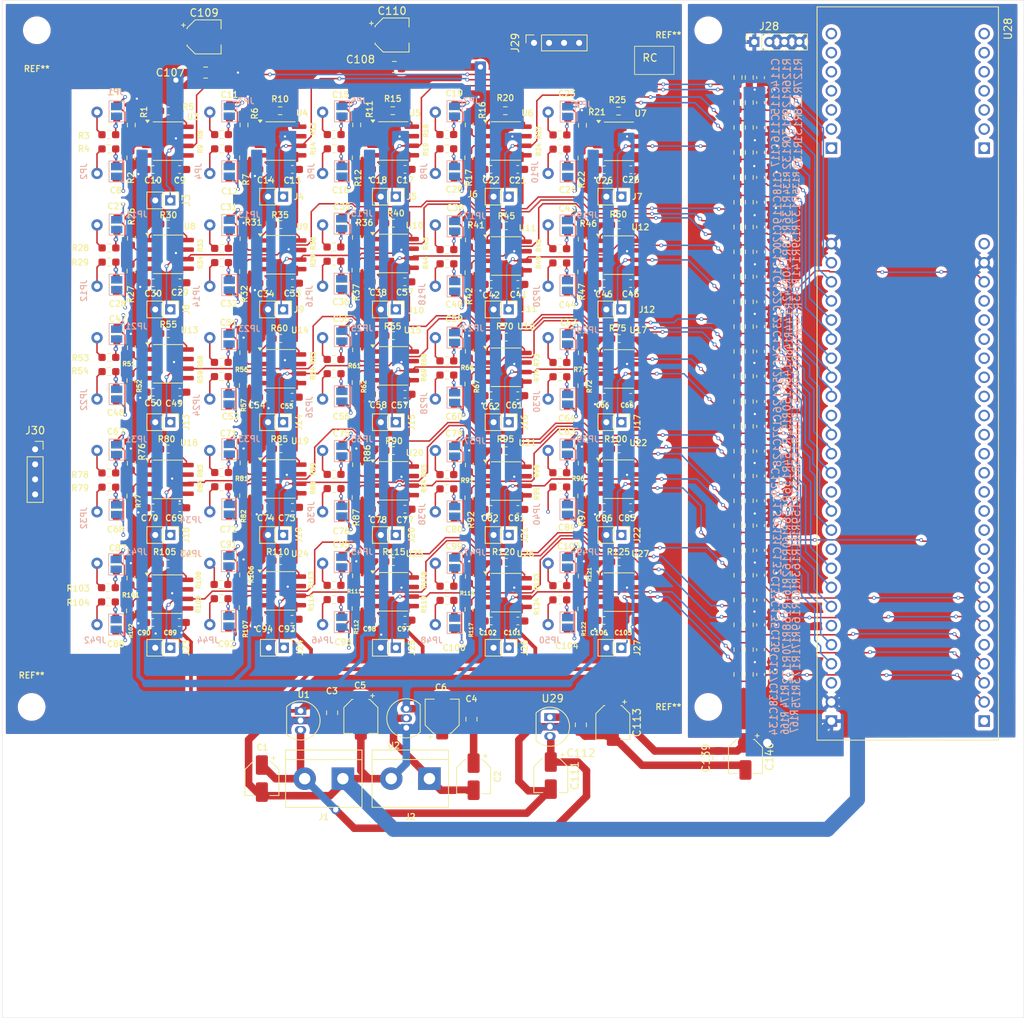
<source format=kicad_pcb>
(kicad_pcb (version 20241229) (generator "pcbnew") (generator_version "9.0")
  (layers (0 "F.Cu" signal) (2 "B.Cu" signal) (13 "F.Paste" user) (15 "B.Paste" user) (5 "F.SilkS" user "F.Silkscreen") (7 "B.SilkS" user "B.Silkscreen") (1 "F.Mask" user) (3 "B.Mask" user) (25 "Edge.Cuts" user))
  (net 0 "")
  (net 1 "GNDA")
  (net 2 "/vn")
  (net 3 "Net-(J2-Pin_1)")
  (net 4 "/vs1_11")
  (net 5 "/vs2_11")
  (net 6 "/vp")
  (net 7 "Net-(JP2-B)")
  (net 8 "Net-(JP2-A)")
  (net 9 "Net-(JP1-A)")
  (net 10 "Net-(JP1-B)")
  (net 11 "/vo11")
  (net 12 "Net-(JP3-B)")
  (net 13 "Net-(JP3-A)")
  (net 14 "Net-(JP4-A)")
  (net 15 "Net-(JP4-B)")
  (net 16 "Net-(JP5-A)")
  (net 17 "Net-(JP5-B)")
  (net 18 "Net-(JP6-A)")
  (net 19 "Net-(JP6-B)")
  (net 20 "Net-(JP7-A)")
  (net 21 "Net-(JP7-B)")
  (net 22 "Net-(JP8-B)")
  (net 23 "Net-(JP8-A)")
  (net 24 "Net-(JP9-B)")
  (net 25 "Net-(JP9-A)")
  (net 26 "Net-(JP10-B)")
  (net 27 "Net-(JP10-A)")
  (net 28 "Net-(JP11-B)")
  (net 29 "Net-(JP11-A)")
  (net 30 "Net-(JP12-A)")
  (net 31 "Net-(JP12-B)")
  (net 32 "Net-(JP13-B)")
  (net 33 "Net-(JP13-A)")
  (net 34 "Net-(JP14-B)")
  (net 35 "Net-(JP14-A)")
  (net 36 "Net-(JP15-B)")
  (net 37 "Net-(JP15-A)")
  (net 38 "Net-(JP16-A)")
  (net 39 "Net-(JP16-B)")
  (net 40 "Net-(JP17-A)")
  (net 41 "Net-(JP17-B)")
  (net 42 "Net-(JP18-A)")
  (net 43 "Net-(JP18-B)")
  (net 44 "Net-(JP19-B)")
  (net 45 "Net-(JP19-A)")
  (net 46 "Net-(JP20-B)")
  (net 47 "Net-(JP20-A)")
  (net 48 "Net-(JP21-A)")
  (net 49 "Net-(JP21-B)")
  (net 50 "Net-(JP22-B)")
  (net 51 "Net-(JP22-A)")
  (net 52 "Net-(JP23-A)")
  (net 53 "Net-(JP23-B)")
  (net 54 "Net-(JP24-A)")
  (net 55 "Net-(JP24-B)")
  (net 56 "Net-(JP25-B)")
  (net 57 "Net-(JP25-A)")
  (net 58 "Net-(JP26-B)")
  (net 59 "Net-(JP26-A)")
  (net 60 "Net-(JP27-B)")
  (net 61 "Net-(JP27-A)")
  (net 62 "Net-(JP28-A)")
  (net 63 "Net-(JP28-B)")
  (net 64 "Net-(JP29-A)")
  (net 65 "Net-(JP29-B)")
  (net 66 "Net-(JP30-A)")
  (net 67 "Net-(JP30-B)")
  (net 68 "Net-(JP31-A)")
  (net 69 "Net-(JP31-B)")
  (net 70 "Net-(JP32-A)")
  (net 71 "Net-(JP32-B)")
  (net 72 "Net-(JP33-A)")
  (net 73 "Net-(JP33-B)")
  (net 74 "Net-(JP34-A)")
  (net 75 "Net-(JP34-B)")
  (net 76 "Net-(JP35-A)")
  (net 77 "Net-(JP35-B)")
  (net 78 "Net-(JP36-B)")
  (net 79 "Net-(JP36-A)")
  (net 80 "Net-(JP37-A)")
  (net 81 "Net-(JP37-B)")
  (net 82 "Net-(JP38-B)")
  (net 83 "Net-(JP38-A)")
  (net 84 "Net-(JP39-A)")
  (net 85 "Net-(JP39-B)")
  (net 86 "Net-(JP40-B)")
  (net 87 "Net-(JP40-A)")
  (net 88 "Net-(JP41-B)")
  (net 89 "Net-(JP41-A)")
  (net 90 "Net-(JP42-A)")
  (net 91 "Net-(JP42-B)")
  (net 92 "Net-(JP43-A)")
  (net 93 "Net-(JP43-B)")
  (net 94 "Net-(JP44-B)")
  (net 95 "Net-(JP44-A)")
  (net 96 "Net-(JP45-B)")
  (net 97 "Net-(JP45-A)")
  (net 98 "Net-(JP46-A)")
  (net 99 "Net-(JP46-B)")
  (net 100 "Net-(JP47-A)")
  (net 101 "Net-(JP47-B)")
  (net 102 "Net-(JP48-B)")
  (net 103 "Net-(JP48-A)")
  (net 104 "Net-(JP49-B)")
  (net 105 "Net-(JP49-A)")
  (net 106 "Net-(JP50-B)")
  (net 107 "Net-(JP50-A)")
  (net 108 "/vo21")
  (net 109 "/vo31")
  (net 110 "/vo41")
  (net 111 "/vo51")
  (net 112 "/vo12")
  (net 113 "/vo22")
  (net 114 "/vo32")
  (net 115 "/vo42")
  (net 116 "/vo52")
  (net 117 "/vo13")
  (net 118 "/vo23")
  (net 119 "/vo33")
  (net 120 "/vo43")
  (net 121 "/vo53")
  (net 122 "/vo14")
  (net 123 "/vo24")
  (net 124 "/vo34")
  (net 125 "/vo44")
  (net 126 "/vo54")
  (net 127 "/vo15")
  (net 128 "/vo25")
  (net 129 "/vo35")
  (net 130 "/vo45")
  (net 131 "/vo55")
  (net 132 "Net-(R5-Pad2)")
  (net 133 "Net-(R5-Pad1)")
  (net 134 "/vs1_21")
  (net 135 "/vs2_21")
  (net 136 "Net-(R10-Pad1)")
  (net 137 "Net-(R10-Pad2)")
  (net 138 "/vs1_31")
  (net 139 "/vs2_31")
  (net 140 "Net-(R15-Pad1)")
  (net 141 "Net-(R15-Pad2)")
  (net 142 "/vs1_41")
  (net 143 "/vs2_41")
  (net 144 "Net-(R20-Pad1)")
  (net 145 "Net-(R20-Pad2)")
  (net 146 "/vs1_51")
  (net 147 "/vs2_51")
  (net 148 "Net-(R25-Pad2)")
  (net 149 "Net-(R25-Pad1)")
  (net 150 "/vs1_12")
  (net 151 "/vs2_12")
  (net 152 "Net-(R30-Pad1)")
  (net 153 "Net-(R30-Pad2)")
  (net 154 "/vs1_22")
  (net 155 "/vs2_22")
  (net 156 "Net-(R35-Pad1)")
  (net 157 "Net-(R35-Pad2)")
  (net 158 "/vs1_32")
  (net 159 "/vs2_32")
  (net 160 "Net-(R40-Pad1)")
  (net 161 "Net-(R40-Pad2)")
  (net 162 "/vs1_42")
  (net 163 "/vs2_42")
  (net 164 "Net-(R45-Pad2)")
  (net 165 "Net-(R45-Pad1)")
  (net 166 "/vs1_52")
  (net 167 "/vs2_52")
  (net 168 "Net-(R50-Pad1)")
  (net 169 "Net-(R50-Pad2)")
  (net 170 "/vs1_13")
  (net 171 "/vs2_13")
  (net 172 "Net-(R55-Pad1)")
  (net 173 "Net-(R55-Pad2)")
  (net 174 "/vs1_23")
  (net 175 "/vs2_23")
  (net 176 "Net-(R60-Pad2)")
  (net 177 "Net-(R60-Pad1)")
  (net 178 "/vs1_33")
  (net 179 "/vs2_33")
  (net 180 "Net-(R65-Pad2)")
  (net 181 "Net-(R65-Pad1)")
  (net 182 "/vs1_43")
  (net 183 "/vs2_43")
  (net 184 "Net-(R70-Pad1)")
  (net 185 "Net-(R70-Pad2)")
  (net 186 "/vs1_53")
  (net 187 "/vs2_53")
  (net 188 "Net-(R75-Pad1)")
  (net 189 "Net-(R75-Pad2)")
  (net 190 "/vs1_14")
  (net 191 "/vs2_14")
  (net 192 "Net-(R80-Pad1)")
  (net 193 "Net-(R80-Pad2)")
  (net 194 "/vs1_24")
  (net 195 "/vs2_24")
  (net 196 "Net-(R85-Pad2)")
  (net 197 "Net-(R85-Pad1)")
  (net 198 "/vs1_34")
  (net 199 "/vs2_34")
  (net 200 "Net-(R90-Pad1)")
  (net 201 "Net-(R90-Pad2)")
  (net 202 "/vs1_44")
  (net 203 "/vs2_44")
  (net 204 "Net-(R95-Pad2)")
  (net 205 "Net-(R95-Pad1)")
  (net 206 "/vs1_54")
  (net 207 "/vs2_54")
  (net 208 "Net-(R100-Pad1)")
  (net 209 "Net-(R100-Pad2)")
  (net 210 "/vs1_15")
  (net 211 "/vs2_15")
  (net 212 "Net-(R105-Pad1)")
  (net 213 "Net-(R105-Pad2)")
  (net 214 "/vs1_25")
  (net 215 "/vs2_25")
  (net 216 "Net-(R110-Pad2)")
  (net 217 "Net-(R110-Pad1)")
  (net 218 "/vs1_35")
  (net 219 "/vs2_35")
  (net 220 "Net-(R115-Pad1)")
  (net 221 "Net-(R115-Pad2)")
  (net 222 "/vs1_45")
  (net 223 "/vs2_45")
  (net 224 "Net-(R120-Pad2)")
  (net 225 "Net-(R120-Pad1)")
  (net 226 "/vs1_55")
  (net 227 "/vs2_55")
  (net 228 "Net-(R125-Pad2)")
  (net 229 "Net-(R125-Pad1)")
  (net 239 "/vo42_out")
  (net 268 "/PSoC Power")
  (net 269 "/vp_in")
  (net 270 "/vo11_out")
  (net 271 "/vo23_out")
  (net 272 "/vo24_out")
  (net 273 "/vo33_out")
  (net 274 "/vo53_out")
  (net 275 "/vo25_out")
  (net 276 "/vo22_out")
  (net 277 "/vo12_out")
  (net 278 "/vo31_out")
  (net 279 "/vo44_out")
  (net 280 "/vo43_out")
  (net 281 "/vo54_out")
  (net 282 "/vo13_out")
  (net 283 "/vo41_out")
  (net 284 "/vo45_out")
  (net 285 "/vo34_out")
  (net 286 "/vo21_out")
  (net 287 "/vo32_out")
  (net 288 "/vo35_out")
  (net 289 "/vo55_out")
  (net 290 "/vo14_out")
  (net 291 "/vo51_out")
  (net 292 "/vo52_out")
  (net 293 "/vo15_out")
  (footprint "Resistor_SMD:R_0603_1608Metric_Pad0.98x0.95mm_HandSolder" (layer "F.Cu") (at 188.3151 53.3225)
    (property "Reference" "R20")
    (property "Value" "R" (hide yes))
  )
  (footprint "Resistor_SMD:R_0603_1608Metric_Pad0.98x0.95mm_HandSolder" (layer "F.Cu") (at 220.758061 118.4 -90)
    (property "Reference" "R170")
    (property "Value" "47")
  )
  (footprint "Resistor_SMD:R_0603_1608Metric_Pad0.98x0.95mm_HandSolder" (layer "F.Cu") (at 138.53 74.6475 90)
    (property "Reference" "R27")
    (property "Value" "1M" (hide yes))
  )
  (footprint "Resistor_SMD:R_0603_1608Metric_Pad0.98x0.95mm_HandSolder" (layer "F.Cu") (at 153.5075 104.52 90)
    (property "Reference" "R82")
    (property "Value" "1M" (hide yes))
  )
  (footprint "Capacitor_SMD:C_0603_1608Metric_Pad1.08x0.95mm_HandSolder" (layer "F.Cu") (at 136.4976 121.66 -90)
    (property "Reference" "C88")
    (property "Value" "1u" (hide yes))
  )
  (footprint "Connector_PinHeader_2.00mm:PinHeader_1x02_P2.00mm_Vertical" (layer "F.Cu") (at 143.75 109.75 -90)
    (property "Reference" "J18")
    (property "Value" "Conn_01x02_Pin" (hide yes))
  )
  (footprint "Connector_PinHeader_2.00mm:PinHeader_1x02_P2.00mm_Vertical" (layer "F.Cu") (at 188.75 64.75 -90)
    (property "Reference" "J6")
    (property "Value" "Conn_01x02_Pin" (hide yes))
  )
  (footprint "Capacitor_SMD:C_0603_1608Metric_Pad1.08x0.95mm_HandSolder" (layer "F.Cu") (at 196.53 121.39 -90)
    (property "Reference" "C104")
    (property "Value" "1u" (hide yes))
  )
  (footprint "Connector_PinHeader_2.00mm:PinHeader_1x02_P2.00mm_Vertical" (layer "F.Cu") (at 203.75 124.75 -90)
    (property "Reference" "J27")
    (property "Value" "Conn_01x02_Pin" (hide yes))
  )
  (footprint "Capacitor_SMD:C_0603_1608Metric_Pad1.08x0.95mm_HandSolder" (layer "F.Cu") (at 222.258061 82.0375 -90)
    (property "Reference" "C124")
    (property "Value" "1u")
  )
  (footprint "Resistor_SMD:R_0603_1608Metric_Pad0.98x0.95mm_HandSolder" (layer "F.Cu") (at 165.5175 71.45)
    (property "Reference" "R38")
    (property "Value" "47" (hide yes))
  )
  (footprint "Resistor_SMD:R_0603_1608Metric_Pad0.98x0.95mm_HandSolder" (layer "F.Cu") (at 153.51 115.0475 -90)
    (property "Reference" "R106")
    (property "Value" "1M" (hide yes))
  )
  (footprint "Capacitor_SMD:C_0603_1608Metric_Pad1.08x0.95mm_HandSolder" (layer "F.Cu") (at 222.258061 101.9 -90)
    (property "Reference" "C130")
    (property "Value" "1u")
  )
  (footprint "Capacitor_SMD:C_0603_1608Metric_Pad1.08x0.95mm_HandSolder" (layer "F.Cu") (at 196.54 91.71 -90)
    (property "Reference" "C64")
    (property "Value" "1u" (hide yes))
  )
  (footprint "Capacitor_SMD:C_0603_1608Metric_Pad1.08x0.95mm_HandSolder" (layer "F.Cu") (at 204.99 121.12)
    (property "Reference" "C105")
    (property "Value" "100n" (hide yes))
  )
  (footprint "Capacitor_SMD:CP_Elec_4x4.5" (layer "F.Cu") (at 148.25 43.5)
    (property "Reference" "C109")
    (property "Value" "10u")
  )
  (footprint "Connector_PinHeader_2.00mm:PinHeader_1x02_P2.00mm_Vertical" (layer "F.Cu") (at 143.75 94.75 -90)
    (property "Reference" "J13")
    (property "Value" "Conn_01x02_Pin" (hide yes))
  )
  (footprint "Capacitor_SMD:C_0603_1608Metric_Pad1.08x0.95mm_HandSolder" (layer "F.Cu") (at 186.42 106.35 180)
    (property "Reference" "C82")
    (property "Value" "100n" (hide yes))
  )
  (footprint "Capacitor_SMD:C_0603_1608Metric_Pad1.08x0.95mm_HandSolder" (layer "F.Cu") (at 166.5025 121.35 -90)
    (property "Reference" "C96")
    (property "Value" "1u" (hide yes))
  )
  (footprint "Resistor_SMD:R_0603_1608Metric_Pad0.98x0.95mm_HandSolder" (layer "F.Cu") (at 219.258061 128.3 -90)
    (property "Reference" "R167")
    (property "Value" "47")
  )
  (footprint "Capacitor_SMD:CP_Elec_4x4.5" (layer "F.Cu") (at 184.095 141.895 -90)
    (property "Reference" "C2")
    (property "Value" "10u" (hide yes))
  )
  (footprint "Capacitor_SMD:C_0603_1608Metric_Pad1.08x0.95mm_HandSolder" (layer "F.Cu") (at 222.258061 85.3375 90)
    (property "Reference" "C125")
    (property "Value" "1u")
  )
  (footprint "Resistor_SMD:R_0603_1608Metric_Pad0.98x0.95mm_HandSolder" (layer "F.Cu") (at 135.5875 86.13)
    (property "Reference" "R53")
    (property "Value" "47" (hide yes))
  )
  (footprint "Capacitor_SMD:C_0603_1608Metric_Pad1.08x0.95mm_HandSolder" (layer "F.Cu") (at 136.55 106.4 -90)
    (property "Reference" "C68")
    (property "Value" "1u" (hide yes))
  )
  (footprint "Resistor_SMD:R_0603_1608Metric_Pad0.98x0.95mm_HandSolder" (layer "F.Cu") (at 220.758061 72.0875 -90)
    (property "Reference" "R140")
    (property "Value" "47")
  )
  (footprint "Package_SO:SOIC-8_3.9x4.9mm_P1.27mm" (layer "F.Cu") (at 203.395 102.325)
    (property "Reference" "U22")
    (property "Value" "INA823" (hide yes))
  )
  (footprint "Resistor_SMD:R_0603_1608Metric_Pad0.98x0.95mm_HandSolder" (layer "F.Cu") (at 198.5 89.8875 90)
    (property "Reference" "R72")
    (property "Value" "1M" (hide yes))
  )
  (footprint "Resistor_SMD:R_0603_1608Metric_Pad0.98x0.95mm_HandSolder" (layer "F.Cu") (at 138.58 84.8475 -90)
    (property "Reference" "R51")
    (property "Value" "1M" (hide yes))
  )
  (footprint "Capacitor_SMD:C_0603_1608Metric_Pad1.08x0.95mm_HandSolder" (layer "F.Cu") (at 166.59 83.325 -90)
    (property "Reference" "C55")
    (property "Value" "1u" (hide yes))
  )
  (footprint "Capacitor_SMD:C_0603_1608Metric_Pad1.08x0.95mm_HandSolder" (layer "F.Cu") (at 201.43 76.305 180)
    (property "Reference" "C46")
    (property "Value" "100n" (hide yes))
  )
  (footprint "Capacitor_SMD:C_0603_1608Metric_Pad1.08x0.95mm_HandSolder" (layer "F.Cu") (at 204.98 76.305)
    (property "Reference" "C45")
    (property "Value" "100n" (hide yes))
  )
  (footprint "Capacitor_SMD:C_0603_1608Metric_Pad1.08x0.95mm_HandSolder" (layer "F.Cu") (at 222.258061 105.2 90)
    (property "Reference" "C131")
    (property "Value" "1u")
  )
  (footprint "Resistor_SMD:R_0603_1608Metric_Pad0.98x0.95mm_HandSolder" (layer "F.Cu") (at 220.758061 95.3 90)
    (property "Reference" "R154")
    (property "Value" "47")
  )
  (footprint "Resistor_SMD:R_0603_1608Metric_Pad0.98x0.95mm_HandSolder" (layer "F.Cu") (at 183.47 104.7975 90)
    (property "Reference" "R92")
    (property "Value" "1M" (hide yes))
  )
  (footprint "Capacitor_SMD:C_0603_1608Metric_Pad1.08x0.95mm_HandSolder" (layer "F.Cu") (at 156.45 76.26 180)
    (property "Reference" "C34")
    (property "Value" "100n" (hide yes))
  )
  (footprint "Resistor_SMD:R_0603_1608Metric_Pad0.98x0.95mm_HandSolder" (layer "F.Cu") (at 165.53 116.45)
    (property "Reference" "R113")
    (property "Value" "47" (hide yes))
  )
  (footprint "Capacitor_SMD:C_0603_1608Metric_Pad1.08x0.95mm_HandSolder" (layer "F.Cu") (at 181.59 98.64 -90)
    (property "Reference" "C79")
    (property "Value" "1u" (hide yes))
  )
  (footprint "Resistor_SMD:R_0603_1608Metric_Pad0.98x0.95mm_HandSolder" (layer "F.Cu") (at 219.258061 85.3375 90)
    (property "Reference" "R149")
    (property "Value" "47")
  )
  (footprint "Resistor_SMD:R_0603_1608Metric_Pad0.98x0.95mm_HandSolder" (layer "F.Cu") (at 219.258061 101.9 -90)
    (property "Reference" "R159")
    (property "Value" "47")
  )
  (footprint "Resistor_SMD:R_0603_1608Metric_Pad0.98x0.95mm_HandSolder" (layer "F.Cu") (at 180.54 103.61)
    (property "Reference" "R94")
    (property "Value" "47" (hide yes))
  )
  (footprint "Capacitor_SMD:C_0603_1608Metric_Pad1.08x0.95mm_HandSolder" (layer "F.Cu") (at 186.43 76.42 180)
    (property "Reference" "C42")
    (property "Value" "100n" (hide yes))
  )
  (footprint "Resistor_SMD:R_0603_1608Metric_Pad0.98x0.95mm_HandSolder" (layer "F.Cu") (at 135.58 103.39)
    (property "Reference" "R79")
    (property "Value" "47" (hide yes))
  )
  (footprint "Capacitor_SMD:C_0603_1608Metric_Pad1.08x0.95mm_HandSolder" (layer "F.Cu") (at 136.6276 53.43 -90)
    (property "Reference" "C7")
    (property "Value" "1u" (hide yes))
  )
  (footprint "Resistor_SMD:R_0603_1608Metric_Pad0.98x0.95mm_HandSolder" (layer "F.Cu") (at 203.3675 53.37)
    (property "Reference" "R25")
    (property "Value" "R" (hide yes))
  )
  (footprint "Capacitor_SMD:C_0603_1608Metric_Pad1.08x0.95mm_HandSolder" (layer "F.Cu") (at 204.98 106.1)
    (property "Reference" "C85")
    (property "Value" "100n" (hide yes))
  )
  (footprint "Capacitor_SMD:C_0603_1608Metric_Pad1.08x0.95mm_HandSolder" (layer "F.Cu") (at 222.258061 55.55 90)
    (property "Reference" "C116")
    (property "Value" "1u")
  )
  (footprint "Connector_PinSocket_2.00mm:PinSocket_1x04_P2.00mm_Vertical" (layer "F.Cu") (at 125.775 98.35)
    (property "Reference" "J30")
    (property "Value" "Conn_01x04")
  )
  (footprint "Package_TO_SOT_THT:TO-92_Inline" (layer "F.Cu") (at 161.075 133.145 -90)
    (property "Reference" "U1")
    (property "Value" "L78L05_TO92" (hide yes))
  )
  (footprint "Resistor_SMD:R_0603_1608Metric_Pad0.98x0.95mm_HandSolder" (layer "F.Cu") (at 153.47 89.8675 90)
    (property "Reference" "R57")
    (property "Value" "1M" (hide yes))
  )
  (footprint "Resistor_SMD:R_0603_1608Metric_Pad0.98x0.95mm_HandSolder" (layer "F.Cu") (at 165.5375 101.69)
    (property "Reference" "R88")
    (property "Value" "47" (hide yes))
  )
  (footprint "Resistor_SMD:R_0603_1608Metric_Pad0.98x0.95mm_HandSolder" (layer "F.Cu") (at 135.5975 71.57)
    (property "Reference" "R28")
    (property "Value" "47" (hide yes))
  )
  (footprint "Resistor_SMD:R_0603_1608Metric_Pad0.98x0.95mm_HandSolder" (layer "F.Cu") (at 180.5475 71.79)
    (property "Reference" "R43")
    (property "Value" "47" (hide yes))
  )
  (footprint "Capacitor_SMD:C_0603_1608Metric_Pad1.08x0.95mm_HandSolder" (layer "F.Cu") (at 196.6 98.39 -90)
    (property "Reference" "C83")
    (property "Value" "1u" (hide yes))
  )
  (footprint "Capacitor_SMD:C_0603_1608Metric_Pad1.08x0.95mm_HandSolder" (layer "F.Cu") (at 156.42 91.42 180)
    (property "Reference" "C54")
    (property "Value" "100n" (hide yes))
  )
  (footprint "Resistor_SMD:R_0603_1608Metric_Pad0.98x0.95mm_HandSolder" (layer "F.Cu") (at 138.57 100.2175 -90)
    (property "Reference" "R76")
    (property "Value" "1M" (hide yes))
  )
  (footprint "Resistor_SMD:R_0603_1608Metric_Pad0.98x0.95mm_HandSolder" (layer "F.Cu") (at 158.3551 53.3275)
    (property "Reference" "R10")
    (property "Value" "R" (hide yes))
  )
  (footprint "Resistor_SMD:R_0603_1608Metric_Pad0.98x0.95mm_HandSolder" (layer "F.Cu") (at 183.54 70.5075 -90)
    (property "Reference" "R41")
    (property "Value" "1M" (hide yes))
  )
  (footprint "Capacitor_SMD:C_0603_1608Metric_Pad1.08x0.95mm_HandSolder" (layer "F.Cu") (at 174.985 61.12)
    (property "Reference" "C17")
    (property "Value" "100n" (hide yes))
  )
  (footprint "Package_SO:SOIC-8_3.9x4.9mm_P1.27mm" (layer "F.Cu") (at 188.385 102.575)
    (property "Reference" "U21")
    (property "Value" "INA823" (hide yes))
  )
  (footprint "MountingHole:MountingHole_3.2mm_M3" (layer "F.Cu") (at 125.30796 132.619986)
    (property "Reference" "REF**")
    (property "Value" "MountingHole_3.2mm_M3" (hide yes))
  )
  (footprint "Capacitor_SMD:C_0603_1608Metric_Pad1.08x0.95mm_HandSolder" (layer "F.Cu") (at 174.95 76.08)
    (property "Reference" "C37")
    (property "Value" "100n" (hide yes))
  )
  (footprint "Resistor_SMD:R_0603_1608Metric_Pad0.98x0.95mm_HandSolder" (layer "F.Cu") (at 153.56 70.3475 -90)
    (property "Reference" "R31")
    (property "Value" "1M" (hide yes))
  )
  (footprint "Resistor_SMD:R_0603_1608Metric_Pad0.98x0.95mm_HandSolder" (layer "F.Cu") (at 195.5675 86.81)
    (property "Reference" "R73")
    (property "Value" "47" (hide yes))
  )
  (footprint "Resistor_SMD:R_0603_1608Metric_Pad0.98x0.95mm_HandSolder" (layer "F.Cu") (at 150.5775 103.3325)
    (property "Reference" "R84")
    (property "Value" "47" (hide yes))
  )
  (footprint "Resistor_SMD:R_0603_1608Metric_Pad0.98x0.95mm_HandSolder" (layer "F.Cu") (at 195.55 103.36)
    (property "Reference" "R99")
    (property "Value" "47" (hide yes))
  )
  (footprint "Capacitor_SMD:C_0603_1608Metric_Pad1.08x0.95mm_HandSolder" (layer "F.Cu") (at 136.5476 61.41 -90)
    (property "Reference" "C8")
    (property "Value" "1u" (hide yes))
  )
  (footprint "Resistor_SMD:R_0603_1608Metric_Pad0.98x0.95mm_HandSolder" (layer "F.Cu") (at 173.3075 68.28)
    (property "Reference" "R40")
    (property "Value" "R" (hide yes))
  )
  (footprint "Capacitor_SMD:C_0603_1608Metric_Pad1.08x0.95mm_HandSolder" (layer "F.Cu") (at 189.98 76.42)
    (property "Reference" "C41")
    (property "Value" "100n" (hide yes))
  )
  (footprint "Capacitor_SMD:C_0603_1608Metric_Pad1.08x0.95mm_HandSolder" (layer "F.Cu") (at 151.49 121.23 -90)
    (property "Reference" "C92")
    (property "Value" "1u" (hide yes))
  )
  (footprint "Capacitor_SMD:C_0603_1608Metric_Pad1.08x0.95mm_HandSolder" (layer "F.Cu") (at 222.258061 118.4 90)
    (property "Reference" "C136")
    (property "Value" "1u")
  )
  (footprint "Capacitor_SMD:C_0603_1608Metric_Pad1.08x0.95mm_HandSolder" (layer "F.Cu") (at 222.258061 121.7 -90)
    (property "Reference" "C137")
    (property "Value" "1u")
  )
  (footprint "Resistor_SMD:R_0603_1608Metric_Pad0.98x0.95mm_HandSolder" (layer "F.Cu") (at 220.758061 78.7375 -90)
    (property "Reference" "R144")
    (property "Value" "47")
  )
  (footprint "Capacitor_SMD:C_0603_1608Metric_Pad1.08x0.95mm_HandSolder" (layer "F.Cu") (at 156.4575 106.0725 180)
    (property "Reference" "C74")
    (property "Value" "100n" (hide yes))
  )
  (footprint "Resistor_SMD:R_0603_1608Metric_Pad0.98x0.95mm_HandSolder" (layer "F.Cu") (at 183.525 85.3075 -90)
    (property "Reference" "R66")
    (property "Value" "1M" (hide yes))
  )
  (footprint "Resistor_SMD:R_0603_1608Metric_Pad0.98x0.95mm_HandSolder" (layer "F.Cu") (at 220.758061 98.6 -90)
    (property "Reference" "R156")
    (property "Value" "47")
  )
  (footprint "Connector_PinHeader_2.00mm:PinHeader_1x02_P2.00mm_Vertical" (layer "F.Cu") (at 173.75 124.75 -90)
    (property "Reference" "J25")
    (property "Value" "Conn_01x02_Pin" (hide yes))
  )
  (footprint "Capacitor_SMD:C_0603_1608Metric_Pad1.08x0.95mm_HandSolder" (layer "F.Cu") (at 201.44 121.12 180)
    (property "Reference" "C106")
    (property "Value" "100n" (hide yes))
  )
  (footprint "Resistor_SMD:R_0603_1608Metric_Pad0.98x0.95mm_HandSolder" (layer "F.Cu") (at 219.258061 78.7375 90)
    (property "Reference" "R145")
    (property "Value" "47")
  )
  (footprint "Connector_PinHeader_2.00mm:PinHeader_1x02_P2.00mm_Vertical" (layer "F.Cu") (at 158.75 109.75 -90)
    (property "Reference" "J19")
    (property "Value" "Conn_01x02_Pin" (hide yes))
  )
  (footprint "Capacitor_SMD:C_0603_1608Metric_Pad1.08x0.95mm_HandSolder" (layer "F.Cu") (at 136.65 68.49 -90)
    (property "Reference" "C27")
    (property "Value" "1u" (hide yes))
  )
  (footprint "Resistor_SMD:R_0603_1608Metric_Pad0.98x0.95mm_HandSolder" (layer "F.Cu") (at 150.5675 71.63)
    (property "Reference" "R33")
    (property "Value" "47" (hide yes))
  )
  (footprint "Resistor_SMD:R_0603_1608Metric_Pad0.98x0.95mm_HandSolder" (layer "F.Cu") (at 220.758061 88.6375 90)
    (property "Reference" "R150")
    (property "Value" "47")
  )
  (footprint "Capacitor_SMD:C_0603_1608Metric_Pad1.08x0.95mm_HandSolder" (layer "F.Cu") (at 196.55 61.44 -90)
    (property "Reference" "C24")
    (property "Value" "1u" (hide yes))
  )
  (footprint "Resistor_SMD:R_0603_1608Metric_Pad0.98x0.95mm_HandSolder" (layer "F.Cu") (at 138.5176 115.4775 -90)
    (property "Reference" "R101")
    (property "Value" "1M" (hide yes))
  )
  (footprint "Resistor_SMD:R_0603_1608Metric_Pad0.98x0.95mm_HandSolder" (layer "F.Cu") (at 165.5325 118.34)
    (property "Reference" "R114")
    (property "Value" "47" (hide yes))
  )
  (footprint "Capacitor_SMD:C_0805_2012Metric" (layer "F.Cu") (at 216.675 139.425 90)
    (property "Reference" "C139")
    (property "Value" "100n")
  )
  (footprint "Capacitor_SMD:C_0603_1608Metric_Pad1.08x0.95mm_HandSolder" (layer "F.Cu") (at 222.258061 92 90)
    (property "Reference" "C127")
    (property "Value" "1u")
  )
  (footprint "Capacitor_SMD:C_0603_1608Metric_Pad1.08x0.95mm_HandSolder" (layer "F.Cu") (at 151.57 113.25 -90)
    (property "Reference" "C91")
    (property "Value" "1u" (hide yes))
  )
  (footprint "Capacitor_SMD:C_0805_2012Metric" (layer "F.Cu") (at 173.55 47.5)
    (property "Reference" "C108")
    (property "Value" "100n")
  )
  (footprint "Package_SO:SOIC-8_3.9x4.9mm_P1.27mm" (layer "F.Cu") (at 173.365 72.305)
    (property "Reference" "U10")
    (property "Value" "INA823" (hide yes))
  )
  (footprint "Package_SO:SOIC-8_3.9x4.9mm_P1.27mm" (layer "F.Cu") (at 158.4225 102.2975)
    (property "Reference" "U19")
    (property "Value" "INA823" (hide yes))
  )
  (footprint "Package_SO:SOIC-8_3.9x4.9mm_P1.27mm" (layer "F.Cu") (at 173.385 87.26)
    (property "Reference" "U15")
    (property "Value" "INA823" (hide yes))
  )
  (footprint "Package_TO_SOT_THT:TO-92_Inline" (layer "F.Cu") (at 194.25 133.98 -90)
    (property "Reference" "U29")
    (property "Value" "L78L05_TO92")
  )
  (footprint "Resistor_SMD:R_0603_1608Metric_Pad0.98x0.95mm_HandSolder" (layer "F.Cu") (at 168.53 85.1225 -90)
    (property "Reference" "R61")
    (property "Value" "1M" (hide yes))
  )
  (footprint "Resistor_SMD:R_0603_1608Metric_Pad0.98x0.95mm_HandSolder" (layer "F.Cu") (at 135.5276 118.65)
    (property "Reference" "R104")
    (property "Value" "47" (hide yes))
  )
  (footprint "Package_SO:SOIC-8_3.9x4.9mm_P1.27mm" (layer "F.Cu") (at 143.3726 117.615)
    (property "Reference" "U23")
    (property "Value" "INA823" (hide yes))
  )
  (footprint "Capacitor_SMD:C_0603_1608Metric_Pad1.08x0.95mm_HandSolder" (layer "F.Cu") (at 186.4076 61.1225 180)
    (property "Reference" "C22")
    (property "Value" "100n" (hide yes))
  )
  (footprint "Resistor_SMD:R_0603_1608Metric_Pad0.98x0.95mm_HandSolder" (layer "F.Cu") (at 220.758061 108.5 90)
    (property "Reference" "R162")
    (property "Value" "47")
  )
  (footprint "Resistor_SMD:R_0603_1608Metric_Pad0.98x0.95mm_HandSolder" (layer "F.Cu") (at 153.53 85.5075 -90)
    (property "Reference" "R56")
    (property "Value" "1M" (hide yes))
  )
  (footprint "Resistor_SMD:R_0603_1608Metric_Pad0.98x0.95mm_HandSolder" (layer "F.Cu") (at 173.3425 53.32)
    (property "Reference" "R15")
    (property "Value" "R" (hide yes))
  )
  (footprint "Capacitor_SMD:C_0603_1608Metric_Pad1.08x0.95mm_HandSolder" (layer "F.Cu") (at 222.258061 108.5 -90)
    (property "Reference" "C132")
    (property "Value" "1u")
  )
  (footprint "Connector_PinHeader_2.00mm:PinHeader_1x02_P2.00mm_Vertical" (layer "F.Cu") (at 188.75 94.75 -90)
    (property "Reference" "J16")
    (property "Value" "Conn_01x02_Pin" (hide yes))
  )
  (footprint "Capacitor_SMD:C_0603_1608Metric_Pad1.08x0.95mm_HandSolder" (layer "F.Cu") (at 166.59 98.61 -90)
    (property "Reference" "C75")
    (property "Value" "1u" (hide yes))
  )
  (footprint "Resistor_SMD:R_0603_1608Metric_Pad0.98x0.95mm_HandSolder" (layer "F.Cu") (at 153.5576 55.215 -90)
    (property "Reference" "R6")
    (property "Value" "1M" (hide yes))
  )
  (footprint "Capacitor_SMD:C_0603_1608Metric_Pad1.08x0.95mm_HandSolder" (layer "F.Cu") (at 144.9576 121.39)
    (property "Reference" "C89")
    (property "Value" "100n" (hide yes))
  )
  (footprint "Connector_PinHeader_2.00mm:PinHeader_1x02_P2.00mm_Vertical" (layer "F.Cu") (at 143.75 79.75 -90)
    (property "Reference" "J8")
    (property "Value" "Conn_01x02_Pin" (hide yes))
  )
  (footprint "Resistor_SMD:R_0603_1608Metric_Pad0.98x0.95mm_HandSolder" (layer "F.Cu") (at 219.258061 98.6 90)
    (property "Reference" "R157")
    (property "Value" "47")
  )
  (footprint "Capacitor_SMD:C_0603_1608Metric_Pad1.08x0.95mm_HandSolder" (layer "F.Cu") (at 141.47 90.76 180)
    (property "Reference" "C50")
    (property "Value" "100n" (hide yes))
  )
  (footprint "Capacitor_SMD:C_0805_2012Metric" (layer "F.Cu") (at 183.805 134.245 90)
    (property "Reference" "C4")
    (property "Value" "100n" (hide yes))
  )
  (footprint "Resistor_SMD:R_0603_1608Metric_Pad0.98x0.95mm_HandSolder" (layer "F.Cu") (at 138.52 89.2075 90)
    (property "Reference" "R52")
    (property "Value" "1M" (hide yes))
  )
  (footprint "Capacitor_SMD:C_0603_1608Metric_Pad1.08x0.95mm_HandSolder" (layer "F.Cu") (at 156.4476 61.1275 180)
    (property "Reference" "C14")
    (property "Value" "100n" (hide yes))
  )
  (footprint "Resistor_SMD:R_0603_1608Metric_Pad0.98x0.95mm_HandSolder" (layer "F.Cu") (at 198.49 119.5675 90)
    (property "Reference" "R122")
    (property "Value" "1M" (hide yes))
  )
  (footprint "Resistor_SMD:R_0603_1608Metric_Pad0.98x0.95mm_HandSolder" (layer "F.Cu") (at 220.758061 48.9 -90)
    (property "Reference" "R126")
    (property "Value" "47")
  )
  (footprint "Resistor_SMD:R_0603_1608Metric_Pad0.98x0.95mm_HandSolder" (layer "F.Cu") (at 219.258061 88.6375 -90)
    (property "Reference" "R151")
    (property "Value" "47")
  )
  (footprint "Resistor_SMD:R_0603_1608Metric_Pad0.98x0.95mm_HandSolder" (layer "F.Cu") (at 188.3375 68.62)
    (property "Reference" "R45")
    (property "Value" "R" (hide yes))
  )
  (footprint "TerminalBlock:TerminalBlock_bornier-2_P5.08mm" (layer "F.Cu") (at 178.215 142.155 180)
    (property "Reference" "J2")
    (property "Value" "VRAW LVNeg" (hide yes))
  )
  (footprint "Resistor_SMD:R_0603_1608Metric_Pad0.98x0.95mm_HandSolder" (layer "F.Cu") (at 198.48 74.7525 90)
    (property "Reference" "R47")
    (property "Value" "1M" (hide yes))
  )
  (footprint "Capacitor_SMD:C_0603_1608Metric_Pad1.08x0.95mm_HandSolder" (layer "F.Cu") (at 222.258061 111.8 90)
    (property "Reference" "C133")
    (property "Value" "1u")
  )
  (footprint "Resistor_SMD:R_0603_1608Metric_Pad0.98x0.95mm_HandSolder" (layer "F.Cu") (at 180.5251 56.4925)
    (property "Reference" "R18")
    (property "Value" "47" (hide yes))
  )
  (footprint "Capacitor_SMD:C_0603_1608Metric_Pad1.08x0.95mm_HandSolder" (layer "F.Cu") (at 151.54 76.53 -90)
    (property "Reference" "C32")
    (property "Value" "1u" (hide yes))
  )
  (footprint "Resistor_SMD:R_0603_1608Metric_Pad0.98x0.95mm_HandSolder" (layer "F.Cu") (at 219.258061 105.2 90)
    (property "Reference" "R161")
    (property "Value" "47")
  )
  (footprint "Capacitor_SMD:C_0603_1608Metric_Pad1.08x0.95mm_HandSolder" (layer "F.Cu") (at 166.605 53.41 -90)
    (property "Reference" "C15")
    (property "Value" "1u" (hide yes))
  )
  (footprint "Resistor_SMD:R_0603_1608Metric_Pad0.98x0.95mm_HandSolder" (layer "F.Cu") (at 198.56 85.5275 -90)
    (property "Reference" "R71")
    (property "Value" "1M" (hide yes))
  )
  (footprint "Package_SO:SOIC-8_3.9x4.9mm_P1.27mm" (layer "F.Cu") (at 158.415 72.485)
    (property "Reference" "U9")
    (property "Value" "INA823" (hide yes))
  )
  (footprint "Resistor_SMD:R_0603_1608Metric_Pad0.98x0.95mm_HandSolder" (layer "F.Cu") (at 165.555 58.38)
    (property "Reference" "R14")
    (property "Value" "47" (hide yes))
  )
  (footprint "Capacitor_SMD:C_0603_1608Metric_Pad1.08x0.95mm_HandSolder" (layer "F.Cu") (at 181.4976 61.3925 -90)
    (property "Reference" "C20")
    (property "Value" "1u" (hide yes))
  )
  (footprint "Resistor_SMD:R_0603_1608Metric_Pad0.98x0.95mm_HandSolder" (layer "F.Cu") (at 219.258061 65.4875 90)
    (property "Reference" "R137")
    (property "Value" "47")
  )
  (footprint "Resistor_SMD:R_0603_1608Metric_Pad0.98x0.95mm_HandSolder" (layer "F.Cu") (at 165.52 73.34)
    (property "Reference" "R39")
    (property "Value" "47" (hide yes))
  )
  (footprint "Capacitor_SMD:C_0603_1608Metric_Pad1.08x0.95mm_HandSolder" (layer "F.Cu") (at 136.5776 113.68 -90)
    (property "Reference" "C87")
    (property "Value" "1u" (hide yes))
  )
  (footprint "Resistor_SMD:R_0603_1608Metric_Pad0.98x0.95mm_HandSolder" (layer "F.Cu") (at 180.5276 58.3825)
    (property "Reference" "R19")
    (property "Value" "47" (hide yes))
  )
  (footprint "Capacitor_SMD:C_0603_1608Metric_Pad1.08x0.95mm_HandSolder" (layer "F.Cu") (at 171.42 106.32 180)
    (property "Reference" "C78")
    (property "Value" "100n" (hide yes))
  )
  (footprint "Capacitor_SMD:C_0805_2012Metric" (layer "F.Cu") (at 165.275 133.395 90)
    (property "Reference" "C3")
    (property "Value" "100n" (hide yes))
  )
  (footprint "Resistor_SMD:R_0603_1608Metric_Pad0.98x0.95mm_HandSolder" (layer "F.Cu") (at 168.53 100.4075 -90)
    (property "Reference" "R86")
    (property "Value" "1M" (hide yes))
  )
  (footprint "Resistor_SMD:R_0603_1608Metric_Pad0.98x0.95mm_HandSolder" (layer "F.Cu") (at 219.258061 125 90)
    (property "Reference" "R175")
    (property "Value" "47")
  )
  (footprint "Capacitor_SMD:C_0603_1608Metric_Pad1.08x0.95mm_HandSolder" (layer "F.Cu") (at 136.56 91.03 -90)
    (property "Reference" "C48")
    (property "Value" "1u" (hide yes))
  )
  (footprint "Capacitor_SMD:C_0603_1608Metric_Pad1.08x0.95mm_HandSolder" (layer "F.Cu") (at 189.9576 61.1225)
    (property "Reference" "C21")
    (property "Value" "100n" (hide yes))
  )
  (footprint "Capacitor_SMD:C_0603_1608Metric_Pad1.08x0.95mm_HandSolder" (layer "F.Cu") (at 151.51 91.69 -90)
    (property "Reference" "C52")
    (property "Value" "1u" (hide yes))
  )
  (footprint "Resistor_SMD:R_0603_1608Metric_Pad0.98x0.95mm_HandSolder" (layer "F.Cu") (at 195.55 73.565)
    (property "Reference" "R49")
    (property "Value" "47" (hide yes))
  )
  (footprint "Capacitor_SMD:CP_Elec_4x4.5" (layer "F.Cu") (at 155.935 142.145 -90)
    (property "Reference" "C1")
    (property "Value" "10u" (hide yes))
  )
  (footprint "Resistor_SMD:R_0603_1608Metric_Pad0.98x0.95mm_HandSolder" (layer "F.Cu") (at 138.51 104.5775 90)
    (property "Reference" "R77")
    (property "Value" "1M" (hide yes))
  )
  (footprint "Resistor_SMD:R_0603_1608Metric_Pad0.98x0.95mm_HandSolder" (layer "F.Cu") (at 180.5475 116.56)
    (property "Reference" "R118")
    (property "Value" "47" (hide yes))
  )
  (footprint "Resistor_SMD:R_0603_1608Metric_Pad0.98x0.95mm_HandSolder" (layer "F.Cu") (at 135.5251 116.76)
    (property "Reference" "R103")
    (property "Value" "47" (hide yes))
  )
  (footprint "Connector_PinHeader_2.00mm:PinHeader_1x02_P2.00mm_Vertical" (layer "F.Cu") (at 158.75 94.75 -90)
    (property "Reference" "J14")
    (property "Value" "Conn_01x02_Pin" (hide yes))
  )
  (footprint "Resistor_SMD:R_0603_1608Metric_Pad0.98x0.95mm_HandSolder" (layer "F.Cu") (at 198.48 104.5475 90)
    (property "Reference" "R97")
    (property "Value" "1M" (hide yes))
  )
  (footprint "Resistor_SMD:R_0603_1608Metric_Pad0.98x0.95mm_HandSolder" (layer "F.Cu") (at 158.3575 68.46)
    (property "Reference" "R35")
    (property "Value" "R" (hide yes))
  )
  (footprint "Connector_PinHeader_2.00mm:PinHeader_1x02_P2.00mm_Vertical" (layer "F.Cu") (at 203.75 94.75 -90)
    (property "Reference" "J17")
    (property "Value" "Conn_01x02_Pin" (hide yes))
  )
  (footprint "Capacitor_SMD:C_0603_1608Metric_Pad1.08x0.95mm_HandSolder" (layer "F.Cu") (at 171.4 76.08 180)
    (property "Reference" "C38")
    (property "Value" "100n" (hide yes))
  )
  (footprint "Resistor_SMD:R_0603_1608Metric_Pad0.98x0.95mm_HandSolder" (layer "F.Cu") (at 153.5 74.7075 90)
    (property "Reference" "R32")
    (property "Value" "1M" (hide yes))
  )
  (footprint "Resistor_SMD:R_0603_1608Metric_Pad0.98x0.95mm_HandSolder" (layer "F.Cu") (at 220.758061 92 -90)
    (property "Reference" "R152")
    (property "Value" "47")
  )
  (footprint "Capacitor_SMD:C_0603_1608Metric_Pad1.08x0.95mm_HandSolder" (layer "F.Cu") (at 136.63 98.42 -90)
    (property "Reference" "C67")
    (property "Value" "1u" (hide yes))
  )
  (footprint "Capacitor_SMD:C_0603_1608Metric_Pad1.08x0.95mm_HandSolder" (layer "F.Cu") (at 196.6 68.595 -90)
    (property "Reference" "C43")
    (property "Value" "1u" (hide yes))
  )
  (footprint "Resistor_SMD:R_0603_1608Metric_Pad0.98x0.95mm_HandSolder" (layer "F.Cu") (at 219.258061 115.1 -90)
    (property "Reference" "R169")
    (property "Value" "47")
  )
  (footprint "Resistor_SMD:R_0603_1608Metric_Pad0.98x0.95mm_HandSolder" (layer "F.Cu") (at 168.545 55.2075 -90)
    (property "Reference" "R11")
    (property "Value" "1M" (hide yes))
  )
  (footprint "Capacitor_SMD:C_0603_1608Metric_Pad1.08x0.95mm_HandSolder" (layer "F.Cu") (at 141.48 76.2 180)
    (property "Reference" "C30")
    (property "Value" "100n" (hide yes))
  )
  (footprint "Capacitor_SMD:C_0603_1608Metric_Pad1.08x0.95mm_HandSolder" (layer "F.Cu") (at 145.02 90.76)
    (property "Reference" "C49")
    (property "Value" "100n" (hide yes))
  )
  (footprint "Connector_PinHeader_2.00mm:PinHeader_1x02_P2.00mm_Vertical" (layer "F.Cu") (at 173.75 109.75 -90)
    (property "Reference" "J20")
    (property "Value" "Conn_01x02_Pin" (hide yes))
  )
  (footprint "Package_SO:SOIC-8_3.9x4.9mm_P1.27mm" (layer "F.Cu") (at 188.395 117.415)
    (property "Reference" "U26")
    (property "Value" "INA823" (hide yes))
  )
  (footprint "Resistor_SMD:R_0603_1608Metric_Pad0.98x0.95mm_HandSolder" (layer "F.Cu") (at 219.258061 95.3 -90)
    (property "Reference" "R155")
    (property "Value" "47")
  )
  (footprint "Package_TO_SOT_THT:TO-92_Inline" (layer "F.Cu") (at 175.145 135.395 90)
    (property "Reference" "U2")
    (property "Value" "L79L05_TO92" (hide yes))
  )
  (footprint "Resistor_SMD:R_0603_1608Metric_Pad0.98x0.95mm_HandSolder" (layer "F.Cu") (at 203.3375 98.3)
    (property "Reference" "R100")
    (property "Value" "R" (hide yes))
  )
  (footprint "Capacitor_SMD:C_0603_1608Metric_Pad1.08x0.95mm_HandSolder" (layer "F.Cu") (at 151.62 68.55 -90)
    (property "Reference" "C31")
    (property "Value" "1u" (hide yes))
  )
  (footprint "Package_SO:SOIC-8_3.9x4.9mm_P1.27mm" (layer "F.Cu") (at 203.405 117.345)
    (property "Reference" "U27")
    (property "Value" "INA823" (hide yes))
  )
  (footprint "Package_SO:SOIC-8_3.9x4.9mm_P1.27mm" (layer "F.Cu") (at 143.445 72.425)
    (property "Reference" "U8")
    (property "Value" "INA823" (hide yes))
  )
  (footprint "Resistor_SMD:R_0603_1608Metric_Pad0.98x0.95mm_HandSolder" (layer "F.Cu") (at 188.3275 98.55)
    (property "Reference" "R95")
    (property "Value" "R" (hide yes))
  )
  (footprint "TerminalBlock:TerminalBlock_bornier-2_P5.08mm" (layer "F.Cu") (at 166.705 142.165 180)
    (property "Reference" "J1")
    (property "Value" "VRAW LVPos" (hide yes))
  )
  (footprint "Resistor_SMD:R_0603_1608Metric_Pad0.98x0.95mm_HandSolder" (layer "F.Cu") (at 198.54 100.1875 -90)
    (property "Reference" "R96")
    (property "Value" "1M" (hide yes))
  )
  (footprint "Connector_PinHeader_2.00mm:PinHeader_1x02_P2.00mm_Vertical" (layer "F.Cu") (at 188.75 79.75 -90)
    (property "Reference" "J11")
    (property "Value" "Conn_01x02_Pin" (hide yes))
  )
  (footprint "Package_SO:SOIC-8_3.9x4.9mm_P1.27mm" (layer "F.Cu") (at 188.38 87.445)
    (property "Reference" "U16")
    (property "Value" "INA823" (hide yes))
  )
  (footprint "Package_SO:SOIC-8_3.9x4.9mm_P1.27mm" (layer "F.Cu") (at 158.385 87.645)
    (property "Reference" "U14")
    (property "Value" "INA823" (hide yes))
  )
  (footprint "Capacitor_SMD:C_0603_1608Metric_Pad1.08x0.95mm_HandSolder" (layer "F.Cu") (at 205 91.44)
    (property "Reference" "C65")
    (property "Value" "100n" (hide yes))
  )
  (footprint "Capacitor_SMD:C_0603_1608Metric_Pad1.08x0.95mm_HandSolder" (layer "F.Cu") (at 151.5475 106.3425 -90)
    (property "Reference" "C72")
    (property "Value" "1u" (hide yes))
  )
  (footprint "Capacitor_SMD:C_0603_1608Metric_Pad1.08x0.95mm_HandSolder" (layer "F.Cu") (at 181.5776 53.4125 -90)
    (property "Reference" "C19")
    (property "Value" "1u" (hide yes))
  )
  (footprint "Resistor_SMD:R_0603_1608Metric_Pad0.98x0.95mm_HandSolder" (layer "F.Cu") (at 153.45 119.4075 90)
    (property "Reference" "R107")
    (property "Value" "1M" (hide yes))
  )
  (footprint "Resistor_SMD:R_0603_1608Metric_Pad0.98x0.95mm_HandSolder" (layer "F.Cu") (at 220.758061 125 -90)
    (property "Reference" "R174")
    (property "Value" "47")
  )
  (footprint "Resistor_SMD:R_0603_1608Metric_Pad0.98x0.95mm_HandSolder" (layer "F.Cu") (at 180.55 118.45)
    (property "Reference" "R119")
    (property "Value" "47" (hide yes))
  )
  (footprint "Capacitor_SMD:C_0603_1608Metric_Pad1.08x0.95mm_HandSolder" (layer "F.Cu") (at 166.525 61.39 -90)
    (property "Reference" "C16")
    (property "Value" "1u" (hide yes))
  )
  (footprint "Capacitor_SMD:C_0805_2012Metric" (layer "F.Cu") (at 198.36 135 90)
    (property "Reference" "C112")
    (property "Value" "100n")
  )
  (footprint "Capacitor_SMD:C_0603_1608Metric_Pad1.08x0.95mm_HandSolder" (layer "F.Cu") (at 151.6275 98.3625 -90)
    (property "Reference" "C71")
    (property "Value" "1u" (hide yes))
  )
  (footprint "Resistor_SMD:R_0603_1608Metric_Pad0.98x0.95mm_HandSolder" (layer "F.Cu") (at 195.5575 116.49)
    (property "Reference" "R123")
    (property "Value" "47" (hide yes))
  )
  (footprint "Capacitor_SMD:C_0603_1608Metric_Pad1.08x0.95mm_HandSolder" (layer "F.Cu") (at 145.0076 61.14)
    (property "Reference" "C9")
    (property "Value" "100n" (hide yes))
  )
  (footprint "Resistor_SMD:R_0603_1608Metric_Pad0.98x0.95mm_HandSolder" (layer "F.Cu") (at 138.59 70.2875 -90)
    (property "Reference" "R26")
    (property "Value" "1M" (hide yes))
  )
  (footprint "Resistor_SMD:R_0603_1608Metric_Pad0.98x0.95mm_HandSolder" (layer "F.Cu") (at 219.258061 72.0875 90)
    (property "Reference" "R141")
    (property "Value" "47")
  )
  (footprint "Resistor_SMD:R_0603_1608Metric_Pad0.98x0.95mm_HandSolder" (layer "F.Cu") (at 219.258061 82.0375 -90)
    (property "Reference" "R147")
    (property "Value" "47")
  )
  (footprint "Capacitor_SMD:C_0603_1608Metric_Pad1.08x0.95mm_HandSolder" (layer "F.Cu") (at 222.258061 52.2375 -90)
    (property "Reference" "C115")
    (property "Value" "1u")
  )
  (footprint "Connector_PinHeader_2.00mm:PinHeader_1x02_P2.00mm_Vertical" (layer "F.Cu") (at 158.75 64.75 -90)
    (property "Reference" "J4")
    (property "Value" "Conn_01x02_Pin" (hide yes))
  )
  (footprint "Resistor_SMD:R_0603_1608Metric_Pad0.98x0.95mm_HandSolder" (layer "F.Cu") (at 150.57 73.52)
    (property "Reference" "R34")
    (property "Value" "47" (hide yes))
  )
  (footprint "Resistor_SMD:R_0603_1608Metric_Pad0.98x0.95mm_HandSolder" (layer "F.Cu") (at 150.5 116.33)
    (property "Reference" "R108")
    (property "Value" "47" (hide yes))
  )
  (footprint "Resistor_SMD:R_0603_1608Metric_Pad0.98x0.95mm_HandSolder" (layer "F.Cu") (at 195.56 118.38)
    (property "Reference" "R124")
    (property "Value" "47" (hide yes))
  )
  (footprint "Capacitor_SMD:C_0805_2012Metric" (layer "F.Cu") (at 148.45 48.25 180)
    (property "Reference" "C107")
    (property "Value" "100n")
  )
  (footprint "Capacitor_SMD:C_0603_1608Metric_Pad1.08x0.95mm_HandSolder" (layer "F.Cu") (at 160 76.26)
    (property "Reference" "C33")
    (property "Value" "100n" (hide yes))
  )
  (footprint "Capacitor_SMD:C_0603_1608Metric_Pad1.08x0.95mm_HandSolder" (layer "F.Cu") (at 136.64 83.05 -90)
    (property "Reference" "C47")
    (property "Value" "1u" (hide yes))
  )
  (footprint "Capacitor_SMD:C_0603_1608Metric_Pad1.08x0.95mm_HandSolder" (layer "F.Cu") (at 166.51 91.305 -90)
    (property "Reference" "C56")
    (property "Value" "1u" (hide yes))
  )
  (footprint "Resistor_SMD:R_0603_1608Metric_Pad0.98x0.95mm_HandSolder" (layer "F.Cu") (at 183.53 100.4375 -90)
    (property "Reference" "R91")
    (property "Value" "1M" (hide yes))
  )
  (footprint "Capacitor_SMD:C_0603_1608Metric_Pad1.08x0.95mm_HandSolder" (layer "F.Cu") (at 136.57 76.47 -90)
    (property "Reference" "C28")
    (property "Value" "1u" (hide yes))
  )
  (footprint "Resistor_SMD:R_0603_1608Metric_Pad0.98x0.95mm_HandSolder" (layer "F.Cu") (at 180.5375 101.72)
    (property "Reference" "R93")
    (property "Value" "47" (hide yes))
  )
  (footprint "Capacitor_SMD:C_0603_1608Metric_Pad1.08x0.95mm_HandSolder" (layer "F.Cu") (at 174.9625 121.08)
    (property "Reference" "C97")
    (property "Value" "100n" (hide yes))
  )
  (footprint "Capacitor_SMD:C_0603_1608Metric_Pad1.08x0.95mm_HandSolder" (layer "F.Cu") (at 222.258061 72.0875 90)
    (property "Reference" "C121")
    (property "Value" "1u")
  )
  (footprint "Package_SO:SOIC-8_3.9x4.9mm_P1.27mm" (layer "F.Cu") (at 173.3775 117.305)
    (property "Reference" "U25")
    (property "Value" "INA823" (hide yes))
  )
  (footprint "Resistor_SMD:R_0603_1608Metric_Pad0.98x0.95mm_HandSolder" (layer "F.Cu") (at 143.3875 68.4)
    (property "Reference" "R30")
    (property "Value" "R" (hide yes))
  )
  (footprint "Resistor_SMD:R_0603_1608Metric_Pad0.98x0.95mm_HandSolder" (layer "F.Cu") (at 198.51 59.6175 90)
    (property "Reference" "R22")
    (property "Value" "1M" (hide yes))
  )
  (footprint "Package_SO:SOIC-8_3.9x4.9mm_P1.27mm" (layer "F.Cu") (at 158.365 117.185)
    (property "Reference" "U24")
    (property "Value" "INA823" (hide yes))
  )
  (footprint "Capacitor_SMD:C_0603_1608Metric_Pad1.08x0.95mm_HandSolder" (layer "F.Cu") (at 222.258061 58.875 -90)
    (property "Reference" "C117")
    (property "Value" "1u")
  )
  (footprint "Capacitor_SMD:CP_Elec_4x4.5" (layer "F.Cu") (at 194.36 141.75 -90)
    (property "Reference" "C111")
    (property "Value" "10u")
  )
  (footprint "Resistor_SMD:R_0603_1608Metric_Pad0.98x0.95mm_HandSolder" (layer "F.Cu") (at 220.758061 75.3875 90)
    (property "Reference" "R142")
    (property "Value" "47")
  )
  (footprint "Capacitor_SMD:C_0603_1608Metric_Pad1.08x0.95mm_HandSolder" (layer "F.Cu") (at 205.01 61.17)
    (property "Reference" "C25")
    (property "Value" "100n" (hide yes))
  )
  (footprint "Resistor_SMD:R_0603_1608Metric_Pad0.98x0.95mm_HandSolder" (layer "F.Cu") (at 220.758061 105.2 -90)
    (property "Reference" "R160")
    (property "Value" "47")
  )
  (footprint "Capacitor_SMD:C_0603_1608Metric_Pad1.08x0.95mm_HandSolder" (layer "F.Cu") (at 160.0075 106.0725)
    (property "Reference" "C73")
    (property "Value" "100n" (hide yes))
  )
  (footprint "Capacitor_SMD:C_0603_1608Metric_Pad1.08x0.95mm_HandSolder" (layer "F.Cu") (at 189.965 91.22)
    (property "Reference" "C61")
    (property "Value" "100n" (hide yes))
  )
  (footprint "Resistor_SMD:R_0603_1608Metric_Pad0.98x0.95mm_HandSolder" (layer "F.Cu") (at 195.57 88.7)
    (property "Reference" "R74")
    (property "Value" "47" (hide yes))
  )
  (footprint "Capacitor_SMD:C_0603_1608Metric_Pad1.08x0.95mm_HandSolder" (layer "F.Cu") (at 166.49 76.35 -90)
    (property "Reference" "C36")
    (property "Value" "1u" (hide yes))
  )
  (footprint "Resistor_SMD:R_0603_1608Metric_Pad0.98x0.95mm_HandSolder" (layer "F.Cu") (at 195.5775 56.54)
    (property "Reference" "R23")
    (property "Value" "47" (hide yes))
  )
  (footprint "Resistor_SMD:R_0603_1608Metric_Pad0.98x0.95mm_HandSolder" (layer "F.Cu") (at 150.5375 86.79)
    (property "Reference" "R58")
    (property "Value" "47" (hide yes))
  )
  (footprint "Resistor_SMD:R_0603_1608Metric_Pad0.98x0.95mm_HandSolder" (layer "F.Cu") (at 219.258061 111.8 90)
    (property "Reference" "R165")
    (property "Value" "47")
  )
  (footprint "Resistor_SMD:R_0603_1608Metric_Pad0.98x0.95mm_HandSolder" (layer "F.Cu") (at 158.365 98.2725)
    (property "Reference" "R85")
    (property "Value" "R" (hide yes))
  )
  (footprint "Capacitor_SMD:C_0603_1608Metric_Pad1.08x0.95mm_HandSolder" (layer "F.Cu") (at 181.52 76.69 -90)
    (property "Reference" "C40")
    (property "Value" "1u" (hide yes))
  )
  (footprint "Package_SO:SOIC-8_3.9x4.9mm_P1.27mm" (layer "F.Cu") (at 203.425 57.395)
    (property "Reference" "U7")
    (property "Value" "INA823" (hide yes))
  )
  (footprint "Capacitor_SMD:C_0603_1608Metric_Pad1.08x0.95mm_HandSolder" (layer "F.Cu") (at 166.5825 113.37 -90)
    (property "Reference" "C95")
    (property "Value" "1u" (hide yes))
  )
  (footprint "Capacitor_SMD:C_0603_1608Metric_Pad1.08x0.95mm_HandSolder" (layer "F.Cu") (at 181.51 106.62 -90)
    (property "Reference" "C80")
    (property "Value" "1u" (hide yes))
  )
  (footprint "Package_SO:SOIC-8_3.9x4.9mm_P1.27mm" (layer "F.Cu") (at 173.385 102.545)
    (property "Reference" "U20")
    (property "Value" "INA823" (hide yes))
  )
  (footprint "Capacitor_SMD:C_0603_1608Metric_Pad1.08x0.95mm_HandSolder" (layer "F.Cu") (at 181.6 68.71 -90)
    (property "Reference" "C39")
    (property "Value" "1u" (hide yes))
  )
  (footprint "Capacitor_SMD:C_0603_1608Metric_Pad1.08x0.95mm_HandSolder" (layer "F.Cu") (at 222.258061 95.3 -90)
    (property "Reference" "C128")
    (property "Value" "1u")
  )
  (footprint "Resistor_SMD:R_0603_1608Metric_Pad0.98x0.95mm_HandSolder" (layer "F.Cu") (at 183.5176 55.21 -90)
    (property "Reference" "R16")
    (property "Value" "1M" (hide yes))
  )
  (footprint "Capacitor_SMD:C_0603_1608Metric_Pad1.08x0.95mm_HandSolder" (layer "F.Cu") (at 166.57 68.37 -90)
    (property "Reference" "C35")
    (property "Value" "1u" (hide yes))
  )
  (footprint "Connector_PinHeader_2.00mm:PinHeader_1x02_P2.00mm_Vertical" (layer "F.Cu") (at 158.75 79.75 -90)
    (property "Reference" "J9")
    (property "Value" "Conn_01x02_Pin" (hide yes))
  )
  (footprint "MountingHole:MountingHole_3.2mm_M3" (layer "F.Cu") (at 215.30796 42.619986)
    (property "Reference" "REF**")
    (property "Value" "MountingHole_3.2mm_M3" (hide yes))
  )
  (footprint "Capacitor_SMD:C_0603_1608Metric_Pad1.08x0.95mm_HandSolder" (layer "F.Cu") (at 151.5376 61.3975 -90)
    (property "Reference" "C12")
    (property "Value" "1u" (hide yes))
  )
  (footprint "Package_SO:SOIC-8_3.9x4.9mm_P1.27mm" (layer "F.Cu") (at 143.4226 57.365)
    (property "Reference" "U3")
    (property "Value" "INA823" (hide yes))
  )
  (footprint "Capacitor_SMD:C_0603_1608Metric_Pad1.08x0.95mm_HandSolder" (layer "F.Cu") (at 151.59 83.71 -90)
    (property "Reference" "C51")
    (property "Value" "1u" (hide yes))
  )
  (footprint "Package_SO:SOIC-8_3.9x4.9mm_P1.27mm" (layer "F.Cu") (at 203.415 87.665)
    (property "Reference" "U17")
    (property "Value" "INA823" (hide yes))
  )
  (footprint "Resistor_SMD:R_0603_1608Metric_Pad0.98x0.95mm_HandSolder" (layer "F.Cu") (at 165.5525 56.49)
    (property "Reference" "R13")
    (property "Value" "47" (hide yes))
  )
  (footprint "lib:MODULE_CY8CKIT-059" (layer "F.Cu") (at 241.84 88.78 -90)
    (property "Reference" "U28")
    (property "Value" "CY8CKIT-059")
  )
  (footprint "Resistor_SMD:R_0603_1608Metric_Pad0.98x0.95mm_HandSolder" (layer "F.Cu") (at 183.48 74.8675 90)
    (property "Reference" "R42")
    (property "Value" "1M" (hide yes))
  )
  (footprint "Resistor_SMD:R_0603_1608Metric_Pad0.98x0.95mm_HandSolder" (layer "F.Cu") (at 220.758061 58.875 90)
    (property "Reference" "R132")
    (property "Value" "47")
  )
  (footprint "Capacitor_SMD:C_0603_1608Metric_Pad1.08x0.95mm_HandSolder" (layer "F.Cu") (at 186.43 121.19 180)
    (property "Reference" "C102")
    (property "Value" "100n" (hide yes))
  )
  (footprint "Capacitor_SMD:C_0603_1608Metric_Pad1.08x0.95mm_HandSolder" (layer "F.Cu") (at 189.97 106.35)
    (property "Reference" "C81")
    (property "Value" "100n" (hide yes))
  )
  (footprint "Capacitor_SMD:C_0603_1608Metric_Pad1.08x0.95mm_HandSolder" (layer "F.Cu") (at 196.52 76.575 -90)
    (property "Reference" "C44")
    (property "Value" "1u" (hide yes))
  )
  (footprint "Resistor_SMD:R_0603_1608Metric_Pad0.98x0.95mm_HandSolder" (layer "F.Cu") (at 198.55 115.2075 -90)
    (property "Reference" "R121")
    (property "Value" "1M" (hide yes))
  )
  (footprint "Resistor_SMD:R_0603_1608Metric_Pad0.98x0.95mm_HandSolder" (layer "F.Cu") (at 173.3275 98.52)
    (property "Reference" "R90")
    (property "Value" "R" (hide yes))
  )
  (footprint "Resistor_SMD:R_0603_1608Metric_Pad0.98x0.95mm_HandSolder" (layer "F.Cu") (at 168.5225 115.1675 -90)
    (property "Reference" "R111")
    (property "Value" "1M" (hide yes))
  )
  (footprint "Resistor_SMD:R_0603_1608Metric_Pad0.98x0.95mm_HandSolder" (layer "F.Cu") (at 168.47 104.7675 90)
    (property "Reference" "R87")
    (property "Value" "1M" (hide yes))
  )
  (footprint "Resistor_SMD:R_0603_1608Metric_Pad0.98x0.95mm_HandSolder" (layer "F.Cu") (at 168.485 59.5675 90)
    (property "Reference" "R12")
    (property "Value" "1M" (hide yes))
  )
  (footprint "Resistor_SMD:R_0603_1608Metric_Pad0.98x0.95mm_HandSolder" (layer "F.Cu") (at 219.258061 68.7875 -90)
    (property "Reference" "R139")
    (property "Value" "47")
  )
  (footprint "Connector_PinHeader_2.00mm:PinHeader_1x02_P2.00mm_Vertical" (layer "F.Cu") (at 188.75 109.75 -90)
    (property "Reference" "J21")
    (property "Value" "Conn_01x02_Pin" (hide yes))
  )
  (footprint "Capacitor_SMD:CP_Elec_4x4.5" (layer "F.Cu") (at 169.095 133.885 -90)
    (property "Reference" "C5")
    (property "Value" "10u" (hide yes))
  )
  (footprint "Resistor_SMD:R_0603_1608Metric_Pad0.98x0.95mm_HandSolder" (layer "F.Cu") (at 143.3775 82.96)
    (property "Reference" "R55")
    (property "Value" "R" (hide yes))
  )
  (footprint "Capacitor_SMD:C_0603_1608Metric_Pad1.08x0.95mm_HandSolder" (layer "F.Cu") (at 222.258061 48.925 90)
    (property "Reference" "C114")
    (property "Value" "1u" (hide yes))
  )
  (footprint "Resistor_SMD:R_0603_1608Metric_Pad0.98x0.95mm_HandSolder" (layer "F.Cu") (at 220.758061 128.3 90)
    (property "Reference" "R166")
    (property "Value" "47")
  )
  (footprint "Resistor_SMD:R_0603_1608Metric_Pad0.98x0.95mm_HandSolder" (layer "F.Cu") (at 219.258061 108.5 -90)
    (property "Reference" "R163")
    (property "Value" "47")
  )
  (footprint "Resistor_SMD:R_0603_1608Metric_Pad0.98x0.95mm_HandSolder" (layer "F.Cu") (at 183.465 89.6675 90)
    (property "Reference" "R67")
    (property "Value" "1M" (hide yes))
  )
  (footprint "Capacitor_SMD:CP_Elec_4x4.5" (layer "F.Cu") (at 202.61 134.7 -90)
    (property "Reference" "C113")
    (property "Value" "10u")
  )
  (footprint "Resistor_SMD:R_0603_1608Metric_Pad0.98x0.95mm_HandSolder" (layer "F.Cu") (at 195.5475 101.47)
    (property "Reference" "R98")
    (property "Value" "47" (hide yes))
  )
  (footprint "Capacitor_SMD:C_0603_1608Metric_Pad1.08x0.95mm_HandSolder" (layer "F.Cu") (at 145.01 106.13)
    (property "Reference" "C69")
    (property "Value" "100n" (hide yes))
  )
  (footprint "Resistor_SMD:R_0603_1608Metric_Pad0.98x0.95mm_HandSolder" (layer "F.Cu") (at 219.258061 92 90)
    (property "Reference" "R153")
    (property "Value" "47")
  )
  (footprint "Capacitor_SMD:C_0603_1608Metric_Pad1.08x0.95mm_HandSolder" (layer "F.Cu") (at 222.258061 125 90)
    (property "Reference" "C138")
    (property "Value" "1u")
  )
  (footprint "Package_SO:SOIC-8_3.9x4.9mm_P1.27mm" (layer "F.Cu") (at 173.4 57.345)
    (property "Reference" "U5")
    (property "Value" "INA823" (hide yes))
  )
  (footprint "Resistor_SMD:R_0603_1608Metric_Pad0.98x0.95mm_HandSolder" (layer "F.Cu") (at 135.5751 56.51)
    (property "Reference" "R3")
    (property "Value" "47" (hide yes))
  )
  (footprint "Resistor_SMD:R_0603_1608Metric_Pad0.98x0.95mm_HandSolder" (layer "F.Cu") (at 219.258061 75.3875 -90)
    (property "Reference" "R143")
    (property "Value" "47")
  )
  (footprint "Resistor_SMD:R_0603_1608Metric_Pad0.98x0.95mm_HandSolder" (layer "F.Cu") (at 143.3675 98.33)
    (property "Reference" "R80")
    (property "Value" "R" (hide yes))
  )
  (footprint "Resistor_SMD:R_0603_1608Metric_Pad0.98x0.95mm_HandSolder" (layer "F.Cu") (at 168.45 74.5275 90)
    (property "Reference" "R37")
    (property "Value" "1M" (hide yes))
  )
  (footprint "Resistor_SMD:R_0603_1608Metric_Pad0.98x0.95mm_HandSolder" (layer "F.Cu") (at 220.758061 82.0375 90)
    (property "Reference" "R146")
    (property "Value" "47")
  )
  (footprint "Capacitor_SMD:C_0603_1608Metric_Pad1.08x0.95mm_HandSolder" (layer "F.Cu") (at 222.258061 75.3875 -90)
    (property "Reference" "C122")
    (property "Value" "1u")
  )
  (footprint "Capacitor_SMD:C_0603_1608Metric_Pad1.08x0.95mm_HandSolder" (layer "F.Cu") (at 222.258061 65.4875 90)
    (property "Reference" "C119")
    (property "Value" "1u")
  )
  (footprint "Connector_PinHeader_2.00mm:PinHeader_1x02_P2.00mm_Vertical" (layer "F.Cu") (at 203.75 64.75 -90)
    (property "Reference" "J7")
    (property "Value" "Conn_01x02_Pin" (hide yes))
  )
  (footprint "Capacitor_SMD:C_0603_1608Metric_Pad1.08x0.95mm_HandSolder" (layer "F.Cu") (at 222.258061 78.7375 90)
    (property "Reference" "C123")
    (property "Value" "1u")
  )
  (footprint "Capacitor_SMD:C_0603_1608Metric_Pad1.08x0.95mm_HandSolder" (layer "F.Cu") (at 151.6176 53.4175 -90)
    (property "Reference" "C11")
    (property "Value" "1u" (hide yes))
  )
  (footprint "Package_SO:SOIC-8_3.9x4.9mm_P1.27mm" (layer "F.Cu") (at 143.435 86.985)
    (property "Reference" "U13")
    (property "Value" "INA823" (hide yes))
  )
  (footprint "Resistor_SMD:R_0603_1608Metric_Pad0.98x0.95mm_HandSolder" (layer "F.Cu") (at 220.758061 55.55 -90)
    (property "Reference" "R130")
    (property "Value" "47")
  )
  (footprint "Capacitor_SMD:C_0603_1608Metric_Pad1.08x0.95mm_HandSolder" (layer "F.Cu") (at 196.62 83.73 -90)
    (property "Reference" "C63")
    (property "Value" "1u" (hide yes))
  )
  (footprint "Connector_PinHeader_2.00mm:PinHeader_1x02_P2.00mm_Vertical" (layer "F.Cu") (at 173.75 64.75 -90)
    (property "Reference" "J5")
    (property "Value" "Conn_01x02_Pin" (hide yes))
  )
  (footprint "Resistor_SMD:R_0603_1608Metric_Pad0.98x0.95mm_HandSolder" (layer "F.Cu") (at 219.258061 118.4 90)
    (property "Reference" "R171")
    (property "Value" "47")
  )
  (footprint "Resistor_SMD:R_0603_1608Metric_Pad0.98x0.95mm_HandSolder" (layer "F.Cu") (at 220.758061 101.9 90)
    (property "Reference" "R158")
    (property "Value" "47")
  )
  (footprint "Connector_PinHeader_2.00mm:PinHeader_1x02_P2.00mm_Vertical" (layer "F.Cu") (at 143.75 65.25 -90)
    (property "Reference" "J3")
    (property "Value" "Conn_01x02_Pin")
  )
  (footprint "Capacitor_SMD:CP_Elec_4x4.5" (layer "F.Cu") (at 179.915 133.845 90)
    (property "Reference" "C6")
    (property "Value" "10u" (hide yes))
  )
  (footprint "Resistor_SMD:R_0603_1608Metric_Pad0.98x0.95mm_HandSolder" (layer "F.Cu") (at 220.758061 121.7 90)
    (property "Reference" "R172")
    (property "Value" "47")
  )
  (footprint "Resistor_SMD:R_0603_1608Metric_Pad0.98x0.95mm_HandSolder" (layer "F.Cu") (at 219.258061 52.2375 -90)
    (property "Reference" "R129")
    (property "Value" "47")
  )
  (footprint "Capacitor_SMD:C_0603_1608Metric_Pad1.08x0.95mm_HandSolder" (layer "F.Cu") (at 174.97 91.035)
    (property "Reference" "C57")
    (property "Value" "100n" (hide yes))
  )
  (footprint "Resistor_SMD:R_0603_1608Metric_Pad0.98x0.95mm_HandSolder" (layer "F.Cu") (at 173.3275 83.235)
    (property "Reference" "R65")
    (property "Value" "R" (hide yes))
  )
  (footprint "Capacitor_SMD:C_0603_1608Metric_Pad1.08x0.95mm_HandSolder" (layer "F.Cu") (at 222.258061 115.1 -90)
    (property "Reference" "C135")
    (property "Value" "1u")
  )
  (footprint "Resistor_SMD:R_0603_1608Metric_Pad0.98x0.95mm_HandSolder" (layer "F.Cu") (at 135.5775 101.5)
    (property "Reference" "R78")
    (property "Value" "47" (hide yes))
  )
  (footprint "Resistor_SMD:R_0603_1608Metric_Pad0.98x0.95mm_HandSolder" (layer "F.Cu") (at 138.5676 55.2275 -90)
    (property "Reference" "R1")
    (property "Value" "1M" (hide yes))
  )
  (footprint "Resistor_SMD:R_0603_1608Metric_Pad0.98x0.95mm_HandSolder" (layer "F.Cu") (at 198.54 70.3925 -90)
    (property "Reference" "R46")
    (property "Value" "1M" (hide yes))
  )
  (footprint "Resistor_SMD:R_0603_1608Metric_Pad0.98x0.95mm_HandSolder" (layer "F.Cu") (at 198.57 55.2575 -90)
    (property "Reference" "R21")
    (property "Value" "1M" (hide yes))
  )
  (footprint "Resistor_SMD:R_0603_1608Metric_Pad0.98x0.95mm_HandSolder" (layer "F.Cu") (at 183.54 115.2775 -90)
    (property "Reference" "R116")
    (property "Value" "1M" (hide yes))
  )
  (footprint "Resistor_SMD:R_0603_1608Metric_Pad0.98x0.95mm_HandSolder" (layer "F.Cu") (at 150.5651 56.4975)
    (property "Reference" "R8")
    (property "Value" "47" (hide yes))
  )
  (footprint "Resistor_SMD:R_0603_1608Metric_Pad0.98x0.95mm_HandSolder" (layer "F.Cu") (at 195.58 58.43)
    (property "Reference" "R24")
    (property "Value" "47" (hide yes))
  )
  (footprint "Resistor_SMD:R_0603_1608Metric_Pad0.98x0.95mm_HandSolder" (layer "F.Cu") (at 219.258061 58.875 -90)
    (property "Reference" "R133")
    (property "Value" "47")
  )
  (footprint "Capacitor_SMD:C_0603_1608Metric_Pad1.08x0.95mm_HandSolder" (layer "F.Cu") (at 159.9976 61.1275)
    (property "Reference" "C13")
    (property "Value" "100n" (hide yes))
  )
  (footprint "Resistor_SMD:R_0603_1608Metric_Pad0.98x0.95mm_HandSolder" (layer "F.Cu") (at 168.51 70.1675 -90)
    (property "Reference" "R36")
    (property "Value" "1M" (hide yes))
  )
  (footprint "Capacitor_SMD:C_0603_1608Metric_Pad1.08x0.95mm_HandSolder" (layer "F.Cu") (at 159.97 91.42)
    (property "Reference" "C53")
    (property "Value" "100n" (hide yes))
  )
  (footprint "Resistor_SMD:R_0603_1608Metric_Pad0.98x0.95mm_HandSolder" (layer "F.Cu") (at 219.258061 55.55 90)
    (property "Reference" "R131")
    (property "Value" "47")
  )
  (footprint "Capacitor_SMD:C_0603_1608Metric_Pad1.08x0.95mm_HandSolder" (layer "F.Cu") (at 201.46 61.17 180)
    (property "Reference" "C26")
    (property "Value" "100n" (hide yes))
  )
  (footprint "Capacitor_SMD:C_0603_1608Metric_Pad1.08x0.95mm_HandSolder" (layer "F.Cu") (at 222.258061 128.3 -90)
    (property "Reference" "C134")
    (property "Value" "1u")
  )
  (footprint "Resistor_SMD:R_0603_1608Metric_Pad0.98x0.95mm_HandSolder" (layer "F.Cu") (at 153.5675 100.16 -90)
    (property "Reference" "R81")
    (property "Value" "1M" (hide yes))
  )
  (footprint "Package_SO:SOIC-8_3.9x4.9mm_P1.27mm" (layer "F.Cu") (at 188.395 72.645)
    (property "Reference" "U11")
    (property "Value" "INA823" (hide yes))
  )
  (footprint "Resistor_SMD:R_0603_1608Metric_Pad0.98x0.95mm_HandSolder" (layer "F.Cu") (at 180.535 88.48)
    (property "Reference" "R69")
    (property "Value" "47" (hide yes))
  )
  (footprint "Resistor_SMD:R_0603_1608Metric_Pad0.98x0.95mm_HandSolder" (layer "F.Cu") (at 220.758061 65.4875 -90)
    (property "Reference" "R136")
    (property "Value" "47")
  )
  (footprint "Package_SO:SOIC-8_3.9x4.9mm_P1.27mm" (layer "F.Cu") (at 143.425 102.355)
    (property "Reference" "U18")
    (property "Value" "INA823" (hide yes))
  )
  (footprint "Connector_PinHeader_2.00mm:PinHeader_1x02_P2.00mm_Vertical" (layer "F.Cu") (at 173.75 94.75 -90)
    (property "Reference" "J15")
    (property "Value" "Conn_01x02_Pin" (hide yes))
  )
  (footprint "Connector_PinSocket_2.00mm:PinSocket_1x04_P2.00mm_Vertical" (layer "F.Cu") (at 192.125 44.3 90)
    (property "Reference" "J29")
    (property "Value" "Conn_01x04")
  )
  (footprint "Resistor_SMD:R_0603_1608Metric_Pad0.98x0.95mm_HandSolder" (layer "F.Cu") (at 158.3275 83.62)
    (property "Reference" "R60")
    (property "Value" "R" (hide yes))
  )
  (footprint "Resistor_SMD:R_0603_1608Metric_Pad0.98x0.95mm_HandSolder" (layer "F.Cu") (at 188.3375 113.39)
    (property "Reference" "R120")
    (property "Value" "R" (hide yes))
  )
  (footprint "Capacitor_SMD:C_0603_1608Metric_Pad1.08x0.95mm_HandSolder" (layer "F.Cu") (at 201.43 106.1 180)
    (property "Reference" "C86")
    (property "Value" "100n" (hide yes))
  )
  (footprint "Capacitor_SMD:C_0603_1608Metric_Pad1.08x0.95mm_HandSolder" (layer "F.Cu") (at 171.4125 121.08 180)
    (property "Reference" "C98")
    (property "Value" "100n" (hide yes))
  )
  (footprint "Resistor_SMD:R_0603_1608Metric_Pad0.98x0.95mm_HandSolder" (layer "F.Cu") (at 153.4976 59.575 90)
    (property "Reference" "R7")
    (property "Value" "1M" (hide yes))
  )
  (footprint "Connector_PinHeader_2.00mm:PinHeader_1x02_P2.00mm_Vertical" (layer "F.Cu") (at 173.75 79.75 -90)
    (property "Reference" "J10")
    (property "Value" "Conn_01x02_Pin" (hide yes))
  )
  (footprint "Capacitor_SMD:C_0603_1608Metric_Pad1.08x0.95mm_HandSolder" (layer "F.Cu") (at 181.6 113.48 -90)
    (property "Reference" "C99")
    (property "Value" "1u" (hide yes))
  )
  (footprint "Capacitor_SMD:C_0603_1608Metric_Pad1.08x0.95mm_HandSolder" (layer "F.Cu") (at 166.51 106.59 -90)
    (property "Reference" "C76")
    (property "Value" "1u" (hide yes))
  )
  (footprint "Resistor_SMD:R_0603_1608Metric_Pad0.98x0.95mm_HandSolder" (layer "F.Cu") (at 220.758061 52.2375 90)
    (property "Reference" "R128")
    (property "Value" "47")
  )
  (footprint "Capacitor_SMD:C_0603_1608Metric_Pad1.08x0.95mm_HandSolder" (layer "F.Cu") (at 222.258061 68.7875 -90)
    (property "Reference" "C120")
    (property "Value" "1u")
  )
  (footprint "Resistor_SMD:R_0603_1608Metric_Pad0.98x0.95mm_HandSolder" (layer "F.Cu") (at 143.3151 113.59)
    (property "Reference" "R105")
    (property "Value" "R" (hide yes))
  )
  (footprint "Resistor_SMD:R_0603_1608Metric_Pad0.98x0.95mm_HandSolder" (layer "F.Cu") (at 220.758061 85.3375 -90)
    (property "Reference" "R148")
    (property "Value" "47")
  )
  (footprint "Resistor_SMD:R_0603_1608Metric_Pad0.98x0.95mm_HandSolder" (layer "F.Cu") (at 150.575 101.4425)
    (property "Reference" "R83")
    (property "Value" "47" (hide yes))
  )
  (footprint "Resistor_SMD:R_0603_1608Metric_Pad0.98x0.95mm_HandSolder" (layer "F.Cu") (at 220.758061 68.7875 90)
    (property "Reference" "R138")
    (property "Value" "47")
  )
  (footprint "Resistor_SMD:R_0603_1608Metric_Pad0.98x0.95mm_HandSolder" (layer "F.Cu") (at 183.48 119.6375 90)
    (property "Reference" "R117")
    (property "Value" "1M" (hide yes))
  )
  (footprint "Capacitor_SMD:C_0603_1608Metric_Pad1.08x0.95mm_HandSolder" (layer "F.Cu") (at 174.97 106.32)
    (property "Reference" "C77")
    (property "Value" "100n" (hide yes))
  )
  (footprint "Resistor_SMD:R_0603_1608Metric_Pad0.98x0.95mm_HandSolder" (layer "F.Cu") (at 165.5375 86.405)
    (property "Reference" "R63")
    (property "Value" "47" (hide yes))
  )
  (footprint "Resistor_SMD:R_0603_1608Metric_Pad0.98x0.95mm_HandSolder" (layer "F.Cu") (at 220.758061 62.1875 90)
    (property "Reference" "R134")
    (property "Value" "47")
  )
  (footprint "Resistor_SMD:R_0603_1608Metric_Pad0.98x0.95mm_HandSolder" (layer "F.Cu") (at 165.54 88.295)
    (property "Reference" "R64")
    (property "Value" "47" (hide yes))
  )
  (footprint "Capacitor_SMD:CP_Elec_4x4.5" (layer "F.Cu") (at 173.25 43.25)
    (property "Reference" "C110")
    (property "Value" "10u")
  )
  (footprint "Resistor_SMD:R_0603_1608Metric_Pad0.98x0.95mm_HandSolder" (layer "F.Cu") (at 135.5776 58.4)
    (property "Reference" "R4")
    (property "Value" "47" (hide yes))
  )
  (footprint "Resistor_SMD:R_0603_1608Metric_Pad0.98x0.95mm_HandSolder" (layer "F.Cu") (at 188.3225 83.42)
    (property "Reference" "R70")
    (property "Value" "R" (hide yes))
  )
  (footprint "Resistor_SMD:R_0603_1608Metric_Pad0.98x0.95mm_HandSolder" (layer "F.Cu") (at 150.5676 58.3875)
    (property "Reference" "R9")
    (property "Value" "47" (hide yes))
  )
  (footprint "Capacitor_SMD:C_0603_1608Metric_Pad1.08x0.95mm_HandSolder" (layer "F.Cu") (at 141.4076 121.39 180)
    (property "Reference" "C90")
    (property "Value" "100n" (hide yes))
  )
  (footprint "Connector_PinHeader_2.00mm:PinHeader_1x02_P2.00mm_Vertical" (layer "F.Cu") (at 158.85 124.75 -90)
    (property "Reference" "J24")
    (property "Value" "Conn_01x02_Pin" (hide yes))
  )
  (footprint "Resistor_SMD:R_0603_1608Metric_Pad0.98x0.95mm_HandSolder" (layer "F.Cu") (at 135.59 88.02)
    (property "Reference" "R54")
    (property "Value" "47" (hide yes))
  )
  (footprint "Capacitor_SMD:C_0603_1608Metric_Pad1.08x0.95mm_HandSolder" (layer "F.Cu") (at 201.45 91.44 180)
    (property "Reference" "C66")
    (property "Value" "100n" (hide yes))
  )
  (footprint "Resistor_SMD:R_0603_1608Metric_Pad0.98x0.95mm_HandSolder" (layer "F.Cu") (at 173.32 113.28)
    (property "Reference" "R115")
    (property "Value" "R" (hide yes))
  )
  (footprint "Resistor_SMD:R_0603_1608Metric_Pad0.98x0.95mm_HandSolder" (layer "F.Cu") (at 138.4576 119.8375 90)
    (property "Reference" "R102")
    (property "Value" "1M" (hide yes))
  )
  (footprint "Resistor_SMD:R_0603_1608Metric_Pad0.98x0.95mm_HandSolder" (layer "F.Cu") (at 135.6 73.46)
    (property "Reference" "R29")
    (property "Value" "47" (hide yes))
  )
  (footprint "Capacitor_SMD:C_0603_1608Metric_Pad1.08x0.95mm_HandSolder" (layer "F.Cu") (at 145.03 76.2)
    (property "Reference" "C29")
    (property "Value" "100n" (hide yes))
  )
  (footprint "Capacitor_SMD:C_0603_1608Metric_Pad1.08x0.95mm_HandSolder" (layer "F.Cu") (at 141.4576 61.14 180)
    (property "Reference" "C10")
    (property "Value" "100n" (hide yes))
  )
  (footprint "Capacitor_SMD:C_0603_1608Metric_Pad1.08x0.95mm_HandSolder" (layer "F.Cu") (at 159.95 120.96)
    (property "Reference" "C93")
    (property "Value" "100n" (hide yes))
  )
  (footprint "Package_SO:SOIC-8_3.9x4.9mm_P1.27mm" (layer "F.Cu") (at 203.395 72.53)
    (property "Reference" "U12")
    (property "Value" "INA823" (hide yes))
  )
  (footprint "Package_SO:SOIC-8_3.9x4.9mm_P1.27mm" (layer "F.Cu") (at 158.4126 57.3525)
    (property "Reference" "U4")
    (property "Value" "INA823" (hide yes))
  )
  (footprint "Resistor_SMD:R_0603_1608Metric_Pad0.98x0.95mm_HandSolder" (layer "F.Cu") (at 219.258061 121.7 -90)
    (property "Reference" "R173")
    (property "Value" "47")
  )
  (footprint "Capacitor_SMD:C_0603_1608Metric_Pad1.08x0.95mm_HandSolder" (layer "F.Cu") (at 186.415 91.22 180)
    (property "Reference" "C62")
    (property "Value" "100n" (hide yes))
  )
  (footprint "Package_SO:SOIC-8_3.9x4.9mm_P1.27mm" (layer "F.Cu") (at 188.3726 57.3475)
    (property "Reference" "U6")
    (property "Value" "INA823" (hide yes))
  )
  (footprint "Resistor_SMD:R_0603_1608Metric_Pad0.98x0.95mm_HandSolder" (layer "F.Cu") (at 168.4625 119.5275 90)
    (property "Reference" "R112")
    (property "Value" "1M" (hide yes))
  )
  (footprint "Capacitor_SMD:C_0603_1608Metric_Pad1.08x0.95mm_HandSolder" (layer "F.Cu") (at 222.258061 98.6 90)
    (property "Reference" "C129")
    (property "Value" "1u")
  )
  (footprint "Capacitor_SMD:C_0603_1608Metric_Pad1.08x0.95mm_HandSolder" (layer "F.Cu") (at 141.46 106.13 180)
    (property "Reference" "C70")
    (property "Value" "100n" (hide yes))
  )
  (footprint "Capacitor_SMD:C_0603_1608Metric_Pad1.08x0.95mm_HandSolder" (layer "F.Cu") (at 196.52 106.37 -90)
    (property "Reference" "C84")
    (property "Value" "1u" (hide yes))
  )
  (footprint "Capacitor_SMD:CP_Elec_4x4.5" (layer "F.Cu") (at 220.25 139.2 -90)
    (property "Reference" "C140")
    (property "Value" "10u")
  )
  (footprint "Capacitor_SMD:C_0603_1608Metric_Pad1.08x0.95mm_HandSolder" (layer "F.Cu") (at 222.258061 62.1875 -90)
    (property "Reference" "C118")
    (property "Value" "1u")
  )
  (footprint "Resistor_SMD:R_0603_1608Metric_Pad0.98x0.95mm_HandSolder" (layer "F.Cu") (at 203.3575 83.64)
    (property "Reference" "R75")
    (property "Value" "R" (hide yes))
  )
  (footprint "Resistor_SMD:R_0603_1608Metric_Pad0.98x0.95mm_HandSolder" (layer "F.Cu") (at 220.758061 115.1 90)
    (property "Reference" "R168")
    (property "Value" "47")
  )
  (footprint "Resistor_SMD:R_0603_1608Metric_Pad0.98x0.95mm_HandSolder" (layer "F.Cu") (at 203.3375 68.505)
    (property "Reference" "R50")
    (property "Value" "R" (hide yes))
  )
  (footprint "Connector_PinHeader_2.00mm:PinHeader_1x02_P2.00mm_Vertical" (layer "F.Cu") (at 188.75 124.75 -90)
    (property "Reference" "J26")
    (property "Value" "Conn_01x02_Pin" (hide yes))
  )
  (footprint "Capacitor_SMD:C_0603_1608Metric_Pad1.08x0.95mm_HandSolder" (layer "F.Cu") (at 196.61 113.41 -90)
    (property "Reference" "C103")
    (property "Value" "1u" (hide yes))
  )
  (footprint "Resistor_SMD:R_0603_1608Metric_Pad0.98x0.95mm_HandSolder" (layer "F.Cu") (at 219.258061 62.1875 -90)
    (property "Reference" "R135")
    (property "Value" "47")
  )
  (footprint "Resistor_SMD:R_0603_1608Metric_Pad0.98x0.95mm_HandSolder" (layer "F.Cu") (at 195.5475 71.675)
    (property "Reference" "R48")
    (property "Value" "47" (hide yes))
  )
  (footprint "Connector_PinHeader_2.00mm:PinHeader_1x02_P2.00mm_Vertical" (layer "F.Cu") (at 203.75 109.75 -90)
    (property "Reference" "J22")
    (property "Value" "Conn_01x02_Pin" (hide yes))
  )
  (footprint "Connector_PinHeader_2.00mm:PinHeader_1x02_P2.00mm_Vertical" (layer "F.Cu") (at 143.75 124.75 -90)
    (property "Reference" "J23")
    (property "Value" "Conn_01x02_Pin" (hide yes))
  )
  (footprint "MountingHole:MountingHole_3.2mm_M3" (layer "F.Cu") (at 215.30796 132.619986)
    (property "Reference" "REF**")
    (property "Value" "MountingHole_3.2mm_M3" (hide yes))
  )
  (footprint "Capacitor_SMD:C_0603_1608Metric_Pad1.08x0.95mm_HandSolder" (layer "F.Cu") (at 222.258061 88.6375 -90)
    (property "Reference" "C126")
    (property "Value" "1u")
  )
  (footprint "MountingHole:MountingHole_3.2mm_M3" (layer "F.Cu") (at 126 42.619986)
    (property "Reference" "REF**")
    (property "Value" "MountingHole_3.2mm_M3" (hide yes))
  )
  (footprint "Capacitor_SMD:C_0603_1608Metric_Pad1.08x0.95mm_HandSolder" (layer "F.Cu") (at 196.63 53.46 -90)
    (property "Reference" "C23")
    (property "Value" "1u" (hide yes))
  )
  (footprint "Resistor_SMD:R_0603_1608Metric_Pad0.98x0.95mm_HandSolder" (layer "F.Cu") (at 150.52 118.22)
    (property "Reference" "R109")
    (property "Value" "47" (hide yes))
  )
  (footprint "Resistor_SMD:R_0603_1608Metric_Pad0.98x0.95mm_HandSolder" (layer "F.Cu") (at 180.55 73.68)
    (property "Reference" "R44")
    (property "Value" "47" (hide yes))
  )
  (footprint "Resistor_SMD:R_0603_1608Metric_Pad0.98x0.95mm_HandSolder" (layer "F.Cu") (at 220.758061 111.8 -90)
    (property "Reference" "R164")
    (property "Value" "47")
  )
  (footprint "Connector_PinSocket_2.00mm:PinSocket_1x04_P2.00mm_Vertical" (layer "F.Cu") (at 221.425 44.175 90)
    (property "Reference" "J28")
    (property "Value" "Conn_01x04")
  )
  (footprint "Resistor_SMD:R_0603_1608Metric_Pad0.98x0.95mm_HandSolder" (layer "F.Cu") (at 165.54 103.58)
    (property "Reference" "R89")
    (property "Value" "47" (hide yes))
  )
  (footprint "Capacitor_SMD:C_0603_1608Metric_Pad1.08x0.95mm_HandSolder" (layer "F.Cu") (at 181.52 121.46 -90)
    (property "Reference" "C100")
    (property "Value" "1u" (hide yes))
  )
  (footprint "Resistor_SMD:R_0603_1608Metric_Pad0.98x0.95mm_HandSolder" (layer "F.Cu") (at 158.3075 113.16)
    (property "Reference" "R110")
    (property "Value" "R" (hide yes))
  )
  (footprint "Resistor_SMD:R_0603_1608Metric_Pad0.98x0.95mm_HandSolder" (layer "F.Cu") (at 138.5076 59.5875 90)
    (property "Reference" "R2")
    (property "Value" "1M" (hide yes))
  )
  (footprint "Resistor_SMD:R_0603_1608Metric_Pad0.98x0.95mm_HandSolder" (layer "F.Cu") (at 180.5325 86.59)
    (property "Reference" "R68")
    (property "Value" "47" (hide yes))
  )
  (footprint "Capacitor_SMD:C_0603_1608Metric_Pad1.08x0.95mm_HandSolder" (layer "F.Cu") (at 171.42 91.035 180)
    (property "Reference" "C58")
    (property "Value" "100n" (hide yes))
  )
  (footprint "Resistor_SMD:R_0603_1608Metric_Pad0.98x0.95mm_HandSolder" (layer "F.Cu") (at 150.54 88.68)
    (property "Reference" "R59")
    (property "Value" "47" (hide yes))
  )
  (footprint "Resistor_SMD:R_0603_1608Metric_Pad0.98x0.95mm_HandSolder" (layer "F.Cu") (at 183.4576 59.57 90)
    (property "Reference" "R17")
    (property "Value" "1M" (hide yes))
  )
  (footprint "Capacitor_SMD:C_0603_1608Metric_Pad1.08x0.95mm_HandSolder" (layer "F.Cu") (at 156.4 120.96 180)
    (property "Reference" "C94")
    (property "Value" "100n" (hide yes))
  )
  (footprint "Resistor_SMD:R_0603_1608Metric_Pad0.98x0.95mm_HandSolder" (layer "F.Cu") (at 168.47 89.4825 90)
    (property "Reference" "R62")
    (property "Value" "1M" (hide yes))
  )
  (footprint "Capacitor_SMD:C_0603_1608Metric_Pad1.08x0.95mm_HandSolder" (layer "F.Cu") (at 181.585 83.51 -90)
    (property "Reference" "C59")
    (property "Value" "1u" (hide yes))
  )
  (footprint "Resistor_SMD:R_0603_1608Metric_Pad0.98x0.95mm_HandSolder" (layer "F.Cu") (at 143.3651 53.34)
    (property "Reference" "R5")
    (property "Value" "R" (hide yes))
  )
  (footprint "Connector_PinHeader_2.00mm:PinHeader_1x02_P2.00mm_Vertical" (layer "F.Cu") (at 203.75 79.75 -90)
    (property "Reference" "J12")
    (property "Value" "Conn_01x02_Pin" (hide yes))
  )
  (footprint "Resistor_SMD:R_0603_1608Metric_Pad0.98x0.95mm_HandSolder" (layer "F.Cu") (at 219.258061 48.9 90)
    (property "Reference" "R127")
    (property "Value" "47")
  )
  (footprint "Capacitor_SMD:C_0603_1608Metric_Pad1.08x0.95mm_HandSolder" (layer "F.Cu") (at 171.435 61.12 180)
    (property "Reference" "C18")
    (property "Value" "100n" (hide yes))
  )
  (footprint "Capacitor_SMD:C_0603_1608Metric_Pad1.08x0.95mm_HandSolder" (layer "F.Cu") (at 181.505 91.49 -90)
    (property "Reference" "C60")
    (property "Value" "1u" (hide yes))
  )
  (footprint "Resistor_SMD:R_0603_1608Metric_Pad0.98x0.95mm_HandSolder" (layer "F.Cu") (at 203.3475 113.32)
    (property "Reference" "R125")
    (property "Value" "R" (hide yes))
  )
  (footprint "Capacitor_SMD:C_0603_1608Metric_Pad1.08x0.95mm_HandSolder" (layer "F.Cu") (at 189.98 121.19)
    (property "Reference" "C101")
    (property "Value" "100n" (hide yes))
  )
  (footprint "Jumper:SolderJumper-2_P1.3mm_Open_Pad1.0x1.5mm" (layer "B.Cu") (at 166.57 91.295 -90)
    (property "Reference" "JP26")
    (property "Value" "SolderJumper_2_Open" (hide yes))
  )
  (footprint "Jumper:SolderJumper-2_P1.3mm_Open_Pad1.0x1.5mm" (layer "B.Cu") (at 196.61 61.43 -90)
    (property "Reference" "JP10")
    (property "Value" "SolderJumper_2_Open" (hide yes))
  )
  (footprint "Jumper:SolderJumper-2_P1.3mm_Open_Pad1.0x1.5mm" (layer "B.Cu") (at 136.62 83.03 -90)
    (property "Reference" "JP21")
    (property "Value" "SolderJumper_2_Open" (hide yes))
  )
  (footprint "Jumper:SolderJumper-2_P1.3mm_Open_Pad1.0x1.5mm" (layer "B.Cu") (at 166.57 106.58 -90)
    (property "Reference" "JP36")
    (property "Value" "SolderJumper_2_Open" (hide yes))
  )
  (footprint "Jumper:SolderJumper-2_P1.3mm_Open_Pad1.0x1.5mm" (layer "B.Cu") (at 181.5576 53.3925 -90)
    (property "Reference" "JP7")
    (property "Value" "SolderJumper_2_Open" (hide yes))
  )
  (footprint "Jumper:SolderJumper-2_P1.3mm_Open_Pad1.0x1.5mm" (layer "B.Cu") (at 151.57 83.69 -90)
    (property "Reference" "JP23")
    (property "Value" "SolderJumper_2_Open" (hide yes))
  )
  (footprint "Jumper:SolderJumper-2_P1.3mm_Open_Pad1.0x1.5mm" (layer "B.Cu") (at 136.61 98.4 -90)
    (property "Reference" "JP31")
    (property "Value" "SolderJumper_2_Open" (hide yes))
  )
  (footprint "Jumper:SolderJumper-2_P1.3mm_Open_Pad1.0x1.5mm" (layer "B.Cu") (at 181.58 76.68 -90)
    (property "Reference" "JP18")
    (property "Value" "SolderJumper_2_Open" (hide yes))
  )
  (footprint "Jumper:SolderJumper-2_P1.3mm_Open_Pad1.0x1.5mm" (layer "B.Cu") (at 136.6076 53.41 -90)
    (property "Reference" "JP1")
    (property "Value" "SolderJumper_2_Open" (hide yes))
  )
  (footprint "Jumper:SolderJumper-2_P1.3mm_Open_Pad1.0x1.5mm" (layer "B.Cu") (at 196.59 121.38 -90)
    (property "Reference" "JP50")
    (property "Value" "SolderJumper_2_Open" (hide yes))
  )
  (footprint "Jumper:SolderJumper-2_P1.3mm_Open_Pad1.0x1.5mm" (layer "B.Cu") (at 181.5576 61.3825 -90)
    (property "Reference" "JP8")
    (property "Value" "SolderJumper_2_Open" (hide yes))
  )
  (footprint "Jumper:SolderJumper-2_P1.3mm_Open_Pad1.0x1.5mm" (layer "B.Cu") (at 181.58 68.69 -90)
    (property "Reference" "JP17")
    (property "Value" "SolderJumper_2_Open" (hide yes))
  )
  (footprint "Jumper:SolderJumper-2_P1.3mm_Open_Pad1.0x1.5mm" (layer "B.Cu") (at 136.5576 113.66 -90)
    (property "Reference" "JP41")
    (property "Value" "SolderJumper_2_Open" (hide yes))
  )
  (footprint "Jumper:SolderJumper-2_P1.3mm_Open_Pad1.0x1.5mm" (layer "B.Cu") (at 151.5976 61.3875 -90)
    (property "Reference" "JP4")
    (property "Value" "SolderJumper_2_Open" (hide yes))
  )
  (footprint "Jumper:SolderJumper-2_P1.3mm_Open_Pad1.0x1.5mm" (layer "B.Cu") (at 196.6 83.71 -90)
    (property "Reference" "JP29")
    (property "Value" "SolderJumper_2_Open" (hide yes))
  )
  (footprint "Jumper:SolderJumper-2_P1.3mm_Open_Pad1.0x1.5mm" (layer "B.Cu") (at 151.6075 98.3425 -90)
    (property "Reference" "JP33")
    (property "Value" "SolderJumper_2_Open" (hide yes))
  )
  (footprint "Jumper:SolderJumper-2_P1.3mm_Open_Pad1.0x1.5mm" (layer "B.Cu") (at 151.6075 106.3325 -90)
    (property "Reference" "JP34")
    (property "Value" "SolderJumper_2_Open" (hide yes))
  )
  (footprint "Jumper:SolderJumper-2_P1.3mm_Open_Pad1.0x1.5mm" (layer "B.Cu") (at 166.585 53.39 -90)
    (property "Reference" "JP5")
    (property "Value" "SolderJumper_2_Open" (hide yes))
  )
  (footprint "Jumper:SolderJumper-2_P1.3mm_Open_Pad1.0x1.5mm" (layer "B.Cu") (at 166.55 76.34 -90)
    (property "Reference" "JP16")
    (property "Value" "SolderJumper_2_Open" (hide yes))
  )
  (footprint "Jumper:SolderJumper-2_P1.3mm_Open_Pad1.0x1.5mm" (layer "B.Cu") (at 181.58 113.46 -90)
    (property "Reference" "JP47")
    (property "Value" "SolderJumper_2_Open" (hide yes))
  )
  (footprint "Jumper:SolderJumper-2_P1.3mm_Open_Pad1.0x1.5mm" (layer "B.Cu") (at 196.58 106.36 -90)
    (property "Reference" "JP40")
    (property "Value" "SolderJumper_2_Open" (hide yes))
  )
  (footprint "Jumper:SolderJumper-2_P1.3mm_Open_Pad1.0x1.5mm" (layer "B.Cu") (at 136.6076 61.4 -90)
    (property "Reference" "JP2")
    (property "Value" "SolderJumper_2_Open" (hide yes))
  )
  (footprint "Jumper:SolderJumper-2_P1.3mm_Open_Pad1.0x1.5mm" (layer "B.Cu") (at 151.55 121.22 -90)
    (property "Reference" "JP44")
    (property "Value" "SolderJumper_2_Open" (hide yes))
  )
  (footprint "Jumper:SolderJumper-2_P1.3mm_Open_Pad1.0x1.5mm" (layer "B.Cu") (at 136.61 106.39 -90)
    (property "Reference" "JP32")
    (property "Value" "SolderJumper_2_Open" (hide yes))
  )
  (footprint "Jumper:SolderJumper-2_P1.3mm_Open_Pad1.0x1.5mm" (layer "B.Cu") (at 151.57 91.68 -90)
    (property "Reference" "JP24")
    (property "Value" "SolderJumper_2_Open" (hide yes))
  )
  (footprint "Jumper:SolderJumper-2_P1.3mm_Open_Pad1.0x1.5mm" (layer "B.Cu") (at 166.5625 121.34 -90)
    (property "Reference" "JP46")
    (property "Value" "SolderJumper_2_Open" (hide yes))
  )
  (footprint "Jumper:SolderJumper-2_P1.3mm_Open_Pad1.0x1.5mm" (layer "B.Cu") (at 166.55 68.35 -90)
    (property "Reference" "JP15")
    (property "Value" "SolderJumper_2_Open" (hide yes))
  )
  (footprint "Jumper:SolderJumper-2_P1.3mm_Open_Pad1.0x1.5mm" (layer "B.Cu") (at 181.57 106.61 -90)
    (property "Reference" "JP38")
    (property "Value" "SolderJumper_2_Open" (hide yes))
  )
  (footprint "Jumper:SolderJumper-2_P1.3mm_Open_Pad1.0x1.5mm" (layer "B.Cu") (at 151.55 113.23 -90)
    (property "Reference" "JP43")
    (property "Value" "SolderJumper_2_Open" (hide yes))
  )
  (footprint "Jumper:SolderJumper-2_P1.3mm_Open_Pad1.0x1.5mm" (layer "B.Cu") (at 196.58 98.37 -90)
    (property "Reference" "JP39")
    (property "Value" "SolderJumper_2_Open" (hide yes))
  )
  (footprint "Jumper:SolderJumper-2_P1.3mm_Open_Pad1.0x1.5mm" (layer "B.Cu") (at 166.57 98.59 -90)
    (property "Reference" "JP35")
    (property "Value" "SolderJumper_2_Open" (hide yes))
  )
  (footprint "Jumper:SolderJumper-2_P1.3mm_Open_Pad1.0x1.5mm" (layer "B.Cu") (at 196.6 91.7 -90)
    (property "Reference" "JP30")
    (property "Value" "SolderJumper_2_Open" (hide yes))
  )
  (footprint "Jumper:SolderJumper-2_P1.3mm_Open_Pad1.0x1.5mm" (layer "B.Cu") (at 181.565 83.49 -90)
    (property "Reference" "JP27")
    (property "Value" "SolderJumper_2_Open" (hide yes))
  )
  (footprint "Jumper:SolderJumper-2_P1.3mm_Open_Pad1.0x1.5mm" (layer "B.Cu") (at 166.585 61.38 -90)
    (property "Reference" "JP6")
    (property "Value" "SolderJumper_2_Open" (hide yes))
  )
  (footprint "Jumper:SolderJumper-2_P1.3mm_Open_Pad1.0x1.5mm" (layer "B.Cu") (at 196.58 68.575 -90)
    (property "Reference" "JP19")
    (property "Value" "SolderJumper_2_Open" (hide yes))
  )
  (footprint "Jumper:SolderJumper-2_P1.3mm_Open_Pad1.0x1.5mm" (layer "B.Cu") (at 136.62 91.02 -90)
    (property "Reference" "JP22")
    (property "Value" "SolderJumper_2_Open" (hide yes))
  )
  (footprint "Jumper:SolderJumper-2_P1.3mm_Open_Pad1.0x1.5mm" (layer "B.Cu") (at 136.63 68.47 -90)
    (property "Reference" "JP11")
    (property "Value" "SolderJumper_2_Open" (hide yes))
  )
  (footprint "Jumper:SolderJumper-2_P1.3mm_Open_Pad1.0x1.5mm" (layer "B.Cu") (at 136.5576 121.65 -90)
    (property "Reference" "JP42")
    (property "Value" "SolderJumper_2_Open" (hide yes))
  )
  (footprint "Jumper:SolderJumper-2_P1.3mm_Open_Pad1.0x1.5mm" (layer "B.Cu") (at 166.5625 113.35 -90)
    (property "Reference" "JP45")
    (property "Value" "SolderJumper_2_Open" (hide yes))
  )
  (footprint "Jumper:SolderJumper-2_P1.3mm_Open_Pad1.0x1.5mm" (layer "B.Cu") (at 151.6 76.52 -90)
    (property "Reference" "JP14")
    (property "Value" "SolderJumper_2_Open" (hide yes))
  )
  (footprint "Jumper:SolderJumper-2_P1.3mm_Open_Pad1.0x1.5mm" (layer "B.Cu") (at 151.6 68.53 -90)
    (property "Reference" "JP13")
    (property "Value" "SolderJumper_2_Open" (hide yes))
  )
  (footprint "Jumper:SolderJumper-2_P1.3mm_Open_Pad1.0x1.5mm" (layer "B.Cu") (at 181.57 98.62 -90)
    (property "Reference" "JP37")
    (property "Value" "SolderJumper_2_Open" (hide yes))
  )
  (footprint "Jumper:SolderJumper-2_P1.3mm_Open_Pad1.0x1.5mm" (layer "B.Cu") (at 181.58 121.45 -90)
    (property "Reference" "JP48")
    (property "Value" "SolderJumper_2_Open" (hide yes))
  )
  (footprint "Jumper:SolderJumper-2_P1.3mm_Open_Pad1.0x1.5mm" (layer "B.Cu") (at 151.5976 53.3975 -90)
    (property "Reference" "JP3")
    (property "Value" "SolderJumper_2_Open" (hide yes))
  )
  (footprint "Jumper:SolderJumper-2_P1.3mm_Open_Pad1.0x1.5mm" (layer "B.Cu") (at 196.61 53.44 -90)
    (property "Reference" "JP9")
    (property "Value" "SolderJumper_2_Open" (hide yes))
  )
  (footprint "Jumper:SolderJumper-2_P1.3mm_Open_Pad1.0x1.5mm" (layer "B.Cu") (at 166.57 83.305 -90)
    (property "Reference" "JP25")
    (property "Value" "SolderJumper_2_Open" (hide yes))
  )
  (footprint "Jumper:SolderJumper-2_P1.3mm_Open_Pad1.0x1.5mm" (layer "B.Cu") (at 196.58 76.565 -90)
    (property "Reference" "JP20")
    (property "Value" "SolderJumper_2_Open" (hide yes))
  )
  (footprint "Jumper:SolderJumper-2_P1.3mm_Open_Pad1.0x1.5mm" (layer "B.Cu") (at 181.565 91.48 -90)
    (property "Reference" "JP28")
    (property "Value" "SolderJumper_2_Open" (hide yes))
  )
  (footprint "Jumper:SolderJumper-2_P1.3mm_Open_Pad1.0x1.5mm" (layer "B.Cu") (at 196.59 113.39 -90)
    (property "Reference" "JP49")
    (property "Value" "SolderJumper_2_Open" (hide yes))
  )
  (footprint "Jumper:SolderJumper-2_P1.3mm_Open_Pad1.0x1.5mm" (layer "B.Cu") (at 136.63 76.46 -90)
    (property "Reference" "JP12")
    (property "Value" "SolderJumper_2_Open" (hide yes))
  )
  (gr_rect (start 121.38796 38.619986) (end 257.28296 173.97) (stroke (width 0.05)) (fill no) (layer "Edge.Cuts"))
  (gr_text_box "RC" (start 205.5 44.75) (end 210.75 48.5) (margins 1.0025 1.0025 1.0025 1.0025) (layer "F.SilkS") (effects (font (size 1 1)) (justify left top)) (border yes) (stroke (width 0.1)))
  (segment (start 168.5 68.25) (end 168.51 68.26) (width 0.2) (layer "F.Cu") (net 1))
  (segment (start 224.35 121.7) (end 223.4875 120.8375) (width 0.2) (layer "F.Cu") (net 1))
  (segment (start 174.1225 59.8775) (end 174.75 59.25) (width 0.2) (layer "F.Cu") (net 1))
  (segment (start 144.5 104.25) (end 144.1475 104.6025) (width 0.2) (layer "F.Cu") (net 1))
  (segment (start 222.258061 67.925) (end 222.258061 66.35) (width 0.2) (layer "F.Cu") (net 1))
  (segment (start 202.39 121.12) (end 204.04 121.12) (width 0.2) (layer "F.Cu") (net 1))
  (segment (start 141.8576 62.61) (end 142.4076 62.06) (width 0.2) (layer "F.Cu") (net 1))
  (segment (start 186.82 107.82) (end 187.37 107.27) (width 0.2) (layer "F.Cu") (net 1))
  (segment (start 202.4 92.36) (end 202.4 91.44) (width 0.2) (layer "F.Cu") (net 1))
  (segment (start 144.98 74.33) (end 144.95 74.3) (width 0.2) (layer "F.Cu") (net 1))
  (segment (start 159.145 105.955) (end 160.8975 104.2025) (width 0.2) (layer "F.Cu") (net 1))
  (segment (start 222.258061 79.6) (end 222.258061 81.175) (width 0.2) (layer "F.Cu") (net 1))
  (segment (start 154.165 136.985) (end 154.165 142.835) (width 1) (layer "F.Cu") (net 1))
  (segment (start 144.0951 120.1549) (end 144.73 119.52) (width 0.2) (layer "F.Cu") (net 1))
  (segment (start 224.15 94.475) (end 224.1125 94.4375) (width 0.2) (layer "F.Cu") (net 1))
  (segment (start 223.675 74.525) (end 224.15 74.05) (width 0.2) (layer "F.Cu") (net 1))
  (segment (start 142.42 91.68) (end 142.42 90.76) (width 0.2) (layer "F.Cu") (net 1))
  (segment (start 156.85 77.73) (end 157.4 77.18) (width 0.2) (layer "F.Cu") (net 1))
  (segment (start 142.43 76.2) (end 144.08 76.2) (width 0.2) (layer "F.Cu") (net 1))
  (segment (start 159.0476 60.2624) (end 160.0525 59.2575) (width 0.2) (layer "F.Cu") (net 1))
  (segment (start 202.38 76.305) (end 204.03 76.305) (width 0.2) (layer "F.Cu") (net 1))
  (segment (start 142.41 106.13) (end 144.06 106.13) (width 0.2) (layer "F.Cu") (net 1))
  (segment (start 175.05 74.21) (end 174.0875 75.1725) (width 0.2) (layer "F.Cu") (net 1))
  (segment (start 222.625 72.95) (end 222.258061 72.95) (width 0.2) (layer "F.Cu") (net 1))
  (segment (start 206.485 140.375) (end 216.675 140.375) (width 1) (layer "F.Cu") (net 1))
  (segment (start 186.83 123) (end 184.75 123) (width 0.2) (layer "F.Cu") (net 1))
  (segment (start 159.66 119.09) (end 160.84 119.09) (width 0.2) (layer "F.Cu") (net 1))
  (segment (start 171.8125 123) (end 170 123) (width 0.2) (layer "F.Cu") (net 1))
  (segment (start 174.1075 90.9175) (end 175.86 89.165) (width 0.2) (layer "F.Cu") (net 1))
  (segment (start 204.1175 76.1875) (end 205.87 74.435) (width 0.2) (layer "F.Cu") (net 1))
  (segment (start 172.37 107.24) (end 172.37 106.32) (width 0.2) (layer "F.Cu") (net 1))
  (segment (start 186.8076 63) (end 186.8076 62.5925) (width 0.2) (layer "F.Cu") (net 1))
  (segment (start 200 123) (end 198.49 121.49) (width 0.2) (layer "F.Cu") (net 1))
  (segment (start 169.095 135.685) (end 169.095 141.105) (width 1) (layer "F.Cu") (net 1))
  (segment (start 168.5 83) (end 168.53 83.03) (width 0.2) (layer "F.Cu") (net 1))
  (segment (start 184.75 108) (end 183.47 106.72) (width 0.2) (layer "F.Cu") (net 1))
  (segment (start 142.41 107.05) (end 142.41 106.13) (width 0.2) (layer "F.Cu") (net 1))
  (segment (start 156.8426 62.5925) (end 154.5925 62.5925) (width 0.2) (layer "F.Cu") (net 1))
  (segment (start 169.293583 51.727626) (end 169.293583 53.956417) (width 0.2) (layer "F.Cu") (net 1))
  (segment (start 189.1175 76.3025) (end 190.87 74.55) (width 0.2) (layer "F.Cu") (net 1))
  (segment (start 155 108) (end 153.5075 106.5075) (width 0.2) (layer "F.Cu") (net 1))
  (segment (start 139.25 51.75) (end 139.273618 51.75) (width 0.2) (layer "F.Cu") (net 1))
  (segment (start 201.845 92.905) (end 201.75 93) (width 0.2) (layer "F.Cu") (net 1))
  (segment (start 153.5675 98.3175) (end 153.5675 99.2475) (width 0.2) (layer "F.Cu") (net 1))
  (segment (start 157.4 77.18) (end 157.4 76.26) (width 0.2) (layer "F.Cu") (net 1))
  (segment (start 139.401832 62.605) (end 141.8526 62.605) (width 0.2) (layer "F.Cu") (net 1))
  (segment (start 141.8076 122.86) (end 141.8026 122.855) (width 0.2) (layer "F.Cu") (net 1))
  (segment (start 171.8 78) (end 171.8 77.55) (width 0.2) (layer "F.Cu") (net 1))
  (segment (start 144.1575 90.76) (end 144.1575 89.8425) (width 0.2) (layer "F.Cu") (net 1))
  (segment (start 153.5075 106.5075) (end 153.5075 105.4325) (width 0.2) (layer "F.Cu") (net 1))
  (segment (start 156.8 122.43) (end 157.35 121.88) (width 0.2) (layer "F.Cu") (net 1))
  (segment (start 154.5925 62.5925) (end 153.4976 61.4976) (width 0.2) (layer "F.Cu") (net 1))
  (segment (start 156.415 144.425) (end 155.935 143.945) (width 1) (layer "F.Cu") (net 1))
  (segment (start 145.11 88.89) (end 145.91 88.89) (width 0.2) (layer "F.Cu") (net 1))
  (segment (start 202.4 91.44) (end 204.05 91.44) (width 0.2) (layer "F.Cu") (net 1))
  (segment (start 201.84 123) (end 201.84 122.59) (width 0.2) (layer "F.Cu") (net 1))
  (segment (start 141.88 77.67) (end 141.875 77.665) (width 0.2) (layer "F.Cu") (net 1))
  (segment (start 138.57 98.32) (end 138.57 99.305) (width 0.2) (layer "F.Cu") (net 1))
  (segment (start 156.8476 62.5975) (end 156.8426 62.5925) (width 0.2) (layer "F.Cu") (net 1))
  (segment (start 222.258061 74.525) (end 223.675 74.525) (width 0.2) (layer "F.Cu") (net 1))
  (segment (start 155.000001 122.75) (end 153.45 121.199999) (width 0.2) (layer "F.Cu") (net 1))
  (segment (start 153.51 113.01) (end 153.51 114.135) (width 0.2) (layer "F.Cu") (net 1))
  (segment (start 171.29 146.75) (end 191.16 146.75) (width 1) (layer "F.Cu") (net 1))
  (segment (start 157.37 91.42) (end 159.02 91.42) (width 0.2) (layer "F.Cu") (net 1))
  (segment (start 171.8 77.55) (end 172.35 77) (width 0.2) (layer "F.Cu") (net 1))
  (segment (start 198.48 106.48) (end 198.48 105.46) (width 0.2) (layer "F.Cu") (net 1))
  (segment (start 144.51 104.26) (end 144.5 104.25) (width 0.2) (layer "F.Cu") (net 1))
  (segment (start 197.66 135.25) (end 194.25 135.25) (width 1) (layer "F.Cu") (net 1))
  (segment (start 142.42 90.76) (end 144.07 90.76) (width 0.2) (layer "F.Cu") (net 1))
  (segment (start 171.8125 122.55) (end 172.3625 122) (width 0.2) (layer "F.Cu") (net 1))
  (segment (start 201.83 108) (end 200 108) (width 0.2) (layer "F.Cu") (net 1))
  (segment (start 187.38 121.19) (end 189.03 121.19) (width 0.2) (layer "F.Cu") (net 1))
  (segment (start 172.35 77) (end 172.35 76.08) (width 0.2) (layer "F.Cu") (net 1))
  (segment (start 224.35 114.8) (end 223.7875 114.2375) (width 0.2) (layer "F.Cu") (net 1))
  (segment (start 168.47 106.72) (end 168.47 105.68) (width 0.2) (layer "F.Cu") (net 1))
  (segment (start 223.9 87.775) (end 222.258061 87.775) (width 0.2) (layer "F.Cu") (net 1))
  (segment (start 222.258061 112.6625) (end 222.258061 114.2375) (width 0.2) (layer "F.Cu") (net 1))
  (segment (start 224.14637 106.696372) (end 223.199189 106.696372) (width 0.2) (layer "F.Cu") (net 1))
  (segment (start 204.1375 91.3225) (end 205.89 89.57) (width 0.2) (layer "F.Cu") (net 1))
  (segment (start 187.37 107.27) (end 187.37 106.35) (width 0.2) (layer "F.Cu") (net 1))
  (segment (start 172.385 61.12) (end 174.035 61.12) (width 0.2) (layer "F.Cu") (net 1))
  (segment (start 199.5 93) (end 198.5 92) (width 0.2) (layer "F.Cu") (net 1))
  (segment (start 153.56 68.31) (end 153.56 69.435) (width 0.2) (layer "F.Cu") (net 1))
  (segment (start 169.095 141.105) (end 170.155 142.165) (width 1) (layer "F.Cu") (net 1))
  (segment (start 171.45 43.25) (end 171.45 46.35) (width 0.2) (layer "F.Cu") (net 1))
  (segment (start 152.75 48.25) (end 149.4 48.25) (width 0.2) (layer "F.Cu") (net 1))
  (segment (start 186.815 93) (end 185 93) (width 0.2) (layer "F.Cu") (net 1))
  (segment (start 156.85 77.73) (end 156.845 77.725) (width 0.2) (layer "F.Cu") (net 1))
  (segment (start 171.82 108) (end 169.75 108) (width 0.2) (layer "F.Cu") (net 1))
  (segment (start 201.86 62.64) (end 202.41 62.09) (width 0.2) (layer "F.Cu") (net 1))
  (segment (start 186.8076 63) (end 185.25 63) (width 0.2) (layer "F.Cu") (net 1))
  (segment (start 168.45 76.45) (end 168.45 75.44) (width 0.2) (layer "F.Cu") (net 1))
  (segment (start 186.83 122.66) (end 187.38 122.11) (width 0.2) (layer "F.Cu") (net 1))
  (segment (start 157.35 120.96) (end 159 120.96) (width 0.2) (layer "F.Cu") (net 1))
  (segment (start 156.8 122.75) (end 156.8 122.43) (width 0.2) (layer "F.Cu") (net 1))
  (segment (start 138.5076 61.710768) (end 138.5076 60.5) (width 0.2) (layer "F.Cu") (net 1))
  (segment (start 186.83 123) (end 186.83 122.66) (width 0.2) (layer "F.Cu") (net 1))
  (segment (start 202.38 77.225) (end 202.38 76.305) (width 0.2) (layer "F.Cu") (net 1))
  (segment (start 141.87 92.23) (end 141.865 92.225) (width 0.2) (layer "F.Cu") (net 1))
  (segment (start 171.82 93) (end 170 93) (width 0.2) (layer "F.Cu") (net 1))
  (segment (start 183.47 106.72) (end 183.47 105.71) (width 0.2) (layer "F.Cu") (net 1))
  (segment (start 171.82 107.79) (end 172.37 107.24) (width 0.2) (layer "F.Cu") (net 1))
  (segment (start 204.99 59.3) (end 205.9 59.3) (width 0.2) (layer "F.Cu") (net 1))
  (segment (start 202.61 136.5) (end 198.91 136.5) (width 1) (layer "F.Cu") (net 1))
  (segment (start 202.61 136.5) (end 206.485 140.375) (width 1) (layer "F.Cu") (net 1))
  (segment (start 174.75 59.25) (end 175.875 59.25) (width 0.2) (layer "F.Cu") (net 1))
  (segment (start 170 93) (end 168.47 91.47) (width 0.2) (layer "F.Cu") (net 1))
  (segment (start 199.75 78) (end 198.48 76.73) (width 0.2) (layer "F.Cu") (net 1))
  (segment (start 171.835 63) (end 170 63) (width 0.2) (layer "F.Cu") (net 1))
  (segment (start 169.293583 53.956417) (end 168.955 54.295) (width 0.2) (layer "F.Cu") (net 1))
  (segment (start 144.95 74.3) (end 144.1675 75.0825) (width 0.2) (layer "F.Cu") (net 1))
  (segment (start 140 78) (end 138.53 76.53) (width 0.2) (layer "F.Cu") (net 1))
  (segment (start 144.1575 89.8425) (end 145.11 88.89) (width 0.2) (layer "F.Cu") (net 1))
  (segment (start 198.54 98.04) (end 198.54 99.275) (width 0.2) (layer "F.Cu") (net 1))
  (segment (start 189.1025 91.22) (end 189.1025 91.1025) (width 0.2) (layer "F.Cu") (net 1))
  (segment (start 183.4576 61.2076) (end 183.4576 60.4825) (width 0.2) (layer "F.Cu") (net 1))
  (segment (start 169.293583 49.956417) (end 171.75 47.5) (width 0.2) (layer "F.Cu") (net 1))
  (segment (start 168.5225 113.2725) (end 168.5225 114.255) (width 0.2) (layer "F.Cu") (net 1))
  (segment (start 186.82 108) (end 186.82 107.82) (width 0.2) (layer "F.Cu") (net 1))
  (segment (start 171.835 63) (end 171.835 62.59) (width 0.2) (layer "F.Cu") (net 1))
  (segment (start 145.8976 59.27) (end 144.79 59.27) (width 0.2) (layer "F.Cu") (net 1))
  (segment (start 139.25 53.6326) (end 139.25 51.75) (width 0.2) (layer "F.Cu") (net 1))
  (segment (start 222.258061 58.0125) (end 224.4125 58.0125) (width 0.2) (layer "F.Cu") (net 1))
  (segment (start 179.915 135.645) (end 183.355 135.645) (width 1) (layer "F.Cu") (net 1))
  (segment (start 222.258061 125.8625) (end 222.258061 127.4375) (width 0.2) (layer "F.Cu") (net 1))
  (segment (start 224.15 100.675) (end 223.7875 101.0375) (width 0.2) (layer "F.Cu") (net 1))
  (segment (start 204.06 61.17) (end 204.06 60.23) (width 0.2) (layer "F.Cu") (net 1))
  (segment (start 222.258061 81.175) (end 223.325 81.175) (width 0.2) (layer "F.Cu") (net 1))
  (segment (start 174.1 121.08) (end 174.1 120.9625) (width 0.2) (layer "F.Cu") (net 1))
  (segment (start 138.685 54.315) (end 138.5676 54.315) (width 0.2) (layer "F.Cu") (net 1))
  (segment (start 139.273618 51.75) (end 139.302252 51.721366) (width 0.2) (layer "F.Cu") (net 1))
  (segment (start 157.4075 106.9925) (end 157.4075 106.0725) (width 0.2) (layer "F.Cu") (net 1))
  (segment (start 141.865 92.225) (end 141.09 93) (width 0.2) (layer "F.Cu") (net 1))
  (segment (start 169.75 108) (end 168.47 106.72) (width 0.2) (layer "F.Cu") (net 1))
  (segment (start 157.35 121.88) (end 157.35 120.96) (width 0.2) (layer "F.Cu") (net 1))
  (segment (start 157.3976 62.0475) (end 157.3976 61.1275) (width 0.2) (layer "F.Cu") (net 1))
  (segment (start 139.5 93) (end 138.52 92.02) (width 0.2) (layer "F.Cu") (net 1))
  (segment (start 168.5 113.25) (end 168.5225 113.2725) (width 0.2) (layer "F.Cu") (net 1))
  (segment (start 144.0576 61.14) (end 144.0576 60.0024) (width 0.2) (layer "F.Cu") (net 1))
  (segment (start 138.59 68.34) (end 138.59 69.375) (width 0.2) (layer "F.Cu") (net 1))
  (segment (start 153.5 68.25) (end 153.56 68.31) (width 0.2) (layer "F.Cu") (net 1))
  (segment (start 198.75 114.095) (end 198.55 114.295) (width 0.2) (layer "F.Cu") (net 1))
  (segment (start 222.875 51.375) (end 222.258061 51.375) (width 0.2) (layer "F.Cu") (net 1))
  (segment (start 153.5 76.75) (end 153.5 75.62) (width 0.2) (layer "F.Cu") (net 1))
  (segment (start 172.37 106.32) (end 174.02 106.32) (width 0.2) (layer "F.Cu") (net 1))
  (segment (start 138.5 83) (end 138.58 83.08) (width 0.2) (layer "F.Cu") (net 1))
  (segment (start 223.775 50.525) (end 223.0375 49.7875) (width 0.2) (layer "F.Cu") (net 1))
  (segment (start 201.83 77.775) (end 202.38 77.225) (width 0.2) (layer "F.Cu") (net 1))
  (segment (start 154.068715 51.424632) (end 154.068715 51.91654) (width 0.2) (layer "F.Cu") (net 1))
  (segment (start 183.5 98.5) (end 183.53 98.53) (width 0.2) (layer "F.Cu") (net 1))
  (segment (start 141.8576 62.61) (end 141.8526 62.605) (width 0.2) (layer "F.Cu") (net 1))
  (segment (start 138.4576 121.7076) (end 138.4576 120.75) (width 0.2) (layer "F.Cu") (net 1))
  (segment (start 222.625 101.0375) (end 222.258061 101.0375) (width 0.2) (layer "F.Cu") (net 1))
  (segment (start 171.8125 123) (end 171.8125 122.55) (width 0.2) (layer "F.Cu") (net 1))
  (segment (start 159.1075 91.42) (end 159.1075 91.3025) (width 0.2) (layer "F.Cu") (net 1))
  (segment (start 156.39 108) (end 155 108) (width 0.2) (layer "F.Cu") (net 1))
  (segment (start 187.365 92.14) (end 187.365 91.22) (width 0.2) (layer "F.Cu") (net 1))
  (segment (start 172.3625 122) (end 172.3625 121.08) (width 0.2) (layer "F.Cu") (net 1))
  (segment (start 219.625 140.375) (end 220.25 141) (width 1) (layer "F.Cu") (net 1))
  (segment (start 183.48 76.98) (end 183.48 75.78) (width 0.2) (layer "F.Cu") (net 1))
  (segment (start 223.725 50.525) (end 222.875 51.375) (width 0.2) (layer "F.Cu") (net 1))
  (segment (start 223.199189 106.696372) (end 222.258061 107.6375) (width 0.2) (layer "F.Cu") (net 1))
  (segment (start 170.155 142.165) (end 173.125 142.165) (width 1) (layer "F.Cu") (net 1))
  (segment (start 224.225 66.35) (end 224.3 66.275) (width 0.2) (layer "F.Cu") (net 1))
  (segment (start 171.82 92.505) (end 172.37 91.955) (width 0.2) (layer "F.Cu") (net 1))
  (segment (start 157.4075 106.0725) (end 159.0575 106.0725) (width 0.2) (layer "F.Cu") (net 1))
  (segment (start 186.815 92.69) (end 187.365 92.14) (width 0.2) (layer "F.Cu") (net 1))
  (segment (start 169.293583 51.727626) (end 169.293583 49.956417) (width 0.2) (layer "F.Cu") (net 1))
  (segment (start 187.37 106.35) (end 189.02 106.35) (width 0.2) (layer "F.Cu") (net 1))
  (segment (start 200 63) (end 198.51 61.51) (width 0.2) (layer "F.Cu") (net 1))
  (segment (start 150.05 43.5) (end 150.05 47.6) (width 0.2) (layer "F.Cu") (net 1))
  (segment (start 198.91 136.5) (end 198.36 135.95) (width 1) (layer "F.Cu") (net 1))
  (segment (start 153.47 91.97) (end 153.47 90.78) (width 0.2) (layer "F.Cu") (net 1))
  (segment (start 174.1075 91.035) (end 174.1075 90.9175) (width 0.2) (layer "F.Cu") (net 1))
  (segment (start 171.45 46.35) (end 172.6 47.5) (width 0.2) (layer "F.Cu") (net 1))
  (segment (start 171.82 93) (end 171.82 92.505) (width 0.2) (layer "F.Cu") (net 1))
  (segment (start 186.82 108) (end 184.75 108) (width 0.2) (layer "F.Cu") (net 1))
  (segment (start 172.35 76.08) (end 174 76.08) (width 0.2) (layer "F.Cu") (net 1))
  (segment (start 222.258061 61.325) (end 224.25 61.325) (width 0.2) (layer "F.Cu") (net 1))
  (segment (start 184.25 53.5) (end 183.5176 54.2324) (width 0.2) (layer "F.Cu") (net 1))
  (segment (start 142.3576 121.39) (end 144.0076 121.39) (width 0.2) (layer "F.Cu") (net 1))
  (segment (start 156.8476 62.5975) (end 157.3976 62.0475) (width 0.2) (layer "F.Cu") (net 1))
  (segment (start 201.75 93) (end 199.5 93) (width 0.2) (layer "F.Cu") (net 1))
  (segment (start 204.1175 76.305) (end 204.1175 76.1875) (width 0.2) (layer "F.Cu") (net 1))
  (segment (start 168.51 68.26) (end 168.51 69.255) (width 0.2) (layer "F.Cu") (net 1))
  (segment (start 198.36 135.95) (end 197.66 135.25) (width 1) (layer "F.Cu") (net 1))
  (segment (start 174.1 120.9625) (end 175.8525 119.21) (width 0.2) (layer "F.Cu") (net 1))
  (segment (start 138.5 113.5) (end 138.5176 113.5176) (width 0.2) (layer "F.Cu") (net 1))
  (segment (start 138.53 76.53) (end 138.53 75.56) (width 0.2) (layer "F.Cu") (net 1))
  (segment (start 191.86 135.25) (end 194.25 135.25) (width 1) (layer "F.Cu") (net 1))
  (segment (start 186.8076 62.5925) (end 187.3576 62.0425) (width 0.2) (layer "F.Cu") (net 1))
  (segment (start 189.1075 106.2325) (end 190.86 104.48) (width 0.2) (layer "F.Cu") (net 1))
  (segment (start 187.365 91.22) (end 189.015 91.22) (width 0.2) (layer "F.Cu") (net 1))
  (segment (start 187.3576 61.1225) (end 189.0076 61.1225) (width 0.2) (layer "F.Cu") (net 1))
  (segment (start 166.705 142.165) (end 170.155 142.165) (width 1) (layer "F.Cu") (net 1))
  (segment (start 171.82 107.79) (end 171.82 108) (width 0.2) (layer "F.Cu") (net 1))
  (segment (start 183.5176 54.2324) (end 183.5176 54.2975) (width 0.2) (layer "F.Cu") (net 1))
  (segment (start 159.0476 61.1275) (end 159.0476 60.2624) (width 0.2) (layer "F.Cu") (net 1))
  (segment (start 159.0875 119.6625) (end 159.66 119.09) (width 0.2) (layer "F.Cu") (net 1))
  (segment (start 183.355 135.645) (end 183.805 135.195) (width 1) (layer "F.Cu") (net 1))
  (segment (start 184.25 52) (end 184.25 53.5) (width 0.2) (layer "F.Cu") (net 1))
  (segment (start 168.47 91.47) (end 168.47 90.395) (width 0.2) (layer "F.Cu") (net 1))
  (segment (start 138.51 106.76) (end 138.51 105.49) (width 0.2) (layer "F.Cu") (net 1))
  (segment (start 156.82 92.89) (end 156.815 92.885) (width 0.2) (layer "F.Cu") (net 1))
  (segment (start 168.485 61.485) (end 168.485 60.48) (width 0.2) (layer "F.Cu") (net 1))
  (segment (start 141.88 77.67) (end 142.43 77.12) (width 0.2) (layer "F.Cu") (net 1))
  (segment (start 159.145 106.0725) (end 159.145 105.955) (width 0.2) (layer "F.Cu") (net 1))
  (segment (start 222.258061 66.35) (end 224.225 66.35) (width 0.2) (layer "F.Cu") (net 1))
  (segment (start 142.4076 62.06) (end 142.4076 61.14) (width 0.2) (layer "F.Cu") (net 1))
  (segment (start 198.57 54.345) (end 198.57 53.32) (width 0.2) (layer "F.Cu") (net 1))
  (segment (start 186.83 77.89) (end 187.38 77.34) (width 0.2) (layer "F.Cu") (net 1))
  (segment (start 183.5 113.25) (end 183.54 113.29) (width 0.2) (layer "F.Cu") (net 1))
  (segment (start 159.1375 75.2125) (end 159.1375 76.26) (width 0.2) (layer "F.Cu") (net 1))
  (segment (start 165.205 134.415) (end 161.075 134.415) (width 1) (layer "F.Cu") (net 1))
  (segment (start 189.0076 60.0124) (end 189.7675 59.2525) (width 0.2) (layer "F.Cu") (net 1))
  (segment (start 174.1075 105.1425) (end 174.1075 106.32) (width 0.2) (layer "F.Cu") (net 1))
  (segment (start 201.84 123) (end 200 123) (width 0.2) (layer "F.Cu") (net 1))
  (segment (start 168.4625 121.4625) (end 168.4625 120.44) (width 0.2) (layer "F.Cu") (net 1))
  (segment (start 202.39 122.04) (end 202.39 121.12) (width 0.2) (layer "F.Cu") (net 1))
  (segment (start 156.8525 107.5375) (end 156.39 108) (width 0.2) (layer "F.Cu") (net 1))
  (segment (start 157.4 76.26) (end 159.05 76.26) (width 0.2) (layer "F.Cu") (net 1))
  (segment (start 186.83 77.89) (end 186.825 77.885) (width 0.2) (layer "F.Cu") (net 1))
  (segment (start 204.1375 91.44) (end 204.1375 91.3225) (width 0.2) (layer "F.Cu") (net 1))
  (segment (start 179.915 135.645) (end 175.395 135.645) (width 1) (layer "F.Cu") (net 1))
  (segment (start 174.0875 75.1725) (end 174.0875 76.08) (width 0.2) (layer "F.Cu") (net 1))
  (segment (start 200 108) (end 198.48 106.48) (width 0.2) (layer "F.Cu") (net 1))
  (segment (start 144.0951 121.39) (end 144.0951 120.1549) (width 0.2) (layer "F.Cu") (net 1))
  (segment (start 154.75 78) (end 153.5 76.75) (width 0.2) (layer "F.Cu") (net 1))
  (segment (start 161.075 134.415) (end 156.735 134.415) (width 1) (layer "F.Cu") (net 1))
  (segment (start 144.1475 104.6025) (end 144.1475 106.13) (width 0.2) (layer "F.Cu") (net 1))
  (segment (start 184.385 77.885) (end 183.48 76.98) (width 0.2) (layer "F.Cu") (net 1))
  (segment (start 184.095 140.095) (end 184.095 135.485) (width 1) (layer "F.Cu") (net 1))
  (segment (start 156.82 92.89) (end 157.37 92.34) (width 0.2) (layer "F.Cu") (net 1))
  (segment (start 139.345 107.595) (end 138.51 106.76) (width 0.2) (layer "F.Cu") (net 1))
  (segment (start 171.835 62.59) (end 172.385 62.04) (width 0.2) (layer "F.Cu") (net 1))
  (segment (start 222.258061 119.2625) (end 222.258061 120.8375) (width 0.2) (layer "F.Cu") (net 1))
  (segment (start 191.16 146.75) (end 194.36 143.55) (width 1) (layer "F.Cu") (net 1))
  (segment (start 138.52 92.02) (end 138.52 90.12) (width 0.2) (layer "F.Cu") (net 1))
  (segment (start 141.86 107.6) (end 141.855 107.595) (width 0.2) (layer "F.Cu") (net 1))
  (segment (start 189.1175 121.19) (end 189.1175 121.0725) (width 0.2) (layer "F.Cu") (net 1))
  (segment (start 222.258061 72.95) (end 222.258061 74.525) (width 0.2) (layer "F.Cu") (net 1))
  (segment (start 175.84 74.21) (end 175.05 74.21) (width 0.2) (layer "F.Cu") (net 1))
  (segment (start 141.875 77.665) (end 141.54 78) (width 0.2) (layer "F.Cu") (net 1))
  (segment (start 198.49 121.49) (end 198.49 120.48) (width 0.2) (layer "F.Cu") (net 1))
  (segment (start 138.5676 54.315) (end 139.25 53.6326) (width 0.2) (layer "F.Cu") (net 1))
  (segment (start 223.325 81.175) (end 224.175 80.325) (width 0.2) (layer "F.Cu") (net 1))
  (segment (start 154.165 142.835) (end 155.275 143.945) (width 1) (layer "F.Cu") (net 1))
  (segment (start 141.8076 122.86) (end 142.3576 122.31) (width 0.2) (layer "F.Cu") (net 1))
  (segment (start 154.0786 53.4214) (end 153.5576 53.9424) (width 0.2) (layer "F.Cu") (net 1))
  (segment (start 189.1025 91.1025) (end 190.855 89.35) (width 0.2) (layer "F.Cu") (net 1))
  (segment (start 198.5 68.25) (end 198.54 68.29) (width 0.2) (layer "F.Cu") (net 1))
  (segment (start 222.258061 92.8625) (end 222.258061 94.4375) (width 0.2) (layer "F.Cu") (net 1))
  (segment (start 204.1275 121.12) (end 204.1275 121.0025) (width 0.2) (layer "F.Cu") (net 1))
  (segment (start 189.0076 61.1225) (end 189.0076 60.0124) (width 0.2) (layer "F.Cu") (net 1))
  (segment (start 201.83 107.57) (end 202.38 107.02) (width 0.2) (layer "F.Cu") (net 1))
  (segment (start 183.54 68.54) (end 183.54 69.595) (width 0.2) (layer "F.Cu") (net 1))
  (segment (start 202.38 106.1) (end 204.03 106.1) (width 0.2) (layer "F.Cu") (net 1))
  (segment (start 165.275 134.345) (end 165.205 134.415) (width 1) (layer "F.Cu") (net 1))
  (segment (start 183.465 91.465) (end 183.465 90.58) (width 0.2) (layer "F.Cu") (net 1))
  (segment (start 159.96 74.39) (end 159.1375 75.2125) (width 0.2) (layer "F.Cu") (net 1))
  (segment (start 168.5 98.25) (end 168.53 98.28) (width 0.2) (layer "F.Cu") (net 1))
  (segment (start 160.89 74.39) (end 159.96 74.39) (width 0.2) (layer "F.Cu") (net 1))
  (segment (start 172.37 91.035) (end 174.02 91.035) (width 0.2) (layer "F.Cu") (net 1))
  (segment (start 160.0525 59.2575) (end 160.8876 59.2575) (width 0.2) (layer "F.Cu") (net 1))
  (segment (start 187.38 77.34) (end 187.38 76.42) (width 0.2) (layer "F.Cu") (net 1))
  (segment (start 166.705 142.165) (end 171.29 146.75) (width 1) (layer "F.Cu") (net 1))
  (segment (start 171.82 109.99) (end 171.82 107.79) (width 0.2) (layer "F.Cu") (net 1))
  (segment (start 153.45 121.199999) (end 153.45 120.32) (width 0.2) (layer "F.Cu") (net 1))
  (segment (start 157.37 92.34) (end 157.37 91.42) (width 0.2) (layer "F.Cu") (net 1))
  (segment (start 201.86 63) (end 201.86 62.64) (width 0.2) (layer "F.Cu") (net 1))
  (segment (start 189.1175 121.0725) (end 190.87 119.32) (width 0.2) (layer "F.Cu") (net 1))
  (segment (start 198.57 53.32) (end 198.5 53.25) (width 0.2) (layer "F.Cu") (net 1))
  (segment (start 171.75 47.5) (end 172.6 47.5) (width 0.2) (layer "F.Cu") (net 1))
  (segment (start 183.53 98.53) (end 183.53 99.525) (width 0.2) (layer "F.Cu") (net 1))
  (segment (start 186.815 93) (end 186.815 92.69) (width 0.2) (layer "F.Cu") (net 1))
  (segment (start 171.8 78) (end 170 78) (width 0.2) (layer "F.Cu") (net 1))
  (segment (start 156.8575 107.5425) (end 157.4075 106.9925) (width 0.2) (layer "F.Cu") (net 1))
  (segment (start 156.8575 107.5425) (end 156.8525 107.5375) (width 0.2) (layer "F.Cu") (net 1))
  (segment (start 224.4125 58.0125) (end 224.425 58) (width 0.2) (layer "F.Cu") (net 1))
  (segment (start 168.53 83.03) (end 168.53 84.21) (width 0.2) (layer "F.Cu") (net 1))
  (segment (start 142.4076 61.14) (end 144.0576 61.14) (width 0.2) (layer "F.Cu") (net 1))
  (segment (start 222.258061 99.4625) (end 222.258061 101.0375) (width 0.2) (layer "F.Cu") (net 1))
  (segment (start 194.36 143.55) (end 194.135 143.775) (width 1) (layer "F.Cu") (net 1))
  (segment (start 156.735 134.415) (end 154.165 136.985) (width 1) (layer "F.Cu") (net 1))
  (segment (start 172.385 62.04) (end 172.385 61.12) (width 0.2) (layer "F.Cu") (net 1))
  (segment (start 224.15 87.525) (end 223.9 87.775) (width 0.2) (layer "F.Cu") (net 1))
  (segment (start 201.83 78) (end 199.75 78) (width 0.2) (layer "F.Cu") (net 1))
  (segment (start 174.8 104.45) (end 174.1075 105.1425) (width 0.2) (layer "F.Cu") (net 1))
  (segment (start 159.1075 91.3025) (end 160.86 89.55) (width 0.2) (layer "F.Cu") (net 1))
  (segment (start 174.1225 61.12) (end 174.1225 59.8775) (width 0.2) (layer "F.Cu") (net 1))
  (segment (start 142.43 77.12) (end 142.43 76.2) (width 0.2) (layer "F.Cu") (net 1))
  (segment (start 189.7675 59.2525) (end 190.8476 59.2525) (width 0.2) (layer "F.Cu") (net 1))
  (segment (start 150.05 47.6) (end 149.4 48.25) (width 0.2) (layer "F.Cu") (net 1))
  (segment (start 154.068715 51.91654) (end 154.0786 51.926425) (width 0.2) (layer "F.Cu") (net 1))
  (segment (start 145.9 104.26) (end 144.51 104.26) (width 0.2) (layer "F.Cu") (net 1))
  (segment (start 141.8026 122.855) (end 139.605 122.855) (width 0.2) (layer "F.Cu") (net 1))
  (segment (start 184.75 51.5) (end 184.25 52) (width 0.2) (layer "F.Cu") (net 1))
  (segment (start 141.87 92.23) (end 142.42 91.68) (width 0.2) (layer "F.Cu") (net 1))
  (segment (start 183.525 83.275) (end 183.525 84.395) (width 0.2) (layer "F.Cu") (net 1))
  (segment (start 224.25 61.325) (end 224.375 61.45) (width 0.2) (layer "F.Cu") (net 1))
  (segment (start 154.0786 51.926425) (end 154.0786 53.4214) (width 0.2) (layer "F.Cu") (net 1))
  (segment (start 204.1175 105.9825) (end 205.87 104.23) (width 0.2) (layer "F.Cu") (net 1))
  (segment (start 185 93) (end 183.465 91.465) (width 0.2) (layer "F.Cu") (net 1))
  (segment (start 139.605 122.855) (end 138.4576 121.7076) (width 0.2) (layer "F.Cu") (net 1))
  (segment (start 223.7875 114.2375) (end 222.258061 114.2375) (width 0.2) (layer "F.Cu") (net 1))
  (segment (start 190.11 142.5) (end 190.11 137) (width 1) (layer "F.Cu") (net 1))
  (segment (start 144.79 59.27) (end 144.0576 60.0024) (width 0.2) (layer "F.Cu") (net 1))
  (segment (start 156.57 78) (end 154.75 78) (width 0.2) (layer "F.Cu") (net 1))
  (segment (start 223.9875 127.4375) (end 222.258061 127.4375) (width 0.2) (layer "F.Cu") (net 1))
  (segment (start 183.54 113.29) (end 183.54 114.365) (width 0.2) (layer "F.Cu") (net 1))
  (segment (start 159.0875 120.96) (end 159.0875 119.6625) (width 0.2) (layer "F.Cu") (net 1))
  (segment (start 198.56 83.56) (end 198.56 84.615) (width 0.2) (layer "F.Cu") (net 1))
  (segment (start 156.845 77.725) (end 156.57 78) (width 0.2) (layer "F.Cu") (net 1))
  (segment (start 153.53 83.53) (end 153.53 84.595) (width 0.2) (layer "F.Cu") (net 1))
  (segment (start 170 63) (end 168.485 61.485) (width 0.2) (layer "F.Cu") (net 1))
  (segment (start 142.3576 122.31) (end 142.3576 121.39) (width 0.2) (layer "F.Cu") (net 1))
  (segment (start 170 78) (end 168.45 76.45) (width 0.2) (layer "F.Cu") (net 1))
  (segment (start 183.48 121.73) (end 183.48 120.55) (width 0.2) (layer "F.Cu") (net 1))
  (segment (start 194.135 143.775) (end 191.385 143.775) (width 1) (layer "F.Cu") (net 1))
  (segment (start 223.0375 49.7875) (end 222.258061 49.7875) (width 0.2) (layer "F.Cu") (net 1))
  (segment (start 155.275 143.945) (end 155.935 143.945) (width 1) (layer "F.Cu") (net 1))
  (segment (start 156.815 92.885) (end 154.385 92.885) (width 0.2) (layer "F.Cu") (net 1))
  (segment (start 184.75 123) (end 183.48 121.73) (width 0.2) (layer "F.Cu") (net 1))
  (segment (start 185.25 63) (end 183.4576 61.2076) (width 0.2) (layer "F.Cu") (net 1))
  (segment (start 138.58 83.08) (end 138.58 83.935) (width 0.2) (layer "F.Cu") (net 1))
  (segment (start 175.395 135.645) (end 175.145 135.395) (width 1) (layer "F.Cu") (net 1))
  (segment (start 153.4976 61.4976) (end 153.4976 60.4875) (width 0.2) (layer "F.Cu") (net 1))
  (segment (start 202.41 61.17) (end 204.06 61.17) (width 0.2) (layer "F.Cu") (net 1))
  (segment (start 201.85 92.91) (end 201.845 92.905) (width 0.2) (layer "F.Cu") (net 1))
  (segment (start 224.2 127.65) (end 223.9875 127.4375) (width 0.2) (layer "F.Cu") (net 1))
  (segment (start 190.11 137) (end 191.86 135.25) (width 1) (layer "F.Cu") (net 1))
  (segment (start 189.1175 76.42) (end 189.1175 76.3025) (width 0.2) (layer "F.Cu") (net 1))
  (segment (start 223.4875 120.8375) (end 222.258061 120.8375) (width 0.2) (layer "F.Cu") (net 1))
  (segment (start 166.705 142.715) (end 164.995 144.425) (width 1) (layer "F.Cu") (net 1))
  (segment (start 198.5 83.5) (end 198.56 83.56) (width 0.2) (layer "F.Cu") (net 1))
  (segment (start 224.1 50.525) (end 223.775 50.525) (width 0.2) (layer "F.Cu") (net 1))
  (segment (start 154.385 92.885) (end 153.47 91.97) (width 0.2) (layer "F.Cu") (net 1))
  (segment (start 222.675 114.2375) (end 222.258061 114.2375) (width 0.2) (layer "F.Cu") (net 1))
  (segment (start 164.995 144.425) (end 156.415 144.425) (width 1) (layer "F.Cu") (net 1))
  (segment (start 183.5 68.5) (end 183.54 68.54) (width 0.2) (layer "F.Cu") (net 1))
  (segment (start 141.54 78) (end 140 78) (width 0.2) (layer "F.Cu") (net 1))
  (segment (start 144.73 119.52) (end 145.8476 119.52) (width 0.2) (layer "F.Cu") (net 1))
  (segment (start 187.38 122.11) (end 187.38 121.19) (width 0.2) (layer "F.Cu") (net 1))
  (segment (start 153.5 98.25) (end 153.5675 98.3175) (width 0.2) (layer "F.Cu") (net 1))
  (segment (start 223.7875 101.0375) (end 222.258061 101.0375) (width 0.2) (layer "F.Cu") (net 1))
  (segment (start 145.92 74.33) (end 144.98 74.33) (width 0.2) (layer "F.Cu") (net 1))
  (segment (start 224.1125 94.4375) (end 222.258061 94.4375) (width 0.2) (layer "F.Cu") (net 1))
  (segment (start 201.83 78) (end 201.83 77.775) (width 0.2) (layer "F.Cu") (net 1))
  (segment (start 138.5 68.25) (end 138.59 68.34) (width 0.2) (layer "F.Cu") (net 1))
  (segment (start 204.06 60.23) (end 204.99 59.3) (width 0.2) (layer "F.Cu") (net 1))
  (segment (start 198.48 76.73) (end 198.48 75.665) (width 0.2) (layer "F.Cu") (net 1))
  (segment (start 157.3976 61.1275) (end 159.0476 61.1275) (width 0.2) (layer "F.Cu") (net 1))
  (segment (start 186.825 77.885) (end 184.385 77.885) (width 0.2) (layer "F.Cu") (net 1))
  (segment (start 201.85 92.91) (end 202.4 92.36) (width 0.2) (layer "F.Cu") (net 1))
  (segment (start 175.86 104.45) (end 174.8 104.45) (width 0.2) (layer "F.Cu") (net 1))
  (segment (start 168.955 54.295) (end 168.545 54.295) (width 0.2) (layer "F.Cu") (net 1))
  (segment (start 204.1175 106.1) (end 204.1175 105.9825) (width 0.2) (layer "F.Cu") (net 1))
  (segment (start 224.1 50.525) (end 223.725 50.525) (width 0.2) (layer "F.Cu") (net 1))
  (segment (start 153.5576 53.9424) (end 153.5576 54.3025) (width 0.2) (layer "F.Cu") (net 1))
  (segment (start 138.5076 61.710768) (end 139.401832 62.605) (width 0.2) (layer "F.Cu") (net 1))
  (segment (start 156.8 122.75) (end 155.000001 122.75) (width 0.2) (layer "F.Cu") (net 1))
  (segment (start 172.37 91.955) (end 172.37 91.035) (width 0.2) (layer "F.Cu") (net 1))
  (segment (start 201.86 63) (end 200 63) (width 0.2) (layer "F.Cu") (net 1))
  (segment (start 198.54 68.29) (end 198.54 69.48) (width 0.2) (layer "F.Cu") (net 1))
  (segment (start 204.1275 121.0025) (end 205.88 119.25) (width 0.2) (layer "F.Cu") (net 1))
  (segment (start 166.705 142.165) (end 166.705 142.715) (width 1) (layer "F.Cu") (net 1))
  (segment (start 184.095 135.485) (end 183.805 135.195) (width 1) (layer "F.Cu") (net 1))
  (segment (start 201.84 122.59) (end 202.39 122.04) (width 0.2) (layer "F.Cu") (net 1))
  (segment (start 187.38 76.42) (end 189.03 76.42) (width 0.2) (layer "F.Cu") (net 1))
  (segment (start 153.5 83.5) (end 153.53 83.53) (width 0.2) (layer "F.Cu") (net 1))
  (segment (start 172.3625 121.08) (end 174.0125 121.08) (width 0.2) (layer "F.Cu") (net 1))
  (segment (start 222.258061 106.0625) (end 222.258061 107.6375) (width 0.2) (layer "F.Cu") (net 1))
  (segment (start 141.09 93) (end 139.5 93) (width 0.2) (layer "F.Cu") (net 1))
  (segment (start 201.83 108) (end 201.83 107.57) (width 0.2) (layer "F.Cu") (net 1))
  (segment (start 198.5 92) (end 198.5 90.8) (width 0.2) (layer "F.Cu") (net 1))
  (segment (start 138.5 98.25) (end 138.57 98.32) (width 0.2) (layer "F.Cu") (net 1))
  (segment (start 153.5 113) (end 153.51 113.01) (width 0.2) (layer "F.Cu") (net 1))
  (segment (start 168.53 98.28) (end 168.53 99.495) (width 0.2) (layer "F.Cu") (net 1))
  (segment (start 187.3576 62.0425) (end 187.3576 61.1225) (width 0.2) (layer "F.Cu") (net 1))
  (segment (start 222.258061 56.4125) (end 222.258061 58.0125) (width 0.2) (layer "F.Cu") (net 1))
  (segment (start 141.86 107.6) (end 142.41 107.05) (width 0.2) (layer "F.Cu") (net 1))
  (segment (start 222.258061 86.2) (end 222.258061 87.775) (width 0.2) (layer "F.Cu") (net 1))
  (segment (start 138.5176 113.5176) (end 138.5176 114.565) (width 0.2) (layer "F.Cu") (net 1))
  (segment (start 170 123) (end 168.4625 121.4625) (width 0.2) (layer "F.Cu") (net 1))
  (segment (start 183.5 83.25) (end 183.525 83.275) (width 0.2) (layer "F.Cu") (net 1))
  (segment (start 216.675 140.375) (end 219.625 140.375) (width 1) (layer "F.Cu") (net 1))
  (segment (start 198.75 113.25) (end 198.75 114.095) (width 0.2) (layer "F.Cu") (net 1))
  (segment (start 202.38 107.02) (end 202.38 106.1) (width 0.2) (layer "F.Cu") (net 1))
  (segment (start 191.385 143.775) (end 190.11 142.5) (width 1) (layer "F.Cu") (net 1))
  (segment (start 141.855 107.595) (end 139.345 107.595) (width 0.2) (layer "F.Cu") (net 1))
  (segment (start 144.1675 75.0825) (end 144.1675 76.2) (width 0.2) (layer "F.Cu") (net 1))
  (segment (start 198.5 98) (end 198.54 98.04) (width 0.2) (layer "F.Cu") (net 1))
  (segment (start 189.1075 106.35) (end 189.1075 106.2325) (width 0.2) (layer "F.Cu") (net 1))
  (segment (start 173.125 142.165) (end 173.135 142.155) (width 1) (layer "F.Cu") (net 1))
  (segment (start 202.41 62.09) (end 202.41 61.17) (width 0.2) (layer "F.Cu") (net 1))
  (segment (start 198.51 61.51) (end 198.51 60.53) (width 0.2) (layer "F.Cu") (net 1))
  (via (at 168.5 98.25) (size 0.5) (drill 0.3) (layers "F.Cu" "B.Cu") (net 1))
  (via (at 154.068715 51.424632) (size 0.5) (drill 0.3) (layers "F.Cu" "B.Cu") (net 1))
  (via (at 198.5 68.25) (size 0.5) (drill 0.3) (layers "F.Cu" "B.Cu") (net 1))
  (via (at 168.5 83) (size 0.5) (drill 0.3) (layers "F.Cu" "B.Cu") (net 1))
  (via (at 171.835 63) (size 0.5) (drill 0.3) (layers "F.Cu" "B.Cu") (net 1))
  (via (at 224.425 58) (size 0.5) (drill 0.3) (layers "F.Cu" "B.Cu") (net 1))
  (via (at 153.5 113) (size 0.5) (drill 0.3) (layers "F.Cu" "B.Cu") (net 1))
  (via (at 201.83 78) (size 0.5) (drill 0.3) (layers "F.Cu" "B.Cu") (net 1))
  (via (at 169.293583 51.727626) (size 0.5) (drill 0.3) (layers "F.Cu" "B.Cu") (net 1))
  (via (at 224.15 100.675) (size 0.5) (drill 0.3) (layers "F.Cu" "B.Cu") (net 1))
  (via (at 156.8525 107.5375) (size 0.5) (drill 0.3) (layers "F.Cu" "B.Cu") (net 1))
  (via (at 141.875 77.665) (size 0.5) (drill 0.3) (layers "F.Cu" "B.Cu") (net 1))
  (via (at 201.845 92.905) (size 0.5) (drill 0.3) (layers "F.Cu" "B.Cu") (net 1))
  (via (at 224.2 127.65) (size 0.5) (drill 0.3) (layers "F.Cu" "B.Cu") (net 1))
  (via (at 183.5 113.25) (size 0.5) (drill 0.3) (layers "F.Cu" "B.Cu") (net 1))
  (via (at 168.5 68.25) (size 0.5) (drill 0.3) (layers "F.Cu" "B.Cu") (net 1))
  (via (at 224.15 94.475) (size 0.5) (drill 0.3) (layers "F.Cu" "B.Cu") (net 1))
  (via (at 186.82 108) (size 0.5) (drill 0.3) (layers "F.Cu" "B.Cu") (net 1))
  (via (at 153.5 83.5) (size 0.5) (drill 0.3) (layers "F.Cu" "B.Cu") (net 1))
  (via (at 171.82 93) (size 0.5) (drill 0.3) (layers "F.Cu" "B.Cu") (net 1))
  (via (at 141.8026 122.855) (size 0.5) (drill 0.3) (layers "F.Cu" "B.Cu") (net 1))
  (via (at 224.1 50.525) (size 0.5) (drill 0.3) (layers "F.Cu" "B.Cu") (net 1))
  (via (at 224.15 87.525) (size 0.5) (drill 0.3) (layers "F.Cu" "B.Cu") (net 1))
  (via (at 186.825 77.885) (size 0.5) (drill 0.3) (layers "F.Cu" "B.Cu") (net 1))
  (via (at 153.5 68.25) (size 0.5) (drill 0.3) (layers "F.Cu" "B.Cu") (net 1))
  (via (at 186.8076 63) (size 0.5) (drill 0.3) (layers "F.Cu" "B.Cu") (net 1))
  (via (at 224.35 114.8) (size 0.5) (drill 0.3) (layers "F.Cu" "B.Cu") (net 1))
  (via (at 156.845 77.725) (size 0.5) (drill 0.3) (layers "F.Cu" "B.Cu") (net 1))
  (via (at 156.815 92.885) (size 0.5) (drill 0.3) (layers "F.Cu" "B.Cu") (net 1))
  (via (at 224.175 80.325) (size 0.5) (drill 0.3) (layers "F.Cu" "B.Cu") (net 1))
  (via (at 156.8 122.75) (size 0.5) (drill 0.3) (layers "F.Cu" "B.Cu") (net 1))
  (via (at 224.14637 106.696372) (size 0.5) (drill 0.3) (layers "F.Cu" "B.Cu") (net 1))
  (via (at 171.82 108) (size 0.5) (drill 0.3) (layers "F.Cu" "B.Cu") (net 1))
  (via (at 139.302252 51.721366) (size 0.5) (drill 0.3) (layers "F.Cu" "B.Cu") (net 1))
  (via (at 201.83 108) (size 0.5) (drill 0.3) (layers "F.Cu" "B.Cu") (net 1))
  (via (at 201.84 123) (size 0.5) (drill 0.3) (layers "F.Cu" "B.Cu") (net 1))
  (via (at 138.5 98.25) (size 0.5) (drill 0.3) (layers "F.Cu" "B.Cu") (net 1))
  (via (at 168.5 113.25) (size 0.5) (drill 0.3) (layers "F.Cu" "B.Cu") (net 1))
  (via (at 224.35 121.7) (size 0.5) (drill 0.3) (layers "F.Cu" "B.Cu") (net 1))
  (via (at 171.8 78) (size 0.5) (drill 0.3) (layers "F.Cu" "B.Cu") (net 1))
  (via (at 198.5 98) (size 0.5) (drill 0.3) (layers "F.Cu" "B.Cu") (net 1))
  (via (at 171.8125 123) (size 0.5) (drill 0.3) (layers "F.Cu" "B.Cu") (net 1))
  (via (at 141.8526 62.605) (size 0.5) (drill 0.3) (layers "F.Cu" "B.Cu") (net 1))
  (via (at 198.5 83.5) (size 0.5) (drill 0.3) (layers "F.Cu" "B.Cu") (net 1))
  (via (at 224.15 74.05) (size 0.5) (drill 0.3) (layers "F.Cu" "B.Cu") (net 1))
  (via (at 153.5 98.25) (size 0.5) (drill 0.3) (layers "F.Cu" "B.Cu") (net 1))
  (via (at 152.75 48.25) (size 0.5) (drill 0.3) (layers "F.Cu" "B.Cu") (net 1))
  (via (at 141.855 107.595) (size 0.5) (drill 0.3) (layers "F.Cu" "B.Cu") (net 1))
  (via (at 141.865 92.225) (size 0.5) (drill 0.3) (layers "F.Cu" "B.Cu") (net 1))
  (via (at 201.86 63) (size 0.5) (drill 0.3) (layers "F.Cu" "B.Cu") (net 1))
  (via (at 138.5 68.25) (size 0.5) (drill 0.3) (layers "F.Cu" "B.Cu") (net 1))
  (via (at 138.5 113.5) (size 0.5) (drill 0.3) (layers "F.Cu" "B.Cu") (net 1))
  (via (at 184.75 51.5) (size 0.5) (drill 0.3) (layers "F.Cu" "B.Cu") (net 1))
  (via (at 198.75 113.25) (size 0.5) (drill 0.3) (layers "F.Cu" "B.Cu") (net 1))
  (via (at 183.5 68.5) (size 0.5) (drill 0.3) (layers "F.Cu" "B.Cu") (net 1))
  (via (at 183.5 83.25) (size 0.5) (drill 0.3) (layers "F.Cu" "B.Cu") (net 1))
  (via (at 224.3 66.275) (size 0.5) (drill 0.3) (layers "F.Cu" "B.Cu") (net 1))
  (via (at 198.5 53.25) (size 0.5) (drill 0.3) (layers "F.Cu" "B.Cu") (net 1))
  (via (at 156.8426 62.5925) (size 0.5) (drill 0.3) (layers "F.Cu" "B.Cu") (net 1))
  (via (at 224.375 61.45) (size 0.5) (drill 0.3) (layers "F.Cu" "B.Cu") (net 1))
  (via (at 186.815 93) (size 0.5) (drill 0.3) (layers "F.Cu" "B.Cu") (net 1))
  (via (at 183.5 98.5) (size 0.5) (drill 0.3) (layers "F.Cu" "B.Cu") (net 1))
  (via (at 186.83 123) (size 0.5) (drill 0.3) (layers "F.Cu" "B.Cu") (net 1))
  (via (at 138.5 83) (size 0.5) (drill 0.3) (layers "F.Cu" "B.Cu") (net 1))
  (segment (start 201.75 109.75) (end 201.83 109.67) (width 0.2) (layer "B.Cu") (net 1))
  (segment (start 231.175 148.9) (end 235.15 144.925) (width 2) (layer "B.Cu") (net 1))
  (segment (start 201.84 124.66) (end 201.84 122.59) (width 0.2) (layer "B.Cu") (net 1))
  (segment (start 186.75 64.75) (end 186.8076 64.6924) (width 0.2) (layer "B.Cu") (net 1))
  (segment (start 171.835 64.665) (end 171.835 62.59) (width 0.2) (layer "B.Cu") (net 1))
  (segment (start 156.8575 109.6425) (end 156.8575 107.5425) (width 0.2) (layer "B.Cu") (net 1))
  (segment (start 166.705 142.165) (end 173.44 148.9) (width 2) (layer "B.Cu") (net 1))
  (segment (start 156.8476 64.6524) (end 156.8476 62.5975) (width 0.2) (layer "B.Cu") (net 1))
  (segment (start 156.845 79.655) (end 156.75 79.75) (width 0.2) (layer "B.Cu") (net 1))
  (segment (start 201.83 79.67) (end 201.83 77.775) (width 0.2) (layer "B.Cu") (net 1))
  (segment (start 141.86 109.64) (end 141.75 109.53) (width 0.2) (layer "B.Cu") (net 1))
  (segment (start 154.068715 49.568715) (end 152.75 48.25) (width 0.2) (layer "B.Cu") (net 1))
  (segment (start 171.82 94.68) (end 171.82 92.505) (width 0.2) (layer "B.Cu") (net 1))
  (segment (start 186.815 94.685) (end 186.815 92.69) (width 0.2) (layer "B.Cu") (net 1))
  (segment (start 156.845 77.725) (end 156.845 79.655) (width 0.2) (layer "B.Cu") (net 1))
  (segment (start 186.75 109.75) (end 186.82 109.68) (width 0.2) (layer "B.Cu") (net 1))
  (segment (start 186.75 124.75) (end 186.83 124.67) (width 0.2) (layer "B.Cu") (net 1))
  (segment (start 141.855 109.645) (end 141.75 109.75) (width 0.2) (layer "B.Cu") (net 1))
  (segment (start 171.75 79.75) (end 171.8 79.7) (width 0.2) (layer "B.Cu") (net 1))
  (segment (start 186.83 124.67) (end 186.83 122.66) (width 0.2) (layer "B.Cu") (net 1))
  (segment (start 201.75 64.75) (end 201.86 64.64) (width 0.2) (layer "B.Cu") (net 1))
  (segment (start 156.85 124.75) (end 156.8 124.7) (width 0.2) (layer "B.Cu") (net 1))
  (segment (start 156.8 124.7) (end 156.8 122.43) (width 0.2) (layer "B.Cu") (net 1))
  (segment (start 171.75 64.75) (end 171.835 64.665) (width 0.2) (layer "B.Cu") (net 1))
  (segment (start 201.75 79.75) (end 201.83 79.67) (width 0.2) (layer "B.Cu") (net 1))
  (segment (start 186.8076 64.6924) (end 186.8076 62.5925) (width 0.2) (layer "B.Cu") (net 1))
  (segment (start 141.8526 62.605) (end 141.75 62.7076) (width 0.2) (layer "B.Cu") (net 1))
  (segment (start 171.75 124.75) (end 171.8125 124.6875) (width 0.2) (layer "B.Cu") (net 1))
  (segment (start 171.8125 124.6875) (end 171.8125 122.55) (width 0.2) (layer "B.Cu") (net 1))
  (segment (start 186.82 109.68) (end 186.82 107.82) (width 0.2) (layer "B.Cu") (net 1))
  (segment (start 141.75 124.75) (end 141.8076 124.6924) (width 0.2) (layer "B.Cu") (net 1))
  (segment (start 141.8076 124.6924) (end 141.8076 122.86) (width 0.2) (layer "B.Cu") (net 1))
  (segment (start 235.15 144.925) (end 235.15 133.425) (width 2) (layer "B.Cu") (net 1))
  (segment (start 173.44 148.9) (end 231.175 148.9) (width 2) (layer "B.Cu") (net 1))
  (segment (start 201.75 94.75) (end 201.85 94.65) (width 0.2) (layer "B.Cu") (net 1))
  (segment (start 175.145 140.145) (end 173.135 142.155) (width 1) (layer "B.Cu") (net 1))
  (segment (start 171.75 94.75) (end 171.82 94.68) (width 0.2) (layer "B.Cu") (net 1))
  (segment (start 201.83 109.67) (end 201.83 107.57) (width 0.2) (layer "B.Cu") (net 1))
  (segment (start 141.75 79.74) (end 141.75 77.8) (width 0.2) (layer "B.Cu") (net 1))
  (segment (start 171.8 79.7) (end 171.8 77.55) (width 0.2) (layer "B.Cu") (net 1))
  (segment (start 233.685 131.96) (end 231.68 131.96) (width 1) (layer "B.Cu") (net 1))
  (segment (start 201.75 124.75) (end 201.84 124.66) (width 0.2) (layer "B.Cu") (net 1))
  (segment (start 201.85 94.65) (end 201.85 92.91) (width 0.2) (layer "B.Cu") (net 1))
  (segment (start 175.145 135.395) (end 175.145 140.145) (width 1) (layer "B.Cu") (net 1))
  (segment (start 186.75 94.75) (end 186.815 94.685) (width 0.2) (layer "B.Cu") (net 1))
  (segment (start 156.82 94.68) (end 156.82 92.89) (width 0.2) (layer "B.Cu") (net 1))
  (segment (start 141.75 107.71) (end 141.86 107.6) (width 0.2) (layer "B.Cu") (net 1))
  (segment (start 141.75 94.75) (end 141.75 92.35) (width 0.2) (layer "B.Cu") (net 1))
  (segment (start 141.75 62.7076) (end 141.75 65.25) (width 0.2) (layer "B.Cu") (net 1))
  (segment (start 154.068715 51.424632) (end 154.068715 49.568715) (width 0.2) (layer "B.Cu") (net 1))
  (segment (start 235.15 133.425) (end 233.685 131.96) (width 1) (layer "B.Cu") (net 1))
  (segment (start 201.86 64.64) (end 201.86 62.64) (width 0.2) (layer "B.Cu") (net 1))
  (segment (start 186.83 80.09) (end 186.83 77.89) (width 0.2) (layer "B.Cu") (net 1))
  (segment (start 155.5575 91.6925) (end 155 92.25) (width 0.2) (layer "F.Cu") (net 2))
  (segment (start 183.805 133.295) (end 183.045 133.295) (width 1) (layer "F.Cu") (net 2))
  (segment (start 140.5451 121.39) (end 139.61 121.39) (width 0.2) (layer "F.Cu") (net 2))
  (segment (start 200.5675 76.305) (end 200.5675 76.9325) (width 0.2) (layer "F.Cu") (net 2))
  (segment (start 155.5851 61.1275) (end 155.5851 59.61) (width 0.2) (layer "F.Cu") (net 2))
  (segment (start 155.01391 121.48359) (end 155.5375 120.96) (width 0.2) (layer "F.Cu") (net 2))
  (segment (start 175.05 46.95) (end 174.5 47.5) (width 0.2) (layer "F.Cu") (net 2))
  (segment (start 200.5975 61.9025) (end 200.25 62.25) (width 0.2) (layer "F.Cu") (net 2))
  (segment (start 185.5575 106.9425) (end 185.25 107.25) (width 0.2) (layer "F.Cu") (net 2))
  (segment (start 170.5575 91.6925) (end 170.25 92) (width 0.2) (layer "F.Cu") (net 2))
  (segment (start 174.5 47.5) (end 185 47.5) (width 1) (layer "F.Cu") (net 2))
  (segment (start 200.5975 59.6525) (end 200.95 59.3) (width 0.2) (layer "F.Cu") (net 2))
  (segment (start 200.5675 106.1) (end 200.5675 106.6825) (width 0.2) (layer "F.Cu") (net 2))
  (segment (start 178.75 132) (end 179.87 132) (width 1) (layer "F.Cu") (net 2))
  (segment (start 155.55 89.91) (end 155.55 91.34) (width 0.2) (layer "F.Cu") (net 2))
  (segment (start 155.58 74.75) (end 155.58 76.18) (width 0.2) (layer "F.Cu") (net 2))
  (segment (start 140.6 89.25) (end 140.6 90.68) (width 0.2) (layer "F.Cu") (net 2))
  (segment (start 185.5525 91.22) (end 185.5525 91.9475) (width 0.2) (layer "F.Cu") (net 2))
  (segment (start 170.55 89.525) (end 170.55 90.955) (width 0.2) (layer "F.Cu") (net 2))
  (segment (start 170.91 89.165) (end 170.55 89.525) (width 0.2) (layer "F.Cu") (net 2))
  (segment (start 185.56 119.68) (end 185.56 121.11) (width 0.2) (layer "F.Cu") (net 2))
  (segment (start 140.49 90.76) (end 139.75 91.5) (width 0.2) (layer "F.Cu") (net 2))
  (segment (start 170.5425 119.57) (end 170.5425 121) (width 0.2) (layer "F.Cu") (net 2))
  (segment (start 200.5675 106.6825) (end 200.25 107) (width 0.2) (layer "F.Cu") (net 2))
  (segment (start 139.53 61.75) (end 140.14 61.14) (width 0.2) (layer "F.Cu") (net 2))
  (segment (start 185.5525 91.9475) (end 185.25 92.25) (width 0.2) (layer "F.Cu") (net 2))
  (segment (start 170.5575 91.035) (end 170.5575 91.6925) (width 0.2) (layer "F.Cu") (net 2))
  (segment (start 200.57 119.61) (end 200.57 121.04) (width 0.2) (layer "F.Cu") (net 2))
  (segment (start 170.55 121.7) (end 170.25 122) (width 0.2) (layer "F.Cu") (net 2))
  (segment (start 140.61 74.69) (end 140.61 76.12) (width 0.2) (layer "F.Cu") (net 2))
  (segment (start 140.12 106.13) (end 139.5 106.75) (width 0.2) (layer "F.Cu") (net 2))
  (segment (start 139.61 121.39) (end 139.5 121.5) (width 0.2) (layer "F.Cu") (net 2))
  (segment (start 185.55 104.84) (end 185.55 106.27) (width 0.2) (layer "F.Cu") (net 2))
  (segment (start 200.5675 76.9325) (end 200.25 77.25) (width 0.2) (layer "F.Cu") (net 2))
  (segment (start 175.145 132.855) (end 177.895 132.855) (width 1) (layer "F.Cu") (net 2))
  (segment (start 155.9475 104.2025) (end 155.5875 104.5625) (width 0.2) (layer "F.Cu") (net 2))
  (segment (start 155.5875 104.5625) (end 155.5875 105.9925) (width 0.2) (layer "F.Cu") (net 2))
  (segment (start 170.55 104.81) (end 170.55 106.24) (width 0.2) (layer "F.Cu") (net 2))
  (segment (start 185.91 104.48) (end 185.55 104.84) (width 0.2) (layer "F.Cu") (net 2))
  (segment (start 179.87 132) (end 179.915 132.045) (width 1) (layer "F.Cu") (net 2))
  (segment (start 155.01391 121.986091) (end 155.01391 121.48359) (width 0.2) (layer "F.Cu") (net 2))
  (segment (start 185.92 74.55) (end 185.56 74.91) (width 0.2) (layer "F.Cu") (net 2))
  (segment (start 140.97 74.33) (end 140.61 74.69) (width 0.2) (layer "F.Cu") (net 2))
  (segment (start 185.5575 106.35) (end 185.5575 106.9425) (width 0.2) (layer "F.Cu") (net 2))
  (segment (start 183.045 133.295) (end 181.75 132) (width 1) (layer "F.Cu") (net 2))
  (segment (start 200.5975 61.17) (end 200.5975 59.6525) (width 0.2) (layer "F.Cu") (net 2))
  (segment (start 155.5851 59.61) (end 155.9376 59.2575) (width 0.2) (layer "F.Cu") (net 2))
  (segment (start 140.6175 76.2) (end 140.3 76.2) (width 0.2) (layer "F.Cu") (net 2))
  (segment (start 170.91 104.45) (end 170.55 104.81) (width 0.2) (layer "F.Cu") (net 2))
  (segment (start 170.55 121.08) (end 170.55 121.7) (width 0.2) (layer "F.Cu") (net 2))
  (segment (start 155.91 89.55) (end 155.55 89.91) (width 0.2) (layer "F.Cu") (net 2))
  (segment (start 185.5675 76.42) (end 185.5675 76.6825) (width 0.2) (layer "F.Cu") (net 2))
  (segment (start 200.92 104.23) (end 200.5675 104.5825) (width 0.2) (layer "F.Cu") (net 2))
  (segment (start 185.92 119.32) (end 185.56 119.68) (width 0.2) (layer "F.Cu") (net 2))
  (segment (start 140.5951 59.6225) (end 140.9476 59.27) (width 0.2) (layer "F.Cu") (net 2))
  (segment (start 200.5675 104.5825) (end 200.5675 106.1) (width 0.2) (layer "F.Cu") (net 2))
  (segment (start 185.5675 121.19) (end 185.5675 121.6825) (width 0.2) (layer "F.Cu") (net 2))
  (segment (start 185.56 74.91) (end 185.56 76.34) (width 0.2) (layer "F.Cu") (net 2))
  (segment (start 170.5725 59.6025) (end 170.925 59.25) (width 0.2) (layer "F.Cu") (net 2))
  (segment (start 155.5851 61.1275) (end 155.5851 61.4149) (width 0.2) (layer "F.Cu") (net 2))
  (segment (start 155.53 119.45) (end 155.53 120.88) (width 0.2) (layer "F.Cu") (net 2))
  (segment (start 185.545 89.71) (end 185.545 91.14) (width 0.2) (layer "F.Cu") (net 2))
  (segment (start 170.5725 61.9275) (end 170.25 62.25) (width 0.2) (layer "F.Cu") (net 2))
  (segment (start 179.96 132) (end 179.915 132.045) (width 1) (layer "F.Cu") (net 2))
  (segment (start 200.5975 61.17) (end 200.5975 61.9025) (width 0.2) (layer "F.Cu") (net 2))
  (segment (start 170.5725 61.12) (end 170.5725 59.6025) (width 0.2) (layer "F.Cu") (net 2))
  (segment (start 140.14 61.14) (end 140.5951 61.14) (width 0.2) (layer "F.Cu") (net 2))
  (segment (start 170.53 74.57) (end 170.53 76) (width 0.2) (layer "F.Cu") (net 2))
  (segment (start 200.58 89.93) (end 200.58 91.36) (width 0.2) (layer "F.Cu") (net 2))
  (segment (start 200.93 119.25) (end 200.57 119.61) (width 0.2) (layer "F.Cu") (net 2))
  (segment (start 170.5375 76.7125) (end 170.25 77) (width 0.2) (layer "F.Cu") (net 2))
  (segment (start 200.5775 121.12) (end 200.5775 121.9225) (width 0.2) (layer "F.Cu") (net 2))
  (segment (start 200.56 74.795) (end 200.56 76.225) (width 0.2) (layer "F.Cu") (net 2))
  (segment (start 181.75 132) (end 179.96 132) (width 1) (layer "F.Cu") (net 2))
  (segment (start 185.5451 61.1225) (end 185.5451 59.605) (width 0.2) (layer "F.Cu") (net 2))
  (segment (start 140.59 104.62) (end 140.59 106.05) (width 0.2) (layer "F.Cu") (net 2))
  (segment (start 140.6075 90.76) (end 140.49 90.76) (width 0.2) (layer "F.Cu") (net 2))
  (segment (start 140.5376 119.88) (end 140.5376 121.31) (width 0.2) (layer "F.Cu") (net 2))
  (segment (start 170.5725 61.12) (end 170.5725 61.9275) (width 0.2) (layer "F.Cu") (net 2))
  (segment (start 170.5375 76.08) (end 170.5375 76.7125) (width 0.2) (layer "F.Cu") (net 2))
  (segment (start 200.94 89.57) (end 200.58 89.93) (width 0.2) (layer "F.Cu") (net 2))
  (segment (start 155.5851 61.4149) (end 155 62) (width 0.2) (layer "F.Cu") (net 2))
  (segment (start 155.595 106.655) (end 155.25 107) (width 0.2) (layer "F.Cu") (net 2))
  (segment (start 155.5875 76.26) (end 155.5875 76.5875) (width 0.2) (layer "F.Cu") (net 2))
  (segment (start 200.5875 92.0175) (end 200.25 92.355) (width 0.2) (layer "F.Cu") (net 2))
  (segment (start 155.89 119.09) (end 155.53 119.45) (width 0.2) (layer "F.Cu") (net 2))
  (segment (start 155.94 74.39) (end 155.58 74.75) (width 0.2) (layer "F.Cu") (net 2))
  (segment (start 170.5575 106.32) (end 170.5575 106.9275) (width 0.2) (layer "F.Cu") (net 2))
  (segment (start 185.5451 59.605) (end 185.8976 59.2525) (width 0.2) (layer "F.Cu") (net 2))
  (segment (start 185.5451 61.1225) (end 185.5451 61.9549) (width 0.2) (layer "F.Cu") (net 2))
  (segment (start 200.5875 91.44) (end 200.5875 92.0175) (width 0.2) (layer "F.Cu") (net 2))
  (segment (start 170.89 74.21) (end 170.53 74.57) (width 0.2) (layer "F.Cu") (net 2))
  (segment (start 177.895 132.855) (end 178.75 132) (width 1) (layer "F.Cu") (net 2))
  (segment (start 155.5875 76.5875) (end 155 77.175) (width 0.2) (layer "F.Cu") (net 2))
  (segment (start 155.5575 91.42) (end 155.5575 91.6925) (width 0.2) (layer "F.Cu") (net 2))
  (segment (start 155.595 106.0725) (end 155.595 106.655) (width 0.2) (layer "F.Cu") (net 2))
  (segment (start 139.5 61.75) (end 139.53 61.75) (width 0.2) (layer "F.Cu") (net 2))
  (segment (start 185.5675 76.6825) (end 185 77.25) (width 0.2) (layer "F.Cu") (net 2))
  (segment (start 140.5951 61.14) (end 140.5951 59.6225) (width 0.2) (layer "F.Cu") (net 2))
  (segment (start 185.5451 61.9549) (end 185.5 62) (width 0.2) (layer "F.Cu") (net 2))
  (segment (start 170.5575 106.9275) (end 170.25 107.235) (width 0.2) (layer "F.Cu") (net 2))
  (segment (start 175.05 43.25) (end 175.05 46.95) (width 0.5) (layer "F.Cu") (net 2))
  (segment (start 140.3 76.2) (end 139.75 76.75) (width 0.2) (layer "F.Cu") (net 2))
  (segment (start 140.96 88.89) (end 140.6 89.25) (width 0.2) (layer "F.Cu") (net 2))
  (segment (start 140.95 104.26) (end 140.59 104.62) (width 0.2) (layer "F.Cu") (net 2))
  (segment (start 185.905 89.35) (end 185.545 89.71) (width 0.2) (layer "F.Cu") (net 2))
  (segment (start 185.5675 121.6825) (end 185 122.25) (width 0.2) (layer "F.Cu") (net 2))
  (segment (start 200.5775 121.9225) (end 200.25 122.25) (width 0.2) (layer "F.Cu") (net 2))
  (segment (start 170.9025 119.21) (end 170.5425 119.57) (width 0.2) (layer "F.Cu") (net 2))
  (segment (start 200.92 74.435) (end 200.56 74.795) (width 0.2) (layer "F.Cu") (net 2))
  (segment (start 140.5975 106.13) (end 140.12 106.13) (width 0.2) (layer "F.Cu") (net 2))
  (segment (start 140.8976 119.52) (end 140.5376 119.88) (width 0.2) (layer "F.Cu") (net 2))
  (via (at 200.25 77.25) (size 0.5) (drill 0.3) (layers "F.Cu" "B.Cu") (net 2))
  (via (at 200.25 122.25) (size 0.5) (drill 0.3) (layers "F.Cu" "B.Cu") (net 2))
  (via (at 155.01391 121.986091) (size 0.5) (drill 0.3) (layers "F.Cu" "B.Cu") (net 2))
  (via (at 170.25 107.235) (size 0.5) (drill 0.3) (layers "F.Cu" "B.Cu") (net 2))
  (via (at 200.25 62.25) (size 0.5) (drill 0.3) (layers "F.Cu" "B.Cu") (net 2))
  (via (at 139.5 61.75) (size 0.5) (drill 0.3) (layers "F.Cu" "B.Cu") (net 2))
  (via (at 185.25 107.25) (size 0.5) (drill 0.3) (layers "F.Cu" "B.Cu") (net 2))
  (via (at 185 122.25) (size 0.5) (drill 0.3) (layers "F.Cu" "B.Cu") (net 2))
  (via (at 170.25 77) (size 0.5) (drill 0.3) (layers "F.Cu" "B.Cu") (net 2))
  (via (at 139.5 106.75) (size 0.5) (drill 0.3) (layers "F.Cu" "B.Cu") (net 2))
  (via (at 170.25 92) (size 0.5) (drill 0.3) (layers "F.Cu" "B.Cu") (net 2))
  (via (at 139.75 91.5) (size 0.5) (drill 0.3) (layers "F.Cu" "B.Cu") (net 2))
  (via (at 139.75 76.75) (size 0.5) (drill 0.3) (layers "F.Cu" "B.Cu") (net 2))
  (via (at 170.25 122) (size 0.5) (drill 0.3) (layers "F.Cu" "B.Cu") (net 2))
  (via (at 170.25 62.25) (size 0.5) (drill 0.3) (layers "F.Cu" "B.Cu") (net 2))
  (via (at 155 77.175) (size 0.5) (drill 0.3) (layers "F.Cu" "B.Cu") (net 2))
  (via (at 185.5 62) (size 0.5) (drill 0.3) (layers "F.Cu" "B.Cu") (net 2))
  (via (at 155.25 107) (size 0.5) (drill 0.3) (layers "F.Cu" "B.Cu") (net 2))
  (via (at 185.25 92.25) (size 0.5) (drill 0.3) (layers "F.Cu" "B.Cu") (net 2))
  (via (at 200.25 107) (size 0.5) (drill 0.3) (layers "F.Cu" "B.Cu") (net 2))
  (via (at 200.25 92.355) (size 0.5) (drill 0.3) (layers "F.Cu" "B.Cu") (net 2))
  (via (at 139.5 121.5) (size 0.5) (drill 0.3) (layers "F.Cu" "B.Cu") (net 2))
  (via (at 155 62) (size 0.5) (drill 0.3) (layers "F.Cu" "B.Cu") (net 2))
  (via (at 185 47.5) (size 1.2) (drill 0.7) (layers "F.Cu" "B.Cu") (net 2))
  (via (at 155 92.25) (size 0.5) (drill 0.3) (layers "F.Cu" "B.Cu") (net 2))
  (via (at 185 77.25) (size 0.5) (drill 0.3) (layers "F.Cu" "B.Cu") (net 2))
  (segment (start 155.01391 121.986091) (end 154.25 122.750001) (width 0.5) (layer "B.Cu") (net 2))
  (segment (start 181.25 129.5) (end 196.75 129.5) (width 1) (layer "B.Cu") (net 2))
  (segment (start 169.25 123.25) (end 169.25 126.25) (width 0.5) (layer "B.Cu") (net 2))
  (segment (start 154.25 127.25) (end 152 129.5) (width 0.5) (layer "B.Cu") (net 2))
  (segment (start 175.145 132.855) (end 175.145 130.105) (width 1) (layer "B.Cu") (net 2))
  (segment (start 185 125.75) (end 181.25 129.5) (width 0.5) (layer "B.Cu") (net 2))
  (segment (start 139.5 121.5) (end 139.5 128.5) (width 0.5) (layer "B.Cu") (net 2))
  (segment (start 152 129.5) (end 140.5 129.5) (width 1) (layer "B.Cu") (net 2))
  (segment (start 154.25 122.750001) (end 154.25 127.25) (width 0.5) (layer "B.Cu") (net 2))
  (segment (start 170.25 122.25) (end 169.25 123.25) (width 0.5) (layer "B.Cu") (net 2))
  (segment (start 175.75 129.5) (end 166 129.5) (width 1) (layer "B.Cu") (net 2))
  (segment (start 185 122.25) (end 185 125.75) (width 0.5) (layer "B.Cu") (net 2))
  (segment (start 170.25 122) (end 170.25 122.25) (width 0.5) (layer "B.Cu") (net 2))
  (segment (start 196.75 129.5) (end 200.25 126) (width 0.5) (layer "B.Cu") (net 2))
  (segment (start 200.25 126) (end 200.25 122.25) (width 0.5) (layer "B.Cu") (net 2))
  (segment (start 166 129.5) (end 152 129.5) (width 1) (layer "B.Cu") (net 2))
  (segment (start 181.25 129.5) (end 175.75 129.5) (width 1) (layer "B.Cu") (net 2))
  (segment (start 175.145 130.105) (end 175.75 129.5) (width 1) (layer "B.Cu") (net 2))
  (segment (start 139.5 128.5) (end 140.5 129.5) (width 0.5) (layer "B.Cu") (net 2))
  (segment (start 169.25 126.25) (end 166 129.5) (width 0.5) (layer "B.Cu") (net 2))
  (segment (start 178.215 141.995) (end 173.445 137.225) (width 1) (layer "F.Cu") (net 3))
  (segment (start 173.445 134.585) (end 173.905 134.125) (width 1) (layer "F.Cu") (net 3))
  (segment (start 184.095 143.695) (end 179.755 143.695) (width 1) (layer "F.Cu") (net 3))
  (segment (start 173.905 134.125) (end 175.145 134.125) (width 1) (layer "F.Cu") (net 3))
  (segment (start 179.755 143.695) (end 178.215 142.155) (width 1) (layer "F.Cu") (net 3))
  (segment (start 178.215 142.155) (end 178.215 141.995) (width 0.2) (layer "F.Cu") (net 3))
  (segment (start 173.445 137.225) (end 173.445 134.585) (width 1) (layer "F.Cu") (net 3))
  (segment (start 134.0076 55.855) (end 134.6626 56.51) (width 0.2) (layer "F.Cu") (net 4))
  (segment (start 134.0076 53.521852) (end 134.0076 55.855) (width 0.2) (layer "F.Cu") (net 4))
  (via (at 134.0076 53.521852) (size 1.5) (drill 0.8) (layers "F.Cu" "B.Cu") (net 4))
  (segment (start 134.005915 59.059185) (end 134.6651 58.4) (width 0.2) (layer "F.Cu") (net 5))
  (segment (start 134.005915 61.663689) (end 134.005915 59.059185) (width 0.2) (layer "F.Cu") (net 5))
  (via (at 134.005915 61.663689) (size 1.5) (drill 0.8) (layers "F.Cu" "B.Cu") (net 5))
  (segment (start 204.53 87.03) (end 204.5 87) (width 0.2) (layer "F.Cu") (net 6))
  (segment (start 145 91.6425) (end 145.8825 90.76) (width 0.2) (layer "F.Cu") (net 6))
  (segment (start 156.82 133.145) (end 161.075 133.145) (width 0.5) (layer "F.Cu") (net 6))
  (segment (start 160.8975 101.6625) (end 159.3375 101.6625) (width 0.2) (layer "F.Cu") (net 6))
  (segment (start 176.41 127.59) (end 190.97 127.59) (width 0.5) (layer "F.Cu") (net 6))
  (segment (start 190.86 101.94) (end 189.56 101.94) (width 0.2) (layer "F.Cu") (net 6))
  (segment (start 177.32 124.57) (end 175 122.25) (width 0.5) (layer "F.Cu") (net 6))
  (segment (start 205.8425 106.4075) (end 205 107.25) (width 0.2) (layer "F.Cu") (net 6))
  (segment (start 162.47 127.59) (end 176.41 127.59) (width 0.5) (layer "F.Cu") (net 6))
  (segment (start 190.81 121.19) (end 189.75 122.25) (width 0.2) (layer "F.Cu") (net 6))
  (segment (start 144.25 86.75) (end 144.65 86.35) (width 0.2) (layer "F.Cu") (net 6))
  (segment (start 144.5 72) (end 144.5 72.25) (width 0.2) (layer "F.Cu") (net 6))
  (segment (start 160.8601 61.1275) (end 160.8601 61.1399) (width 0.2) (layer "F.Cu") (net 6))
  (segment (start 156.82 133.145) (end 157.195 133.145) (width 0.5) (layer "F.Cu") (net 6))
  (segment (start 145 77.5) (end 145 77.0925) (width 0.2) (layer "F.Cu") (net 6))
  (segment (start 205.8525 121.3975) (end 205.25 122) (width 0.2) (layer "F.Cu") (net 6))
  (segment (start 190.8275 91.4225) (end 190 92.25) (width 0.2) (layer "F.Cu") (net 6))
  (segment (start 160.83 91.42) (end 159.75 92.5) (width 0.2) (layer "F.Cu") (net 6))
  (segment (start 175.8125 76.08) (end 175.8125 76.1875) (width 0.2) (layer "F.Cu") (net 6))
  (segment (start 204.56 101.69) (end 204.5 101.75) (width 0.2) (layer "F.Cu") (net 6))
  (segment (start 145.8201 122.1799) (end 145.25 122.75) (width 0.2) (layer "F.Cu") (net 6))
  (segment (start 205.8425 106.1) (end 205.8425 106.4075) (width 0.2) (layer "F.Cu") (net 6))
  (segment (start 189.69 86.81) (end 189.5 87) (width 0.2) (layer "F.Cu") (net 6))
  (segment (start 174.58 116.67) (end 174.5 116.75) (width 0.2) (layer "F.Cu") (net 6))
  (segment (start 204.54 116.71) (end 204.5 116.75) (width 0.2) (layer "F.Cu") (net 6))
  (segment (start 144 117.5) (end 144.52 116.98) (width 0.2) (layer "F.Cu") (net 6))
  (segment (start 205.88 116.71) (end 204.54 116.71) (width 0.2) (layer "F.Cu") (net 6))
  (segment (start 176.41 127.59) (end 177.32 126.68) (width 0.5) (layer "F.Cu") (net 6))
  (segment (start 174.625 86.625) (end 174.5 86.75) (width 0.2) (layer "F.Cu") (net 6))
  (segment (start 148.265 133.145) (end 156.82 133.145) (width 0.5) (layer "F.Cu") (net 6))
  (segment (start 160.87 106.13) (end 159.75 107.25) (width 0.2) (layer "F.Cu") (net 6))
  (segment (start 190.8101 56.75) (end 190.8476 56.7125) (width 0.2) (layer "F.Cu") (net 6))
  (segment (start 205.8725 61.17) (end 205.8725 61.6275) (width 0.2) (layer "F.Cu") (net 6))
  (segment (start 144.75 71.75) (end 145.88 71.75) (width 0.2) (layer "F.Cu") (net 6))
  (segment (start 160.8551 56.75) (end 160.8876 56.7175) (width 0.2) (layer "F.Cu") (net 6))
  (segment (start 160 122.5) (end 160 121.7725) (width 0.2) (layer "F.Cu") (net 6))
  (segment (start 205.8625 91.44) (end 205.8625 91.6375) (width 0.2) (layer "F.Cu") (net 6))
  (segment (start 175.825 121.425) (end 175 122.25) (width 0.2) (layer "F.Cu") (net 6))
  (segment (start 205.23 56.75) (end 205.24 56.76) (width 0.2) (layer "F.Cu") (net 6))
  (segment (start 160 121.7725) (end 160.8125 120.96) (width 0.2) (layer "F.Cu") (net 6))
  (segment (start 189.56 101.94) (end 189.5 102) (width 0.2) (layer "F.Cu") (net 6))
  (segment (start 205.8425 76.6575) (end 205 77.5) (width 0.2) (layer "F.Cu") (net 6))
  (segment (start 144 102.25) (end 144.53 101.72) (width 0.2) (layer "F.Cu") (net 6))
  (segment (start 169.095 132.085) (end 168.735 132.445) (width 1) (layer "F.Cu") (net 6))
  (segment (start 174.25 56.75) (end 175.835 56.75) (width 0.2) (layer "F.Cu") (net 6))
  (segment (start 190.87 116.78) (end 189.53 116.78) (width 0.2) (layer "F.Cu") (net 6))
  (segment (start 160.8625 76.26) (end 160.8625 76.3875) (width 0.2) (layer "F.Cu") (net 6))
  (segment (start 175.8325 106.6675) (end 175 107.5) (width 0.2) (layer "F.Cu") (net 6))
  (segment (start 165.275 132.445) (end 161.775 132.445) (width 1) (layer "F.Cu") (net 6))
  (segment (start 190.97 127.59) (end 206.98 127.59) (width 0.5) (layer "F.Cu") (net 6))
  (segment (start 190.97 127.59) (end 192.3 126.26) (width 0.5) (layer "F.Cu") (net 6))
  (segment (start 189.25 56.75) (end 190.8101 56.75) (width 0.2) (layer "F.Cu") (net 6))
  (segment (start 175.8325 106.32) (end 175.8325 106.6675) (width 0.2) (layer "F.Cu") (net 6))
  (segment (start 174.529552 71.810448) (end 174.67 71.67) (width 0.2) (layer "F.Cu") (net 6))
  (segment (start 147.5 44.55) (end 147.5 48.25) (width 0.5) (layer "F.Cu") (net 6))
  (segment (start 192.3 126.26) (end 192.3 124.8) (width 0.5) (layer "F.Cu") (net 6))
  (segment (start 175.8525 116.67) (end 174.58 116.67) (width 0.2) (layer "F.Cu") (net 6))
  (segment (start 145.88 71.75) (end 145.92 71.79) (width 0.2) (layer "F.Cu") (net 6))
  (segment (start 205.8425 76.305) (end 205.8425 76.6575) (width 0.2) (layer "F.Cu") (net 6))
  (segment (start 175.8325 91.035) (end 175.8325 91.4175) (width 0.2) (layer "F.Cu") (net 6))
  (segment (start 175.825 121.08) (end 175.825 121.425) (width 0.2) (layer "F.Cu") (net 6))
  (segment (start 205.8725 61.6275) (end 205 62.5) (width 0.2) (layer "F.Cu") (net 6))
  (segment (start 159 86.5) (end 159 86.75) (width 0.2) (layer "F.Cu") (net 6))
  (segment (start 161.775 132.445) (end 161.075 133.145) (width 1) (layer "F.Cu") (net 6))
  (segment (start 206.98 127.59) (end 207.49 127.08) (width 0.5) (layer "F.Cu") (net 6))
  (segment (start 159.45 116.55) (end 160.84 116.55) (width 0.2) (layer "F.Cu") (net 6))
  (segment (start 192.3 124.8) (end 189.75 122.25) (width 0.5) (layer "F.Cu") (net 6))
  (segment (start 190.8425 76.42) (end 190.8425 76.6575) (width 0.2) (layer "F.Cu") (net 6))
  (segment (start 175.8475 61.12) (end 175.8475 61.4025) (width 0.2) (layer "F.Cu") (net 6))
  (segment (start 159 86.75) (end 159.26 87.01) (width 0.2) (layer "F.Cu") (net 6))
  (segment (start 162.47 127.87) (end 162.47 127.59) (width 0.5) (layer "F.Cu") (net 6))
  (segment (start 144.75 62.25) (end 144.7601 62.25) (width 0.2) (layer "F.Cu") (net 6))
  (segment (start 144.77 56.73) (end 144.5 57) (width 0.2) (layer "F.Cu") (net 6))
  (segment (start 204.5 56.75) (end 205.23 56.75) (width 0.2) (layer "F.Cu") (net 6))
  (segment (start 205.24 56.76) (end 205.9 56.76) (width 0.2) (layer "F.Cu") (net 6))
  (segment (start 189.51 72.01) (end 189.5 72) (width 0.2) (layer "F.Cu") (net 6))
  (segment (start 174.59 101.91) (end 174.5 102) (width 0.2) (layer "F.Cu") (net 6))
  (segment (start 145.5 48.25) (end 144.5 49.25) (width 1) (layer "F.Cu") (net 6))
  (segment (start 145.8201 121.39) (end 145.8201 121.3201) (width 0.2) (layer "F.Cu") (net 6))
  (segment (start 204.605 71.895) (end 204.5 72) (width 0.2) (layer "F.Cu") (net 6))
  (segment (start 175.8475 61.4025) (end 175 62.25) (width 0.2) (layer "F.Cu") (net 6))
  (segment (start 144.53 101.72) (end 145.9 101.72) (width 0.2) (layer "F.Cu") (net 6))
  (segment (start 162.47 124.97) (end 160 122.5) (width 0.5) (layer "F.Cu") (net 6))
  (segment (start 190.87 72.01) (end 189.51 72.01) (width 0.2) (layer "F.Cu") (net 6))
  (segment (start 175.86 101.91) (end 174.59 101.91) (width 0.2) (layer "F.Cu") (net 6))
  (segment (start 190.8201 61.1799) (end 189.75 62.25) (width 0.2) (layer "F.Cu") (net 6))
  (segment (start 145.25 122.75) (end 146.5 124) (width 0.5) (layer "F.Cu") (net 6))
  (segment (start 175.8325 91.4175) (end 175 92.25) (width 0.2) (layer "F.Cu") (net 6))
  (segment (start 159.3375 101.6625) (end 159.25 101.75) (width 0.2) (layer "F.Cu") (net 6))
  (segment (start 190.855 86.81) (end 189.69 86.81) (width 0.2) (layer "F.Cu") (net 6))
  (segment (start 147.5 48.25) (end 145.5 48.25) (width 1) (layer "F.Cu") (net 6))
  (segment (start 159.26 87.01) (end 160.86 87.01) (width 0.2) (layer "F.Cu") (net 6))
  (segment (start 175.8125 76.1875) (end 174.75 77.25) (width 0.2) (layer "F.Cu") (net 6))
  (segment (start 205.87 71.895) (end 204.605 71.895) (width 0.2) (layer "F.Cu") (net 6))
  (segment (start 160.89 71.85) (end 159.6 71.85) (width 0.2) (layer "F.Cu") (net 6))
  (segment (start 175.835 56.75) (end 175.875 56.71) (width 0.2) (layer "F.Cu") (net 6))
  (segment (start 145.8725 106.13) (end 145.8725 106.1225) (width 0.2) (layer "F.Cu") (net 6))
  (segment (start 205.89 87.03) (end 204.53 87.03) (width 0.2) (layer "F.Cu") (net 6))
  (segment (start 175.86 86.625) (end 174.625 86.625) (width 0.2) (layer "F.Cu") (net 6))
  (segment (start 146.5 131.38) (end 148.265 133.145) (width 0.5) (layer "F.Cu") (net 6))
  (segment (start 144.65 86.35) (end 145.91 86.35) (width 0.2) (layer "F.Cu") (net 6))
  (segment (start 190.8201 61.1225) (end 190.8201 61.1799) (width 0.2) (layer "F.Cu") (net 6))
  (segment (start 144.52 116.98) (end 145.8476 116.98) (width 0.2) (layer "F.Cu") (net 6))
  (segment (start 145.8201 121.39) (end 145.8201 122.1799) (width 0.2) (layer "F.Cu") (net 6))
  (segment (start 190.8275 91.22) (end 190.8275 91.4225) (width 0.2) (layer "F.Cu") (net 6))
  (segment (start 162.47 127.59) (end 162.47 124.97) (width 0.5) (layer "F.Cu") (net 6))
  (segment (start 207.49 127.08) (end 207.49 124.24) (width 0.5) (layer "F.Cu") (net 6))
  (segment (start 146.45 43.5) (end 147.5 44.55) (width 0.5) (layer "F.Cu") (net 6))
  (segment (start 174.67 71.67) (end 175.84 71.67) (width 0.2) (layer "F.Cu") (net 6))
  (segment (start 160.8601 61.1399) (end 159.75 62.25) (width 0.2) (layer "F.Cu") (net 6))
  (segment (start 168.735 132.445) (end 165.275 132.445) (width 1) (layer "F.Cu") (net 6))
  (segment (start 161.4925 56.7175) (end 160.8876 56.7175) (width 0.5) (layer "F.Cu") (net 6))
  (segment (start 159 56.75) (end 160.8551 56.75) (width 0.2) (layer "F.Cu") (net 6))
  (segment (start 144.7601 62.25) (end 145.8701 61.14) (width 0.2) (layer "F.Cu") (net 6))
  (segment (start 160.8625 76.3875) (end 159.75 77.5) (width 0.2) (layer "F.Cu") (net 6))
  (segment (start 145 92) (end 145 91.6425) (width 0.2) (layer "F.Cu") (net 6))
  (segment (start 145.8725 106.1225) (end 145 105.25) (width 0.2) (layer "F.Cu") (net 6))
  (segment (start 160.8325 91.42) (end 160.83 91.42) (width 0.2) (layer "F.Cu") (net 6))
  (segment (start 144.75 71.75) (end 144.5 72) (width 0.2) (layer "F.Cu") (net 6))
  (segment (start 159.375 116.625) (end 159.45 116.55) (width 0.2) (layer "F.Cu") (net 6))
  (segment (start 146.5 124) (end 146.5 131.38) (width 0.5) (layer "F.Cu") (net 6))
  (segment (start 174.481099 71.810448) (end 174.529552 71.810448) (width 0.2) (layer "F.Cu") (net 6))
  (segment (start 145.8976 56.73) (end 144.77 56.73) (width 0.2) (layer "F.Cu") (net 6))
  (segment (start 205.8525 121.12) (end 205.8525 121.3975) (width 0.2) (layer "F.Cu") (net 6))
  (segment (start 205.87 101.69) (end 204.56 101.69) (width 0.2) (layer "F.Cu") (net 6))
  (segment (start 189.53 116.78) (end 189.5 116.75) (width 0.2) (layer "F.Cu") (net 6))
  (segment (start 190.8325 106.35) (end 190.8325 106.4175) (width 0.2) (layer "F.Cu") (net 6))
  (segment (start 160.87 106.0725) (end 160.87 106.13) (width 0.2) (layer "F.Cu") (net 6))
  (segment (start 157.195 133.145) (end 162.47 127.87) (width 0.5) (layer "F.Cu") (net 6))
  (segment (start 145 77.0925) (end 145.8925 76.2) (width 0.2) (layer "F.Cu") (net 6))
  (segment (start 205.8625 91.6375) (end 205 92.5) (width 0.2) (layer "F.Cu") (net 6))
  (segment (start 207.49 124.24) (end 205.25 122) (width 0.5) (layer "F.Cu") (net 6))
  (segment (start 190.8325 106.4175) (end 189.75 107.5) (width 0.2) (layer "F.Cu") (net 6))
  (segment (start 190.8425 76.6575) (end 190 77.5) (width 0.2) (layer "F.Cu") (net 6))
  (segment (start 159.6 71.85) (end 159.5 71.75) (width 0.2) (layer "F.Cu") (net 6))
  (segment (start 177.32 126.68) (end 177.32 124.57) (width 0.5) (layer "F.Cu") (net 6))
  (segment (start 190.8425 121.19) (end 190.81 121.19) (width 0.2) (layer "F.Cu") (net 6))
  (via (at 144.5 49.25) (size 1.2) (drill 0.7) (layers "F.Cu" "B.Cu") (net 6))
  (via (at 190 92.25) (size 0.5) (drill 0.3) (layers "F.Cu" "B.Cu") (net 6))
  (via (at 174.5 116.75) (size 0.5) (drill 0.3) (layers "F.Cu" "B.Cu") (net 6))
  (via (at 159.75 77.5) (size 0.5) (drill 0.3) (layers "F.Cu" "B.Cu") (net 6))
  (via (at 175 92.25) (size 0.5) (drill 0.3) (layers "F.Cu" "B.Cu") (net 6))
  (via (at 174.481099 71.810448) (size 0.5) (drill 0.3) (layers "F.Cu" "B.Cu") (net 6))
  (via (at 205 62.5) (size 0.5) (drill 0.3) (layers "F.Cu" "B.Cu") (net 6))
  (via (at 144.75 62.25) (size 0.5) (drill 0.3) (layers "F.Cu" "B.Cu") (net 6))
  (via (at 144.25 86.75) (size 0.5) (drill 0.3) (layers "F.Cu" "B.Cu") (net 6))
  (via (at 189.75 107.5) (size 0.5) (drill 0.3) (layers "F.Cu" "B.Cu") (net 6))
  (via (at 205 107.25) (size 0.5) (drill 0.3) (layers "F.Cu" "B.Cu") (net 6))
  (via (at 159.375 116.625) (size 0.5) (drill 0.3) (layers "F.Cu" "B.Cu") (net 6))
  (via (at 204.5 116.75) (size 0.5) (drill 0.3) (layers "F.Cu" "B.Cu") (net 6))
  (via (at 160 122.5) (size 0.5) (drill 0.3) (layers "F.Cu" "B.Cu") (net 6))
  (via (at 189.5 102) (size 0.5) (drill 0.3) (layers "F.Cu" "B.Cu") (net 6))
  (via (at 189.75 122.25) (size 0.5) (drill 0.3) (layers "F.Cu" "B.Cu") (net 6))
  (via (at 144 117.5) (size 0.5) (drill 0.3) (layers "F.Cu" "B.Cu") (net 6))
  (via (at 205 77.5) (size 0.5) (drill 0.3) (layers "F.Cu" "B.Cu") (net 6))
  (via (at 189.75 62.25) (size 0.5) (drill 0.3) (layers "F.Cu" "B.Cu") (net 6))
  (via (at 159 56.75) (size 0.5) (drill 0.3) (layers "F.Cu" "B.Cu") (net 6))
  (via (at 159.75 92.5) (size 0.5) (drill 0.3) (layers "F.Cu" "B.Cu") (net 6))
  (via (at 145.25 122.75) (size 0.5) (drill 0.3) (layers "F.Cu" "B.Cu") (net 6))
  (via (at 190 77.5) (size 0.5) (drill 0.3) (layers "F.Cu" "B.Cu") (net 6))
  (via (at 174.5 86.75) (size 0.5) (drill 0.3) (layers "F.Cu" "B.Cu") (net 6))
  (via (at 204.5 56.75) (size 0.5) (drill 0.3) (layers "F.Cu" "B.Cu") (net 6))
  (via (at 145 77.5) (size 0.5) (drill 0.3) (layers "F.Cu" "B.Cu") (net 6))
  (via (at 174.5 102) (size 0.5) (drill 0.3) (layers "F.Cu" "B.Cu") (net 6))
  (via (at 159.5 71.75) (size 0.5) (drill 0.3) (layers "F.Cu" "B.Cu") (net 6))
  (via (at 189.5 87) (size 0.5) (drill 0.3) (layers "F.Cu" "B.Cu") (net 6))
  (via (at 175 107.5) (size 0.5) (drill 0.3) (layers "F.Cu" "B.Cu") (net 6))
  (via (at 159 86.5) (size 0.5) (drill 0.3) (layers "F.Cu" "B.Cu") (net 6))
  (via (at 159.75 107.25) (size 0.5) (drill 0.3) (layers "F.Cu" "B.Cu") (net 6))
  (via (at 205 92.5) (size 0.5) (drill 0.3) (layers "F.Cu" "B.Cu") (net 6))
  (via (at 144.5 57) (size 0.5) (drill 0.3) (layers "F.Cu" "B.Cu") (net 6))
  (via (at 174.25 56.75) (size 0.5) (drill 0.3) (layers "F.Cu" "B.Cu") (net 6))
  (via (at 204.5 87) (size 0.5) (drill 0.3) (layers "F.Cu" "B.Cu") (net 6))
  (via (at 175 122.25) (size 0.5) (drill 0.3) (layers "F.Cu" "B.Cu") (net 6))
  (via (at 205.25 122) (size 0.5) (drill 0.3) (layers "F.Cu" "B.Cu") (net 6))
  (via (at 159.75 62.25) (size 0.5) (drill 0.3) (layers "F.Cu" "B.Cu") (net 6))
  (via (at 189.5 116.75) (size 0.5) (drill 0.3) (layers "F.Cu" "B.Cu") (net 6))
  (via (at 204.5 101.75) (size 0.5) (drill 0.3) (layers "F.Cu" "B.Cu") (net 6))
  (via (at 145 105.25) (size 0.5) (drill 0.3) (layers "F.Cu" "B.Cu") (net 6))
  (via (at 144.5 72.25) (size 0.5) (drill 0.3) (layers "F.Cu" "B.Cu") (net 6))
  (via (at 145 92) (size 0.5) (drill 0.3) (layers "F.Cu" "B.Cu") (net 6))
  (via (at 175 62.25) (size 0.5) (drill 0.3) (layers "F.Cu" "B.Cu") (net 6))
  (via (at 189.5 72) (size 0.5) (drill 0.3) (layers "F.Cu" "B.Cu") (net 6))
  (via (at 204.5 72) (size 0.5) (drill 0.3) (layers "F.Cu" "B.Cu") (net 6))
  (via (at 144 102.25) (size 0.5) (drill 0.3) (layers "F.Cu" "B.Cu") (net 6))
  (via (at 174.75 77.25) (size 0.5) (drill 0.3) (layers "F.Cu" "B.Cu") (net 6))
  (via (at 159.25 101.75) (size 0.5) (drill 0.3) (layers "F.Cu" "B.Cu") (net 6))
  (via (at 189.25 56.75) (size 0.5) (drill 0.3) (layers "F.Cu" "B.Cu") (net 6))
  (segment (start 139.1826 58) (end 140.9476 58) (width 0.2) (layer "F.Cu") (net 7))
  (segment (start 137.5 63) (end 136.7725 62.2725) (width 0.2) (layer "F.Cu") (net 7))
  (segment (start 137.5 59.6826) (end 138.5076 58.675) (width 0.2) (layer "F.Cu") (net 7))
  (segment (start 137.5 64) (end 137.5 63) (width 0.2) (layer "F.Cu") (net 7))
  (segment (start 137.5 63) (end 137.5 59.6826) (width 0.2) (layer "F.Cu") (net 7))
  (segment (start 138.5076 58.675) (end 139.1826 58) (width 0.2) (layer "F.Cu") (net 7))
  (segment (start 136.7725 62.2725) (end 136.5476 62.2725) (width 0.2) (layer "F.Cu") (net 7))
  (via (at 137.5 64) (size 0.5) (drill 0.3) (layers "F.Cu" "B.Cu") (net 7))
  (segment (start 137.5 64) (end 137.5 62.9424) (width 0.2) (layer "B.Cu") (net 7))
  (segment (start 137.5 62.9424) (end 136.6076 62.05) (width 0.2) (layer "B.Cu") (net 7))
  (segment (start 136.4901 58.4) (end 136.4901 58.76) (width 0.2) (layer "F.Cu") (net 8))
  (segment (start 136.4901 58.76) (end 136.4901 59.41) (width 0.2) (layer "F.Cu") (net 8))
  (segment (start 136.4901 59.41) (end 136.4901 60.4025) (width 0.2) (layer "F.Cu") (net 8))
  (segment (start 136.4901 60.4025) (end 136.5476 60.46) (width 0.2) (layer "F.Cu") (net 8))
  (via (at 136.4901 59.41) (size 0.6) (drill 0.3) (layers "F.Cu" "B.Cu") (net 8))
  (segment (start 136.6076 59.5275) (end 136.4901 59.41) (width 0.2) (layer "B.Cu") (net 8))
  (segment (start 136.6076 60.75) (end 136.6076 59.5275) (width 0.2) (layer "B.Cu") (net 8))
  (segment (start 136.6276 52.48) (end 137.6876 53.54) (width 0.2) (layer "F.Cu") (net 9))
  (segment (start 138.5676 56.14) (end 139.1576 56.73) (width 0.2) (layer "F.Cu") (net 9))
  (segment (start 137 52.25) (end 136.8576 52.25) (width 0.2) (layer "F.Cu") (net 9))
  (segment (start 137.6876 55.94) (end 137.8876 56.14) (width 0.2) (layer "F.Cu") (net 9))
  (segment (start 136.8576 52.25) (end 136.6276 52.48) (width 0.2) (layer "F.Cu") (net 9))
  (segment (start 137.6876 53.54) (end 137.6876 55.94) (width 0.2) (layer "F.Cu") (net 9))
  (segment (start 139.1576 56.73) (end 140.9476 56.73) (width 0.2) (layer "F.Cu") (net 9))
  (segment (start 137.75 51.5) (end 137 52.25) (width 0.2) (layer "F.Cu") (net 9))
  (segment (start 137.8876 56.14) (end 138.5676 56.14) (width 0.2) (layer "F.Cu") (net 9))
  (via (at 137.75 51.5) (size 0.5) (drill 0.3) (layers "F.Cu" "B.Cu") (net 9))
  (segment (start 137.75 51.6176) (end 136.6076 52.76) (width 0.2) (layer "B.Cu") (net 9))
  (segment (start 137.75 51.5) (end 137.75 51.6176) (width 0.2) (layer "B.Cu") (net 9))
  (segment (start 136.4876 55.38) (end 136.4876 54.52) (width 0.2) (layer "F.Cu") (net 10))
  (segment (start 136.4876 56.17) (end 136.4876 55.83) (width 0.2) (layer "F.Cu") (net 10))
  (segment (start 136.4876 54.52) (end 136.6276 54.38) (width 0.2) (layer "F.Cu") (net 10))
  (segment (start 136.4876 56.51) (end 136.4876 55.83) (width 0.2) (layer "F.Cu") (net 10))
  (segment (start 136.4876 55.83) (end 136.4876 55.38) (width 0.2) (layer "F.Cu") (net 10))
  (via (at 136.4876 55.38) (size 0.6) (drill 0.3) (layers "F.Cu" "B.Cu") (net 10))
  (segment (start 136.6076 54.06) (end 136.6076 55.26) (width 0.2) (layer "B.Cu") (net 10))
  (segment (start 136.6076 55.26) (end 136.4876 55.38) (width 0.2) (layer "B.Cu") (net 10))
  (segment (start 219.258061 49.8125) (end 215.7375 49.8125) (width 0.2) (layer "F.Cu") (net 11))
  (segment (start 155 48.5) (end 157 48.5) (width 0.2) (layer "F.Cu") (net 11))
  (segment (start 144.25 58) (end 145.8976 58) (width 0.2) (layer "F.Cu") (net 11))
  (segment (start 205.5 48.5) (end 183.25 48.5) (width 0.2) (layer "F.Cu") (net 11))
  (segment (start 153.88884 49.61116) (end 155 48.5) (width 0.2) (layer "F.Cu") (net 11))
  (segment (start 143.625 58.625) (end 144.25 58) (width 0.2) (layer "F.Cu") (net 11))
  (segment (start 147.25 57.622599) (end 147.25 51.25) (width 0.2) (layer "F.Cu") (net 11))
  (segment (start 206.8125 49.8125) (end 205.5 48.5) (width 0.2) (layer "F.Cu") (net 11))
  (segment (start 147.25 51.25) (end 148.88884 49.61116) (width 0.2) (layer "F.Cu") (net 11))
  (segment (start 209.325 49.8125) (end 206.8125 49.8125) (width 0.2) (layer "F.Cu") (net 11))
  (segment (start 148.88884 49.61116) (end 153.88884 49.61116) (width 0.2) (layer "F.Cu") (net 11))
  (segment (start 146.872599 58) (end 147.25 57.622599) (width 0.2) (layer "F.Cu") (net 11))
  (segment (start 145.8976 58) (end 146.872599 58) (width 0.2) (layer "F.Cu") (net 11))
  (segment (start 215.7375 49.8125) (end 215.6 49.95) (width 0.2) (layer "F.Cu") (net 11))
  (via (at 183.25 48.5) (size 0.5) (drill 0.3) (layers "F.Cu" "B.Cu") (net 11))
  (via (at 143.625 58.625) (size 0.5) (drill 0.3) (layers "F.Cu" "B.Cu") (net 11))
  (via (at 215.6 49.95) (size 0.5) (drill 0.3) (layers "F.Cu" "B.Cu") (net 11))
  (via (at 209.325 49.8125) (size 0.5) (drill 0.3) (layers "F.Cu" "B.Cu") (net 11))
  (via (at 157 48.5) (size 0.5) (drill 0.3) (layers "F.Cu" "B.Cu") (net 11))
  (segment (start 143.25 59) (end 143.25 63.25) (width 0.2) (layer "B.Cu") (net 11))
  (segment (start 215.4625 49.8125) (end 215.6 49.95) (width 0.2) (layer "B.Cu") (net 11))
  (segment (start 143.25 63.25) (end 143.75 63.75) (width 0.2) (layer "B.Cu") (net 11))
  (segment (start 143.75 63.75) (end 143.75 65.25) (width 0.2) (layer "B.Cu") (net 11))
  (segment (start 143.625 58.625) (end 143.25 59) (width 0.2) (layer "B.Cu") (net 11))
  (segment (start 209.325 49.8125) (end 215.4625 49.8125) (width 0.2) (layer "B.Cu") (net 11))
  (segment (start 157 48.5) (end 183.25 48.5) (width 0.2) (layer "B.Cu") (net 11))
  (segment (start 151.4776 54.5075) (end 151.6176 54.3675) (width 0.2) (layer "F.Cu") (net 12))
  (segment (start 151.4776 55.3675) (end 151.4776 54.5075) (width 0.2) (layer "F.Cu") (net 12))
  (segment (start 151.4776 55.8175) (end 151.4776 55.3675) (width 0.2) (layer "F.Cu") (net 12))
  (segment (start 151.4776 56.4975) (end 151.4776 55.8175) (width 0.2) (layer "F.Cu") (net 12))
  (segment (start 151.4776 56.1575) (end 151.4776 55.8175) (width 0.2) (layer "F.Cu") (net 12))
  (via (at 151.4776 55.3675) (size 0.5) (drill 0.3) (layers "F.Cu" "B.Cu") (net 12))
  (segment (start 151.5976 54.0475) (end 151.5976 55.2475) (width 0.2) (layer "B.Cu") (net 12))
  (segment (start 151.5976 55.2475) (end 151.4776 55.3675) (width 0.2) (layer "B.Cu") (net 12))
  (segment (start 151.8476 52.2375) (end 151.6176 52.4675) (width 0.2) (layer "F.Cu") (net 13))
  (segment (start 152.8776 56.1275) (end 153.5576 56.1275) (width 0.2) (layer "F.Cu") (net 13))
  (segment (start 151.6176 52.4675) (end 152.6776 53.5275) (width 0.2) (layer "F.Cu") (net 13))
  (segment (start 153.3276 52.2375) (end 151.8476 52.2375) (width 0.2) (layer "F.Cu") (net 13))
  (segment (start 152.6776 55.9275) (end 152.8776 56.1275) (width 0.2) (layer "F.Cu") (net 13))
  (segment (start 152.6776 53.5275) (end 152.6776 55.9275) (width 0.2) (layer "F.Cu") (net 13))
  (segment (start 154.1476 56.7175) (end 155.9376 56.7175) (width 0.2) (layer "F.Cu") (net 13))
  (segment (start 153.5576 56.1275) (end 154.1476 56.7175) (width 0.2) (layer "F.Cu") (net 13))
  (via (at 153.3276 52.2375) (size 0.5) (drill 0.3) (layers "F.Cu" "B.Cu") (net 13))
  (segment (start 151.5976 52.7475) (end 152.8176 52.7475) (width 0.2) (layer "B.Cu") (net 13))
  (segment (start 152.8176 52.7475) (end 153.3276 52.2375) (width 0.2) (layer "B.Cu") (net 13))
  (segment (start 151.4801 60.39) (end 151.5376 60.4475) (width 0.2) (layer "F.Cu") (net 14))
  (segment (start 151.4801 59.3975) (end 151.4801 60.39) (width 0.2) (layer "F.Cu") (net 14))
  (segment (start 151.4801 58.3875) (end 151.4801 58.7475) (width 0.2) (layer "F.Cu") (net 14))
  (segment (start 151.4801 58.7475) (end 151.4801 59.3975) (width 0.2) (layer "F.Cu") (net 14))
  (via (at 151.4801 59.3975) (size 0.5) (drill 0.3) (layers "F.Cu" "B.Cu") (net 14))
  (segment (start 151.5976 60.7375) (end 151.5976 59.515) (width 0.2) (layer "B.Cu") (net 14))
  (segment (start 151.5976 59.515) (end 151.4801 59.3975) (width 0.2) (layer "B.Cu") (net 14))
  (segment (start 154.1726 57.9875) (end 155.9376 57.9875) (width 0.2) (layer "F.Cu") (net 15))
  (segment (start 152.75 63.75) (end 152.7216 63.7216) (width 0.2) (layer "F.Cu") (net 15))
  (segment (start 151.5376 62.26) (end 151.9816 62.26) (width 0.2) (layer "F.Cu") (net 15))
  (segment (start 152.7216 63.7216) (end 152.7216 63) (width 0.2) (layer "F.Cu") (net 15))
  (segment (start 153.4976 58.6625) (end 154.1726 57.9875) (width 0.2) (layer "F.Cu") (net 15))
  (segment (start 152.7216 59.4385) (end 153.4976 58.6625) (width 0.2) (layer "F.Cu") (net 15))
  (segment (start 151.9816 62.26) (end 152.7216 63) (width 0.2) (layer "F.Cu") (net 15))
  (segment (start 152.7216 63) (end 152.7216 59.4385) (width 0.2) (layer "F.Cu") (net 15))
  (via (at 152.75 63.75) (size 0.5) (drill 0.3) (layers "F.Cu" "B.Cu") (net 15))
  (segment (start 152.75 63.75) (end 152.75 63.1899) (width 0.2) (layer "B.Cu") (net 15))
  (segment (start 152.75 63.1899) (end 151.5976 62.0375) (width 0.2) (layer "B.Cu") (net 15))
  (segment (start 168.315 52.23) (end 166.835 52.23) (width 0.2) (layer "F.Cu") (net 16))
  (segment (start 166.605 52.46) (end 167.665 53.52) (width 0.2) (layer "F.Cu") (net 16))
  (segment (start 167.665 55.92) (end 167.865 56.12) (width 0.2) (layer "F.Cu") (net 16))
  (segment (start 166.835 52.23) (end 166.605 52.46) (width 0.2) (layer "F.Cu") (net 16))
  (segment (start 167.865 56.12) (end 168.545 56.12) (width 0.2) (layer "F.Cu") (net 16))
  (segment (start 169.135 56.71) (end 170.925 56.71) (width 0.2) (layer "F.Cu") (net 16))
  (segment (start 167.665 53.52) (end 167.665 55.92) (width 0.2) (layer "F.Cu") (net 16))
  (segment (start 168.545 56.12) (end 169.135 56.71) (width 0.2) (layer "F.Cu") (net 16))
  (via (at 168.315 52.23) (size 0.5) (drill 0.3) (layers "F.Cu" "B.Cu") (net 16))
  (segment (start 167.805 52.74) (end 168.315 52.23) (width 0.2) (layer "B.Cu") (net 16))
  (segment (start 166.585 52.74) (end 167.805 52.74) (width 0.2) (layer "B.Cu") (net 16))
  (segment (start 166.465 56.49) (end 166.465 55.81) (width 0.2) (layer "F.Cu") (net 17))
  (segment (start 166.465 54.5) (end 166.605 54.36) (width 0.2) (layer "F.Cu") (net 17))
  (segment (start 166.465 56.15) (end 166.465 55.81) (width 0.2) (layer "F.Cu") (net 17))
  (segment (start 166.465 55.36) (end 166.465 54.5) (width 0.2) (layer "F.Cu") (net 17))
  (segment (start 166.465 55.81) (end 166.465 55.36) (width 0.2) (layer "F.Cu") (net 17))
  (via (at 166.465 55.36) (size 0.5) (drill 0.3) (layers "F.Cu" "B.Cu") (net 17))
  (segment (start 166.585 55.24) (end 166.465 55.36) (width 0.2) (layer "B.Cu") (net 17))
  (segment (start 166.585 54.04) (end 166.585 55.24) (width 0.2) (layer "B.Cu") (net 17))
  (segment (start 166.4675 59.39) (end 166.4675 60.3825) (width 0.2) (layer "F.Cu") (net 18))
  (segment (start 166.4675 58.74) (end 166.4675 59.39) (width 0.2) (layer "F.Cu") (net 18))
  (segment (start 166.4675 58.38) (end 166.4675 58.74) (width 0.2) (layer "F.Cu") (net 18))
  (segment (start 166.4675 60.3825) (end 166.525 60.44) (width 0.2) (layer "F.Cu") (net 18))
  (via (at 166.4675 59.39) (size 0.5) (drill 0.3) (layers "F.Cu" "B.Cu") (net 18))
  (segment (start 166.585 59.5075) (end 166.4675 59.39) (width 0.2) (layer "B.Cu") (net 18))
  (segment (start 166.585 60.73) (end 166.585 59.5075) (width 0.2) (layer "B.Cu") (net 18))
  (segment (start 169.16 57.98) (end 170.925 57.98) (width 0.2) (layer "F.Cu") (net 19))
  (segment (start 167.5 63.5) (end 167.5 63) (width 0.2) (layer "F.Cu") (net 19))
  (segment (start 168.485 58.655) (end 169.16 57.98) (width 0.2) (layer "F.Cu") (net 19))
  (segment (start 167.5 63) (end 167.5 59.135) (width 0.2) (layer "F.Cu") (net 19))
  (segment (start 166.525 62.2525) (end 166.7525 62.2525) (width 0.2) (layer "F.Cu") (net 19))
  (segment (start 167.98 58.655) (end 168.485 58.655) (width 0.2) (layer "F.Cu") (net 19))
  (segment (start 167.5 59.135) (end 167.98 58.655) (width 0.2) (layer "F.Cu") (net 19))
  (segment (start 166.7525 62.2525) (end 167.5 63) (width 0.2) (layer "F.Cu") (net 19))
  (via (at 167.5 63.5) (size 0.5) (drill 0.3) (layers "F.Cu" "B.Cu") (net 19))
  (segment (start 167.5 63.5) (end 167.5 62.945) (width 0.2) (layer "B.Cu") (net 19))
  (segment (start 167.5 62.945) (end 166.585 62.03) (width 0.2) (layer "B.Cu") (net 19))
  (segment (start 182.6376 53.5225) (end 182.6376 55.9225) (width 0.2) (layer "F.Cu") (net 20))
  (segment (start 184.1076 56.7125) (end 185.8976 56.7125) (width 0.2) (layer "F.Cu") (net 20))
  (segment (start 181.5776 52.4625) (end 182.6376 53.5225) (width 0.2) (layer "F.Cu") (net 20))
  (segment (start 183.5176 56.1225) (end 184.1076 56.7125) (width 0.2) (layer "F.Cu") (net 20))
  (segment (start 183.2876 52.2325) (end 181.8076 52.2325) (width 0.2) (layer "F.Cu") (net 20))
  (segment (start 181.8076 52.2325) (end 181.5776 52.4625) (width 0.2) (layer "F.Cu") (net 20))
  (segment (start 182.6376 55.9225) (end 182.8376 56.1225) (width 0.2) (layer "F.Cu") (net 20))
  (segment (start 182.8376 56.1225) (end 183.5176 56.1225) (width 0.2) (layer "F.Cu") (net 20))
  (via (at 183.2876 52.2325) (size 0.5) (drill 0.3) (layers "F.Cu" "B.Cu") (net 20))
  (segment (start 182.7776 52.7425) (end 183.2876 52.2325) (width 0.2) (layer "B.Cu") (net 20))
  (segment (start 181.5576 52.7425) (end 182.7776 52.7425) (width 0.2) (layer "B.Cu") (net 20))
  (segment (start 181.4376 56.4925) (end 181.4376 55.8125) (width 0.2) (layer "F.Cu") (net 21))
  (segment (start 181.4376 55.8125) (end 181.4376 55.3625) (width 0.2) (layer "F.Cu") (net 21))
  (segment (start 181.4376 55.3625) (end 181.4376 54.5025) (width 0.2) (layer "F.Cu") (net 21))
  (segment (start 181.4376 56.1525) (end 181.4376 55.8125) (width 0.2) (layer "F.Cu") (net 21))
  (segment (start 181.4376 54.5025) (end 181.5776 54.3625) (width 0.2) (layer "F.Cu") (net 21))
  (via (at 181.4376 55.3625) (size 0.5) (drill 0.3) (layers "F.Cu" "B.Cu") (net 21))
  (segment (start 181.5576 55.2425) (end 181.4376 55.3625) (width 0.2) (layer "B.Cu") (net 21))
  (segment (start 181.5576 54.0425) (end 181.5576 55.2425) (width 0.2) (layer "B.Cu") (net 21))
  (segment (start 184.1326 57.9825) (end 185.8976 57.9825) (width 0.2) (layer "F.Cu") (net 22))
  (segment (start 181.4976 62.255) (end 182.1866 62.255) (width 0.2) (layer "F.Cu") (net 22))
  (segment (start 182.6816 63.4316) (end 182.6816 62.75) (width 0.2) (layer "F.Cu") (net 22))
  (segment (start 182.6816 62.75) (end 182.6816 59.4335) (width 0.2) (layer "F.Cu") (net 22))
  (segment (start 182.6816 59.4335) (end 183.4576 58.6575) (width 0.2) (layer "F.Cu") (net 22))
  (segment (start 182.1866 62.255) (end 182.6816 62.75) (width 0.2) (layer "F.Cu") (net 22))
  (segment (start 183.4576 58.6575) (end 184.1326 57.9825) (width 0.2) (layer "F.Cu") (net 22))
  (segment (start 182.5 64) (end 182.5 63.6132) (width 0.2) (layer "F.Cu") (net 22))
  (segment (start 182.5 63.6132) (end 182.6816 63.4316) (width 0.2) (layer "F.Cu") (net 22))
  (via (at 182.5 64) (size 0.5) (drill 0.3) (layers "F.Cu" "B.Cu") (net 22))
  (segment (start 182.5 64) (end 182.75 63.75) (width 0.2) (layer "B.Cu") (net 22))
  (segment (start 182.75 63.75) (end 182.75 63.2249) (width 0.2) (layer "B.Cu") (net 22))
  (segment (start 182.75 63.2249) (end 181.5576 62.0325) (width 0.2) (layer "B.Cu") (net 22))
  (segment (start 181.4401 60.385) (end 181.4976 60.4425) (width 0.2) (layer "F.Cu") (net 23))
  (segment (start 181.4401 58.7425) (end 181.4401 59.3925) (width 0.2) (layer "F.Cu") (net 23))
  (segment (start 181.4401 59.3925) (end 181.4401 60.385) (width 0.2) (layer "F.Cu") (net 23))
  (segment (start 181.4401 58.3825) (end 181.4401 58.7425) (width 0.2) (layer "F.Cu") (net 23))
  (via (at 181.4401 59.3925) (size 0.5) (drill 0.3) (layers "F.Cu" "B.Cu") (net 23))
  (segment (start 181.5576 59.51) (end 181.4401 59.3925) (width 0.2) (layer "B.Cu") (net 23))
  (segment (start 181.5576 60.7325) (end 181.5576 59.51) (width 0.2) (layer "B.Cu") (net 23))
  (segment (start 196.49 55.41) (end 196.49 54.55) (width 0.2) (layer "F.Cu") (net 24))
  (segment (start 196.49 56.54) (end 196.49 55.86) (width 0.2) (layer "F.Cu") (net 24))
  (segment (start 196.49 54.55) (end 196.63 54.41) (width 0.2) (layer "F.Cu") (net 24))
  (segment (start 196.49 56.2) (end 196.49 55.86) (width 0.2) (layer "F.Cu") (net 24))
  (segment (start 196.49 55.86) (end 196.49 55.41) (width 0.2) (layer "F.Cu") (net 24))
  (via (at 196.49 55.41) (size 0.5) (drill 0.3) (layers "F.Cu" "B.Cu") (net 24))
  (segment (start 196.61 54.09) (end 196.61 55.29) (width 0.2) (layer "B.Cu") (net 24))
  (segment (start 196.61 55.29) (end 196.49 55.41) (width 0.2) (layer "B.Cu") (net 24))
  (segment (start 197.69 53.57) (end 197.69 55.97) (width 0.2) (layer "F.Cu") (net 25))
  (segment (start 199.16 56.76) (end 200.95 56.76) (width 0.2) (layer "F.Cu") (net 25))
  (segment (start 196.63 52.51) (end 197.69 53.57) (width 0.2) (layer "F.Cu") (net 25))
  (segment (start 198.57 56.17) (end 199.16 56.76) (width 0.2) (layer "F.Cu") (net 25))
  (segment (start 197.89 56.17) (end 198.57 56.17) (width 0.2) (layer "F.Cu") (net 25))
  (segment (start 198.34 52.28) (end 196.86 52.28) (width 0.2) (layer "F.Cu") (net 25))
  (segment (start 196.86 52.28) (end 196.63 52.51) (width 0.2) (layer "F.Cu") (net 25))
  (segment (start 197.69 55.97) (end 197.89 56.17) (width 0.2) (layer "F.Cu") (net 25))
  (via (at 198.34 52.28) (size 0.5) (drill 0.3) (layers "F.Cu" "B.Cu") (net 25))
  (segment (start 196.61 52.79) (end 197.83 52.79) (width 0.2) (layer "B.Cu") (net 25))
  (segment (start 197.83 52.79) (end 198.34 52.28) (width 0.2) (layer "B.Cu") (net 25))
  (segment (start 197.5 64) (end 197.718 64) (width 0.2) (layer "F.Cu") (net 26))
  (segment (start 197.734 63.25) (end 197.734 59.481) (width 0.2) (layer "F.Cu") (net 26))
  (segment (start 197.734 63.25) (end 196.7865 62.3025) (width 0.2) (layer "F.Cu") (net 26))
  (segment (start 197.734 59.481) (end 198.51 58.705) (width 0.2) (layer "F.Cu") (net 26))
  (segment (start 198.51 58.705) (end 199.185 58.03) (width 0.2) (layer "F.Cu") (net 26))
  (segment (start 199.185 58.03) (end 200.95 58.03) (width 0.2) (layer "F.Cu") (net 26))
  (segment (start 196.7865 62.3025) (end 196.55 62.3025) (width 0.2) (layer "F.Cu") (net 26))
  (segment (start 197.718 64) (end 197.734 63.984) (width 0.2) (layer "F.Cu") (net 26))
  (segment (start 197.734 63.984) (end 197.734 63.25) (width 0.2) (layer "F.Cu") (net 26))
  (via (at 197.5 64) (size 0.5) (drill 0.3) (layers "F.Cu" "B.Cu") (net 26))
  (segment (start 197.5 64) (end 197.75 63.75) (width 0.2) (layer "B.Cu") (net 26))
  (segment (start 197.75 63.75) (end 197.75 63.22) (width 0.2) (layer "B.Cu") (net 26))
  (segment (start 197.75 63.22) (end 196.61 62.08) (width 0.2) (layer "B.Cu") (net 26))
  (segment (start 196.4925 59.44) (end 196.4925 60.4325) (width 0.2) (layer "F.Cu") (net 27))
  (segment (start 196.4925 58.79) (end 196.4925 59.44) (width 0.2) (layer "F.Cu") (net 27))
  (segment (start 196.4925 58.43) (end 196.4925 58.79) (width 0.2) (layer "F.Cu") (net 27))
  (segment (start 196.4925 60.4325) (end 196.55 60.49) (width 0.2) (layer "F.Cu") (net 27))
  (via (at 196.4925 59.44) (size 0.5) (drill 0.3) (layers "F.Cu" "B.Cu") (net 27))
  (segment (start 196.61 60.78) (end 196.61 59.5575) (width 0.2) (layer "B.Cu") (net 27))
  (segment (start 196.61 59.5575) (end 196.4925 59.44) (width 0.2) (layer "B.Cu") (net 27))
  (segment (start 136.51 71.23) (end 136.51 70.89) (width 0.2) (layer "F.Cu") (net 28))
  (segment (start 136.51 70.89) (end 136.51 70.44) (width 0.2) (layer "F.Cu") (net 28))
  (segment (start 136.51 70.44) (end 136.51 69.58) (width 0.2) (layer "F.Cu") (net 28))
  (segment (start 136.51 71.57) (end 136.51 70.89) (width 0.2) (layer "F.Cu") (net 28))
  (segment (start 136.51 69.58) (end 136.65 69.44) (width 0.2) (layer "F.Cu") (net 28))
  (via (at 136.51 70.44) (size 0.6) (drill 0.3) (layers "F.Cu" "B.Cu") (net 28))
  (segment (start 136.63 70.32) (end 136.51 70.44) (width 0.2) (layer "B.Cu") (net 28))
  (segment (start 136.63 69.12) (end 136.63 70.32) (width 0.2) (layer "B.Cu") (net 28))
  (segment (start 136.94 67.31) (end 136.88 67.31) (width 0.2) (layer "F.Cu") (net 29))
  (segment (start 137.5 66.75) (end 136.94 67.31) (width 0.2) (layer "F.Cu") (net 29))
  (segment (start 137.71 71) (end 137.91 71.2) (width 0.2) (layer "F.Cu") (net 29))
  (segment (start 136.88 67.31) (end 136.65 67.54) (width 0.2) (layer "F.Cu") (net 29))
  (segment (start 137.5 65.75) (end 137.5 66.75) (width 0.2) (layer "F.Cu") (net 29))
  (segment (start 136.65 67.54) (end 137.71 68.6) (width 0.2) (layer "F.Cu") (net 29))
  (segment (start 137.71 68.6) (end 137.71 71) (width 0.2) (layer "F.Cu") (net 29))
  (segment (start 139.18 71.79) (end 140.97 71.79) (width 0.2) (layer "F.Cu") (net 29))
  (segment (start 137.91 71.2) (end 138.59 71.2) (width 0.2) (layer "F.Cu") (net 29))
  (segment (start 138.59 71.2) (end 139.18 71.79) (width 0.2) (layer "F.Cu") (net 29))
  (via (at 137.5 65.75) (size 0.5) (drill 0.3) (layers "F.Cu" "B.Cu") (net 29))
  (segment (start 137.5 65.75) (end 137.5 66.95) (width 0.2) (layer "B.Cu") (net 29))
  (segment (start 137.5 66.95) (end 136.63 67.82) (width 0.2) (layer "B.Cu") (net 29))
  (segment (start 136.5125 75.4625) (end 136.57 75.52) (width 0.2) (layer "F.Cu") (net 30))
  (segment (start 136.5125 74.47) (end 136.5125 75.4625) (width 0.2) (layer "F.Cu") (net 30))
  (segment (start 136.5125 73.82) (end 136.5125 74.47) (width 0.2) (layer "F.Cu") (net 30))
  (segment (start 136.5125 73.46) (end 136.5125 73.82) (width 0.2) (layer "F.Cu") (net 30))
  (via (at 136.5125 74.47) (size 0.6) (drill 0.3) (layers "F.Cu" "B.Cu") (net 30))
  (segment (start 136.63 75.81) (end 136.63 74.5875) (width 0.2) (layer "B.Cu") (net 30))
  (segment (start 136.63 74.5875) (end 136.5125 74.47) (width 0.2) (layer "B.Cu") (net 30))
  (segment (start 136.8325 77.3325) (end 136.57 77.3325) (width 0.2) (layer "F.Cu") (net 31))
  (segment (start 138.53 73.735) (end 139.205 73.06) (width 0.2) (layer "F.Cu") (net 31))
  (segment (start 137.75 78.25) (end 137.75 74.515) (width 0.2) (layer "F.Cu") (net 31))
  (segment (start 139.205 73.06) (end 140.97 73.06) (width 0.2) (layer "F.Cu") (net 31))
  (segment (start 137.75 74.515) (end 138.53 73.735) (width 0.2) (layer "F.Cu") (net 31))
  (segment (start 137.75 78.25) (end 136.8325 77.3325) (width 0.2) (layer "F.Cu") (net 31))
  (segment (start 137.75 79.5) (end 137.75 78.25) (width 0.2) (layer "F.Cu") (net 31))
  (via (at 137.75 79.5) (size 0.5) (drill 0.3) (layers "F.Cu" "B.Cu") (net 31))
  (segment (start 137.75 78.23) (end 136.63 77.11) (width 0.2) (layer "B.Cu") (net 31))
  (segment (start 137.75 79.5) (end 137.75 78.23) (width 0.2) (layer "B.Cu") (net 31))
  (segment (start 151.48 71.29) (end 151.48 70.95) (width 0.2) (layer "F.Cu") (net 32))
  (segment (start 151.48 69.64) (end 151.62 69.5) (width 0.2) (layer "F.Cu") (net 32))
  (segment (start 151.48 70.5) (end 151.48 69.64) (width 0.2) (layer "F.Cu") (net 32))
  (segment (start 151.48 70.95) (end 151.48 70.5) (width 0.2) (layer "F.Cu") (net 32))
  (segment (start 151.48 71.63) (end 151.48 70.95) (width 0.2) (layer "F.Cu") (net 32))
  (via (at 151.48 70.5) (size 0.5) (drill 0.3) (layers "F.Cu" "B.Cu") (net 32))
  (segment (start 151.6 70.38) (end 151.48 70.5) (width 0.2) (layer "B.Cu") (net 32))
  (segment (start 151.6 69.18) (end 151.6 70.38) (width 0.2) (layer "B.Cu") (net 32))
  (segment (start 152.75 66.5) (end 151.88 67.37) (width 0.2) (layer "F.Cu") (net 33))
  (segment (start 151.62 67.6) (end 152.68 68.66) (width 0.2) (layer "F.Cu") (net 33))
  (segment (start 153.56 71.26) (end 154.15 71.85) (width 0.2) (layer "F.Cu") (net 33))
  (segment (start 151.85 67.37) (end 151.62 67.6) (width 0.2) (layer "F.Cu") (net 33))
  (segment (start 152.68 68.66) (end 152.68 71.06) (width 0.2) (layer "F.Cu") (net 33))
  (segment (start 154.15 71.85) (end 155.94 71.85) (width 0.2) (layer "F.Cu") (net 33))
  (segment (start 152.88 71.26) (end 153.56 71.26) (width 0.2) (layer "F.Cu") (net 33))
  (segment (start 151.88 67.37) (end 151.85 67.37) (width 0.2) (layer "F.Cu") (net 33))
  (segment (start 152.68 71.06) (end 152.88 71.26) (width 0.2) (layer "F.Cu") (net 33))
  (via (at 152.75 66.5) (size 0.5) (drill 0.3) (layers "F.Cu" "B.Cu") (net 33))
  (segment (start 152.75 66.5) (end 152.75 66.73) (width 0.2) (layer "B.Cu") (net 33))
  (segment (start 152.75 66.73) (end 151.6 67.88) (width 0.2) (layer "B.Cu") (net 33))
  (segment (start 152.724 74.571) (end 153.5 73.795) (width 0.2) (layer "F.Cu") (net 34))
  (segment (start 152.724 78.724) (end 152.724 78) (width 0.2) (layer "F.Cu") (net 34))
  (segment (start 152.75 78.75) (end 152.724 78.724) (width 0.2) (layer "F.Cu") (net 34))
  (segment (start 151.54 77.3925) (end 152.1165 77.3925) (width 0.2) (layer "F.Cu") (net 34))
  (segment (start 154.175 73.12) (end 155.94 73.12) (width 0.2) (layer "F.Cu") (net 34))
  (segment (start 153.5 73.795) (end 154.175 73.12) (width 0.2) (layer "F.Cu") (net 34))
  (segment (start 152.1165 77.3925) (end 152.724 78) (width 0.2) (layer "F.Cu") (net 34))
  (segment (start 152.724 78) (end 152.724 74.571) (width 0.2) (layer "F.Cu") (net 34))
  (via (at 152.75 78.75) (size 0.5) (drill 0.3) (layers "F.Cu" "B.Cu") (net 34))
  (segment (start 152.75 78.32) (end 151.6 77.17) (width 0.2) (layer "B.Cu") (net 34))
  (segment (start 152.75 78.75) (end 152.75 78.32) (width 0.2) (layer "B.Cu") (net 34))
  (segment (start 151.4825 74.53) (end 151.4825 75.5225) (width 0.2) (layer "F.Cu") (net 35))
  (segment (start 151.4825 75.5225) (end 151.54 75.58) (width 0.2) (layer "F.Cu") (net 35))
  (segment (start 151.4825 73.88) (end 151.4825 74.53) (width 0.2) (layer "F.Cu") (net 35))
  (segment (start 151.4825 73.52) (end 151.4825 73.88) (width 0.2) (layer "F.Cu") (net 35))
  (via (at 151.4825 74.53) (size 0.5) (drill 0.3) (layers "F.Cu" "B.Cu") (net 35))
  (segment (start 151.6 75.87) (end 151.6 74.6475) (width 0.2) (layer "B.Cu") (net 35))
  (segment (start 151.6 74.6475) (end 151.4825 74.53) (width 0.2) (layer "B.Cu") (net 35))
  (segment (start 166.43 71.45) (end 166.43 70.77) (width 0.2) (layer "F.Cu") (net 36))
  (segment (start 166.43 70.32) (end 166.43 69.46) (width 0.2) (layer "F.Cu") (net 36))
  (segment (start 166.43 71.11) (end 166.43 70.77) (width 0.2) (layer "F.Cu") (net 36))
  (segment (start 166.43 69.46) (end 166.57 69.32) (width 0.2) (layer "F.Cu") (net 36))
  (segment (start 166.43 70.77) (end 166.43 70.32) (width 0.2) (layer "F.Cu") (net 36))
  (via (at 166.43 70.32) (size 0.5) (drill 0.3) (layers "F.Cu" "B.Cu") (net 36))
  (segment (start 166.55 69) (end 166.55 70.2) (width 0.2) (layer "B.Cu") (net 36))
  (segment (start 166.55 70.2) (end 166.43 70.32) (width 0.2) (layer "B.Cu") (net 36))
  (segment (start 167.75 66.25) (end 166.81 67.19) (width 0.2) (layer "F.Cu") (net 37))
  (segment (start 166.8 67.19) (end 166.57 67.42) (width 0.2) (layer "F.Cu") (net 37))
  (segment (start 167.63 70.88) (end 167.83 71.08) (width 0.2) (layer "F.Cu") (net 37))
  (segment (start 166.57 67.42) (end 167.63 68.48) (width 0.2) (layer "F.Cu") (net 37))
  (segment (start 169.1 71.67) (end 170.89 71.67) (width 0.2) (layer "F.Cu") (net 37))
  (segment (start 167.63 68.48) (end 167.63 70.88) (width 0.2) (layer "F.Cu") (net 37))
  (segment (start 167.83 71.08) (end 168.51 71.08) (width 0.2) (layer "F.Cu") (net 37))
  (segment (start 168.51 71.08) (end 169.1 71.67) (width 0.2) (layer "F.Cu") (net 37))
  (segment (start 166.81 67.19) (end 166.8 67.19) (width 0.2) (layer "F.Cu") (net 37))
  (via (at 167.75 66.25) (size 0.5) (drill 0.3) (layers "F.Cu" "B.Cu") (net 37))
  (segment (start 167.75 66.5) (end 166.55 67.7) (width 0.2) (layer "B.Cu") (net 37))
  (segment (start 167.75 66.25) (end 167.75 66.5) (width 0.2) (layer "B.Cu") (net 37))
  (segment (start 166.4325 73.7) (end 166.4325 74.35) (width 0.2) (layer "F.Cu") (net 38))
  (segment (start 166.4325 75.3425) (end 166.49 75.4) (width 0.2) (layer "F.Cu") (net 38))
  (segment (start 166.4325 74.35) (end 166.4325 75.3425) (width 0.2) (layer "F.Cu") (net 38))
  (segment (start 166.4325 73.34) (end 166.4325 73.7) (width 0.2) (layer "F.Cu") (net 38))
  (via (at 166.4325 74.35) (size 0.5) (drill 0.3) (layers "F.Cu" "B.Cu") (net 38))
  (segment (start 166.55 74.4675) (end 166.4325 74.35) (width 0.2) (layer "B.Cu") (net 38))
  (segment (start 166.55 75.69) (end 166.55 74.4675) (width 0.2) (layer "B.Cu") (net 38))
  (segment (start 166.49 77.2125) (end 166.7125 77.2125) (width 0.2) (layer "F.Cu") (net 39))
  (segment (start 167.674 75.919634) (end 167.674 74.960366) (width 0.2) (layer "F.Cu") (net 39))
  (segment (start 167.75 79.25) (end 167.75 78.25) (width 0.2) (layer "F.Cu") (net 39))
  (segment (start 168.45 73.615) (end 169.125 72.94) (width 0.2) (layer "F.Cu") (net 39))
  (segment (start 167.75 74.884366) (end 167.75 74.315) (width 0.2) (layer "F.Cu") (net 39))
  (segment (start 169.125 72.94) (end 170.89 72.94) (width 0.2) (layer "F.Cu") (net 39))
  (segment (start 167.75 78.25) (end 167.75 75.995634) (width 0.2) (layer "F.Cu") (net 39))
  (segment (start 167.75 74.315) (end 168.45 73.615) (width 0.2) (layer "F.Cu") (net 39))
  (segment (start 167.674 74.960366) (end 167.75 74.884366) (width 0.2) (layer "F.Cu") (net 39))
  (segment (start 166.7125 77.2125) (end 167.75 78.25) (width 0.2) (layer "F.Cu") (net 39))
  (segment (start 167.75 75.995634) (end 167.674 75.919634) (width 0.2) (layer "F.Cu") (net 39))
  (via (at 167.75 79.25) (size 0.5) (drill 0.3) (layers "F.Cu" "B.Cu") (net 39))
  (segment (start 167.75 78.19) (end 166.55 76.99) (width 0.2) (layer "B.Cu") (net 39))
  (segment (start 167.75 79.25) (end 167.75 78.19) (width 0.2) (layer "B.Cu") (net 39))
  (segment (start 183.54 71.42) (end 184.13 72.01) (width 0.2) (layer "F.Cu") (net 40))
  (segment (start 184.13 72.01) (end 185.92 72.01) (width 0.2) (layer "F.Cu") (net 40))
  (segment (start 182.5 66.5) (end 182.5 66.75) (width 0.2) (layer "F.Cu") (net 40))
  (segment (start 181.83 67.53) (end 181.6 67.76) (width 0.2) (layer "F.Cu") (net 40))
  (segment (start 181.83 67.42) (end 181.83 67.53) (width 0.2) (layer "F.Cu") (net 40))
  (segment (start 181.6 67.76) (end 182.66 68.82) (width 0.2) (layer "F.Cu") (net 40))
  (segment (start 182.86 71.42) (end 183.54 71.42) (width 0.2) (layer "F.Cu") (net 40))
  (segment (start 182.66 68.82) (end 182.66 71.22) (width 0.2) (layer "F.Cu") (net 40))
  (segment (start 182.5 66.75) (end 181.83 67.42) (width 0.2) (layer "F.Cu") (net 40))
  (segment (start 182.66 71.22) (end 182.86 71.42) (width 0.2) (layer "F.Cu") (net 40))
  (via (at 182.5 66.5) (size 0.5) (drill 0.3) (layers "F.Cu" "B.Cu") (net 40))
  (segment (start 182.5 66.5) (end 182.75 66.75) (width 0.2) (layer "B.Cu") (net 40))
  (segment (start 182.75 66.75) (end 182.75 66.87) (width 0.2) (layer "B.Cu") (net 40))
  (segment (start 182.75 66.87) (end 181.58 68.04) (width 0.2) (layer "B.Cu") (net 40))
  (segment (start 181.46 69.8) (end 181.6 69.66) (width 0.2) (layer "F.Cu") (net 41))
  (segment (start 181.46 70.66) (end 181.46 69.8) (width 0.2) (layer "F.Cu") (net 41))
  (segment (start 181.46 71.11) (end 181.46 70.66) (width 0.2) (layer "F.Cu") (net 41))
  (segment (start 181.46 71.79) (end 181.46 71.11) (width 0.2) (layer "F.Cu") (net 41))
  (segment (start 181.46 71.45) (end 181.46 71.11) (width 0.2) (layer "F.Cu") (net 41))
  (via (at 181.46 70.66) (size 0.5) (drill 0.3) (layers "F.Cu" "B.Cu") (net 41))
  (segment (start 181.58 70.54) (end 181.46 70.66) (width 0.2) (layer "B.Cu") (net 41))
  (segment (start 181.58 69.34) (end 181.58 70.54) (width 0.2) (layer "B.Cu") (net 41))
  (segment (start 181.4625 75.6825) (end 181.52 75.74) (width 0.2) (layer "F.Cu") (net 42))
  (segment (start 181.4625 74.04) (end 181.4625 74.69) (width 0.2) (layer "F.Cu") (net 42))
  (segment (start 181.4625 73.68) (end 181.4625 74.04) (width 0.2) (layer "F.Cu") (net 42))
  (segment (start 181.4625 74.69) (end 181.4625 75.6825) (width 0.2) (layer "F.Cu") (net 42))
  (via (at 181.4625 74.69) (size 0.5) (drill 0.3) (layers "F.Cu" "B.Cu") (net 42))
  (segment (start 181.58 76.03) (end 181.58 74.8075) (width 0.2) (layer "B.Cu") (net 42))
  (segment (start 181.58 74.8075) (end 181.4625 74.69) (width 0.2) (layer "B.Cu") (net 42))
  (segment (start 183.48 73.955) (end 184.155 73.28) (width 0.2) (layer "F.Cu") (net 43))
  (segment (start 182.5 79.5) (end 182.5 79.05) (width 0.2) (layer "F.Cu") (net 43))
  (segment (start 182.65 78.5) (end 182.65 74.28) (width 0.2) (layer "F.Cu") (net 43))
  (segment (start 184.155 73.28) (end 185.92 73.28) (width 0.2) (layer "F.Cu") (net 43))
  (segment (start 182.65 78.9) (end 182.65 78.5) (width 0.2) (layer "F.Cu") (net 43))
  (segment (start 181.7025 77.5525) (end 182.65 78.5) (width 0.2) (layer "F.Cu") (net 43))
  (segment (start 182.975 73.955) (end 183.48 73.955) (width 0.2) (layer "F.Cu") (net 43))
  (segment (start 182.65 74.28) (end 182.975 73.955) (width 0.2) (layer "F.Cu") (net 43))
  (segment (start 181.52 77.5525) (end 181.7025 77.5525) (width 0.2) (layer "F.Cu") (net 43))
  (segment (start 182.5 79.05) (end 182.65 78.9) (width 0.2) (layer "F.Cu") (net 43))
  (via (at 182.5 79.5) (size 0.5) (drill 0.3) (layers "F.Cu" "B.Cu") (net 43))
  (segment (start 182.5 79.5) (end 182.75 79.25) (width 0.2) (layer "B.Cu") (net 43))
  (segment (start 182.75 78.5) (end 181.58 77.33) (width 0.2) (layer "B.Cu") (net 43))
  (segment (start 182.75 79.25) (end 182.75 78.5) (width 0.2) (layer "B.Cu") (net 43))
  (segment (start 196.46 70.995) (end 196.46 70.545) (width 0.2) (layer "F.Cu") (net 44))
  (segment (start 196.46 69.685) (end 196.6 69.545) (width 0.2) (layer "F.Cu") (net 44))
  (segment (start 196.46 71.675) (end 196.46 70.995) (width 0.2) (layer "F.Cu") (net 44))
  (segment (start 196.46 70.545) (end 196.46 69.685) (width 0.2) (layer "F.Cu") (net 44))
  (segment (start 196.46 71.335) (end 196.46 70.995) (width 0.2) (layer "F.Cu") (net 44))
  (via (at 196.46 70.545) (size 0.5) (drill 0.3) (layers "F.Cu" "B.Cu") (net 44))
  (segment (start 196.58 70.425) (end 196.46 70.545) (width 0.2) (layer "B.Cu") (net 44))
  (segment (start 196.58 69.225) (end 196.58 70.425) (width 0.2) (layer "B.Cu") (net 44))
  (segment (start 197.66 68.705) (end 197.66 71.105) (width 0.2) (layer "F.Cu") (net 45))
  (segment (start 196.6 67.645) (end 197.66 68.705) (width 0.2) (layer "F.Cu") (net 45))
  (segment (start 197.5 66.25) (end 197.5 66.75) (width 0.2) (layer "F.Cu") (net 45))
  (segment (start 198.54 71.305) (end 199.13 71.895) (width 0.2) (layer "F.Cu") (net 45))
  (segment (start 199.13 71.895) (end 200.92 71.895) (width 0.2) (layer "F.Cu") (net 45))
  (segment (start 196.835 67.415) (end 196.83 67.415) (width 0.2) (layer "F.Cu") (net 45))
  (segment (start 197.86 71.305) (end 198.54 71.305) (width 0.2) (layer "F.Cu") (net 45))
  (segment (start 197.5 66.75) (end 196.835 67.415) (width 0.2) (layer "F.Cu") (net 45))
  (segment (start 197.66 71.105) (end 197.86 71.305) (width 0.2) (layer "F.Cu") (net 45))
  (segment (start 196.83 67.415) (end 196.6 67.645) (width 0.2) (layer "F.Cu") (net 45))
  (via (at 197.5 66.25) (size 0.5) (drill 0.3) (layers "F.Cu" "B.Cu") (net 45))
  (segment (start 197.75 66.5) (end 197.75 66.755) (width 0.2) (layer "B.Cu") (net 45))
  (segment (start 197.5 66.25) (end 197.75 66.5) (width 0.2) (layer "B.Cu") (net 45))
  (segment (start 197.75 66.755) (end 196.58 67.925) (width 0.2) (layer "B.Cu") (net 45))
  (segment (start 198.48 73.84) (end 199.155 73.165) (width 0.2) (layer "F.Cu") (net 46))
  (segment (start 197.704 78.25) (end 197.704 74.616) (width 0.2) (layer "F.Cu") (net 46))
  (segment (start 196.8915 77.4375) (end 197.704 78.25) (width 0.2) (layer "F.Cu") (net 46))
  (segment (start 197.75 79) (end 197.704 78.954) (width 0.2) (layer "F.Cu") (net 46))
  (segment (start 197.704 78.954) (end 197.704 78.25) (width 0.2) (layer "F.Cu") (net 46))
  (segment (start 196.52 77.4375) (end 196.8915 77.4375) (width 0.2) (layer "F.Cu") (net 46))
  (segment (start 199.155 73.165) (end 200.92 73.165) (width 0.2) (layer "F.Cu") (net 46))
  (segment (start 197.704 74.616) (end 198.48 73.84) (width 0.2) (layer "F.Cu") (net 46))
  (via (at 197.75 79) (size 0.5) (drill 0.3) (layers "F.Cu" "B.Cu") (net 46))
  (segment (start 197.75 78.385) (end 196.58 77.215) (width 0.2) (layer "B.Cu") (net 46))
  (segment (start 197.75 79) (end 197.75 78.385) (width 0.2) (layer "B.Cu") (net 46))
  (segment (start 196.4625 75.5675) (end 196.52 75.625) (width 0.2) (layer "F.Cu") (net 47))
  (segment (start 196.4625 73.925) (end 196.4625 74.575) (width 0.2) (layer "F.Cu") (net 47))
  (segment (start 196.4625 74.575) (end 196.4625 75.5675) (width 0.2) (layer "F.Cu") (net 47))
  (segment (start 196.4625 73.565) (end 196.4625 73.925) (width 0.2) (layer "F.Cu") (net 47))
  (via (at 196.4625 74.575) (size 0.5) (drill 0.3) (layers "F.Cu" "B.Cu") (net 47))
  (segment (start 196.58 75.915) (end 196.58 74.6925) (width 0.2) (layer "B.Cu") (net 47))
  (segment (start 196.58 74.6925) (end 196.4625 74.575) (width 0.2) (layer "B.Cu") (net 47))
  (segment (start 137.7 83.16) (end 137.7 85.56) (width 0.2) (layer "F.Cu") (net 48))
  (segment (start 136.64 82.1) (end 137.7 83.16) (width 0.2) (layer "F.Cu") (net 48))
  (segment (start 139.17 86.35) (end 140.96 86.35) (width 0.2) (layer "F.Cu") (net 48))
  (segment (start 137.9 85.76) (end 138.58 85.76) (width 0.2) (layer "F.Cu") (net 48))
  (segment (start 137.5 80.5) (end 137.5 81.24) (width 0.2) (layer "F.Cu") (net 48))
  (segment (start 137.5 81.24) (end 136.64 82.1) (width 0.2) (layer "F.Cu") (net 48))
  (segment (start 138.58 85.76) (end 139.17 86.35) (width 0.2) (layer "F.Cu") (net 48))
  (segment (start 137.7 85.56) (end 137.9 85.76) (width 0.2) (layer "F.Cu") (net 48))
  (via (at 137.5 80.5) (size 0.5) (drill 0.3) (layers "F.Cu" "B.Cu") (net 48))
  (segment (start 137.5 81.5) (end 136.62 82.38) (width 0.2) (layer "B.Cu") (net 48))
  (segment (start 137.5 80.5) (end 137.5 81.5) (width 0.2) (layer "B.Cu") (net 48))
  (segment (start 136.5 85.79) (end 136.5 85.45) (width 0.2) (layer "F.Cu") (net 49))
  (segment (start 136.5 85) (end 136.5 84.14) (width 0.2) (layer "F.Cu") (net 49))
  (segment (start 136.5 86.13) (end 136.5 85.45) (width 0.2) (layer "F.Cu") (net 49))
  (segment (start 136.5 84.14) (end 136.64 84) (width 0.2) (layer "F.Cu") (net 49))
  (segment (start 136.5 85.45) (end 136.5 85) (width 0.2) (layer "F.Cu") (net 49))
  (via (at 136.5 85) (size 0.6) (drill 0.3) (layers "F.Cu" "B.Cu") (net 49))
  (segment (start 136.62 84.88) (end 136.5 85) (width 0.2) (layer "B.Cu") (net 49))
  (segment (start 136.62 83.68) (end 136.62 84.88) (width 0.2) (layer "B.Cu") (net 49))
  (segment (start 137.69 92.75) (end 136.8325 91.8925) (width 0.2) (layer "F.Cu") (net 50))
  (segment (start 137.69 88.62) (end 137.69 92.75) (width 0.2) (layer "F.Cu") (net 50))
  (segment (start 137.69 93.69) (end 137.75 93.75) (width 0.2) (layer "F.Cu") (net 50))
  (segment (start 137.69 92.75) (end 137.69 93.69) (width 0.2) (layer "F.Cu") (net 50))
  (segment (start 139.195 87.62) (end 140.96 87.62) (width 0.2) (layer "F.Cu") (net 50))
  (segment (start 138.52 88.295) (end 138.015 88.295) (width 0.2) (layer "F.Cu") (net 50))
  (segment (start 138.015 88.295) (end 137.69 88.62) (width 0.2) (layer "F.Cu") (net 50))
  (segment (start 138.52 88.295) (end 139.195 87.62) (width 0.2) (layer "F.Cu") (net 50))
  (segment (start 136.8325 91.8925) (end 136.56 91.8925) (width 0.2) (layer "F.Cu") (net 50))
  (via (at 137.75 93.75) (size 0.5) (drill 0.3) (layers "F.Cu" "B.Cu") (net 50))
  (segment (start 137.75 92.8) (end 136.62 91.67) (width 0.2) (layer "B.Cu") (net 50))
  (segment (start 137.75 93.75) (end 137.75 92.8) (width 0.2) (layer "B.Cu") (net 50))
  (segment (start 136.5025 88.02) (end 136.5025 88.38) (width 0.2) (layer "F.Cu") (net 51))
  (segment (start 136.5025 88.38) (end 136.5025 89.03) (width 0.2) (layer "F.Cu") (net 51))
  (segment (start 136.5025 90.0225) (end 136.56 90.08) (width 0.2) (layer "F.Cu") (net 51))
  (segment (start 136.5025 89.03) (end 136.5025 90.0225) (width 0.2) (layer "F.Cu") (net 51))
  (via (at 136.5025 89.03) (size 0.6) (drill 0.3) (layers "F.Cu" "B.Cu") (net 51))
  (segment (start 136.62 90.37) (end 136.62 89.1475) (width 0.2) (layer "B.Cu") (net 51))
  (segment (start 136.62 89.1475) (end 136.5025 89.03) (width 0.2) (layer "B.Cu") (net 51))
  (segment (start 152.85 86.42) (end 153.53 86.42) (width 0.2) (layer "F.Cu") (net 52))
  (segment (start 151.59 82.76) (end 152.65 83.82) (width 0.2) (layer "F.Cu") (net 52))
  (segment (start 152.65 86.22) (end 152.85 86.42) (width 0.2) (layer "F.Cu") (net 52))
  (segment (start 151.82 82.53) (end 151.59 82.76) (width 0.2) (layer "F.Cu") (net 52))
  (segment (start 152.5 81.25) (end 151.82 81.93) (width 0.2) (layer "F.Cu") (net 52))
  (segment (start 152.65 83.82) (end 152.65 86.22) (width 0.2) (layer "F.Cu") (net 52))
  (segment (start 154.12 87.01) (end 155.91 87.01) (width 0.2) (layer "F.Cu") (net 52))
  (segment (start 151.82 81.93) (end 151.82 82.53) (width 0.2) (layer "F.Cu") (net 52))
  (segment (start 153.53 86.42) (end 154.12 87.01) (width 0.2) (layer "F.Cu") (net 52))
  (via (at 152.5 81.25) (size 0.5) (drill 0.3) (layers "F.Cu" "B.Cu") (net 52))
  (segment (start 152.5 81.25) (end 152.5 82.11) (width 0.2) (layer "B.Cu") (net 52))
  (segment (start 152.5 82.11) (end 151.57 83.04) (width 0.2) (layer "B.Cu") (net 52))
  (segment (start 151.45 86.11) (end 151.45 85.66) (width 0.2) (layer "F.Cu") (net 53))
  (segment (start 151.45 85.66) (end 151.45 84.8) (width 0.2) (layer "F.Cu") (net 53))
  (segment (start 151.45 86.79) (end 151.45 86.11) (width 0.2) (layer "F.Cu") (net 53))
  (segment (start 151.45 84.8) (end 151.59 84.66) (width 0.2) (layer "F.Cu") (net 53))
  (segment (start 151.45 86.45) (end 151.45 86.11) (width 0.2) (layer "F.Cu") (net 53))
  (via (at 151.45 85.66) (size 0.5) (drill 0.3) (layers "F.Cu" "B.Cu") (net 53))
  (segment (start 151.57 85.54) (end 151.45 85.66) (width 0.2) (layer "B.Cu") (net 53))
  (segment (start 151.57 84.34) (end 151.57 85.54) (width 0.2) (layer "B.Cu") (net 53))
  (segment (start 151.4525 89.69) (end 151.4525 90.6825) (width 0.2) (layer "F.Cu") (net 54))
  (segment (start 151.4525 89.04) (end 151.4525 89.69) (width 0.2) (layer "F.Cu") (net 54))
  (segment (start 151.4525 90.6825) (end 151.51 90.74) (width 0.2) (layer "F.Cu") (net 54))
  (segment (start 151.4525 88.68) (end 151.4525 89.04) (width 0.2) (layer "F.Cu") (net 54))
  (via (at 151.4525 89.69) (size 0.5) (drill 0.3) (layers "F.Cu" "B.Cu") (net 54))
  (segment (start 151.57 89.8075) (end 151.4525 89.69) (width 0.2) (layer "B.Cu") (net 54))
  (segment (start 151.57 91.03) (end 151.57 89.8075) (width 0.2) (layer "B.Cu") (net 54))
  (segment (start 152.5 89.925) (end 153.47 88.955) (width 0.2) (layer "F.Cu") (net 55))
  (segment (start 153.47 88.955) (end 154.145 88.28) (width 0.2) (layer "F.Cu") (net 55))
  (segment (start 154.145 88.28) (end 155.91 88.28) (width 0.2) (layer "F.Cu") (net 55))
  (segment (start 151.51 92.5525) (end 151.8025 92.5525) (width 0.2) (layer "F.Cu") (net 55))
  (segment (start 152.5 94.5) (end 152.5 93.25) (width 0.2) (layer "F.Cu") (net 55))
  (segment (start 151.8025 92.5525) (end 152.5 93.25) (width 0.2) (layer "F.Cu") (net 55))
  (segment (start 152.5 93.25) (end 152.5 89.925) (width 0.2) (layer "F.Cu") (net 55))
  (via (at 152.5 94.5) (size 0.5) (drill 0.3) (layers "F.Cu" "B.Cu") (net 55))
  (segment (start 152.5 93.26) (end 151.57 92.33) (width 0.2) (layer "B.Cu") (net 55))
  (segment (start 152.5 94.5) (end 152.5 93.26) (width 0.2) (layer "B.Cu") (net 55))
  (segment (start 166.45 84.415) (end 166.59 84.275) (width 0.2) (layer "F.Cu") (net 56))
  (segment (start 166.45 85.275) (end 166.45 84.415) (width 0.2) (layer "F.Cu") (net 56))
  (segment (start 166.45 86.065) (end 166.45 85.725) (width 0.2) (layer "F.Cu") (net 56))
  (segment (start 166.45 85.725) (end 166.45 85.275) (width 0.2) (layer "F.Cu") (net 56))
  (segment (start 166.45 86.405) (end 166.45 85.725) (width 0.2) (layer "F.Cu") (net 56))
  (via (at 166.45 85.275) (size 0.5) (drill 0.3) (layers "F.Cu" "B.Cu") (net 56))
  (segment (start 166.57 83.955) (end 166.57 85.155) (width 0.2) (layer "B.Cu") (net 56))
  (segment (start 166.57 85.155) (end 166.45 85.275) (width 0.2) (layer "B.Cu") (net 56))
  (segment (start 167.65 85.835) (end 167.85 86.035) (width 0.2) (layer "F.Cu") (net 57))
  (segment (start 167.85 86.035) (end 168.53 86.035) (width 0.2) (layer "F.Cu") (net 57))
  (segment (start 166.59 82.375) (end 167.65 83.435) (width 0.2) (layer "F.Cu") (net 57))
  (segment (start 169.12 86.625) (end 170.91 86.625) (width 0.2) (layer "F.Cu") (net 57))
  (segment (start 167.65 83.435) (end 167.65 85.835) (width 0.2) (layer "F.Cu") (net 57))
  (segment (start 168.53 86.035) (end 169.12 86.625) (width 0.2) (layer "F.Cu") (net 57))
  (segment (start 167.75 81.25) (end 166.855 82.145) (width 0.2) (layer "F.Cu") (net 57))
  (segment (start 166.855 82.145) (end 166.82 82.145) (width 0.2) (layer "F.Cu") (net 57))
  (segment (start 166.82 82.145) (end 166.59 82.375) (width 0.2) (layer "F.Cu") (net 57))
  (via (at 167.75 81.25) (size 0.5) (drill 0.3) (layers "F.Cu" "B.Cu") (net 57))
  (segment (start 167.75 81.475) (end 166.57 82.655) (width 0.2) (layer "B.Cu") (net 57))
  (segment (start 167.75 81.25) (end 167.75 81.475) (width 0.2) (layer "B.Cu") (net 57))
  (segment (start 168.47 88.57) (end 169.145 87.895) (width 0.2) (layer "F.Cu") (net 58))
  (segment (start 167.64 88.895) (end 167.965 88.57) (width 0.2) (layer "F.Cu") (net 58))
  (segment (start 167.64 93.39) (end 167.64 92.75) (width 0.2) (layer "F.Cu") (net 58))
  (segment (start 167.0575 92.1675) (end 167.64 92.75) (width 0.2) (layer "F.Cu") (net 58))
  (segment (start 166.51 92.1675) (end 167.0575 92.1675) (width 0.2) (layer "F.Cu") (net 58))
  (segment (start 167.965 88.57) (end 168.47 88.57) (width 0.2) (layer "F.Cu") (net 58))
  (segment (start 169.145 87.895) (end 170.91 87.895) (width 0.2) (layer "F.Cu") (net 58))
  (segment (start 167.64 92.75) (end 167.64 88.895) (width 0.2) (layer "F.Cu") (net 58))
  (segment (start 167.75 93.5) (end 167.64 93.39) (width 0.2) (layer "F.Cu") (net 58))
  (via (at 167.75 93.5) (size 0.5) (drill 0.3) (layers "F.Cu" "B.Cu") (net 58))
  (segment (start 167.75 93.125) (end 166.57 91.945) (width 0.2) (layer "B.Cu") (net 58))
  (segment (start 167.75 93.5) (end 167.75 93.125) (width 0.2) (layer "B.Cu") (net 58))
  (segment (start 166.4525 90.2975) (end 166.51 90.355) (width 0.2) (layer "F.Cu") (net 59))
  (segment (start 166.4525 88.655) (end 166.4525 89.305) (width 0.2) (layer "F.Cu") (net 59))
  (segment (start 166.4525 89.305) (end 166.4525 90.2975) (width 0.2) (layer "F.Cu") (net 59))
  (segment (start 166.4525 88.295) (end 166.4525 88.655) (width 0.2) (layer "F.Cu") (net 59))
  (via (at 166.4525 89.305) (size 0.5) (drill 0.3) (layers "F.Cu" "B.Cu") (net 59))
  (segment (start 166.57 89.4225) (end 166.4525 89.305) (width 0.2) (layer "B.Cu") (net 59))
  (segment (start 166.57 90.645) (end 166.57 89.4225) (width 0.2) (layer "B.Cu") (net 59))
  (segment (start 181.445 84.6) (end 181.585 84.46) (width 0.2) (layer "F.Cu") (net 60))
  (segment (start 181.445 86.59) (end 181.445 85.91) (width 0.2) (layer "F.Cu") (net 60))
  (segment (start 181.445 85.46) (end 181.445 84.6) (width 0.2) (layer "F.Cu") (net 60))
  (segment (start 181.445 85.91) (end 181.445 85.46) (width 0.2) (layer "F.Cu") (net 60))
  (segment (start 181.445 86.25) (end 181.445 85.91) (width 0.2) (layer "F.Cu") (net 60))
  (via (at 181.445 85.46) (size 0.5) (drill 0.3) (layers "F.Cu" "B.Cu") (net 60))
  (segment (start 181.565 85.34) (end 181.445 85.46) (width 0.2) (layer "B.Cu") (net 60))
  (segment (start 181.565 84.14) (end 181.565 85.34) (width 0.2) (layer "B.Cu") (net 60))
  (segment (start 183.525 86.22) (end 184.115 86.81) (width 0.2) (layer "F.Cu") (net 61))
  (segment (start 184.115 86.81) (end 185.905 86.81) (width 0.2) (layer "F.Cu") (net 61))
  (segment (start 182.645 86.02) (end 182.845 86.22) (width 0.2) (layer "F.Cu") (net 61))
  (segment (start 182.645 83.62) (end 182.645 86.02) (width 0.2) (layer "F.Cu") (net 61))
  (segment (start 181.815 82.33) (end 181.585 82.56) (width 0.2) (layer "F.Cu") (net 61))
  (segment (start 181.585 82.56) (end 182.645 83.62) (width 0.2) (layer "F.Cu") (net 61))
  (segment (start 182.845 86.22) (end 183.525 86.22) (width 0.2) (layer "F.Cu") (net 61))
  (segment (start 181.815 82.185) (end 181.815 82.33) (width 0.2) (layer "F.Cu") (net 61))
  (segment (start 182.5 81.5) (end 181.815 82.185) (width 0.2) (layer "F.Cu") (net 61))
  (segment (start 182.595 81.5) (end 182.5 81.5) (width 0.2) (layer "F.Cu") (net 61))
  (segment (start 182.75 81.655) (end 182.595 81.5) (width 0.2) (layer "F.Cu") (net 61))
  (via (at 182.75 81.655) (size 0.5) (drill 0.3) (layers "F.Cu" "B.Cu") (net 61))
  (segment (start 182.75 81.655) (end 181.565 82.84) (width 0.2) (layer "B.Cu") (net 61))
  (segment (start 181.4475 88.84) (end 181.4475 89.49) (width 0.2) (layer "F.Cu") (net 62))
  (segment (start 181.4475 88.48) (end 181.4475 88.84) (width 0.2) (layer "F.Cu") (net 62))
  (segment (start 181.4475 89.49) (end 181.4475 90.4825) (width 0.2) (layer "F.Cu") (net 62))
  (segment (start 181.4475 90.4825) (end 181.505 90.54) (width 0.2) (layer "F.Cu") (net 62))
  (via (at 181.4475 89.49) (size 0.5) (drill 0.3) (layers "F.Cu" "B.Cu") (net 62))
  (segment (start 181.565 90.83) (end 181.565 89.6075) (width 0.2) (layer "B.Cu") (net 62))
  (segment (start 181.565 89.6075) (end 181.4475 89.49) (width 0.2) (layer "B.Cu") (net 62))
  (segment (start 182.689 89.531) (end 183.465 88.755) (width 0.2) (layer "F.Cu") (net 63))
  (segment (start 181.505 92.3525) (end 182.0415 92.3525) (width 0.2) (layer "F.Cu") (net 63))
  (segment (start 182.689 93.689) (end 182.689 93) (width 0.2) (layer "F.Cu") (net 63))
  (segment (start 182.689 93) (end 182.689 89.531) (width 0.2) (layer "F.Cu") (net 63))
  (segment (start 184.14 88.08) (end 185.905 88.08) (width 0.2) (layer "F.Cu") (net 63))
  (segment (start 183.465 88.755) (end 184.14 88.08) (width 0.2) (layer "F.Cu") (net 63))
  (segment (start 182.0415 92.3525) (end 182.689 93) (width 0.2) (layer "F.Cu") (net 63))
  (segment (start 182.75 93.75) (end 182.689 93.689) (width 0.2) (layer "F.Cu") (net 63))
  (via (at 182.75 93.75) (size 0.5) (drill 0.3) (layers "F.Cu" "B.Cu") (net 63))
  (segment (start 182.75 93.75) (end 182.75 93.315) (width 0.2) (layer "B.Cu") (net 63))
  (segment (start 182.75 93.315) (end 181.565 92.13) (width 0.2) (layer "B.Cu") (net 63))
  (segment (start 197.75 81.91) (end 197.09 81.91) (width 0.2) (layer "F.Cu") (net 64))
  (segment (start 199.15 87.03) (end 200.94 87.03) (width 0.2) (layer "F.Cu") (net 64))
  (segment (start 197.68 83.84) (end 197.68 86.24) (width 0.2) (layer "F.Cu") (net 64))
  (segment (start 196.85 82.15) (end 196.85 82.55) (width 0.2) (layer "F.Cu") (net 64))
  (segment (start 198.56 86.44) (end 199.15 87.03) (width 0.2) (layer "F.Cu") (net 64))
  (segment (start 196.85 82.55) (end 196.62 82.78) (width 0.2) (layer "F.Cu") (net 64))
  (segment (start 197.68 86.24) (end 197.88 86.44) (width 0.2) (layer "F.Cu") (net 64))
  (segment (start 196.62 82.78) (end 197.68 83.84) (width 0.2) (layer "F.Cu") (net 64))
  (segment (start 197.09 81.91) (end 196.85 82.15) (width 0.2) (layer "F.Cu") (net 64))
  (segment (start 197.88 86.44) (end 198.56 86.44) (width 0.2) (layer "F.Cu") (net 64))
  (via (at 197.75 81.91) (size 0.5) (drill 0.3) (layers "F.Cu" "B.Cu") (net 64))
  (segment (start 197.75 81.91) (end 196.6 83.06) (width 0.2) (layer "B.Cu") (net 64))
  (segment (start 196.48 86.81) (end 196.48 86.13) (width 0.2) (layer "F.Cu") (net 65))
  (segment (start 196.48 84.82) (end 196.62 84.68) (width 0.2) (layer "F.Cu") (net 65))
  (segment (start 196.48 85.68) (end 196.48 84.82) (width 0.2) (layer "F.Cu") (net 65))
  (segment (start 196.48 86.13) (end 196.48 85.68) (width 0.2) (layer "F.Cu") (net 65))
  (segment (start 196.48 86.47) (end 196.48 86.13) (width 0.2) (layer "F.Cu") (net 65))
  (via (at 196.48 85.68) (size 0.5) (drill 0.3) (layers "F.Cu" "B.Cu") (net 65))
  (segment (start 196.6 84.36) (end 196.6 85.56) (width 0.2) (layer "B.Cu") (net 65))
  (segment (start 196.6 85.56) (end 196.48 85.68) (width 0.2) (layer "B.Cu") (net 65))
  (segment (start 196.4825 89.71) (end 196.4825 90.7025) (width 0.2) (layer "F.Cu") (net 66))
  (segment (start 196.4825 88.7) (end 196.4825 89.06) (width 0.2) (layer "F.Cu") (net 66))
  (segment (start 196.4825 89.06) (end 196.4825 89.71) (width 0.2) (layer "F.Cu") (net 66))
  (segment (start 196.4825 90.7025) (end 196.54 90.76) (width 0.2) (layer "F.Cu") (net 66))
  (via (at 196.4825 89.71) (size 0.5) (drill 0.3) (layers "F.Cu" "B.Cu") (net 66))
  (segment (start 196.6 89.8275) (end 196.4825 89.71) (width 0.2) (layer "B.Cu") (net 66))
  (segment (start 196.6 91.05) (end 196.6 89.8275) (width 0.2) (layer "B.Cu") (net 66))
  (segment (start 199.175 88.3) (end 200.94 88.3) (width 0.2) (layer "F.Cu") (net 67))
  (segment (start 197.724 93.974) (end 197.724 93.25) (width 0.2) (layer "F.Cu") (net 67))
  (segment (start 197.724 93.25) (end 197.724 89.751) (width 0.2) (layer "F.Cu") (net 67))
  (segment (start 197.724 89.751) (end 198.5 88.975) (width 0.2) (layer "F.Cu") (net 67))
  (segment (start 198.5 88.975) (end 199.175 88.3) (width 0.2) (layer "F.Cu") (net 67))
  (segment (start 196.54 92.5725) (end 197.0465 92.5725) (width 0.2) (layer "F.Cu") (net 67))
  (segment (start 197.0465 92.5725) (end 197.724 93.25) (width 0.2) (layer "F.Cu") (net 67))
  (via (at 197.724 93.974) (size 0.5) (drill 0.3) (layers "F.Cu" "B.Cu") (net 67))
  (segment (start 197.75 93.5) (end 196.6 92.35) (width 0.2) (layer "B.Cu") (net 67))
  (segment (start 197.75 93.948) (end 197.75 93.5) (width 0.2) (layer "B.Cu") (net 67))
  (segment (start 197.724 93.974) (end 197.75 93.948) (width 0.2) (layer "B.Cu") (net 67))
  (segment (start 136.86 97.24) (end 136.63 97.47) (width 0.2) (layer "F.Cu") (net 68))
  (segment (start 139.16 101.72) (end 140.95 101.72) (width 0.2) (layer "F.Cu") (net 68))
  (segment (start 137.69 98.53) (end 137.69 100.93) (width 0.2) (layer "F.Cu") (net 68))
  (segment (start 136.86 96.89) (end 136.86 97.24) (width 0.2) (layer "F.Cu") (net 68))
  (segment (start 138.57 101.13) (end 139.16 101.72) (width 0.2) (layer "F.Cu") (net 68))
  (segment (start 136.63 97.47) (end 137.69 98.53) (width 0.2) (layer "F.Cu") (net 68))
  (segment (start 137.69 100.93) (end 137.89 101.13) (width 0.2) (layer "F.Cu") (net 68))
  (segment (start 137.89 101.13) (end 138.57 101.13) (width 0.2) (layer "F.Cu") (net 68))
  (segment (start 137.5 96.25) (end 136.86 96.89) (width 0.2) (layer "F.Cu") (net 68))
  (via (at 137.5 96.25) (size 0.5) (drill 0.3) (layers "F.Cu" "B.Cu") (net 68))
  (segment (start 137.5 96.86) (end 136.61 97.75) (width 0.2) (layer "B.Cu") (net 68))
  (segment (start 137.5 96.25) (end 137.5 96.86) (width 0.2) (layer "B.Cu") (net 68))
  (segment (start 136.49 100.82) (end 136.49 100.37) (width 0.2) (layer "F.Cu") (net 69))
  (segment (start 136.49 101.5) (end 136.49 100.82) (width 0.2) (layer "F.Cu") (net 69))
  (segment (start 136.49 101.16) (end 136.49 100.82) (width 0.2) (layer "F.Cu") (net 69))
  (segment (start 136.49 100.37) (end 136.49 99.51) (width 0.2) (layer "F.Cu") (net 69))
  (segment (start 136.49 99.51) (end 136.63 99.37) (width 0.2) (layer "F.Cu") (net 69))
  (via (at 136.49 100.37) (size 0.6) (drill 0.3) (layers "F.Cu" "B.Cu") (net 69))
  (segment (start 136.61 99.05) (end 136.61 100.25) (width 0.2) (layer "B.Cu") (net 69))
  (segment (start 136.61 100.25) (end 136.49 100.37) (width 0.2) (layer "B.Cu") (net 69))
  (segment (start 136.4925 103.39) (end 136.4925 103.75) (width 0.2) (layer "F.Cu") (net 70))
  (segment (start 136.4925 103.75) (end 136.4925 104.4) (width 0.2) (layer "F.Cu") (net 70))
  (segment (start 136.4925 104.4) (end 136.4925 105.3925) (width 0.2) (layer "F.Cu") (net 70))
  (segment (start 136.4925 105.3925) (end 136.55 105.45) (width 0.2) (layer "F.Cu") (net 70))
  (via (at 136.4925 104.4) (size 0.6) (drill 0.3) (layers "F.Cu" "B.Cu") (net 70))
  (segment (start 136.61 104.5175) (end 136.4925 104.4) (width 0.2) (layer "B.Cu") (net 70))
  (segment (start 136.61 105.74) (end 136.61 104.5175) (width 0.2) (layer "B.Cu") (net 70))
  (segment (start 138.005 103.665) (end 138.51 103.665) (width 0.2) (layer "F.Cu") (net 71))
  (segment (start 138.51 103.665) (end 139.185 102.99) (width 0.2) (layer "F.Cu") (net 71))
  (segment (start 137.5 108) (end 137.5 104.17) (width 0.2) (layer "F.Cu") (net 71))
  (segment (start 136.7625 107.2625) (end 136.55 107.2625) (width 0.2) (layer "F.Cu") (net 71))
  (segment (start 137.5 104.17) (end 138.005 103.665) (width 0.2) (layer "F.Cu") (net 71))
  (segment (start 139.185 102.99) (end 140.95 102.99) (width 0.2) (layer "F.Cu") (net 71))
  (segment (start 137.5 109.75) (end 137.5 108) (width 0.2) (layer "F.Cu") (net 71))
  (segment (start 137.5 108) (end 136.7625 107.2625) (width 0.2) (layer "F.Cu") (net 71))
  (via (at 137.5 109.75) (size 0.5) (drill 0.3) (layers "F.Cu" "B.Cu") (net 71))
  (segment (start 137.5 109.75) (end 137.5 107.93) (width 0.2) (layer "B.Cu") (net 71))
  (segment (start 137.5 107.93) (end 136.61 107.04) (width 0.2) (layer "B.Cu") (net 71))
  (segment (start 151.8575 96.8925) (end 151.8575 97.1825) (width 0.2) (layer "F.Cu") (net 72))
  (segment (start 152.5 96.25) (end 151.8575 96.8925) (width 0.2) (layer "F.Cu") (net 72))
  (segment (start 154.1575 101.6625) (end 155.9475 101.6625) (width 0.2) (layer "F.Cu") (net 72))
  (segment (start 151.8575 97.1825) (end 151.6275 97.4125) (width 0.2) (layer "F.Cu") (net 72))
  (segment (start 151.6275 97.4125) (end 152.6875 98.4725) (width 0.2) (layer "F.Cu") (net 72))
  (segment (start 152.8875 101.0725) (end 153.5675 101.0725) (width 0.2) (layer "F.Cu") (net 72))
  (segment (start 152.6875 98.4725) (end 152.6875 100.8725) (width 0.2) (layer "F.Cu") (net 72))
  (segment (start 153.5675 101.0725) (end 154.1575 101.6625) (width 0.2) (layer "F.Cu") (net 72))
  (segment (start 152.6875 100.8725) (end 152.8875 101.0725) (width 0.2) (layer "F.Cu") (net 72))
  (via (at 152.5 96.25) (size 0.5) (drill 0.3) (layers "F.Cu" "B.Cu") (net 72))
  (segment (start 152.5 96.8) (end 151.6075 97.6925) (width 0.2) (layer "B.Cu") (net 72))
  (segment (start 152.5 96.25) (end 152.5 96.8) (width 0.2) (layer "B.Cu") (net 72))
  (segment (start 151.4875 101.4425) (end 151.4875 100.7625) (width 0.2) (layer "F.Cu") (net 73))
  (segment (start 151.4875 101.1025) (end 151.4875 100.7625) (width 0.2) (layer "F.Cu") (net 73))
  (segment (start 151.4875 100.7625) (end 151.4875 100.3125) (width 0.2) (layer "F.Cu") (net 73))
  (segment (start 151.4875 100.3125) (end 151.4875 99.4525) (width 0.2) (layer "F.Cu") (net 73))
  (segment (start 151.4875 99.4525) (end 151.6275 99.3125) (width 0.2) (layer "F.Cu") (net 73))
  (via (at 151.4875 100.3125) (size 0.5) (drill 0.3) (layers "F.Cu" "B.Cu") (net 73))
  (segment (start 151.6075 98.9925) (end 151.6075 100.1925) (width 0.2) (layer "B.Cu") (net 73))
  (segment (start 151.6075 100.1925) (end 151.4875 100.3125) (width 0.2) (layer "B.Cu") (net 73))
  (segment (start 151.49 105.335) (end 151.5475 105.3925) (width 0.2) (layer "F.Cu") (net 74))
  (segment (start 151.49 103.6925) (end 151.49 104.3425) (width 0.2) (layer "F.Cu") (net 74))
  (segment (start 151.49 103.3325) (end 151.49 103.6925) (width 0.2) (layer "F.Cu") (net 74))
  (segment (start 151.49 104.3425) (end 151.49 105.335) (width 0.2) (layer "F.Cu") (net 74))
  (via (at 151.49 104.3425) (size 0.5) (drill 0.3) (layers "F.Cu" "B.Cu") (net 74))
  (segment (start 151.6075 104.46) (end 151.49 104.3425) (width 0.2) (layer "B.Cu") (net 74))
  (segment (start 151.6075 105.6825) (end 151.6075 104.46) (width 0.2) (layer "B.Cu") (net 74))
  (segment (start 154.1825 102.9325) (end 155.9475 102.9325) (width 0.2) (layer "F.Cu") (net 75))
  (segment (start 152.5 108.5) (end 152.5 107.75) (width 0.2) (layer "F.Cu") (net 75))
  (segment (start 151.955 107.205) (end 152.5 107.75) (width 0.2) (layer "F.Cu") (net 75))
  (segment (start 151.5475 107.205) (end 151.955 107.205) (width 0.2) (layer "F.Cu") (net 75))
  (segment (start 152.5 104.25) (end 153.1425 103.6075) (width 0.2) (layer "F.Cu") (net 75))
  (segment (start 152.5 107.75) (end 152.5 104.25) (width 0.2) (layer "F.Cu") (net 75))
  (segment (start 153.5075 103.6075) (end 154.1825 102.9325) (width 0.2) (layer "F.Cu") (net 75))
  (segment (start 153.1425 103.6075) (end 153.5075 103.6075) (width 0.2) (layer "F.Cu") (net 75))
  (via (at 152.5 108.5) (size 0.5) (drill 0.3) (layers "F.Cu" "B.Cu") (net 75))
  (segment (start 152.5 108.5) (end 152.5 107.875) (width 0.2) (layer "B.Cu") (net 75))
  (segment (start 152.5 107.875) (end 151.6075 106.9825) (width 0.2) (layer "B.Cu") (net 75))
  (segment (start 166.59 97.66) (end 167.65 98.72) (width 0.2) (layer "F.Cu") (net 76))
  (segment (start 166.82 97.43) (end 166.59 97.66) (width 0.2) (layer "F.Cu") (net 76))
  (segment (start 167.75 96.25) (end 166.82 97.18) (width 0.2) (layer "F.Cu") (net 76))
  (segment (start 167.85 101.32) (end 168.53 101.32) (width 0.2) (layer "F.Cu") (net 76))
  (segment (start 167.65 98.72) (end 167.65 101.12) (width 0.2) (layer "F.Cu") (net 76))
  (segment (start 169.12 101.91) (end 170.91 101.91) (width 0.2) (layer "F.Cu") (net 76))
  (segment (start 166.82 97.18) (end 166.82 97.43) (width 0.2) (layer "F.Cu") (net 76))
  (segment (start 167.65 101.12) (end 167.85 101.32) (width 0.2) (layer "F.Cu") (net 76))
  (segment (start 168.53 101.32) (end 169.12 101.91) (width 0.2) (layer "F.Cu") (net 76))
  (via (at 167.75 96.25) (size 0.5) (drill 0.3) (layers "F.Cu" "B.Cu") (net 76))
  (segment (start 167.75 96.76) (end 166.57 97.94) (width 0.2) (layer "B.Cu") (net 76))
  (segment (start 167.75 96.25) (end 167.75 96.76) (width 0.2) (layer "B.Cu") (net 76))
  (segment (start 166.45 101.35) (end 166.45 101.01) (width 0.2) (layer "F.Cu") (net 77))
  (segment (start 166.45 100.56) (end 166.45 99.7) (width 0.2) (layer "F.Cu") (net 77))
  (segment (start 166.45 101.01) (end 166.45 100.56) (width 0.2) (layer "F.Cu") (net 77))
  (segment (start 166.45 99.7) (end 166.59 99.56) (width 0.2) (layer "F.Cu") (net 77))
  (segment (start 166.45 101.69) (end 166.45 101.01) (width 0.2) (layer "F.Cu") (net 77))
  (via (at 166.45 100.56) (size 0.5) (drill 0.3) (layers "F.Cu" "B.Cu") (net 77))
  (segment (start 166.57 100.44) (end 166.45 100.56) (width 0.2) (layer "B.Cu") (net 77))
  (segment (start 166.57 99.24) (end 166.57 100.44) (width 0.2) (layer "B.Cu") (net 77))
  (segment (start 169.145 103.18) (end 170.91 103.18) (width 0.2) (layer "F.Cu") (net 78))
  (segment (start 167.5 108.75) (end 167.75 109) (width 0.2) (layer "F.Cu") (net 78))
  (segment (start 167.5 104.825) (end 168.47 103.855) (width 0.2) (layer "F.Cu") (net 78))
  (segment (start 166.9525 107.4525) (end 167.5 108) (width 0.2) (layer "F.Cu") (net 78))
  (segment (start 168.47 103.855) (end 169.145 103.18) (width 0.2) (layer "F.Cu") (net 78))
  (segment (start 166.51 107.4525) (end 166.9525 107.4525) (width 0.2) (layer "F.Cu") (net 78))
  (segment (start 167.5 108.75) (end 167.5 104.825) (width 0.2) (layer "F.Cu") (net 78))
  (via (at 167.75 109) (size 0.5) (drill 0.3) (layers "F.Cu" "B.Cu") (net 78))
  (segment (start 167.75 108.41) (end 166.57 107.23) (width 0.2) (layer "B.Cu") (net 78))
  (segment (start 167.75 109) (end 167.75 108.41) (width 0.2) (layer "B.Cu") (net 78))
  (segment (start 166.4525 104.59) (end 166.4525 105.5825) (width 0.2) (layer "F.Cu") (net 79))
  (segment (start 166.4525 103.94) (end 166.4525 104.59) (width 0.2) (layer "F.Cu") (net 79))
  (segment (start 166.4525 103.58) (end 166.4525 103.94) (width 0.2) (layer "F.Cu") (net 79))
  (segment (start 166.4525 105.5825) (end 166.51 105.64) (width 0.2) (layer "F.Cu") (net 79))
  (via (at 166.4525 104.59) (size 0.5) (drill 0.3) (layers "F.Cu" "B.Cu") (net 79))
  (segment (start 166.57 104.7075) (end 166.4525 104.59) (width 0.2) (layer "B.Cu") (net 79))
  (segment (start 166.57 105.93) (end 166.57 104.7075) (width 0.2) (layer "B.Cu") (net 79))
  (segment (start 181.59 97.69) (end 182.65 98.75) (width 0.2) (layer "F.Cu") (net 80))
  (segment (start 181.82 97.18) (end 181.82 97.46) (width 0.2) (layer "F.Cu") (net 80))
  (segment (start 182.65 98.75) (end 182.65 101.15) (width 0.2) (layer "F.Cu") (net 80))
  (segment (start 182.65 101.15) (end 182.85 101.35) (width 0.2) (layer "F.Cu") (net 80))
  (segment (start 184.12 101.94) (end 185.91 101.94) (width 0.2) (layer "F.Cu") (net 80))
  (segment (start 181.82 97.46) (end 181.59 97.69) (width 0.2) (layer "F.Cu") (net 80))
  (segment (start 183.53 101.35) (end 184.12 101.94) (width 0.2) (layer "F.Cu") (net 80))
  (segment (start 182.85 101.35) (end 183.53 101.35) (width 0.2) (layer "F.Cu") (net 80))
  (segment (start 182.5 96.5) (end 181.82 97.18) (width 0.2) (layer "F.Cu") (net 80))
  (segment (start 182.5 95.75) (end 182.5 96.5) (width 0.2) (layer "F.Cu") (net 80))
  (via (at 182.5 95.75) (size 0.5) (drill 0.3) (layers "F.Cu" "B.Cu") (net 80))
  (segment (start 182.75 96.79) (end 181.57 97.97) (width 0.2) (layer "B.Cu") (net 80))
  (segment (start 182.75 96) (end 182.75 96.79) (width 0.2) (layer "B.Cu") (net 80))
  (segment (start 182.5 95.75) (end 182.75 96) (width 0.2) (layer "B.Cu") (net 80))
  (segment (start 181.45 99.73) (end 181.59 99.59) (width 0.2) (layer "F.Cu") (net 81))
  (segment (start 181.45 101.04) (end 181.45 100.59) (width 0.2) (layer "F.Cu") (net 81))
  (segment (start 181.45 100.59) (end 181.45 99.73) (width 0.2) (layer "F.Cu") (net 81))
  (segment (start 181.45 101.72) (end 181.45 101.04) (width 0.2) (layer "F.Cu") (net 81))
  (segment (start 181.45 101.38) (end 181.45 101.04) (width 0.2) (layer "F.Cu") (net 81))
  (via (at 181.45 100.59) (size 0.5) (drill 0.3) (layers "F.Cu" "B.Cu") (net 81))
  (segment (start 181.57 100.47) (end 181.45 100.59) (width 0.2) (layer "B.Cu") (net 81))
  (segment (start 181.57 99.27) (end 181.57 100.47) (width 0.2) (layer "B.Cu") (net 81))
  (segment (start 183.47 103.885) (end 184.145 103.21) (width 0.2) (layer "F.Cu") (net 82))
  (segment (start 184.145 103.21) (end 185.91 103.21) (width 0.2) (layer "F.Cu") (net 82))
  (segment (start 182.694 108.25) (end 182.694 104.661) (width 0.2) (layer "F.Cu") (net 82))
  (segment (start 182.75 109) (end 182.694 108.944) (width 0.2) (layer "F.Cu") (net 82))
  (segment (start 181.51 107.4825) (end 181.9265 107.4825) (width 0.2) (layer "F.Cu") (net 82))
  (segment (start 182.694 104.661) (end 183.47 103.885) (width 0.2) (layer "F.Cu") (net 82))
  (segment (start 182.694 108.944) (end 182.694 108.25) (width 0.2) (layer "F.Cu") (net 82))
  (segment (start 181.9265 107.4825) (end 182.694 108.25) (width 0.2) (layer "F.Cu") (net 82))
  (via (at 182.75 109) (size 0.5) (drill 0.3) (layers "F.Cu" "B.Cu") (net 82))
  (segment (start 182.75 109) (end 182.75 108.44) (width 0.2) (layer "B.Cu") (net 82))
  (segment (start 182.75 108.44) (end 181.57 107.26) (width 0.2) (layer "B.Cu") (net 82))
  (segment (start 181.4525 105.6125) (end 181.51 105.67) (width 0.2) (layer "F.Cu") (net 83))
  (segment (start 181.4525 104.62) (end 181.4525 105.6125) (width 0.2) (layer "F.Cu") (net 83))
  (segment (start 181.4525 103.97) (end 181.4525 104.62) (width 0.2) (layer "F.Cu") (net 83))
  (segment (start 181.4525 103.61) (end 181.4525 103.97) (width 0.2) (layer "F.Cu") (net 83))
  (via (at 181.4525 104.62) (size 0.5) (drill 0.3) (layers "F.Cu" "B.Cu") (net 83))
  (segment (start 181.57 104.7375) (end 181.4525 104.62) (width 0.2) (layer "B.Cu") (net 83))
  (segment (start 181.57 105.96) (end 181.57 104.7375) (width 0.2) (layer "B.Cu") (net 83))
  (segment (start 196.6 97.44) (end 197.66 98.5) (width 0.2) (layer "F.Cu") (net 84))
  (segment (start 196.83 97.21) (end 196.6 97.44) (width 0.2) (layer "F.Cu") (net 84))
  (segment (start 199.13 101.69) (end 200.92 101.69) (width 0.2) (layer "F.Cu") (net 84))
  (segment (start 197.66 98.5) (end 197.66 100.9) (width 0.2) (layer "F.Cu") (net 84))
  (segment (start 198.54 101.1) (end 199.13 101.69) (width 0.2) (layer "F.Cu") (net 84))
  (segment (start 197.75 96.25) (end 196.83 97.17) (width 0.2) (layer "F.Cu") (net 84))
  (segment (start 197.86 101.1) (end 198.54 101.1) (width 0.2) (layer "F.Cu") (net 84))
  (segment (start 196.83 97.17) (end 196.83 97.21) (width 0.2) (layer "F.Cu") (net 84))
  (segment (start 197.66 100.9) (end 197.86 101.1) (width 0.2) (layer "F.Cu") (net 84))
  (via (at 197.75 96.25) (size 0.5) (drill 0.3) (layers "F.Cu" "B.Cu") (net 84))
  (segment (start 197.75 96.55) (end 196.58 97.72) (width 0.2) (layer "B.Cu") (net 84))
  (segment (start 197.75 96.25) (end 197.75 96.55) (width 0.2) (layer "B.Cu") (net 84))
  (segment (start 196.46 99.48) (end 196.6 99.34) (width 0.2) (layer "F.Cu") (net 85))
  (segment (start 196.46 100.79) (end 196.46 100.34) (width 0.2) (layer "F.Cu") (net 85))
  (segment (start 196.46 101.13) (end 196.46 100.79) (width 0.2) (layer "F.Cu") (net 85))
  (segment (start 196.46 101.47) (end 196.46 100.79) (width 0.2) (layer "F.Cu") (net 85))
  (segment (start 196.46 100.34) (end 196.46 99.48) (width 0.2) (layer "F.Cu") (net 85))
  (via (at 196.46 100.34) (size 0.5) (drill 0.3) (layers "F.Cu" "B.Cu") (net 85))
  (segment (start 196.58 99.02) (end 196.58 100.22) (width 0.2) (layer "B.Cu") (net 85))
  (segment (start 196.58 100.22) (end 196.46 100.34) (width 0.2) (layer "B.Cu") (net 85))
  (segment (start 197.1865 107.2325) (end 197.704 107.75) (width 0.2) (layer "F.Cu") (net 86))
  (segment (start 197.704 107.75) (end 197.704 104.411) (width 0.2) (layer "F.Cu") (net 86))
  (segment (start 196.52 107.2325) (end 197.1865 107.2325) (width 0.2) (layer "F.Cu") (net 86))
  (segment (start 198.48 103.635) (end 199.155 102.96) (width 0.2) (layer "F.Cu") (net 86))
  (segment (start 199.155 102.96) (end 200.92 102.96) (width 0.2) (layer "F.Cu") (net 86))
  (segment (start 197.704 108.5) (end 197.704 107.75) (width 0.2) (layer "F.Cu") (net 86))
  (segment (start 197.704 104.411) (end 198.48 103.635) (width 0.2) (layer "F.Cu") (net 86))
  (via (at 197.704 108.5) (size 0.5) (drill 0.3) (layers "F.Cu" "B.Cu") (net 86))
  (segment (start 197.75 108.18) (end 196.58 107.01) (width 0.2) (layer "B.Cu") (net 86))
  (segment (start 197.75 108.454) (end 197.75 108.18) (width 0.2) (layer "B.Cu") (net 86))
  (segment (start 197.704 108.5) (end 197.75 108.454) (width 0.2) (layer "B.Cu") (net 86))
  (segment (start 196.4625 104.37) (end 196.4625 105.3625) (width 0.2) (layer "F.Cu") (net 87))
  (segment (start 196.4625 103.36) (end 196.4625 103.72) (width 0.2) (layer "F.Cu") (net 87))
  (segment (start 196.4625 103.72) (end 196.4625 104.37) (width 0.2) (layer "F.Cu") (net 87))
  (segment (start 196.4625 105.3625) (end 196.52 105.42) (width 0.2) (layer "F.Cu") (net 87))
  (via (at 196.4625 104.37) (size 0.5) (drill 0.3) (layers "F.Cu" "B.Cu") (net 87))
  (segment (start 196.58 104.4875) (end 196.4625 104.37) (width 0.2) (layer "B.Cu") (net 87))
  (segment (start 196.58 105.71) (end 196.58 104.4875) (width 0.2) (layer "B.Cu") (net 87))
  (segment (start 136.4376 115.63) (end 136.4376 114.77) (width 0.2) (layer "F.Cu") (net 88))
  (segment (start 136.4376 116.42) (end 136.4376 116.08) (width 0.2) (layer "F.Cu") (net 88))
  (segment (start 136.4376 116.08) (end 136.4376 115.63) (width 0.2) (layer "F.Cu") (net 88))
  (segment (start 136.4376 116.76) (end 136.4376 116.08) (width 0.2) (layer "F.Cu") (net 88))
  (segment (start 136.4376 114.77) (end 136.5776 114.63) (width 0.2) (layer "F.Cu") (net 88))
  (via (at 136.4376 115.63) (size 0.6) (drill 0.3) (layers "F.Cu" "B.Cu") (net 88))
  (segment (start 136.5576 114.31) (end 136.5576 115.51) (width 0.2) (layer "B.Cu") (net 88))
  (segment (start 136.5576 115.51) (end 136.4376 115.63) (width 0.2) (layer "B.Cu") (net 88))
  (segment (start 139.1076 116.98) (end 140.8976 116.98) (width 0.2) (layer "F.Cu") (net 89))
  (segment (start 138.5176 116.39) (end 139.1076 116.98) (width 0.2) (layer "F.Cu") (net 89))
  (segment (start 137.8376 116.39) (end 138.5176 116.39) (width 0.2) (layer "F.Cu") (net 89))
  (segment (start 136.8076 112.4424) (end 136.8076 112.5) (width 0.2) (layer "F.Cu") (net 89))
  (segment (start 137.6376 116.19) (end 137.8376 116.39) (width 0.2) (layer "F.Cu") (net 89))
  (segment (start 136.5776 112.73) (end 137.6376 113.79) (width 0.2) (layer "F.Cu") (net 89))
  (segment (start 137.6376 113.79) (end 137.6376 116.19) (width 0.2) (layer "F.Cu") (net 89))
  (segment (start 136.8076 112.5) (end 136.5776 112.73) (width 0.2) (layer "F.Cu") (net 89))
  (segment (start 137.5 111.75) (end 136.8076 112.4424) (width 0.2) (layer "F.Cu") (net 89))
  (via (at 137.5 111.75) (size 0.5) (drill 0.3) (layers "F.Cu" "B.Cu") (net 89))
  (segment (start 137.5 111.75) (end 137.5 112.0676) (width 0.2) (layer "B.Cu") (net 89))
  (segment (start 137.5 112.0676) (end 136.5576 113.01) (width 0.2) (layer "B.Cu") (net 89))
  (segment (start 136.4401 119.66) (end 136.4401 120.6525) (width 0.2) (layer "F.Cu") (net 90))
  (segment (start 136.4401 119.01) (end 136.4401 119.66) (width 0.2) (layer "F.Cu") (net 90))
  (segment (start 136.4401 120.6525) (end 136.4976 120.71) (width 0.2) (layer "F.Cu") (net 90))
  (segment (start 136.4401 118.65) (end 136.4401 119.01) (width 0.2) (layer "F.Cu") (net 90))
  (via (at 136.4401 119.66) (size 0.6) (drill 0.3) (layers "F.Cu" "B.Cu") (net 90))
  (segment (start 136.5576 119.7775) (end 136.4401 119.66) (width 0.2) (layer "B.Cu") (net 90))
  (segment (start 136.5576 121) (end 136.5576 119.7775) (width 0.2) (layer "B.Cu") (net 90))
  (segment (start 137.2041 122.5225) (end 137.6816 123) (width 0.2) (layer "F.Cu") (net 91))
  (segment (start 139.1326 118.25) (end 140.8976 118.25) (width 0.2) (layer "F.Cu") (net 91))
  (segment (start 137.6816 119.701) (end 138.4576 118.925) (width 0.2) (layer "F.Cu") (net 91))
  (segment (start 137.6816 123.6816) (end 137.6816 123) (width 0.2) (layer "F.Cu") (net 91))
  (segment (start 138.4576 118.925) (end 139.1326 118.25) (width 0.2) (layer "F.Cu") (net 91))
  (segment (start 137.6816 123) (end 137.6816 119.701) (width 0.2) (layer "F.Cu") (net 91))
  (segment (start 137.75 123.75) (end 137.6816 123.6816) (width 0.2) (layer "F.Cu") (net 91))
  (segment (start 136.4976 122.5225) (end 137.2041 122.5225) (width 0.2) (layer "F.Cu") (net 91))
  (via (at 137.75 123.75) (size 0.5) (drill 0.3) (layers "F.Cu" "B.Cu") (net 91))
  (segment (start 137.75 123.75) (end 137.75 123.4924) (width 0.2) (layer "B.Cu") (net 91))
  (segment (start 137.75 123.4924) (end 136.5576 122.3) (width 0.2) (layer "B.Cu") (net 91))
  (segment (start 153.51 115.96) (end 154.1 116.55) (width 0.2) (layer "F.Cu") (net 92))
  (segment (start 152.83 115.96) (end 153.51 115.96) (width 0.2) (layer "F.Cu") (net 92))
  (segment (start 152.75 111.25) (end 151.93 112.07) (width 0.2) (layer "F.Cu") (net 92))
  (segment (start 151.93 112.07) (end 151.8 112.07) (width 0.2) (layer "F.Cu") (net 92))
  (segment (start 152.63 113.36) (end 152.63 115.76) (width 0.2) (layer "F.Cu") (net 92))
  (segment (start 154.1 116.55) (end 155.89 116.55) (width 0.2) (layer "F.Cu") (net 92))
  (segment (start 151.8 112.07) (end 151.57 112.3) (width 0.2) (layer "F.Cu") (net 92))
  (segment (start 152.63 115.76) (end 152.83 115.96) (width 0.2) (layer "F.Cu") (net 92))
  (segment (start 151.57 112.3) (end 152.63 113.36) (width 0.2) (layer "F.Cu") (net 92))
  (via (at 152.75 111.25) (size 0.5) (drill 0.3) (layers "F.Cu" "B.Cu") (net 92))
  (segment (start 152.75 111.38) (end 151.55 112.58) (width 0.2) (layer "B.Cu") (net 92))
  (segment (start 152.75 111.25) (end 152.75 111.38) (width 0.2) (layer "B.Cu") (net 92))
  (segment (start 151.43 116.33) (end 151.43 115.65) (width 0.2) (layer "F.Cu") (net 93))
  (segment (start 151.43 115.2) (end 151.43 114.34) (width 0.2) (layer "F.Cu") (net 93))
  (segment (start 151.43 115.65) (end 151.43 115.2) (width 0.2) (layer "F.Cu") (net 93))
  (segment (start 151.43 115.99) (end 151.43 115.65) (width 0.2) (layer "F.Cu") (net 93))
  (segment (start 151.43 114.34) (end 151.57 114.2) (width 0.2) (layer "F.Cu") (net 93))
  (via (at 151.43 115.2) (size 0.5) (drill 0.3) (layers "F.Cu" "B.Cu") (net 93))
  (segment (start 151.55 113.88) (end 151.55 115.08) (width 0.2) (layer "B.Cu") (net 93))
  (segment (start 151.55 115.08) (end 151.43 115.2) (width 0.2) (layer "B.Cu") (net 93))
  (segment (start 152.5 123) (end 152.5 122.5) (width 0.2) (layer "F.Cu") (net 94))
  (segment (start 152.5 119.445) (end 153.45 118.495) (width 0.2) (layer "F.Cu") (net 94))
  (segment (start 152.25 124.25) (end 152.25 123.25) (width 0.2) (layer "F.Cu") (net 94))
  (segment (start 154.125 117.82) (end 155.89 117.82) (width 0.2) (layer "F.Cu") (net 94))
  (segment (start 151.49 122.0925) (end 152.0925 122.0925) (width 0.2) (layer "F.Cu") (net 94))
  (segment (start 153.45 118.495) (end 154.125 117.82) (width 0.2) (layer "F.Cu") (net 94))
  (segment (start 152.0925 122.0925) (end 152.5 122.5) (width 0.2) (layer "F.Cu") (net 94))
  (segment (start 152.5 122.5) (end 152.5 119.445) (width 0.2) (layer "F.Cu") (net 94))
  (segment (start 152.25 123.25) (end 152.5 123) (width 0.2) (layer "F.Cu") (net 94))
  (via (at 152.25 124.25) (size 0.5) (drill 0.3) (layers "F.Cu" "B.Cu") (net 94))
  (segment (start 152.25 124.25) (end 152.25 122.57) (width 0.2) (layer "B.Cu") (net 94))
  (segment (start 152.25 122.57) (end 151.55 121.87) (width 0.2) (layer "B.Cu") (net 94))
  (segment (start 151.4325 119.23) (end 151.4325 120.2225) (width 0.2) (layer "F.Cu") (net 95))
  (segment (start 151.4325 118.22) (end 151.4325 118.58) (width 0.2) (layer "F.Cu") (net 95))
  (segment (start 151.4325 118.58) (end 151.4325 119.23) (width 0.2) (layer "F.Cu") (net 95))
  (segment (start 151.4325 120.2225) (end 151.49 120.28) (width 0.2) (layer "F.Cu") (net 95))
  (via (at 151.4325 119.23) (size 0.5) (drill 0.3) (layers "F.Cu" "B.Cu") (net 95))
  (segment (start 151.55 120.57) (end 151.55 119.3475) (width 0.2) (layer "B.Cu") (net 95))
  (segment (start 151.55 119.3475) (end 151.4325 119.23) (width 0.2) (layer "B.Cu") (net 95))
  (segment (start 166.4425 115.32) (end 166.4425 114.46) (width 0.2) (layer "F.Cu") (net 96))
  (segment (start 166.4425 114.46) (end 166.5825 114.32) (width 0.2) (layer "F.Cu") (net 96))
  (segment (start 166.4425 115.77) (end 166.4425 115.32) (width 0.2) (layer "F.Cu") (net 96))
  (segment (start 166.4425 116.11) (end 166.4425 115.77) (width 0.2) (layer "F.Cu") (net 96))
  (segment (start 166.4425 116.45) (end 166.4425 115.77) (width 0.2) (layer "F.Cu") (net 96))
  (via (at 166.4425 115.32) (size 0.5) (drill 0.3) (layers "F.Cu" "B.Cu") (net 96))
  (segment (start 166.5625 114) (end 166.5625 115.2) (width 0.2) (layer "B.Cu") (net 96))
  (segment (start 166.5625 115.2) (end 166.4425 115.32) (width 0.2) (layer "B.Cu") (net 96))
  (segment (start 167.75 111.25) (end 166.8125 112.1875) (width 0.2) (layer "F.Cu") (net 97))
  (segment (start 167.6425 113.48) (end 167.6425 115.88) (width 0.2) (layer "F.Cu") (net 97))
  (segment (start 166.8125 112.1875) (end 166.8125 112.19) (width 0.2) (layer "F.Cu") (net 97))
  (segment (start 168.5225 116.08) (end 169.1125 116.67) (width 0.2) (layer "F.Cu") (net 97))
  (segment (start 167.8425 116.08) (end 168.5225 116.08) (width 0.2) (layer "F.Cu") (net 97))
  (segment (start 167.6425 115.88) (end 167.8425 116.08) (width 0.2) (layer "F.Cu") (net 97))
  (segment (start 169.1125 116.67) (end 170.9025 116.67) (width 0.2) (layer "F.Cu") (net 97))
  (segment (start 166.5825 112.42) (end 167.6425 113.48) (width 0.2) (layer "F.Cu") (net 97))
  (segment (start 166.8125 112.19) (end 166.5825 112.42) (width 0.2) (layer "F.Cu") (net 97))
  (via (at 167.75 111.25) (size 0.5) (drill 0.3) (layers "F.Cu" "B.Cu") (net 97))
  (segment (start 167.75 111.25) (end 167.75 111.5125) (width 0.2) (layer "B.Cu") (net 97))
  (segment (start 167.75 111.5125) (end 166.5625 112.7) (width 0.2) (layer "B.Cu") (net 97))
  (segment (start 166.445 118.34) (end 166.445 118.7) (width 0.2) (layer "F.Cu") (net 98))
  (segment (start 166.445 120.3425) (end 166.5025 120.4) (width 0.2) (layer "F.Cu") (net 98))
  (segment (start 166.445 119.35) (end 166.445 120.3425) (width 0.2) (layer "F.Cu") (net 98))
  (segment (start 166.445 118.7) (end 166.445 119.35) (width 0.2) (layer "F.Cu") (net 98))
  (via (at 166.445 119.35) (size 0.5) (drill 0.3) (layers "F.Cu" "B.Cu") (net 98))
  (segment (start 166.5625 119.4675) (end 166.445 119.35) (width 0.2) (layer "B.Cu") (net 98))
  (segment (start 166.5625 120.69) (end 166.5625 119.4675) (width 0.2) (layer "B.Cu") (net 98))
  (segment (start 167.6865 122.6865) (end 167.6865 121) (width 0.2) (layer "F.Cu") (net 99))
  (segment (start 167.5 122.873) (end 167.6865 122.6865) (width 0.2) (layer "F.Cu") (net 99))
  (segment (start 167.6865 119.391) (end 168.4625 118.615) (width 0.2) (layer "F.Cu") (net 99))
  (segment (start 169.1375 117.94) (end 170.9025 117.94) (width 0.2) (layer "F.Cu") (net 99))
  (segment (start 168.4625 118.615) (end 169.1375 117.94) (width 0.2) (layer "F.Cu") (net 99))
  (segment (start 167.6865 121.0285) (end 166.5025 122.2125) (width 0.2) (layer "F.Cu") (net 99))
  (segment (start 167.5 124.75) (end 167.5 122.873) (width 0.2) (layer "F.Cu") (net 99))
  (segment (start 167.6865 121) (end 167.6865 119.391) (width 0.2) (layer "F.Cu") (net 99))
  (segment (start 167.6865 121) (end 167.6865 121.0285) (width 0.2) (layer "F.Cu") (net 99))
  (via (at 167.5 124.75) (size 0.5) (drill 0.3) (layers "F.Cu" "B.Cu") (net 99))
  (segment (start 166.99 121.99) (end 166.5625 121.99) (width 0.2) (layer "B.Cu") (net 99))
  (segment (start 167.5 124.75) (end 167.5 122.5) (width 0.2) (layer "B.Cu") (net 99))
  (segment (start 167.5 122.5) (end 166.99 121.99) (width 0.2) (layer "B.Cu") (net 99))
  (segment (start 181.83 112.3) (end 181.6 112.53) (width 0.2) (layer "F.Cu") (net 100))
  (segment (start 182.75 111.5) (end 181.95 112.3) (width 0.2) (layer "F.Cu") (net 100))
  (segment (start 182.66 115.99) (end 182.86 116.19) (width 0.2) (layer "F.Cu") (net 100))
  (segment (start 182.75 111.25) (end 182.75 111.5) (width 0.2) (layer "F.Cu") (net 100))
  (segment (start 183.54 116.19) (end 184.13 116.78) (width 0.2) (layer "F.Cu") (net 100))
  (segment (start 181.95 112.3) (end 181.83 112.3) (width 0.2) (layer "F.Cu") (net 100))
  (segment (start 181.6 112.53) (end 182.66 113.59) (width 0.2) (layer "F.Cu") (net 100))
  (segment (start 182.66 113.59) (end 182.66 115.99) (width 0.2) (layer "F.Cu") (net 100))
  (segment (start 182.86 116.19) (end 183.54 116.19) (width 0.2) (layer "F.Cu") (net 100))
  (segment (start 184.13 116.78) (end 185.92 116.78) (width 0.2) (layer "F.Cu") (net 100))
  (via (at 182.75 111.25) (size 0.5) (drill 0.3) (layers "F.Cu" "B.Cu") (net 100))
  (segment (start 182.75 111.25) (end 182.75 111.64) (width 0.2) (layer "B.Cu") (net 100))
  (segment (start 182.75 111.64) (end 181.58 112.81) (width 0.2) (layer "B.Cu") (net 100))
  (segment (start 181.46 116.22) (end 181.46 115.88) (width 0.2) (layer "F.Cu") (net 101))
  (segment (start 181.46 115.88) (end 181.46 115.43) (width 0.2) (layer "F.Cu") (net 101))
  (segment (start 181.46 114.57) (end 181.6 114.43) (width 0.2) (layer "F.Cu") (net 101))
  (segment (start 181.46 116.56) (end 181.46 115.88) (width 0.2) (layer "F.Cu") (net 101))
  (segment (start 181.46 115.43) (end 181.46 114.57) (width 0.2) (layer "F.Cu") (net 101))
  (via (at 181.46 115.43) (size 0.5) (drill 0.3) (layers "F.Cu" "B.Cu") (net 101))
  (segment (start 181.58 115.31) (end 181.46 115.43) (width 0.2) (layer "B.Cu") (net 101))
  (segment (start 181.58 114.11) (end 181.58 115.31) (width 0.2) (layer "B.Cu") (net 101))
  (segment (start 181.8225 122.3225) (end 182.5 123) (width 0.2) (layer "F.Cu") (net 102))
  (segment (start 182.5 119.705) (end 183.48 118.725) (width 0.2) (layer "F.Cu") (net 102))
  (segment (start 181.52 122.3225) (end 181.8225 122.3225) (width 0.2) (layer "F.Cu") (net 102))
  (segment (start 182.5 123) (end 182.5 119.705) (width 0.2) (layer "F.Cu") (net 102))
  (segment (start 183.48 118.725) (end 184.155 118.05) (width 0.2) (layer "F.Cu") (net 102))
  (segment (start 182.5 124) (end 182.5 123) (width 0.2) (layer "F.Cu") (net 102))
  (segment (start 184.155 118.05) (end 185.92 118.05) (width 0.2) (layer "F.Cu") (net 102))
  (via (at 182.5 124) (size 0.5) (drill 0.3) (layers "F.Cu" "B.Cu") (net 102))
  (segment (start 182.5 124) (end 182.5 123.02) (width 0.2) (layer "B.Cu") (net 102))
  (segment (start 182.5 123.02) (end 181.58 122.1) (width 0.2) (layer "B.Cu") (net 102))
  (segment (start 181.4625 118.45) (end 181.4625 118.81) (width 0.2) (layer "F.Cu") (net 103))
  (segment (start 181.4625 118.81) (end 181.4625 119.46) (width 0.2) (layer "F.Cu") (net 103))
  (segment (start 181.4625 119.46) (end 181.4625 120.4525) (width 0.2) (layer "F.Cu") (net 103))
  (segment (start 181.4625 120.4525) (end 181.52 120.51) (width 0.2) (layer "F.Cu") (net 103))
  (via (at 181.4625 119.46) (size 0.5) (drill 0.3) (layers "F.Cu" "B.Cu") (net 103))
  (segment (start 181.58 119.5775) (end 181.4625 119.46) (width 0.2) (layer "B.Cu") (net 103))
  (segment (start 181.58 120.8) (end 181.58 119.5775) (width 0.2) (layer "B.Cu") (net 103))
  (segment (start 196.47 115.81) (end 196.47 115.36) (width 0.2) (layer "F.Cu") (net 104))
  (segment (start 196.47 115.36) (end 196.47 114.5) (width 0.2) (layer "F.Cu") (net 104))
  (segment (start 196.47 116.49) (end 196.47 115.81) (width 0.2) (layer "F.Cu") (net 104))
  (segment (start 196.47 114.5) (end 196.61 114.36) (width 0.2) (layer "F.Cu") (net 104))
  (segment (start 196.47 116.15) (end 196.47 115.81) (width 0.2) (layer "F.Cu") (net 104))
  (via (at 196.47 115.36) (size 0.5) (drill 0.3) (layers "F.Cu" "B.Cu") (net 104))
  (segment (start 196.59 115.24) (end 196.47 115.36) (width 0.2) (layer "B.Cu") (net 104))
  (segment (start 196.59 114.04) (end 196.59 115.24) (width 0.2) (layer "B.Cu") (net 104))
  (segment (start 197.67 115.92) (end 197.87 116.12) (width 0.2) (layer "F.Cu") (net 105))
  (segment (start 197.87 116.12) (end 198.55 116.12) (width 0.2) (layer "F.Cu") (net 105))
  (segment (start 197.75 111.32) (end 196.61 112.46) (width 0.2) (layer "F.Cu") (net 105))
  (segment (start 196.61 112.46) (end 197.67 113.52) (width 0.2) (layer "F.Cu") (net 105))
  (segment (start 198.55 116.12) (end 199.14 116.71) (width 0.2) (layer "F.Cu") (net 105))
  (segment (start 199.14 116.71) (end 200.93 116.71) (width 0.2) (layer "F.Cu") (net 105))
  (segment (start 197.67 113.52) (end 197.67 115.92) (width 0.2) (layer "F.Cu") (net 105))
  (segment (start 197.75 111) (end 197.75 111.32) (width 0.2) (layer "F.Cu") (net 105))
  (via (at 197.75 111) (size 0.5) (drill 0.3) (layers "F.Cu" "B.Cu") (net 105))
  (segment (start 197.75 111) (end 197.75 111.58) (width 0.2) (layer "B.Cu") (net 105))
  (segment (start 197.75 111.58) (end 196.59 112.74) (width 0.2) (layer "B.Cu") (net 105))
  (segment (start 196.53 122.2525) (end 197.0025 122.2525) (width 0.2) (layer "F.Cu") (net 106))
  (segment (start 199.165 117.98) (end 200.93 117.98) (width 0.2) (layer "F.Cu") (net 106))
  (segment (start 198.49 118.655) (end 199.165 117.98) (width 0.2) (layer "F.Cu") (net 106))
  (segment (start 197.5 119.14) (end 197.985 118.655) (width 0.2) (layer "F.Cu") (net 106))
  (segment (start 197.5 123.5) (end 197.5 122.75) (width 0.2) (layer "F.Cu") (net 106))
  (segment (start 197.5 122.75) (end 197.5 119.14) (width 0.2) (layer "F.Cu") (net 106))
  (segment (start 197.985 118.655) (end 198.49 118.655) (width 0.2) (layer "F.Cu") (net 106))
  (segment (start 197.0025 122.2525) (end 197.5 122.75) (width 0.2) (layer "F.Cu") (net 106))
  (via (at 197.5 123.5) (size 0.5) (drill 0.3) (layers "F.Cu" "B.Cu") (net 106))
  (segment (start 197.5 122.94) (end 196.59 122.03) (width 0.2) (layer "B.Cu") (net 106))
  (segment (start 197.5 123.5) (end 197.5 122.94) (width 0.2) (layer "B.Cu") (net 106))
  (segment (start 196.4725 120.3825) (end 196.53 120.44) (width 0.2) (layer "F.Cu") (net 107))
  (segment (start 196.4725 119.39) (end 196.4725 120.3825) (width 0.2) (layer "F.Cu") (net 107))
  (segment (start 196.4725 118.38) (end 196.4725 118.74) (width 0.2) (layer "F.Cu") (net 107))
  (segment (start 196.4725 118.74) (end 196.4725 119.39) (width 0.2) (layer "F.Cu") (net 107))
  (via (at 196.4725 119.39) (size 0.5) (drill 0.3) (layers "F.Cu" "B.Cu") (net 107))
  (segment (start 196.59 119.5075) (end 196.4725 119.39) (width 0.2) (layer "B.Cu") (net 107))
  (segment (start 196.59 120.73) (end 196.59 119.5075) (width 0.2) (layer "B.Cu") (net 107))
  (segment (start 204.950003 49.200003) (end 183.25 49.200003) (width 0.2) (layer "F.Cu") (net 108))
  (segment (start 166.25 49.05) (end 163.7 49.05) (width 0.2) (layer "F.Cu") (net 108))
  (segment (start 206.25 50.5) (end 209.287522 50.5) (width 0.2) (layer "F.Cu") (net 108))
  (segment (start 209.287522 50.5) (end 209.299562 50.51204) (width 0.2) (layer "F.Cu") (net 108))
  (segment (start 163.7 49.05) (end 162.5 50.25) (width 0.2) (layer "F.Cu") (net 108))
  (segment (start 162.5 50.25) (end 162.5 56.722068) (width 0.2) (layer "F.Cu") (net 108))
  (segment (start 159.204082 57.933518) (end 159.273618 57.933518) (width 0.2) (layer "F.Cu") (net 108))
  (segment (start 159.273618 57.933518) (end 159.3276 57.9875) (width 0.2) (layer "F.Cu") (net 108))
  (segment (start 162.5 56.722068) (end 161.234568 57.9875) (width 0.2) (layer "F.Cu") (net 108))
  (segment (start 218.433061 50.5) (end 219.258061 51.325) (width 0.2) (layer "F.Cu") (net 108))
  (segment (start 206.25 50.5) (end 204.950003 49.200003) (width 0.2) (layer "F.Cu") (net 108))
  (segment (start 159.1376 58) (end 159.204082 57.933518) (width 0.2) (layer "F.Cu") (net 108))
  (segment (start 216.575 50.5) (end 218.433061 50.5) (width 0.2) (layer "F.Cu") (net 108))
  (segment (start 159.3276 57.9875) (end 160.8876 57.9875) (width 0.2) (layer "F.Cu") (net 108))
  (segment (start 161.234568 57.9875) (end 160.8876 57.9875) (width 0.2) (layer "F.Cu") (net 108))
  (via (at 159.1376 58) (size 0.5) (drill 0.3) (layers "F.Cu" "B.Cu") (net 108))
  (via (at 183.25 49.200003) (size 0.5) (drill 0.3) (layers "F.Cu" "B.Cu") (net 108))
  (via (at 166.25 49.05) (size 0.5) (drill 0.3) (layers "F.Cu" "B.Cu") (net 108))
  (via (at 209.299562 50.51204) (size 0.5) (drill 0.3) (layers "F.Cu" "B.Cu") (net 108))
  (via (at 216.575 50.5) (size 0.5) (drill 0.3) (layers "F.Cu" "B.Cu") (net 108))
  (segment (start 166.25 49.05) (end 183.099997 49.05) (width 0.2) (layer "B.Cu") (net 108))
  (segment (start 159.1376 58) (end 158.75 58) (width 0.2) (layer "B.Cu") (net 108))
  (segment (start 183.099997 49.05) (end 183.25 49.200003) (width 0.2) (layer "B.Cu") (net 108))
  (segment (start 214.125 50.5) (end 214.116626 50.508374) (width 0.2) (layer "B.Cu") (net 108))
  (segment (start 216.575 50.5) (end 214.125 50.5) (width 0.2) (layer "B.Cu") (net 108))
  (segment (start 209.303228 50.508374) (end 209.299562 50.51204) (width 0.2) (layer "B.Cu") (net 108))
  (segment (start 158.25 58.5) (end 158.25 64.1999) (width 0.2) (layer "B.Cu") (net 108))
  (segment (start 158.75 58) (end 158.25 58.5) (width 0.2) (layer "B.Cu") (net 108))
  (segment (start 214.116626 50.508374) (end 209.303228 50.508374) (width 0.2) (layer "B.Cu") (net 108))
  (segment (start 158.25 64.1999) (end 158.75 64.6999) (width 0.2) (layer "B.Cu") (net 108))
  (segment (start 174.77 57.98) (end 175.875 57.98) (width 0.2) (layer "F.Cu") (net 109))
  (segment (start 219.258061 56.4625) (end 216.022781 53.22722) (width 0.2) (layer "F.Cu") (net 109))
  (segment (start 176.849999 57.98) (end 177.151 57.678999) (width 0.2) (layer "F.Cu") (net 109))
  (segment (start 216.022781 53.22722) (end 216.02278 53.22722) (width 0.2) (layer "F.Cu") (net 109))
  (segment (start 177.151 57.678999) (end 177.151 51.599) (width 0.2) (layer "F.Cu") (net 109))
  (segment (start 178.75 50) (end 204.5 50) (width 0.2) (layer "F.Cu") (net 109))
  (segment (start 206 51.5) (end 207.625 51.5) (width 0.2) (layer "F.Cu") (net 109))
  (segment (start 174.75 58) (end 174.77 57.98) (width 0.2) (layer "F.Cu") (net 109))
  (segment (start 177.151 51.599) (end 178.75 50) (width 0.2) (layer "F.Cu") (net 109))
  (segment (start 204.5 50) (end 206 51.5) (width 0.2) (layer "F.Cu") (net 109))
  (segment (start 175.875 57.98) (end 176.849999 57.98) (width 0.2) (layer "F.Cu") (net 109))
  (segment (start 174.25 58) (end 174.75 58) (width 0.2) (layer "F.Cu") (net 109))
  (via (at 207.625 51.5) (size 0.5) (drill 0.3) (layers "F.Cu" "B.Cu") (net 109))
  (via (at 216.02278 53.22722) (size 0.5) (drill 0.3) (layers "F.Cu" "B.Cu") (net 109))
  (via (at 174.25 58) (size 0.5) (drill 0.3) (layers "F.Cu" "B.Cu") (net 109))
  (segment (start 174.25 58) (end 173.25 59) (width 0.2) (layer "B.Cu") (net 109))
  (segment (start 216.02278 53.22722) (end 214.29556 51.5) (width 0.2) (layer "B.Cu") (net 109))
  (segment (start 214.29556 51.5) (end 207.625 51.5) (width 0.2) (layer "B.Cu") (net 109))
  (segment (start 173.25 59) (end 173.25 64.25) (width 0.2) (layer "B.Cu") (net 109))
  (segment (start 173.25 64.25) (end 173.75 64.75) (width 0.2) (layer "B.Cu") (net 109))
  (segment (start 193.25 51.25) (end 204.25 51.25) (width 0.2) (layer "F.Cu") (net 110))
  (segment (start 190.8476 57.9825) (end 189.2876 57.9825) (width 0.2) (layer "F.Cu") (net 110))
  (segment (start 205.25 52.25) (end 206.35 52.25) (width 0.2) (layer "F.Cu") (net 110))
  (segment (start 216.597781 55.30222) (end 216.597781 55.302219) (width 0.2) (layer "F.Cu") (net 110))
  (segment (start 191.822599 57.9825) (end 192.5 57.305099) (width 0.2) (layer "F.Cu") (net 110))
  (segment (start 190.8476 57.9825) (end 191.822599 57.9825) (width 0.2) (layer "F.Cu") (net 110))
  (segment (start 219.258061 57.9625) (end 216.597781 55.30222) (width 0.2) (layer "F.Cu") (net 110))
  (segment (start 189.2876 57.9825) (end 189.2776 57.9925) (width 0.2) (layer "F.Cu") (net 110))
  (segment (start 192.5 52) (end 193.25 51.25) (width 0.2) (layer "F.Cu") (net 110))
  (segment (start 192.5 57.305099) (end 192.5 52) (width 0.2) (layer "F.Cu") (net 110))
  (segment (start 204.25 51.25) (end 205.25 52.25) (width 0.2) (layer "F.Cu") (net 110))
  (via (at 189.2776 57.9925) (size 0.5) (drill 0.3) (layers "F.Cu" "B.Cu") (net 110))
  (via (at 216.597781 55.302219) (size 0.5) (drill 0.3) (layers "F.Cu" "B.Cu") (net 110))
  (via (at 206.35 52.25) (size 0.5) (drill 0.3) (layers "F.Cu" "B.Cu") (net 110))
  (segment (start 216.597781 55.302219) (end 213.545562 52.25) (width 0.2) (layer "B.Cu") (net 110))
  (segment (start 188.25 59.0201) (end 189.2776 57.9925) (width 0.2) (layer "B.Cu") (net 110))
  (segment (start 213.545562 52.25) (end 206.35 52.25) (width 0.2) (layer "B.Cu") (net 110))
  (segment (start 188.75 64.75) (end 188.25 64.25) (width 0.2) (layer "B.Cu") (net 110))
  (segment (start 188.25 64.25) (end 188.25 59.0201) (width 0.2) (layer "B.Cu") (net 110))
  (segment (start 204.34 58.03) (end 204.33 58.04) (width 0.2) (layer "F.Cu") (net 111))
  (segment (start 216.013061 58.03) (end 214.275 58.03) (width 0.2) (layer "F.Cu") (net 111))
  (segment (start 205.9 58.03) (end 204.34 58.03) (width 0.2) (layer "F.Cu") (net 111))
  (segment (start 219.258061 61.275) (end 216.013061 58.03) (width 0.2) (layer "F.Cu") (net 111))
  (segment (start 205.9 58.03) (end 207.875 58.03) (width 0.2) (layer "F.Cu") (net 111))
  (via (at 207.875 58.03) (size 0.5) (drill 0.3) (layers "F.Cu" "B.Cu") (net 111))
  (via (at 214.275 58.03) (size 0.5) (drill 0.3) (layers "F.Cu" "B.Cu") (net 111))
  (via (at 204.33 58.04) (size 0.5) (drill 0.3) (layers "F.Cu" "B.Cu") (net 111))
  (segment (start 203.25 64.25) (end 203.25 59.12) (width 0.2) (layer "B.Cu") (net 111))
  (segment (start 203.25 59.12) (end 204.33 58.04) (width 0.2) (layer "B.Cu") (net 111))
  (segment (start 203.75 64.75) (end 203.25 64.25) (width 0.2) (layer "B.Cu") (net 111))
  (segment (start 207.875 58.03) (end 214.275 58.03) (width 0.2) (layer "B.Cu") (net 111))
  (segment (start 167.978232 65.699) (end 163.551 65.699) (width 0.2) (layer "F.Cu") (net 112))
  (segment (start 198.798 64.798) (end 192.702 64.798) (width 0.2) (layer "F.Cu") (net 112))
  (segment (start 177.8339 65.349) (end 177.099 66.0839) (width 0.2) (layer "F.Cu") (net 112))
  (segment (start 157.992536 72.478232) (end 146.501768 72.478232) (width 0.2) (layer "F.Cu") (net 112))
  (segment (start 162.5 70.681) (end 162 71.181) (width 0.2) (layer "F.Cu") (net 112))
  (segment (start 144.25 73) (end 145 73) (width 0.2) (layer "F.Cu") (net 112))
  (segment (start 219.207061 66.349) (end 219.258061 66.4) (width 0.2) (layer "F.Cu") (net 112))
  (segment (start 162.5 66.75) (end 162.5 70.681) (width 0.2) (layer "F.Cu") (net 112))
  (segment (start 143.25 74) (end 144.25 73) (width 0.2) (layer "F.Cu") (net 112))
  (segment (start 207.8 66.299) (end 207.75 66.349) (width 0.2) (layer "F.Cu") (net 112))
  (segment (start 163.551 65.699) (end 162.5 66.75) (width 0.2) (layer "F.Cu") (net 112))
  (segment (start 145.06 73.06) (end 145.92 73.06) (width 0.0762) (layer "F.Cu") (net 112))
  (segment (start 200.349 66.349) (end 198.798 64.798) (width 0.2) (layer "F.Cu") (net 112))
  (segment (start 162 71.181) (end 159.289768 71.181) (width 0.2) (layer "F.Cu") (net 112))
  (segment (start 146.501768 72.478232) (end 145.92 73.06) (width 0.2) (layer "F.Cu") (net 112))
  (segment (start 183.6661 65.349) (end 177.8339 65.349) (width 0.2) (layer "F.Cu") (net 112))
  (segment (start 168.363132 66.0839) (end 167.978232 65.699) (width 0.2) (layer "F.Cu") (net 112))
  (segment (start 159.289768 71.181) (end 157.992536 72.478232) (width 0.2) (layer "F.Cu") (net 112))
  (segment (start 177.099 66.0839) (end 168.363132 66.0839) (width 0.2) (layer "F.Cu") (net 112))
  (segment (start 145 73) (end 145.06 73.06) (width 0.2) (layer "F.Cu") (net 112))
  (segment (start 207.75 66.349) (end 200.349 66.349) (width 0.2) (layer "F.Cu") (net 112))
  (segment (start 192.702 64.798) (end 191.151 66.349) (width 0.2) (layer "F.Cu") (net 112))
  (segment (start 191.151 66.349) (end 184.6661 66.349) (width 0.2) (layer "F.Cu") (net 112))
  (segment (start 216.725 66.4) (end 219.258061 66.4) (width 0.2) (layer "F.Cu") (net 112))
  (segment (start 184.6661 66.349) (end 183.6661 65.349) (width 0.2) (layer "F.Cu") (net 112))
  (via (at 143.25 74) (size 0.5) (drill 0.3) (layers "F.Cu" "B.Cu") (net 112))
  (via (at 207.8 66.299) (size 0.5) (drill 0.3) (layers "F.Cu" "B.Cu") (net 112))
  (via (at 216.725 66.4) (size 0.5) (drill 0.3) (layers "F.Cu" "B.Cu") (net 112))
  (segment (start 216.725 66.4) (end 216.6875 66.3625) (width 0.2) (layer "B.Cu") (net 112))
  (segment (start 216.624 66.299) (end 216.725 66.4) (width 0.2) (layer "B.Cu") (net 112))
  (segment (start 143.25 79.25) (end 143.75 79.75) (width 0.2) (layer "B.Cu") (net 112))
  (segment (start 143.25 74) (end 143.25 79.25) (width 0.2) (layer "B.Cu") (net 112))
  (segment (start 207.8 66.299) (end 216.624 66.299) (width 0.2) (layer "B.Cu") (net 112))
  (segment (start 214.237392 67.687608) (end 214.499785 67.95) (width 0.2) (layer "F.Cu") (net 113))
  (segment (start 198.199 65.199) (end 193.051 65.199) (width 0.2) (layer "F.Cu") (net 113))
  (segment (start 207.825 67.025) (end 200.025 67.025) (width 0.2) (layer "F.Cu") (net 113))
  (segment (start 159.75 73) (end 159.87 73.12) (width 0.2) (layer "F.Cu") (net 113))
  (segment (start 193.051 65.199) (end 191.5 66.75) (width 0.2) (layer "F.Cu") (net 113))
  (segment (start 219.183061 67.95) (end 219.258061 67.875) (width 0.2) (layer "F.Cu") (net 113))
  (segment (start 173.241315 72.271) (end 169.2269 72.271) (width 0.2) (layer "F.Cu") (net 113))
  (segment (start 177.5 70.75) (end 177.249 71.001) (width 0.2) (layer "F.Cu") (net 113))
  (segment (start 159.25 73) (end 159.75 73) (width 0.2) (layer "F.Cu") (net 113))
  (segment (start 159.87 73.12) (end 160.89 73.12) (width 0.2) (layer "F.Cu") (net 113))
  (segment (start 161.446 72.564) (end 160.89 73.12) (width 0.2) (layer "F.Cu") (net 113))
  (segment (start 177.249 71.001) (end 174.511315 71.001) (width 0.2) (layer "F.Cu") (net 113))
  (segment (start 177.5 66.25) (end 177.5 70.75) (width 0.2) (layer "F.Cu") (net 113))
  (segment (start 184.5 66.75) (end 183.5 65.75) (width 0.2) (layer "F.Cu") (net 113))
  (segment (start 178 65.75) (end 177.5 66.25) (width 0.2) (layer "F.Cu") (net 113))
  (segment (start 191.5 66.75) (end 184.5 66.75) (width 0.2) (layer "F.Cu") (net 113))
  (segment (start 183.5 65.75) (end 178 65.75) (width 0.2) (layer "F.Cu") (net 113))
  (segment (start 214.499785 67.95) (end 219.183061 67.95) (width 0.2) (layer "F.Cu") (net 113))
  (segment (start 168.9339 72.564) (end 161.446 72.564) (width 0.2) (layer "F.Cu") (net 113))
  (segment (start 169.2269 72.271) (end 168.9339 72.564) (width 0.2) (layer "F.Cu") (net 113))
  (segment (start 174.511315 71.001) (end 173.241315 72.271) (width 0.2) (layer "F.Cu") (net 113))
  (segment (start 200.025 67.025) (end 198.199 65.199) (width 0.2) (layer "F.Cu") (net 113))
  (via (at 159.25 73) (size 0.5) (drill 0.3) (layers "F.Cu" "B.Cu") (net 113))
  (via (at 207.825 67.025) (size 0.5) (drill 0.3) (layers "F.Cu" "B.Cu") (net 113))
  (via (at 214.237392 67.687608) (size 0.5) (drill 0.3) (layers "F.Cu" "B.Cu") (net 113))
  (segment (start 159.25 73) (end 158.5 73.75) (width 0.2) (layer "B.Cu") (net 113))
  (segment (start 213.574784 67.025) (end 214.237392 67.687608) (width 0.2) (layer "B.Cu") (net 113))
  (segment (start 158.5 79.5) (end 158.75 79.75) (width 0.2) (layer "B.Cu") (net 113))
  (segment (start 207.825 67.025) (end 213.574784 67.025) (width 0.2) (layer "B.Cu") (net 113))
  (segment (start 158.5 73.75) (end 158.5 79.5) (width 0.2) (layer "B.Cu") (net 113))
  (segment (start 199.604232 67.575) (end 197.728232 65.699) (width 0.2) (layer "F.Cu") (net 114))
  (segment (start 188.080768 72.64) (end 176.14 72.64) (width 0.2) (layer "F.Cu") (net 114))
  (segment (start 219.258061 73) (end 216 69.741939) (width 0.2) (layer "F.Cu") (net 114))
  (segment (start 189.379768 71.341) (end 188.080768 72.64) (width 0.2) (layer "F.Cu") (net 114))
  (segment (start 192.75 66.25) (end 192.75 70.476968) (width 0.2) (layer "F.Cu") (net 114))
  (segment (start 174.26 72.92) (end 174.28 72.94) (width 0.2) (layer "F.Cu") (net 114))
  (segment (start 208.35 67.575) (end 199.604232 67.575) (width 0.2) (layer "F.Cu") (net 114))
  (segment (start 197.728232 65.699) (end 193.301 65.699) (width 0.2) (layer "F.Cu") (net 114))
  (segment (start 216 69.741939) (end 214.966939 69.741939) (width 0.2) (layer "F.Cu") (net 114))
  (segment (start 193.301 65.699) (end 192.75 66.25) (width 0.2) (layer "F.Cu") (net 114))
  (segment (start 192.75 70.476968) (end 191.885968 71.341) (width 0.2) (layer "F.Cu") (net 114))
  (segment (start 191.885968 71.341) (end 189.379768 71.341) (width 0.2) (layer "F.Cu") (net 114))
  (segment (start 176.14 72.64) (end 175.84 72.94) (width 0.2) (layer "F.Cu") (net 114))
  (segment (start 174.28 72.94) (end 175.84 72.94) (width 0.2) (layer "F.Cu") (net 114))
  (via (at 174.26 72.92) (size 0.5) (drill 0.3) (layers "F.Cu" "B.Cu") (net 114))
  (via (at 208.35 67.575) (size 0.5) (drill 0.3) (layers "F.Cu" "B.Cu") (net 114))
  (via (at 214.966939 69.741939) (size 0.5) (drill 0.3) (layers "F.Cu" "B.Cu") (net 114))
  (segment (start 208.35 67.575) (end 212.8 67.575) (width 0.2) (layer "B.Cu") (net 114))
  (segment (start 173.25 73.75) (end 173.25 79.25) (width 0.2) (layer "B.Cu") (net 114))
  (segment (start 173.25 79.25) (end 173.75 79.75) (width 0.2) (layer "B.Cu") (net 114))
  (segment (start 174.08 72.92) (end 173.25 73.75) (width 0.2) (layer "B.Cu") (net 114))
  (segment (start 212.8 67.575) (end 214.966939 69.741939) (width 0.2) (layer "B.Cu") (net 114))
  (segment (start 174.26 72.92) (end 174.08 72.92) (width 0.2) (layer "B.Cu") (net 114))
  (segment (start 199.972032 72.496) (end 199.704032 72.764) (width 0.2) (layer "F.Cu") (net 115))
  (segment (start 209.05 71.226) (end 203.205968 71.226) (width 0.2) (layer "F.Cu") (net 115))
  (segment (start 191.386 72.764) (end 190.87 73.28) (width 0.2) (layer "F.Cu") (net 115))
  (segment (start 189.53 73.28) (end 190.87 73.28) (width 0.2) (layer "F.Cu") (net 115))
  (segment (start 203.205968 71.226) (end 201.935968 72.496) (width 0.2) (layer "F.Cu") (net 115))
  (segment (start 199.704032 72.764) (end 191.386 72.764) (width 0.2) (layer "F.Cu") (net 115))
  (segment (start 219.258061 74.258061) (end 219.258061 74.475) (width 0.2) (layer "F.Cu") (net 115))
  (segment (start 189.301789 73.051789) (end 189.53 73.28) (width 0.2) (layer "F.Cu") (net 115))
  (segment (start 216.625 71.625) (end 219.258061 74.258061) (width 0.2) (layer "F.Cu") (net 115))
  (segment (start 201.935968 72.496) (end 199.972032 72.496) (width 0.2) (layer "F.Cu") (net 115))
  (via (at 189.301789 73.051789) (size 0.5) (drill 0.3) (layers "F.Cu" "B.Cu") (net 115))
  (via (at 216.625 71.625) (size 0.5) (drill 0.3) (layers "F.Cu" "B.Cu") (net 115))
  (via (at 209.05 71.226) (size 0.5) (drill 0.3) (layers "F.Cu" "B.Cu") (net 115))
  (segment (start 209.05 71.226) (end 216.226 71.226) (width 0.2) (layer "B.Cu") (net 115))
  (segment (start 189.301789 73.051789) (end 188.5 73.853578) (width 0.2) (layer "B.Cu") (net 115))
  (segment (start 188.5 73.853578) (end 188.5 79.76) (width 0.2) (layer "B.Cu") (net 115))
  (segment (start 216.226 71.226) (end 216.625 71.625) (width 0.2) (layer "B.Cu") (net 115))
  (segment (start 188.5 79.76) (end 188.75 80.01) (width 0.2) (layer "B.Cu") (net 115))
  (segment (start 219.258061 79.65) (end 219.0625 79.65) (width 0.2) (layer "F.Cu") (net 116))
  (segment (start 219.0625 79.5625) (end 216.1125 76.6125) (width 0.2) (layer "F.Cu") (net 116))
  (segment (start 204.285 73.19) (end 204.31 73.165) (width 0.2) (layer "F.Cu") (net 116))
  (segment (start 204.31 73.165) (end 205.87 73.165) (width 0.2) (layer "F.Cu") (net 116))
  (segment (start 205.87 73.165) (end 207.85 73.165) (width 0.2) (layer "F.Cu") (net 116))
  (via (at 207.85 73.165) (size 0.5) (drill 0.3) (layers "F.Cu" "B.Cu") (net 116))
  (via (at 216.1125 76.6125) (size 0.5) (drill 0.3) (layers "F.Cu" "B.Cu") (net 116))
  (via (at 204.285 73.19) (size 0.5) (drill 0.3) (layers "F.Cu" "B.Cu") (net 116))
  (segment (start 203.25 79.25) (end 203.75 79.75) (width 0.2) (layer "B.Cu") (net 116))
  (segment (start 207.85 73.165) (end 212.665 73.165) (width 0.2) (layer "B.Cu") (net 116))
  (segment (start 212.665 73.165) (end 216.1125 76.6125) (width 0.2) (layer "B.Cu") (net 116))
  (segment (start 204.285 73.19) (end 203.25 74.225) (width 0.2) (layer "B.Cu") (net 116))
  (segment (start 203.25 74.225) (end 203.25 79.25) (width 0.2) (layer "B.Cu") (net 116))
  (segment (start 143.25 88.75) (end 143.25 88.72) (width 0.2) (layer "F.Cu") (net 117))
  (segment (start 167.978232 80.699) (end 164 80.699) (width 0.2) (layer "F.Cu") (net 117))
  (segment (start 162.75 81.949) (end 162.75 87) (width 0.2) (layer "F.Cu") (net 117))
  (segment (start 143.25 88.72) (end 144.35 87.62) (width 0.2) (layer "F.Cu") (net 117))
  (segment (start 183.695333 80.599) (end 179.151 80.599) (width 0.2) (layer "F.Cu") (net 117))
  (segment (start 162.13 87.62) (end 145.91 87.62) (width 0.2) (layer "F.Cu") (net 117))
  (segment (start 193.1678 80.448) (end 191.5168 82.099) (width 0.2) (layer "F.Cu") (net 117))
  (segment (start 191.5168 82.099) (end 185.195333 82.099) (width 0.2) (layer "F.Cu") (net 117))
  (segment (start 169.279232 82) (end 167.978232 80.699) (width 0.2) (layer "F.Cu") (net 117))
  (segment (start 214.4 81.0375) (end 219.258061 81.0375) (width 0.2) (layer "F.Cu") (net 117))
  (segment (start 177.75 82) (end 169.279232 82) (width 0.2) (layer "F.Cu") (net 117))
  (segment (start 164 80.699) (end 162.75 81.949) (width 0.2) (layer "F.Cu") (net 117))
  (segment (start 199.6342 81.5) (end 198.5822 80.448) (width 0.2) (layer "F.Cu") (net 117))
  (segment (start 179.151 80.599) (end 177.75 82) (width 0.2) (layer "F.Cu") (net 117))
  (segment (start 162.75 87) (end 162.13 87.62) (width 0.2) (layer "F.Cu") (net 117))
  (segment (start 198.5822 80.448) (end 193.1678 80.448) (width 0.2) (layer "F.Cu") (net 117))
  (segment (start 144.35 87.62) (end 145.91 87.62) (width 0.2) (layer "F.Cu") (net 117))
  (segment (start 185.195333 82.099) (end 183.695333 80.599) (width 0.2) (layer "F.Cu") (net 117))
  (segment (start 207.625 81.5) (end 199.6342 81.5) (width 0.2) (layer "F.Cu") (net 117))
  (via (at 207.625 81.5) (size 0.5) (drill 0.3) (layers "F.Cu" "B.Cu") (net 117))
  (via (at 214.4 81.0375) (size 0.5) (drill 0.3) (layers "F.Cu" "B.Cu") (net 117))
  (via (at 143.25 88.75) (size 0.5) (drill 0.3) (layers "F.Cu" "B.Cu") (net 117))
  (segment (start 143.25 88.75) (end 143.25 94.25) (width 0.2) (layer "B.Cu") (net 117))
  (segment (start 210.75 81.5) (end 211.225 81.025) (width 0.2) (layer "B.Cu") (net 117))
  (segment (start 211.225 81.025) (end 214.3875 81.025) (width 0.2) (layer "B.Cu") (net 117))
  (segment (start 143.25 94.25) (end 143.75 94.75) (width 0.2) (layer "B.Cu") (net 117))
  (segment (start 207.625 81.5) (end 210.75 81.5) (width 0.2) (layer "B.Cu") (net 117))
  (segment (start 214.3875 81.025) (end 214.4 81.0375) (width 0.2) (layer "B.Cu") (net 117))
  (segment (start 172.831768 87.226) (end 164.440866 87.226) (width 0.2) (layer "F.Cu") (net 118))
  (segment (start 177.954915 84.945053) (end 176.875968 86.024) (width 0.2) (layer "F.Cu") (net 118))
  (segment (start 205.675 82.25) (end 199.8171 82.25) (width 0.2) (layer "F.Cu") (net 118))
  (segment (start 174.033768 86.024) (end 172.831768 87.226) (width 0.2) (layer "F.Cu") (net 118))
  (segment (start 163.386866 88.28) (end 160.86 88.28) (width 0.2) (layer "F.Cu") (net 118))
  (segment (start 205.725 82.2) (end 205.675 82.25) (width 0.2) (layer "F.Cu") (net 118))
  (segment (start 183.529233 81) (end 179.5 81) (width 0.2) (layer "F.Cu") (net 118))
  (segment (start 199.8171 82.25) (end 198.4161 80.849) (width 0.2) (layer "F.Cu") (net 118))
  (segment (start 164.440866 87.226) (end 163.386866 88.28) (width 0.2) (layer "F.Cu") (net 118))
  (segment (start 185.029233 82.5) (end 183.529233 81) (width 0.2) (layer "F.Cu") (net 118))
  (segment (start 191.6829 82.5) (end 185.029233 82.5) (width 0.2) (layer "F.Cu") (net 118))
  (segment (start 219.258061 86.25) (end 219.258061 85.845561) (width 0.2) (layer "F.Cu") (net 118))
  (segment (start 159.3 88.28) (end 160.86 88.28) (width 0.2) (layer "F.Cu") (net 118))
  (segment (start 208.2 82.2) (end 205.725 82.2) (width 0.2) (layer "F.Cu") (net 118))
  (segment (start 219.258061 85.758061) (end 216.525 83.025) (width 0.2) (layer "F.Cu") (net 118))
  (segment (start 177.954915 82.545085) (end 177.954915 84.945053) (width 0.2) (layer "F.Cu") (net 118))
  (segment (start 176.875968 86.024) (end 174.033768 86.024) (width 0.2) (layer "F.Cu") (net 118))
  (segment (start 193.3339 80.849) (end 191.6829 82.5) (width 0.2) (layer "F.Cu") (net 118))
  (segment (start 198.4161 80.849) (end 193.3339 80.849) (width 0.2) (layer "F.Cu") (net 118))
  (segment (start 179.5 81) (end 177.954915 82.545085) (width 0.2) (layer "F.Cu") (net 118))
  (via (at 216.525 83.025) (size 0.5) (drill 0.3) (layers "F.Cu" "B.Cu") (net 118))
  (via (at 208.2 82.2) (size 0.5) (drill 0.3) (layers "F.Cu" "B.Cu") (net 118))
  (via (at 159.3 88.28) (size 0.5) (drill 0.3) (layers "F.Cu" "B.Cu") (net 118))
  (segment (start 215.7 82.2) (end 216.525 83.025) (width 0.2) (layer "B.Cu") (net 118))
  (segment (start 159.3 88.28) (end 158.89 88.28) (width 0.2) (layer "B.Cu") (net 118))
  (segment (start 158.25 88.92) (end 158.25 94.25) (width 0.2) (layer "B.Cu") (net 118))
  (segment (start 208.2 82.2) (end 215.7 82.2) (width 0.2) (layer "B.Cu") (net 118))
  (segment (start 158.89 88.28) (end 158.25 88.92) (width 0.2) (layer "B.Cu") (net 118))
  (segment (start 158.25 94.25) (end 158.75 94.75) (width 0.2) (layer "B.Cu") (net 118))
  (segment (start 174.3 87.895) (end 175.86 87.895) (width 0.2) (layer "F.Cu") (net 119))
  (segment (start 176.344 87.411) (end 175.86 87.895) (width 0.2) (layer "F.Cu") (net 119))
  (segment (start 219.258061 87.725) (end 219.258061 87.595561) (width 0.2) (layer "F.Cu") (net 119))
  (segment (start 188.190968 86.141) (end 186.920968 87.411) (width 0.2) (layer "F.Cu") (net 119))
  (segment (start 192.131 85.880968) (end 191.870968 86.141) (width 0.2) (layer "F.Cu") (net 119))
  (segment (start 209.225 82.75) (end 199.75 82.75) (width 0.2) (layer "F.Cu") (net 119))
  (segment (start 174.085 87.7) (end 174.105 87.7) (width 0.2) (layer "F.Cu") (net 119))
  (segment (start 186.920968 87.411) (end 176.344 87.411) (width 0.2) (layer "F.Cu") (net 119))
  (segment (start 192.131 82.619) (end 192.131 85.880968) (width 0.2) (layer "F.Cu") (net 119))
  (segment (start 174.105 87.7) (end 174.3 87.895) (width 0.2) (layer "F.Cu") (net 119))
  (segment (start 199.75 82.75) (end 198.25 81.25) (width 0.2) (layer "F.Cu") (net 119))
  (segment (start 219.258061 87.508061) (end 216.15 84.4) (width 0.2) (layer "F.Cu") (net 119))
  (segment (start 193.5 81.25) (end 192.131 82.619) (width 0.2) (layer "F.Cu") (net 119))
  (segment (start 191.870968 86.141) (end 188.190968 86.141) (width 0.2) (layer "F.Cu") (net 119))
  (segment (start 198.25 81.25) (end 193.5 81.25) (width 0.2) (layer "F.Cu") (net 119))
  (via (at 216.15 84.4) (size 0.5) (drill 0.3) (layers "F.Cu" "B.Cu") (net 119))
  (via (at 174.085 87.7) (size 0.5) (drill 0.3) (layers "F.Cu" "B.Cu") (net 119))
  (via (at 209.225 82.75) (size 0.5) (drill 0.3) (layers "F.Cu" "B.Cu") (net 119))
  (segment (start 173.25 88.535) (end 173.25 94.25) (width 0.2) (layer "B.Cu") (net 119))
  (segment (start 173.25 94.25) (end 173.75 94.75) (width 0.2) (layer "B.Cu") (net 119))
  (segment (start 174.085 87.7) (end 173.25 88.535) (width 0.2) (layer "B.Cu") (net 119))
  (segment (start 209.225 82.75) (end 214.5 82.75) (width 0.2) (layer "B.Cu") (net 119))
  (segment (start 214.5 82.75) (end 216.15 84.4) (width 0.2) (layer "B.Cu") (net 119))
  (segment (start 192.5 87.699) (end 203.021768 87.699) (width 0.2) (layer "F.Cu") (net 120))
  (segment (start 192.119 88.08) (end 192.5 87.699) (width 0.2) (layer "F.Cu") (net 120))
  (segment (start 189.295 88.08) (end 190.855 88.08) (width 0.2) (layer "F.Cu") (net 120))
  (segment (start 219.258061 92.583061) (end 214.325 87.65) (width 0.2) (layer "F.Cu") (net 120))
  (segment (start 189.217337 88.002337) (end 189.295 88.08) (width 0.2) (layer "F.Cu") (net 120))
  (segment (start 189.197337 88.002337) (end 189.217337 88.002337) (width 0.2) (layer "F.Cu") (net 120))
  (segment (start 190.855 88.08) (end 192.119 88.08) (width 0.2) (layer "F.Cu") (net 120))
  (segment (start 204.359768 86.361) (end 207.875 86.361) (width 0.2) (layer "F.Cu") (net 120))
  (segment (start 219.258061 92.9125) (end 219.258061 92.670561) (width 0.2) (layer "F.Cu") (net 120))
  (segment (start 203.021768 87.699) (end 204.359768 86.361) (width 0.2) (layer "F.Cu") (net 120))
  (via (at 207.875 86.361) (size 0.5) (drill 0.3) (layers "F.Cu" "B.Cu") (net 120))
  (via (at 214.325 87.65) (size 0.5) (drill 0.3) (layers "F.Cu" "B.Cu") (net 120))
  (via (at 189.197337 88.002337) (size 0.5) (drill 0.3) (layers "F.Cu" "B.Cu") (net 120))
  (segment (start 188.25 88.949674) (end 188.25 94.25) (width 0.2) (layer "B.Cu") (net 120))
  (segment (start 188.25 94.25) (end 188.75 94.75) (width 0.2) (layer "B.Cu") (net 120))
  (segment (start 189.197337 88.002337) (end 188.25 88.949674) (width 0.2) (layer "B.Cu") (net 120))
  (segment (start 213.036 86.361) (end 214.325 87.65) (width 0.2) (layer "B.Cu") (net 120))
  (segment (start 207.875 86.361) (end 213.036 86.361) (width 0.2) (layer "B.Cu") (net 120))
  (segment (start 204.33 88.3) (end 204.32 88.31) (width 0.2) (layer "F.Cu") (net 121))
  (segment (start 217.855634 94.080634) (end 219.258061 94.080634) (width 0.2) (layer "F.Cu") (net 121))
  (segment (start 205.89 88.3) (end 208.45 88.3) (width 0.2) (layer "F.Cu") (net 121))
  (segment (start 215.4625 91.6875) (end 217.855634 94.080634) (width 0.2) (layer "F.Cu") (net 121))
  (segment (start 205.89 88.3) (end 204.33 88.3) (width 0.2) (layer "F.Cu") (net 121))
  (segment (start 219.258061 94.168134) (end 219.258061 94.3875) (width 0.2) (layer "F.Cu") (net 121))
  (via (at 208.45 88.3) (size 0.5) (drill 0.3) (layers "F.Cu" "B.Cu") (net 121))
  (via (at 215.4625 91.6875) (size 0.5) (drill 0.3) (layers "F.Cu" "B.Cu") (net 121))
  (via (at 204.32 88.31) (size 0.5) (drill 0.3) (layers "F.Cu" "B.Cu") (net 121))
  (segment (start 208.45 88.3) (end 212.075 88.3) (width 0.2) (layer "B.Cu") (net 121))
  (segment (start 212.075 88.3) (end 215.4625 91.6875) (width 0.2) (layer "B.Cu") (net 121))
  (segment (start 203.25 94.25) (end 203.25 89.38) (width 0.2) (layer "B.Cu") (net 121))
  (segment (start 203.25 89.38) (end 204.32 88.31) (width 0.2) (layer "B.Cu") (net 121))
  (segment (start 203.75 94.75) (end 203.25 94.25) (width 0.2) (layer "B.Cu") (net 121))
  (segment (start 162.954915 98.080202) (end 162.954915 101.222053) (width 0.2) (layer "F.Cu") (net 122))
  (segment (start 144.36 102.99) (end 145.9 102.99) (width 0.2) (layer "F.Cu") (net 122))
  (segment (start 167.978232 95.699) (end 165.336117 95.699) (width 0.2) (layer "F.Cu") (net 122))
  (segment (start 154.2185 102.5315) (end 148.4685 102.5315) (width 0.2) (layer "F.Cu") (net 122))
  (segment (start 192.900917 97) (end 185.3171 97) (width 0.2) (layer "F.Cu") (net 122))
  (segment (start 169.529232 97.25) (end 167.978232 95.699) (width 0.2) (layer "F.Cu") (net 122))
  (segment (start 154.449 102.301) (end 154.2185 102.5315) (width 0.2) (layer "F.Cu") (net 122))
  (segment (start 198.847 94.897) (end 195.003917 94.897) (width 0.2) (layer "F.Cu") (net 122))
  (segment (start 206.225 96.45) (end 206.175 96.5) (width 0.2) (layer "F.Cu") (net 122))
  (segment (start 162.954915 101.222053) (end 161.875968 102.301) (width 0.2) (layer "F.Cu") (net 122))
  (segment (start 148.4685 102.5315) (end 148.25 102.75) (width 0.2) (layer "F.Cu") (net 122))
  (segment (start 206.175 96.5) (end 200.45 96.5) (width 0.2) (layer "F.Cu") (net 122))
  (segment (start 200.45 96.5) (end 198.847 94.897) (width 0.2) (layer "F.Cu") (net 122))
  (segment (start 195.003917 94.897) (end 192.900917 97) (width 0.2) (layer "F.Cu") (net 122))
  (segment (start 143.25 104.1) (end 144.36 102.99) (width 0.2) (layer "F.Cu") (net 122))
  (segment (start 219.1 99.35) (end 216.6375 96.8875) (width 0.2) (layer "F.Cu") (net 122))
  (segment (start 183.1151 94.798) (end 180.670017 94.798) (width 0.2) (layer "F.Cu") (net 122))
  (segment (start 161.875968 102.301) (end 154.449 102.301) (width 0.2) (layer "F.Cu") (net 122))
  (segment (start 165.336117 95.699) (end 162.954915 98.080202) (width 0.2) (layer "F.Cu") (net 122))
  (segment (start 219.258061 99.5125) (end 219.1 99.5125) (width 0.2) (layer "F.Cu") (net 122))
  (segment (start 185.3171 97) (end 183.1151 94.798) (width 0.2) (layer "F.Cu") (net 122))
  (segment (start 180.670017 94.798) (end 178.218017 97.25) (width 0.2) (layer "F.Cu") (net 122))
  (segment (start 209.25 96.45) (end 206.225 96.45) (width 0.2) (layer "F.Cu") (net 122))
  (segment (start 178.218017 97.25) (end 169.529232 97.25) (width 0.2) (layer "F.Cu") (net 122))
  (segment (start 146.14 102.75) (end 145.9 102.99) (width 0.2) (layer "F.Cu") (net 122))
  (segment (start 148.25 102.75) (end 146.14 102.75) (width 0.2) (layer "F.Cu") (net 122))
  (via (at 143.25 104.1) (size 0.5) (drill 0.3) (layers "F.Cu" "B.Cu") (net 122))
  (via (at 209.25 96.45) (size 0.5) (drill 0.3) (layers "F.Cu" "B.Cu") (net 122))
  (via (at 216.6375 96.8875) (size 0.5) (drill 0.3) (layers "F.Cu" "B.Cu") (net 122))
  (segment (start 143.25 109.25) (end 143.75 109.75) (width 0.2) (layer "B.Cu") (net 122))
  (segment (start 209.25 96.45) (end 216.2 96.45) (width 0.2) (layer "B.Cu") (net 122))
  (segment (start 143.25 104.1) (end 143.25 109.25) (width 0.2) (layer "B.Cu") (net 122))
  (segment (start 216.2 96.45) (end 216.6375 96.8875) (width 0.2) (layer "B.Cu") (net 122))
  (segment (start 159.31065 102.92565) (end 159.33065 102.92565) (width 0.2) (layer "F.Cu") (net 123))
  (segment (start 173.823244 102.75) (end 172.096968 102.75) (width 0.2) (layer "F.Cu") (net 123))
  (segment (start 176.807968 102.579) (end 174.844032 102.579) (width 0.2) (layer "F.Cu") (net 123))
  (segment (start 177.954915 98.080202) (end 177.954915 101.432053) (width 0.2) (layer "F.Cu") (net 123))
  (segment (start 195.170017 95.298) (end 192.968017 97.5) (width 0.2) (layer "F.Cu") (net 123))
  (segment (start 174.844032 102.579) (end 174.674894 102.748138) (width 0.2) (layer "F.Cu") (net 123))
  (segment (start 161.08 102.75) (end 160.8975 102.9325) (width 0.2) (layer "F.Cu") (net 123))
  (segment (start 209.570955 98.15) (end 207.35 98.15) (width 0.2) (layer "F.Cu") (net 123))
  (segment (start 200.166101 97.099) (end 198.365101 95.298) (width 0.2) (layer "F.Cu") (net 123))
  (segment (start 159.3375 102.9325) (end 160.8975 102.9325) (width 0.2) (layer "F.Cu") (net 123))
  (segment (start 171.925968 102.579) (end 169.894032 102.579) (width 0.2) (layer "F.Cu") (net 123))
  (segment (start 174.674894 102.748138) (end 174.478232 102.551476) (width 0.2) (layer "F.Cu") (net 123))
  (segment (start 177.954915 101.432053) (end 176.807968 102.579) (width 0.2) (layer "F.Cu") (net 123))
  (segment (start 206.299 97.099) (end 200.166101 97.099) (width 0.2) (layer "F.Cu") (net 123))
  (segment (start 219.258061 100.825) (end 217.07903 98.64597) (width 0.2) (layer "F.Cu") (net 123))
  (segment (start 174.021768 102.551476) (end 173.823244 102.75) (width 0.2) (layer "F.Cu") (net 123))
  (segment (start 169.894032 102.579) (end 169.723032 102.75) (width 0.2) (layer "F.Cu") (net 123))
  (segment (start 174.478232 102.551476) (end 174.021768 102.551476) (width 0.2) (layer "F.Cu") (net 123))
  (segment (start 192.968017 97.5) (end 185.25 97.5) (width 0.2) (layer "F.Cu") (net 123))
  (segment (start 172.096968 102.75) (end 171.925968 102.579) (width 0.2) (layer "F.Cu") (net 123))
  (segment (start 159.33065 102.92565) (end 159.3375 102.9325) (width 0.2) (layer "F.Cu") (net 123))
  (segment (start 198.365101 95.298) (end 195.170017 95.298) (width 0.2) (layer "F.Cu") (net 123))
  (segment (start 182.949 95.199) (end 180.836117 95.199) (width 0.2) (layer "F.Cu") (net 123))
  (segment (start 169.723032 102.75) (end 161.08 102.75) (width 0.2) (layer "F.Cu") (net 123))
  (segment (start 209.7 98.020955) (end 209.570955 98.15) (width 0.2) (layer "F.Cu") (net 123))
  (segment (start 180.836117 95.199) (end 177.954915 98.080202) (width 0.2) (layer "F.Cu") (net 123))
  (segment (start 185.25 97.5) (end 182.949 95.199) (width 0.2) (layer "F.Cu") (net 123))
  (segment (start 207.35 98.15) (end 206.299 97.099) (width 0.2) (layer "F.Cu") (net 123))
  (via (at 209.7 98.020955) (size 0.5) (drill 0.3) (layers "F.Cu" "B.Cu") (net 123))
  (via (at 217.07903 98.64597) (size 0.5) (drill 0.3) (layers "F.Cu" "B.Cu") (net 123))
  (via (at 159.31065 102.92565) (size 0.5) (drill 0.3) (layers "F.Cu" "B.Cu") (net 123))
  (segment (start 158.25 109.25) (end 158.75 109.75) (width 0.2) (layer "B.Cu") (net 123))
  (segment (start 158.25 103.9863) (end 158.25 109.25) (width 0.2) (layer "B.Cu") (net 123))
  (segment (start 209.7 98.020955) (end 209.829045 98.15) (width 0.2) (layer "B.Cu") (net 123))
  (segment (start 209.829045 98.15) (end 216.58306 98.15) (width 0.2) (layer "B.Cu") (net 123))
  (segment (start 159.31065 102.92565) (end 158.25 103.9863) (width 0.2) (layer "B.Cu") (net 123))
  (segment (start 216.58306 98.15) (end 217.07903 98.64597) (width 0.2) (layer "B.Cu") (net 123))
  (segment (start 208.65 98.95) (end 207.725 98.95) (width 0.2) (layer "F.Cu") (net 124))
  (segment (start 218.575 105.95) (end 219.258061 105.95) (width 0.2) (layer "F.Cu") (net 124))
  (segment (start 198.199001 95.699) (end 195.336117 95.699) (width 0.2) (layer "F.Cu") (net 124))
  (segment (start 205.475 97.5) (end 200.000001 97.5) (width 0.2) (layer "F.Cu") (net 124))
  (segment (start 207.725 98.95) (end 207.7 98.925) (width 0.2) (layer "F.Cu") (net 124))
  (segment (start 174.3 103.18) (end 175.86 103.18) (width 0.2) (layer "F.Cu") (net 124))
  (segment (start 174.252476 103.132476) (end 174.3 103.18) (width 0.2) (layer "F.Cu") (net 124))
  (segment (start 192.136 102.280968) (end 191.807968 102.609) (width 0.2) (layer "F.Cu") (net 124))
  (segment (start 216.1375 103.5125) (end 218.575 105.95) (width 0.2) (layer "F.Cu") (net 124))
  (segment (start 191.807968 102.609) (end 179.141 102.609) (width 0.2) (layer "F.Cu") (net 124))
  (segment (start 178.57 103.18) (end 175.86 103.18) (width 0.2) (layer "F.Cu") (net 124))
  (segment (start 200.000001 97.5) (end 198.199001 95.699) (width 0.2) (layer "F.Cu") (net 124))
  (segment (start 179.141 102.609) (end 178.57 103.18) (width 0.2) (layer "F.Cu") (net 124))
  (segment (start 174.252476 103.104952) (end 174.252476 103.132476) (width 0.2) (layer "F.Cu") (net 124))
  (segment (start 192.136 98.899117) (end 192.136 102.280968) (width 0.2) (layer "F.Cu") (net 124))
  (segment (start 207.7 98.925) (end 206.9 98.925) (width 0.2) (layer "F.Cu") (net 124))
  (segment (start 174.25 103.102476) (end 174.252476 103.104952) (width 0.2) (layer "F.Cu") (net 124))
  (segment (start 195.336117 95.699) (end 192.136 98.899117) (width 0.2) (layer "F.Cu") (net 124))
  (segment (start 206.9 98.925) (end 205.475 97.5) (width 0.2) (layer "F.Cu") (net 124))
  (via (at 216.1375 103.5125) (size 0.5) (drill 0.3) (layers "F.Cu" "B.Cu") (net 124))
  (via (at 208.65 98.95) (size 0.5) (drill 0.3) (layers "F.Cu" "B.Cu") (net 124))
  (via (at 174.25 103.102476) (size 0.5) (drill 0.3) (layers "F.Cu" "B.Cu") (net 124))
  (segment (start 174.209958 103.144994) (end 174 103.144994) (width 0.2) (layer "B.Cu") (net 124))
  (segment (start 208.65 98.95) (end 211.575 98.95) (width 0.2) (layer "B.Cu") (net 124))
  (segment (start 174.252476 103.102476) (end 174.209958 103.144994) (width 0.2) (layer "B.Cu") (net 124))
  (segment (start 211.575 98.95) (end 216.1375 103.5125) (width 0.2) (layer "B.Cu") (net 124))
  (segment (start 174 103.144994) (end 173.25 103.894994) (width 0.2) (layer "B.Cu") (net 124))
  (segment (start 173.25 109.42) (end 173.82 109.99) (width 0.2) (layer "B.Cu") (net 124))
  (segment (start 173.25 103.894994) (end 173.25 109.42) (width 0.2) (layer "B.Cu") (net 124))
  (segment (start 189.3 103.21) (end 190.86 103.21) (width 0.2) (layer "F.Cu") (net 125))
  (segment (start 218.925 107.5875) (end 219.258061 107.5875) (width 0.2) (layer "F.Cu") (net 125))
  (segment (start 193.531866 103.21) (end 190.86 103.21) (width 0.2) (layer "F.Cu") (net 125))
  (segment (start 194.440866 102.301) (end 193.531866 103.21) (width 0.2) (layer "F.Cu") (net 125))
  (segment (start 217.275 105.775) (end 218.925 107.425) (width 0.2) (layer "F.Cu") (net 125))
  (segment (start 209.1 102.301) (end 194.440866 102.301) (width 0.2) (layer "F.Cu") (net 125))
  (via (at 217.275 105.775) (size 0.5) (drill 0.3) (layers "F.Cu" "B.Cu") (net 125))
  (via (at 189.3 103.21) (size 0.5) (drill 0.3) (layers "F.Cu" "B.Cu") (net 125))
  (via (at 209.1 102.301) (size 0.5) (drill 0.3) (layers "F.Cu" "B.Cu") (net 125))
  (segment (start 209.1 102.301) (end 213.801 102.301) (width 0.2) (layer "B.Cu") (net 125))
  (segment (start 188.896686 103.21) (end 188.25 103.856686) (width 0.2) (layer "B.Cu") (net 125))
  (segment (start 188.25 103.856686) (end 188.25 109.25) (width 0.2) (layer "B.Cu") (net 125))
  (segment (start 213.801 102.301) (end 217.275 105.775) (width 0.2) (layer "B.Cu") (net 125))
  (segment (start 188.25 109.25) (end 188.75 109.75) (width 0.2) (layer "B.Cu") (net 125))
  (segment (start 189.3 103.21) (end 188.896686 103.21) (width 0.2) (layer "B.Cu") (net 125))
  (segment (start 204.31 102.96) (end 204.3 102.97) (width 0.2) (layer "F.Cu") (net 126))
  (segment (start 219.258061 112.7125) (end 219.258061 112.420561) (width 0.2) (layer "F.Cu") (net 126))
  (segment (start 218.058222 112.258061) (end 216.998161 111.198) (width 0.2) (layer "F.Cu") (net 126))
  (segment (start 219.258061 112.258061) (end 218.058222 112.258061) (width 0.2) (layer "F.Cu") (net 126))
  (segment (start 205.87 102.96) (end 204.31 102.96) (width 0.2) (layer "F.Cu") (net 126))
  (segment (start 216.148 111.198) (end 214.35 109.4) (width 0.2) (layer "F.Cu") (net 126))
  (segment (start 208.55 103.5) (end 206.41 103.5) (width 0.2) (layer "F.Cu") (net 126))
  (segment (start 216.998161 111.198) (end 216.148 111.198) (width 0.2) (layer "F.Cu") (net 126))
  (segment (start 206.41 103.5) (end 205.87 102.96) (width 0.2) (layer "F.Cu") (net 126))
  (via (at 208.55 103.5) (size 0.5) (drill 0.3) (layers "F.Cu" "B.Cu") (net 126))
  (via (at 204.3 102.97) (size 0.5) (drill 0.3) (layers "F.Cu" "B.Cu") (net 126))
  (via (at 214.35 109.4) (size 0.5) (drill 0.3) (layers "F.Cu" "B.Cu") (net 126))
  (segment (start 203.25 104.02) (end 204.3 102.97) (width 0.2) (layer "B.Cu") (net 126))
  (segment (start 203.75 109.75) (end 203.25 109.25) (width 0.2) (layer "B.Cu") (net 126))
  (segment (start 211.925 103.5) (end 214.35 105.925) (width 0.2) (layer "B.Cu") (net 126))
  (segment (start 214.35 105.925) (end 214.35 109.4) (width 0.2) (layer "B.Cu") (net 126))
  (segment (start 203.25 109.25) (end 203.25 104.02) (width 0.2) (layer "B.Cu") (net 126))
  (segment (start 208.55 103.5) (end 211.925 103.5) (width 0.2) (layer "B.Cu") (net 126))
  (segment (start 206.025 111.475) (end 200.975 111.475) (width 0.2) (layer "F.Cu") (net 127))
  (segment (start 217.175 113.45) (end 217.9125 114.1875) (width 0.2) (layer "F.Cu") (net 127))
  (segment (start 143.5288 119.0288) (end 144.3076 118.25) (width 0.2) (layer "F.Cu") (net 127))
  (segment (start 162.954915 111.744085) (end 162.954915 116.233085) (width 0.2) (layer "F.Cu") (net 127))
  (segment (start 183.599 110.099) (end 180.369017 110.099) (width 0.2) (layer "F.Cu") (net 127))
  (segment (start 200.975 111.475) (end 198.948 109.448) (width 0.2) (layer "F.Cu") (net 127))
  (segment (start 164 110.699) (end 162.954915 111.744085) (width 0.2) (layer "F.Cu") (net 127))
  (segment (start 162.954915 116.233085) (end 161.969 117.219) (width 0.2) (layer "F.Cu") (net 127))
  (segment (start 178.218017 112.25) (end 170 112.25) (width 0.2) (layer "F.Cu") (net 127))
  (segment (start 206.05 111.45) (end 206.025 111.475) (width 0.2) (layer "F.Cu") (net 127))
  (segment (start 144.3076 118.25) (end 145.8476 118.25) (width 0.2) (layer "F.Cu") (net 127))
  (segment (start 208.875 111.45) (end 206.05 111.45) (width 0.2) (layer "F.Cu") (net 127))
  (segment (start 180.369017 110.099) (end 178.218017 112.25) (width 0.2) (layer "F.Cu") (net 127))
  (segment (start 198.948 109.448) (end 195.302 109.448) (width 0.2) (layer "F.Cu") (net 127))
  (segment (start 185.599 112.099) (end 183.599 110.099) (width 0.2) (layer "F.Cu") (net 127))
  (segment (start 148.321866 118.25) (end 145.8476 118.25) (width 0.2) (layer "F.Cu") (net 127))
  (segment (start 161.969 117.219) (end 149.352866 117.219) (width 0.2) (layer "F.Cu") (net 127))
  (segment (start 170 112.25) (end 168.449 110.699) (width 0.2) (layer "F.Cu") (net 127))
  (segment (start 217.9125 114.1875) (end 219.258061 114.1875) (width 0.2) (layer "F.Cu") (net 127))
  (segment (start 192.651 112.099) (end 185.599 112.099) (width 0.2) (layer "F.Cu") (net 127))
  (segment (start 149.352866 117.219) (end 148.321866 118.25) (width 0.2) (layer "F.Cu") (net 127))
  (segment (start 168.449 110.699) (end 164 110.699) (width 0.2) (layer "F.Cu") (net 127))
  (segment (start 195.302 109.448) (end 192.651 112.099) (width 0.2) (layer "F.Cu") (net 127))
  (via (at 143.5288 119.0288) (size 0.5) (drill 0.3) (layers "F.Cu" "B.Cu") (net 127))
  (via (at 208.875 111.45) (size 0.5) (drill 0.3) (layers "F.Cu" "B.Cu") (net 127))
  (via (at 217.175 113.45) (size 0.5) (drill 0.3) (layers "F.Cu" "B.Cu") (net 127))
  (segment (start 143.25 119.3076) (end 143.25 124.25) (width 0.2) (layer "B.Cu") (net 127))
  (segment (start 143.5288 119.0288) (end 143.25 119.3076) (width 0.2) (layer "B.Cu") (net 127))
  (segment (start 208.875 111.45) (end 215.175 111.45) (width 0.2) (layer "B.Cu") (net 127))
  (segment (start 143.25 124.25) (end 143.75 124.75) (width 0.2) (layer "B.Cu") (net 127))
  (segment (start 215.175 111.45) (end 217.175 113.45) (width 0.2) (layer "B.Cu") (net 127))
  (segment (start 195.619017 109.849) (end 192.968017 112.5) (width 0.2) (layer "F.Cu") (net 128))
  (segment (start 192.968017 112.5) (end 185.25 112.5) (width 0.2) (layer "F.Cu") (net 128))
  (segment (start 158.504006 118.595994) (end 159.28 117.82) (width 0.2) (layer "F.Cu") (net 128))
  (segment (start 198.6661 109.849) (end 195.619017 109.849) (width 0.2) (layer "F.Cu") (net 128))
  (segment (start 185.25 112.5) (end 183.25 110.5) (width 0.2) (layer "F.Cu") (net 128))
  (segment (start 159.28 117.82) (end 160.84 117.82) (width 0.2) (layer "F.Cu") (net 128))
  (segment (start 177.75 116.75) (end 177.161 117.339) (width 0.2) (layer "F.Cu") (net 128))
  (segment (start 200.9161 112.099) (end 198.6661 109.849) (width 0.2) (layer "F.Cu") (net 128))
  (segment (start 158.345994 118.595994) (end 158.504006 118.595994) (width 0.2) (layer "F.Cu") (net 128))
  (segment (start 183.25 110.5) (end 180.535117 110.5) (width 0.2) (layer "F.Cu") (net 128))
  (segment (start 162.269 117.82) (end 160.84 117.82) (width 0.2) (layer "F.Cu") (net 128))
  (segment (start 180.535117 110.5) (end 177.75 113.285117) (width 0.2) (layer "F.Cu") (net 128))
  (segment (start 206.799 112.099) (end 200.9161 112.099) (width 0.2) (layer "F.Cu") (net 128))
  (segment (start 208.05 112.6125) (end 207.3125 112.6125) (width 0.2) (layer "F.Cu") (net 128))
  (segment (start 162.75 117.339) (end 162.269 117.82) (width 0.2) (layer "F.Cu") (net 128))
  (segment (start 177.75 113.285117) (end 177.75 116.75) (width 0.2) (layer "F.Cu") (net 128))
  (segment (start 219.258061 119.15) (end 217.125 119.15) (width 0.2) (layer "F.Cu") (net 128))
  (segment (start 177.161 117.339) (end 162.75 117.339) (width 0.2) (layer "F.Cu") (net 128))
  (segment (start 207.3125 112.6125) (end 206.799 112.099) (width 0.2) (layer "F.Cu") (net 128))
  (via (at 208.05 112.6125) (size 0.5) (drill 0.3) (layers "F.Cu" "B.Cu") (net 128))
  (via (at 158.345994 118.595994) (size 0.5) (drill 0.3) (layers "F.Cu" "B.Cu") (net 128))
  (via (at 217.125 119.15) (size 0.5) (drill 0.3) (layers "F.Cu" "B.Cu") (net 128))
  (segment (start 158.25 118.691988) (end 158.25 124.15) (width 0.2) (layer "B.Cu") (net 128))
  (segment (start 215.7 119.15) (end 217.125 119.15) (width 0.2) (layer "B.Cu") (net 128))
  (segment (start 209.1625 112.6125) (end 215.7 119.15) (width 0.2) (layer "B.Cu") (net 128))
  (segment (start 208.05 112.6125) (end 209.1625 112.6125) (width 0.2) (layer "B.Cu") (net 128))
  (segment (start 158.345994 118.595994) (end 158.25 118.691988) (width 0.2) (layer "B.Cu") (net 128))
  (segment (start 158.25 124.15) (end 158.85 124.75) (width 0.2) (layer "B.Cu") (net 128))
  (segment (start 192.954915 116.312053) (end 191.817968 117.449) (width 0.2) (layer "F.Cu") (net 129))
  (segment (start 206.95 114.325) (end 205.125 112.5) (width 0.2) (layer "F.Cu") (net 129))
  (segment (start 177.81 117.94) (end 175.8525 117.94) (width 0.2) (layer "F.Cu") (net 129))
  (segment (start 192.954915 113.080202) (end 192.954915 116.312053) (width 0.2) (layer "F.Cu") (net 129))
  (segment (start 174.2925 117.94) (end 175.8525 117.94) (width 0.2) (layer "F.Cu") (net 129))
  (segment (start 191.817968 117.449) (end 178.301 117.449) (width 0.2) (layer "F.Cu") (net 129))
  (segment (start 178.301 117.449) (end 177.81 117.94) (width 0.2) (layer "F.Cu") (net 129))
  (segment (start 208.725 114.325) (end 206.95 114.325) (width 0.2) (layer "F.Cu") (net 129))
  (segment (start 195.785117 110.25) (end 192.954915 113.080202) (width 0.2) (layer "F.Cu") (net 129))
  (segment (start 200.75 112.5) (end 198.5 110.25) (width 0.2) (layer "F.Cu") (net 129))
  (segment (start 217.075 120.625) (end 219.258061 120.625) (width 0.2) (layer "F.Cu") (net 129))
  (segment (start 198.5 110.25) (end 195.785117 110.25) (width 0.2) (layer "F.Cu") (net 129))
  (segment (start 205.125 112.5) (end 200.75 112.5) (width 0.2) (layer "F.Cu") (net 129))
  (via (at 217.075 120.625) (size 0.5) (drill 0.3) (layers "F.Cu" "B.Cu") (net 129))
  (via (at 174.2925 117.94) (size 0.5) (drill 0.3) (layers "F.Cu" "B.Cu") (net 129))
  (via (at 208.725 114.325) (size 0.5) (drill 0.3) (layers "F.Cu" "B.Cu") (net 129))
  (segment (start 173.25 124.25) (end 173.75 124.75) (width 0.2) (layer "B.Cu") (net 129))
  (segment (start 209.275 114.325) (end 215.675 120.725) (width 0.2) (layer "B.Cu") (net 129))
  (segment (start 174.2925 117.94) (end 174.06 117.94) (width 0.2) (layer "B.Cu") (net 129))
  (segment (start 216.975 120.725) (end 217.075 120.625) (width 0.2) (layer "B.Cu") (net 129))
  (segment (start 208.725 114.325) (end 209.275 114.325) (width 0.2) (layer "B.Cu") (net 129))
  (segment (start 173.25 118.75) (end 173.25 124.25) (width 0.2) (layer "B.Cu") (net 129))
  (segment (start 174.06 117.94) (end 173.25 118.75) (width 0.2) (layer "B.Cu") (net 129))
  (segment (start 215.675 120.725) (end 216.975 120.725) (width 0.2) (layer "B.Cu") (net 129))
  (segment (start 192.583999 117.311) (end 207.6 117.311) (width 0.2) (layer "F.Cu") (net 130))
  (segment (start 219.0625 125.9125) (end 217.625 124.475) (width 0.2) (layer "F.Cu") (net 130))
  (segment (start 219.258061 125.9125) (end 219.0625 125.9125) (width 0.2) (layer "F.Cu") (net 130))
  (segment (start 190.87 118.05) (end 191.844999 118.05) (width 0.2) (layer "F.Cu") (net 130))
  (segment (start 191.844999 118.05) (end 192.583999 117.311) (width 0.2) (layer "F.Cu") (net 130))
  (segment (start 189.31 118.05) (end 190.87 118.05) (width 0.2) (layer "F.Cu") (net 130))
  (via (at 207.6 117.311) (size 0.5) (drill 0.3) (layers "F.Cu" "B.Cu") (net 130))
  (via (at 189.31 118.05) (size 0.5) (drill 0.3) (layers "F.Cu" "B.Cu") (net 130))
  (via (at 217.625 124.475) (size 0.5) (drill 0.3) (layers "F.Cu" "B.Cu") (net 130))
  (segment (start 188.25 119.13) (end 188.25 124.25) (width 0.2) (layer "B.Cu") (net 130))
  (segment (start 210.461 117.311) (end 217.625 124.475) (width 0.2) (layer "B.Cu") (net 130))
  (segment (start 188.25 124.25) (end 188.75 124.75) (width 0.2) (layer "B.Cu") (net 130))
  (segment (start 189.31 118.07) (end 188.25 119.13) (width 0.2) (layer "B.Cu") (net 130))
  (segment (start 207.6 117.311) (end 210.461 117.311) (width 0.2) (layer "B.Cu") (net 130))
  (segment (start 189.31 118.05) (end 189.31 118.07) (width 0.2) (layer "B.Cu") (net 130))
  (segment (start 204.32 117.98) (end 205.88 117.98) (width 0.2) (layer "F.Cu") (net 131))
  (segment (start 219.258061 127.3875) (end 219.225 127.3875) (width 0.2) (layer "F.Cu") (net 131))
  (segment (start 219.225 127.225) (end 217.925 125.925) (width 0.2) (layer "F.Cu") (net 131))
  (segment (start 204.165601 118) (end 204.3 118) (width 0.2) (layer "F.Cu") (net 131))
  (segment (start 204.3 118) (end 204.32 117.98) (width 0.2) (layer "F.Cu") (net 131))
  (segment (start 205.88 117.98) (end 208.55 117.98) (width 0.2) (layer "F.Cu") (net 131))
  (via (at 204.165601 118) (size 0.5) (drill 0.3) (layers "F.Cu" "B.Cu") (net 131))
  (via (at 217.925 125.925) (size 0.5) (drill 0.3) (layers "F.Cu" "B.Cu") (net 131))
  (via (at 208.55 117.98) (size 0.5) (drill 0.3) (layers "F.Cu" "B.Cu") (net 131))
  (segment (start 204.165601 118.134399) (end 204.5 118.468798) (width 0.2) (layer "B.Cu") (net 131))
  (segment (start 204.5 118.468798) (end 204.5 124) (width 0.2) (layer "B.Cu") (net 131))
  (segment (start 204.5 124) (end 203.75 124.75) (width 0.2) (layer "B.Cu") (net 131))
  (segment (start 208.55 117.98) (end 209.98 117.98) (width 0.2) (layer "B.Cu") (net 131))
  (segment (start 204.165601 118) (end 204.165601 118.134399) (width 0.2) (layer "B.Cu") (net 131))
  (segment (start 209.98 117.98) (end 217.925 125.925) (width 0.2) (layer "B.Cu") (net 131))
  (segment (start 145.8976 55.46) (end 145.8976 54.96) (width 0.2) (layer "F.Cu") (net 132))
  (segment (start 145.8976 54.96) (end 144.2776 53.34) (width 0.2) (layer "F.Cu") (net 132))
  (segment (start 140.9476 55.46) (end 140.9476 54.845) (width 0.2) (layer "F.Cu") (net 133))
  (segment (start 140.9476 54.845) (end 142.4526 53.34) (width 0.2) (layer "F.Cu") (net 133))
  (segment (start 149.005915 55.850815) (end 149.6526 56.4975) (width 0.2) (layer "F.Cu") (net 134))
  (segment (start 149.005915 53.515541) (end 149.005915 55.850815) (width 0.2) (layer "F.Cu") (net 134))
  (via (at 149.005915 53.515541) (size 1.5) (drill 0.8) (layers "F.Cu" "B.Cu") (net 134))
  (segment (start 149.005915 61.663689) (end 149.005915 59.036685) (width 0.2) (layer "F.Cu") (net 135))
  (segment (start 149.005915 59.036685) (end 149.6551 58.3875) (width 0.2) (layer "F.Cu") (net 135))
  (via (at 149.005915 61.663689) (size 1.5) (drill 0.8) (layers "F.Cu" "B.Cu") (net 135))
  (segment (start 155.9376 55.4475) (end 155.9376 54.8325) (width 0.2) (layer "F.Cu") (net 136))
  (segment (start 155.9376 54.8325) (end 157.4426 53.3275) (width 0.2) (layer "F.Cu") (net 136))
  (segment (start 160.8876 55.4475) (end 160.8876 54.9475) (width 0.2) (layer "F.Cu") (net 137))
  (segment (start 160.8876 54.9475) (end 159.2676 53.3275) (width 0.2) (layer "F.Cu") (net 137))
  (segment (start 164.005915 55.855915) (end 164.64 56.49) (width 0.2) (layer "F.Cu") (net 138))
  (segment (start 164.005915 53.515541) (end 164.005915 55.855915) (width 0.2) (layer "F.Cu") (net 138))
  (via (at 164.005915 53.515541) (size 1.5) (drill 0.8) (layers "F.Cu" "B.Cu") (net 138))
  (segment (start 164.005915 61.663689) (end 164.005915 59.016585) (width 0.2) (layer "F.Cu") (net 139))
  (segment (start 164.005915 59.016585) (end 164.6425 58.38) (width 0.2) (layer "F.Cu") (net 139))
  (via (at 164.005915 61.663689) (size 1.5) (drill 0.8) (layers "F.Cu" "B.Cu") (net 139))
  (segment (start 170.925 54.825) (end 172.43 53.32) (width 0.2) (layer "F.Cu") (net 140))
  (segment (start 170.925 55.44) (end 170.925 54.825) (width 0.2) (layer "F.Cu") (net 140))
  (segment (start 175.875 54.94) (end 174.255 53.32) (width 0.2) (layer "F.Cu") (net 141))
  (segment (start 175.875 55.44) (end 175.875 54.94) (width 0.2) (layer "F.Cu") (net 141))
  (segment (start 179.005915 55.885815) (end 179.6126 56.4925) (width 0.2) (layer "F.Cu") (net 142))
  (segment (start 179.005915 53.515541) (end 179.005915 55.885815) (width 0.2) (layer "F.Cu") (net 142))
  (via (at 179.005915 53.515541) (size 1.5) (drill 0.8) (layers "F.Cu" "B.Cu") (net 142))
  (segment (start 179.005915 61.663689) (end 179.005915 58.991685) (width 0.2) (layer "F.Cu") (net 143))
  (segment (start 179.005915 58.991685) (end 179.6151 58.3825) (width 0.2) (layer "F.Cu") (net 143))
  (via (at 179.005915 61.663689) (size 1.5) (drill 0.8) (layers "F.Cu" "B.Cu") (net 143))
  (segment (start 185.8976 55.4425) (end 185.8976 54.8275) (width 0.2) (layer "F.Cu") (net 144))
  (segment (start 185.8976 54.8275) (end 187.4026 53.3225) (width 0.2) (layer "F.Cu") (net 144))
  (segment (start 190.8476 55.4425) (end 190.8476 54.9425) (width 0.2) (layer "F.Cu") (net 145))
  (segment (start 190.8476 54.9425) (end 189.2276 53.3225) (width 0.2) (layer "F.Cu") (net 145))
  (segment (start 194.005915 55.880915) (end 194.665 56.54) (width 0.2) (layer "F.Cu") (net 146))
  (segment (start 194.005915 53.515541) (end 194.005915 55.880915) (width 0.2) (layer "F.Cu") (net 146))
  (via (at 194.005915 53.515541) (size 1.5) (drill 0.8) (layers "F.Cu" "B.Cu") (net 146))
  (segment (start 194.005915 59.091585) (end 194.6675 58.43) (width 0.2) (layer "F.Cu") (net 147))
  (segment (start 194.005915 61.663689) (end 194.005915 59.091585) (width 0.2) (layer "F.Cu") (net 147))
  (via (at 194.005915 61.663689) (size 1.5) (drill 0.8) (layers "F.Cu" "B.Cu") (net 147))
  (segment (start 205.9 54.99) (end 204.28 53.37) (width 0.2) (layer "F.Cu") (net 148))
  (segment (start 205.9 55.49) (end 205.9 54.99) (width 0.2) (layer "F.Cu") (net 148))
  (segment (start 200.95 55.49) (end 200.95 54.875) (width 0.2) (layer "F.Cu") (net 149))
  (segment (start 200.95 54.875) (end 202.455 53.37) (width 0.2) (layer "F.Cu") (net 149))
  (segment (start 134.005915 68.515541) (end 134.005915 70.890915) (width 0.2) (layer "F.Cu") (net 150))
  (segment (start 134.005915 70.890915) (end 134.685 71.57) (width 0.2) (layer "F.Cu") (net 150))
  (via (at 134.005915 68.515541) (size 1.5) (drill 0.8) (layers "F.Cu" "B.Cu") (net 150))
  (segment (start 134.005915 76.663689) (end 134.005915 74.141585) (width 0.2) (layer "F.Cu") (net 151))
  (segment (start 134.005915 74.141585) (end 134.6875 73.46) (width 0.2) (layer "F.Cu") (net 151))
  (via (at 134.005915 76.663689) (size 1.5) (drill 0.8) (layers "F.Cu" "B.Cu") (net 151))
  (segment (start 140.97 70.52) (end 140.97 69.905) (width 0.2) (layer "F.Cu") (net 152))
  (segment (start 140.97 69.905) (end 142.475 68.4) (width 0.2) (layer "F.Cu") (net 152))
  (segment (start 145.92 70.52) (end 145.92 70.02) (width 0.2) (layer "F.Cu") (net 153))
  (segment (start 145.92 70.02) (end 144.3 68.4) (width 0.2) (layer "F.Cu") (net 153))
  (segment (start 149.005915 70.980915) (end 149.655 71.63) (width 0.2) (layer "F.Cu") (net 154))
  (segment (start 149.005915 68.515541) (end 149.005915 70.980915) (width 0.2) (layer "F.Cu") (net 154))
  (via (at 149.005915 68.515541) (size 1.5) (drill 0.8) (layers "F.Cu" "B.Cu") (net 154))
  (segment (start 149.005915 74.171585) (end 149.6575 73.52) (width 0.2) (layer "F.Cu") (net 155))
  (segment (start 149.005915 76.663689) (end 149.005915 74.171585) (width 0.2) (layer "F.Cu") (net 155))
  (via (at 149.005915 76.663689) (size 1.5) (drill 0.8) (layers "F.Cu" "B.Cu") (net 155))
  (segment (start 155.94 70.58) (end 155.94 69.965) (width 0.2) (layer "F.Cu") (net 156))
  (segment (start 155.94 69.965) (end 157.445 68.46) (width 0.2) (layer "F.Cu") (net 156))
  (segment (start 160.89 70.58) (end 160.89 70.08) (width 0.2) (layer "F.Cu") (net 157))
  (segment (start 160.89 70.08) (end 159.27 68.46) (width 0.2) (layer "F.Cu") (net 157))
  (segment (start 164.005915 68.515541) (end 164.005915 70.850915) (width 0.2) (layer "F.Cu") (net 158))
  (segment (start 164.005915 70.850915) (end 164.605 71.45) (width 0.2) (layer "F.Cu") (net 158))
  (via (at 164.005915 68.515541) (size 1.5) (drill 0.8) (layers "F.Cu" "B.Cu") (net 158))
  (segment (start 164.005915 76.663689) (end 164.005915 73.941585) (width 0.2) (layer "F.Cu") (net 159))
  (segment (start 164.005915 73.941585) (end 164.6075 73.34) (width 0.2) (layer "F.Cu") (net 159))
  (via (at 164.005915 76.663689) (size 1.5) (drill 0.8) (layers "F.Cu" "B.Cu") (net 159))
  (segment (start 170.89 70.4) (end 170.89 69.785) (width 0.2) (layer "F.Cu") (net 160))
  (segment (start 170.89 69.785) (end 172.395 68.28) (width 0.2) (layer "F.Cu") (net 160))
  (segment (start 175.84 69.9) (end 174.22 68.28) (width 0.2) (layer "F.Cu") (net 161))
  (segment (start 175.84 70.4) (end 175.84 69.9) (width 0.2) (layer "F.Cu") (net 161))
  (segment (start 179.005915 71.160915) (end 179.635 71.79) (width 0.2) (layer "F.Cu") (net 162))
  (segment (start 179.005915 68.515541) (end 179.005915 71.160915) (width 0.2) (layer "F.Cu") (net 162))
  (via (at 179.005915 68.515541) (size 1.5) (drill 0.8) (layers "F.Cu" "B.Cu") (net 162))
  (segment (start 179.005915 74.311585) (end 179.6375 73.68) (width 0.2) (layer "F.Cu") (net 163))
  (segment (start 179.005915 76.663689) (end 179.005915 74.311585) (width 0.2) (layer "F.Cu") (net 163))
  (via (at 179.005915 76.663689) (size 1.5) (drill 0.8) (layers "F.Cu" "B.Cu") (net 163))
  (segment (start 190.87 70.24) (end 189.25 68.62) (width 0.2) (layer "F.Cu") (net 164))
  (segment (start 190.87 70.74) (end 190.87 70.24) (width 0.2) (layer "F.Cu") (net 164))
  (segment (start 185.92 70.125) (end 187.425 68.62) (width 0.2) (layer "F.Cu") (net 165))
  (segment (start 185.92 70.74) (end 185.92 70.125) (width 0.2) (layer "F.Cu") (net 165))
  (segment (start 194.005915 71.045915) (end 194.635 71.675) (width 0.2) (layer "F.Cu") (net 166))
  (segment (start 194.005915 68.515541) (end 194.005915 71.045915) (width 0.2) (layer "F.Cu") (net 166))
  (via (at 194.005915 68.515541) (size 1.5) (drill 0.8) (layers "F.Cu" "B.Cu") (net 166))
  (segment (start 194.005915 74.196585) (end 194.6375 73.565) (width 0.2) (layer "F.Cu") (net 167))
  (segment (start 194.005915 76.663689) (end 194.005915 74.196585) (width 0.2) (layer "F.Cu") (net 167))
  (via (at 194.005915 76.663689) (size 1.5) (drill 0.8) (layers "F.Cu" "B.Cu") (net 167))
  (segment (start 200.92 70.625) (end 200.92 70.01) (width 0.2) (layer "F.Cu") (net 168))
  (segment (start 200.92 70.01) (end 202.425 68.505) (width 0.2) (layer "F.Cu") (net 168))
  (segment (start 205.87 70.625) (end 205.87 70.125) (width 0.2) (layer "F.Cu") (net 169))
  (segment (start 205.87 70.125) (end 204.25 68.505) (width 0.2) (layer "F.Cu") (net 169))
  (segment (start 134.005915 83.515541) (end 134.005915 85.460915) (width 0.2) (layer "F.Cu") (net 170))
  (segment (start 134.005915 85.460915) (end 134.675 86.13) (width 0.2) (layer "F.Cu") (net 170))
  (via (at 134.005915 83.515541) (size 1.5) (drill 0.8) (layers "F.Cu" "B.Cu") (net 170))
  (segment (start 134.005915 91.663689) (end 134.005915 88.691585) (width 0.2) (layer "F.Cu") (net 171))
  (segment (start 134.005915 88.691585) (end 134.6775 88.02) (width 0.2) (layer "F.Cu") (net 171))
  (via (at 134.005915 91.663689) (size 1.5) (drill 0.8) (layers "F.Cu" "B.Cu") (net 171))
  (segment (start 140.96 84.465) (end 142.465 82.96) (width 0.2) (layer "F.Cu") (net 172))
  (segment (start 140.96 85.08) (end 140.96 84.465) (width 0.2) (layer "F.Cu") (net 172))
  (segment (start 145.91 84.58) (end 144.29 82.96) (width 0.2) (layer "F.Cu") (net 173))
  (segment (start 145.91 85.08) (end 145.91 84.58) (width 0.2) (layer "F.Cu") (net 173))
  (segment (start 149.005915 83.515541) (end 149.005915 86.170915) (width 0.2) (layer "F.Cu") (net 174))
  (segment (start 149.005915 86.170915) (end 149.625 86.79) (width 0.2) (layer "F.Cu") (net 174))
  (via (at 149.005915 83.515541) (size 1.5) (drill 0.8) (layers "F.Cu" "B.Cu") (net 174))
  (segment (start 149.005915 89.301585) (end 149.6275 88.68) (width 0.2) (layer "F.Cu") (net 175))
  (segment (start 149.005915 91.663689) (end 149.005915 89.301585) (width 0.2) (layer "F.Cu") (net 175))
  (via (at 149.005915 91.663689) (size 1.5) (drill 0.8) (layers "F.Cu" "B.Cu") (net 175))
  (segment (start 160.86 85.24) (end 159.24 83.62) (width 0.2) (layer "F.Cu") (net 176))
  (segment (start 160.86 85.74) (end 160.86 85.24) (width 0.2) (layer "F.Cu") (net 176))
  (segment (start 155.91 85.125) (end 157.415 83.62) (width 0.2) (layer "F.Cu") (net 177))
  (segment (start 155.91 85.74) (end 155.91 85.125) (width 0.2) (layer "F.Cu") (net 177))
  (segment (start 164.005915 83.515541) (end 164.005915 85.785915) (width 0.2) (layer "F.Cu") (net 178))
  (segment (start 164.005915 85.785915) (end 164.625 86.405) (width 0.2) (layer "F.Cu") (net 178))
  (via (at 164.005915 83.515541) (size 1.5) (drill 0.8) (layers "F.Cu" "B.Cu") (net 178))
  (segment (start 164.005915 88.916585) (end 164.6275 88.295) (width 0.2) (layer "F.Cu") (net 179))
  (segment (start 164.005915 91.663689) (end 164.005915 88.916585) (width 0.2) (layer "F.Cu") (net 179))
  (via (at 164.005915 91.663689) (size 1.5) (drill 0.8) (layers "F.Cu" "B.Cu") (net 179))
  (segment (start 175.86 84.855) (end 174.24 83.235) (width 0.2) (layer "F.Cu") (net 180))
  (segment (start 175.86 85.355) (end 175.86 84.855) (width 0.2) (layer "F.Cu") (net 180))
  (segment (start 170.91 85.355) (end 170.91 84.74) (width 0.2) (layer "F.Cu") (net 181))
  (segment (start 170.91 84.74) (end 172.415 83.235) (width 0.2) (layer "F.Cu") (net 181))
  (segment (start 179.005915 85.975915) (end 179.62 86.59) (width 0.2) (layer "F.Cu") (net 182))
  (segment (start 179.005915 83.515541) (end 179.005915 85.975915) (width 0.2) (layer "F.Cu") (net 182))
  (via (at 179.005915 83.515541) (size 1.5) (drill 0.8) (layers "F.Cu" "B.Cu") (net 182))
  (segment (start 179.005915 91.663689) (end 179.005915 89.096585) (width 0.2) (layer "F.Cu") (net 183))
  (segment (start 179.005915 89.096585) (end 179.6225 88.48) (width 0.2) (layer "F.Cu") (net 183))
  (via (at 179.005915 91.663689) (size 1.5) (drill 0.8) (layers "F.Cu" "B.Cu") (net 183))
  (segment (start 185.905 84.925) (end 187.41 83.42) (width 0.2) (layer "F.Cu") (net 184))
  (segment (start 185.905 85.54) (end 185.905 84.925) (width 0.2) (layer "F.Cu") (net 184))
  (segment (start 190.855 85.54) (end 190.855 85.04) (width 0.2) (layer "F.Cu") (net 185))
  (segment (start 190.855 85.04) (end 189.235 83.42) (width 0.2) (layer "F.Cu") (net 185))
  (segment (start 194.005915 86.160915) (end 194.655 86.81) (width 0.2) (layer "F.Cu") (net 186))
  (segment (start 194.005915 83.515541) (end 194.005915 86.160915) (width 0.2) (layer "F.Cu") (net 186))
  (via (at 194.005915 83.515541) (size 1.5) (drill 0.8) (layers "F.Cu" "B.Cu") (net 186))
  (segment (start 194.005915 89.351585) (end 194.6575 88.7) (width 0.2) (layer "F.Cu") (net 187))
  (segment (start 194.005915 91.663689) (end 194.005915 89.351585) (width 0.2) (layer "F.Cu") (net 187))
  (via (at 194.005915 91.663689) (size 1.5) (drill 0.8) (layers "F.Cu" "B.Cu") (net 187))
  (segment (start 200.94 85.145) (end 202.445 83.64) (width 0.2) (layer "F.Cu") (net 188))
  (segment (start 200.94 85.76) (end 200.94 85.145) (width 0.2) (layer "F.Cu") (net 188))
  (segment (start 205.89 85.76) (end 205.89 85.26) (width 0.2) (layer "F.Cu") (net 189))
  (segment (start 205.89 85.26) (end 204.27 83.64) (width 0.2) (layer "F.Cu") (net 189))
  (segment (start 134.005915 100.840915) (end 134.665 101.5) (width 0.2) (layer "F.Cu") (net 190))
  (segment (start 134.005915 98.515541) (end 134.005915 100.840915) (width 0.2) (layer "F.Cu") (net 190))
  (via (at 134.005915 98.515541) (size 1.5) (drill 0.8) (layers "F.Cu" "B.Cu") (net 190))
  (segment (start 134.005915 104.051585) (end 134.6675 103.39) (width 0.2) (layer "F.Cu") (net 191))
  (segment (start 134.005915 106.663689) (end 134.005915 104.051585) (width 0.2) (layer "F.Cu") (net 191))
  (via (at 134.005915 106.663689) (size 1.5) (drill 0.8) (layers "F.Cu" "B.Cu") (net 191))
  (segment (start 140.95 99.835) (end 142.455 98.33) (width 0.2) (layer "F.Cu") (net 192))
  (segment (start 140.95 100.45) (end 140.95 99.835) (width 0.2) (layer "F.Cu") (net 192))
  (segment (start 145.9 99.95) (end 144.28 98.33) (width 0.2) (layer "F.Cu") (net 193))
  (segment (start 145.9 100.45) (end 145.9 99.95) (width 0.2) (layer "F.Cu") (net 193))
  (segment (start 149.005915 98.515541) (end 149.005915 100.785915) (width 0.2) (layer "F.Cu") (net 194))
  (segment (start 149.005915 100.785915) (end 149.6625 101.4425) (width 0.2) (layer "F.Cu") (net 194))
  (via (at 149.005915 98.515541) (size 1.5) (drill 0.8) (layers "F.Cu" "B.Cu") (net 194))
  (segment (start 149.005915 106.663689) (end 149.005915 103.991585) (width 0.2) (layer "F.Cu") (net 195))
  (segment (start 149.005915 103.991585) (end 149.665 103.3325) (width 0.2) (layer "F.Cu") (net 195))
  (via (at 149.005915 106.663689) (size 1.5) (drill 0.8) (layers "F.Cu" "B.Cu") (net 195))
  (segment (start 160.8975 99.8925) (end 159.2775 98.2725) (width 0.2) (layer "F.Cu") (net 196))
  (segment (start 160.8975 100.3925) (end 160.8975 99.8925) (width 0.2) (layer "F.Cu") (net 196))
  (segment (start 155.9475 99.7775) (end 157.4525 98.2725) (width 0.2) (layer "F.Cu") (net 197))
  (segment (start 155.9475 100.3925) (end 155.9475 99.7775) (width 0.2) (layer "F.Cu") (net 197))
  (segment (start 164.005915 98.515541) (end 164.005915 101.070915) (width 0.2) (layer "F.Cu") (net 198))
  (segment (start 164.005915 101.070915) (end 164.625 101.69) (width 0.2) (layer "F.Cu") (net 198))
  (via (at 164.005915 98.515541) (size 1.5) (drill 0.8) (layers "F.Cu" "B.Cu") (net 198))
  (segment (start 164.005915 106.663689) (end 164.005915 104.201585) (width 0.2) (layer "F.Cu") (net 199))
  (segment (start 164.005915 104.201585) (end 164.6275 103.58) (width 0.2) (layer "F.Cu") (net 199))
  (via (at 164.005915 106.663689) (size 1.5) (drill 0.8) (layers "F.Cu" "B.Cu") (net 199))
  (segment (start 170.91 100.64) (end 170.91 100.025) (width 0.2) (layer "F.Cu") (net 200))
  (segment (start 170.91 100.025) (end 172.415 98.52) (width 0.2) (layer "F.Cu") (net 200))
  (segment (start 175.86 100.14) (end 174.24 98.52) (width 0.2) (layer "F.Cu") (net 201))
  (segment (start 175.86 100.64) (end 175.86 100.14) (width 0.2) (layer "F.Cu") (net 201))
  (segment (start 179.005915 101.100915) (end 179.625 101.72) (width 0.2) (layer "F.Cu") (net 202))
  (segment (start 179.005915 98.515541) (end 179.005915 101.100915) (width 0.2) (layer "F.Cu") (net 202))
  (via (at 179.005915 98.515541) (size 1.5) (drill 0.8) (layers "F.Cu" "B.Cu") (net 202))
  (segment (start 179.005915 106.663689) (end 179.005915 104.231585) (width 0.2) (layer "F.Cu") (net 203))
  (segment (start 179.005915 104.231585) (end 179.6275 103.61) (width 0.2) (layer "F.Cu") (net 203))
  (via (at 179.005915 106.663689) (size 1.5) (drill 0.8) (layers "F.Cu" "B.Cu") (net 203))
  (segment (start 190.86 100.67) (end 190.86 100.17) (width 0.2) (layer "F.Cu") (net 204))
  (segment (start 190.86 100.17) (end 189.24 98.55) (width 0.2) (layer "F.Cu") (net 204))
  (segment (start 185.91 100.055) (end 187.415 98.55) (width 0.2) (layer "F.Cu") (net 205))
  (segment (start 185.91 100.67) (end 185.91 100.055) (width 0.2) (layer "F.Cu") (net 205))
  (segment (start 194.005915 100.840915) (end 194.635 101.47) (width 0.2) (layer "F.Cu") (net 206))
  (segment (start 194.005915 98.515541) (end 194.005915 100.840915) (width 0.2) (layer "F.Cu") (net 206))
  (via (at 194.005915 98.515541) (size 1.5) (drill 0.8) (layers "F.Cu" "B.Cu") (net 206))
  (segment (start 194.005915 106.663689) (end 194.005915 103.991585) (width 0.2) (layer "F.Cu") (net 207))
  (segment (start 194.005915 103.991585) (end 194.6375 103.36) (width 0.2) (layer "F.Cu") (net 207))
  (via (at 194.005915 106.663689) (size 0.5) (drill 0.3) (layers "F.Cu" "B.Cu") (net 207))
  (segment (start 200.92 100.42) (end 200.92 99.805) (width 0.2) (layer "F.Cu") (net 208))
  (segment (start 200.92 99.805) (end 202.425 98.3) (width 0.2) (layer "F.Cu") (net 208))
  (segment (start 205.87 100.42) (end 205.87 99.92) (width 0.2) (layer "F.Cu") (net 209))
  (segment (start 205.87 99.92) (end 204.25 98.3) (width 0.2) (layer "F.Cu") (net 209))
  (segment (start 134.005915 116.153315) (end 134.6126 116.76) (width 0.2) (layer "F.Cu") (net 210))
  (segment (start 134.005915 113.515541) (end 134.005915 116.153315) (width 0.2) (layer "F.Cu") (net 210))
  (via (at 134.005915 113.515541) (size 1.5) (drill 0.8) (layers "F.Cu" "B.Cu") (net 210))
  (segment (start 134.005915 119.259185) (end 134.6151 118.65) (width 0.2) (layer "F.Cu") (net 211))
  (segment (start 134.005915 121.663689) (end 134.005915 119.259185) (width 0.2) (layer "F.Cu") (net 211))
  (via (at 134.005915 121.663689) (size 1.5) (drill 0.8) (layers "F.Cu" "B.Cu") (net 211))
  (segment (start 140.8976 115.71) (end 140.8976 115.095) (width 0.2) (layer "F.Cu") (net 212))
  (segment (start 140.8976 115.095) (end 142.4026 113.59) (width 0.2) (layer "F.Cu") (net 212))
  (segment (start 145.8476 115.21) (end 144.2276 113.59) (width 0.2) (layer "F.Cu") (net 213))
  (segment (start 145.8476 115.71) (end 145.8476 115.21) (width 0.2) (layer "F.Cu") (net 213))
  (segment (start 149.605 114.114626) (end 149.005915 113.515541) (width 0.2) (layer "F.Cu") (net 214))
  (segment (start 149.605 116.33) (end 149.605 114.114626) (width 0.2) (layer "F.Cu") (net 214))
  (via (at 149.005915 113.515541) (size 1.5) (drill 0.8) (layers "F.Cu" "B.Cu") (net 214))
  (segment (start 149.005915 121.663689) (end 149.005915 118.821585) (width 0.2) (layer "F.Cu") (net 215))
  (segment (start 149.005915 118.821585) (end 149.6075 118.22) (width 0.2) (layer "F.Cu") (net 215))
  (via (at 149.005915 121.663689) (size 1.5) (drill 0.8) (layers "F.Cu" "B.Cu") (net 215))
  (segment (start 160.84 115.28) (end 160.84 114.78) (width 0.2) (layer "F.Cu") (net 216))
  (segment (start 160.84 114.78) (end 159.22 113.16) (width 0.2) (layer "F.Cu") (net 216))
  (segment (start 155.89 114.665) (end 157.395 113.16) (width 0.2) (layer "F.Cu") (net 217))
  (segment (start 155.89 115.28) (end 155.89 114.665) (width 0.2) (layer "F.Cu") (net 217))
  (segment (start 164.005915 113.515541) (end 164.005915 115.838415) (width 0.2) (layer "F.Cu") (net 218))
  (segment (start 164.005915 115.838415) (end 164.6175 116.45) (width 0.2) (layer "F.Cu") (net 218))
  (via (at 164.005915 113.515541) (size 1.5) (drill 0.8) (layers "F.Cu" "B.Cu") (net 218))
  (segment (start 164.005915 121.663689) (end 164.005915 118.954085) (width 0.2) (layer "F.Cu") (net 219))
  (segment (start 164.005915 118.954085) (end 164.62 118.34) (width 0.2) (layer "F.Cu") (net 219))
  (via (at 164.005915 121.663689) (size 1.5) (drill 0.8) (layers "F.Cu" "B.Cu") (net 219))
  (segment (start 170.9025 115.4) (end 170.9025 114.785) (width 0.2) (layer "F.Cu") (net 220))
  (segment (start 170.9025 114.785) (end 172.4075 113.28) (width 0.2) (layer "F.Cu") (net 220))
  (segment (start 175.8525 114.9) (end 174.2325 113.28) (width 0.2) (layer "F.Cu") (net 221))
  (segment (start 175.8525 115.4) (end 175.8525 114.9) (width 0.2) (layer "F.Cu") (net 221))
  (segment (start 179.005915 115.930915) (end 179.635 116.56) (width 0.2) (layer "F.Cu") (net 222))
  (segment (start 179.005915 113.515541) (end 179.005915 115.930915) (width 0.2) (layer "F.Cu") (net 222))
  (via (at 179.005915 113.515541) (size 1.5) (drill 0.8) (layers "F.Cu" "B.Cu") (net 222))
  (segment (start 179.005915 119.081585) (end 179.6375 118.45) (width 0.2) (layer "F.Cu") (net 223))
  (segment (start 179.005915 121.663689) (end 179.005915 119.081585) (width 0.2) (layer "F.Cu") (net 223))
  (via (at 179.005915 121.663689) (size 1.5) (drill 0.8) (layers "F.Cu" "B.Cu") (net 223))
  (segment (start 190.87 115.01) (end 189.25 113.39) (width 0.2) (layer "F.Cu") (net 224))
  (segment (start 190.87 115.51) (end 190.87 115.01) (width 0.2) (layer "F.Cu") (net 224))
  (segment (start 185.92 114.895) (end 187.425 113.39) (width 0.2) (layer "F.Cu") (net 225))
  (segment (start 185.92 115.51) (end 185.92 114.895) (width 0.2) (layer "F.Cu") (net 225))
  (segment (start 194.005915 115.850915) (end 194.645 116.49) (width 0.2) (layer "F.Cu") (net 226))
  (segment (start 194.005915 113.515541) (end 194.005915 115.850915) (width 0.2) (layer "F.Cu") (net 226))
  (via (at 194.005915 113.515541) (size 1.5) (drill 0.8) (layers "F.Cu" "B.Cu") (net 226))
  (segment (start 194.005915 121.663689) (end 194.005915 119.021585) (width 0.2) (layer "F.Cu") (net 227))
  (segment (start 194.005915 119.021585) (end 194.6475 118.38) (width 0.2) (layer "F.Cu") (net 227))
  (via (at 194.005915 121.663689) (size 1.5) (drill 0.8) (layers "F.Cu" "B.Cu") (net 227))
  (segment (start 205.88 114.94) (end 204.26 113.32) (width 0.2) (layer "F.Cu") (net 228))
  (segment (start 205.88 115.44) (end 205.88 114.94) (width 0.2) (layer "F.Cu") (net 228))
  (segment (start 200.93 115.44) (end 200.93 114.825) (width 0.2) (layer "F.Cu") (net 229))
  (segment (start 200.93 114.825) (end 202.435 113.32) (width 0.2) (layer "F.Cu") (net 229))
  (segment (start 224.75 76.25) (end 225.1125 76.6125) (width 0.2) (layer "F.Cu") (net 239))
  (segment (start 222.208061 76.3) (end 222.258061 76.25) (width 0.2) (layer "F.Cu") (net 239))
  (segment (start 219.258061 76.3) (end 222.208061 76.3) (width 0.2) (layer "F.Cu") (net 239))
  (segment (start 222.258061 76.25) (end 223 76.25) (width 0.2) (layer "F.Cu") (net 239))
  (segment (start 223 76.25) (end 224.75 76.25) (width 0.2) (layer "F.Cu") (net 239))
  (via (at 225.1125 76.6125) (size 0.5) (drill 0.3) (layers "F.Cu" "B.Cu") (net 239))
  (segment (start 225.1125 76.6125) (end 225.698 77.198) (width 0.2) (layer "B.Cu") (net 239))
  (segment (start 228.775 88.75) (end 230.05 90.025) (width 0.2) (layer "B.Cu") (net 239))
  (segment (start 230.05 94.106419) (end 231.68 95.736419) (width 0.2) (layer "B.Cu") (net 239))
  (segment (start 231.68 95.736419) (end 231.68 96.4) (width 0.2) (layer "B.Cu") (net 239))
  (segment (start 225.698 84.123) (end 228.775 87.2) (width 0.2) (layer "B.Cu") (net 239))
  (segment (start 228.775 87.2) (end 228.775 88.75) (width 0.2) (layer "B.Cu") (net 239))
  (segment (start 225.698 77.198) (end 225.698 84.123) (width 0.2) (layer "B.Cu") (net 239))
  (segment (start 230.05 90.025) (end 230.05 94.106419) (width 0.2) (layer "B.Cu") (net 239))
  (segment (start 220.758061 73.008061) (end 221.5 73.75) (width 0.2) (layer "F.Cu") (net 268))
  (segment (start 198.36 134.05) (end 199.56 134.05) (width 1) (layer "F.Cu") (net 268))
  (segment (start 220.758061 56.508061) (end 221.5 57.25) (width 0.2) (layer "F.Cu") (net 268))
  (segment (start 220.7875 57.9625) (end 221.5 57.25) (width 0.2) (layer "F.Cu") (net 268))
  (segment (start 198.29 133.98) (end 198.36 134.05) (width 1) (layer "F.Cu") (net 268))
  (segment (start 220.775 94.3875) (end 221.5 93.6625) (width 0.2) (layer "F.Cu") (net 268))
  (segment (start 220.758061 49.8125) (end 220.777099 49.8125) (width 0.2) (layer "F.Cu") (net 268))
  (segment (start 208.185 138.475) (end 216.675 138.475) (width 1) (layer "F.Cu") (net 268))
  (segment (start 220.758061 107.5875) (end 220.799338 107.5875) (width 0.2) (layer "F.Cu") (net 268))
  (segment (start 220.777099 49.8125) (end 221.479061 50.514462) (width 0.2) (layer "F.Cu") (net 268))
  (segment (start 220.831075 61.275) (end 221.420581 60.685494) (width 0.2) (layer "F.Cu") (net 268))
  (segment (start 220.758061 87.725) (end 220.758061 87.546197) (width 0.2) (layer "F.Cu") (net 268))
  (segment (start 220.758061 86.25) (end 220.822266 86.25) (width 0.2) (layer "F.Cu") (net 268))
  (segment (start 220.758061 127.3875) (end 220.775 127.3875) (width 0.2) (layer "F.Cu") (net 268))
  (segment (start 220.799338 107.5875) (end 221.485825 106.901013) (width 0.2) (layer "F.Cu") (net 268))
  (segment (start 220.758061 74.475) (end 220.775 74.475) (width 0.2) (layer "F.Cu") (net 268))
  (segment (start 220.758061 87.546197) (end 221.438262 86.865996) (width 0.2) (layer "F.Cu") (net 268))
  (segment (start 220.758061 61.275) (end 220.831075 61.275) (width 0.2) (layer "F.Cu") (net 268))
  (segment (start 220.758061 119.3125) (end 220.818534 119.3125) (width 0.2) (layer "F.Cu") (net 268))
  (segment (start 219.175 138.475) (end 220.25 137.4) (width 1) (layer "F.Cu") (net 268))
  (segment (start 200.86 132.75) (end 202.46 132.75) (width 1) (layer "F.Cu") (net 268))
  (segment (start 220.758061 92.920561) (end 221.5 93.6625) (width 0.2) (layer "F.Cu") (net 268))
  (segment (start 220.758061 51.325) (end 220.758061 51.235462) (width 0.2) (layer "F.Cu") (net 268))
  (segment (start 220.758061 100.895073) (end 221.472859 100.180275) (width 0.2) (layer "F.Cu") (net 268))
  (segment (start 220.758061 114.153954) (end 221.497601 113.414414) (width 0.2) (layer "F.Cu") (net 268))
  (segment (start 220.818534 119.3125) (end 221.445777 119.939743) (width 0.2) (layer "F.Cu") (net 268))
  (segment (start 220.758061 125.920561) (end 221.5 126.6625) (width 0.2) (layer "F.Cu") (net 268))
  (segment (start 220.758061 57.9625) (end 220.7875 57.9625) (width 0.2) (layer "F.Cu") (net 268))
  (segment (start 220.795687 112.7125) (end 221.497601 113.414414) (width 0.2) (layer "F.Cu") (net 268))
  (segment (start 221.445777 119.939743) (end 221.445777 120.099784) (width 0.2) (layer "F.Cu") (net 268))
  (segment (start 220.758061 112.7125) (end 220.795687 112.7125) (width 0.2) (layer "F.Cu") (net 268))
  (segment (start 220.758061 81.125) (end 220.758061 81.077405) (width 0.2) (layer "F.Cu") (net 268))
  (segment (start 220.758061 92.9125) (end 220.758061 92.920561) (width 0.2) (layer "F.Cu") (net 268))
  (segment (start 202.46 132.75) (end 202.61 132.9) (width 1) (layer "F.Cu") (net 268))
  (segment (start 220.822266 86.25) (end 221.438262 86.865996) (width 0.2) (layer "F.Cu") (net 268))
  (segment (start 220.758061 79.65) (end 220.797422 79.65) (width 0.2) (layer "F.Cu") (net 268))
  (segment (start 220.758061 67.875) (end 220.808839 67.875) (width 0.2) (layer "F.Cu") (net 268))
  (segment (start 220.808839 67.875) (end 221.465297 67.218542) (width 0.2) (layer "F.Cu") (net 268))
  (segment (start 220.758061 66.511306) (end 221.465297 67.218542) (width 0.2) (layer "F.Cu") (net 268))
  (segment (start 220.797422 79.65) (end 221.491444 80.344022) (width 0.2) (layer "F.Cu") (net 268))
  (segment (start 220.775 127.3875) (end 221.5 126.6625) (width 0.2) (layer "F.Cu") (net 268))
  (segment (start 220.758061 81.077405) (end 221.491444 80.344022) (width 0.2) (layer "F.Cu") (net 268))
  (segment (start 220.758061 114.1875) (end 220.758061 114.153954) (width 0.2) (layer "F.Cu") (net 268))
  (segment (start 220.758061 51.235462) (end 221.479061 50.514462) (width 0.2) (layer "F.Cu") (net 268))
  (segment (start 199.56 134.05) (end 200.86 132.75) (width 1) (layer "F.Cu") (net 268))
  (segment (start 220.758061 56.4625) (end 220.758061 56.508061) (width 0.2) (layer "F.Cu") (net 268))
  (segment (start 220.758061 125.9125) (end 220.758061 125.920561) (width 0.2) (layer "F.Cu") (net 268))
  (segment (start 216.675 138.475) (end 219.175 138.475) (width 1) (layer "F.Cu") (net 268))
  (segment (start 202.61 132.9) (end 208.185 138.475) (width 1) (layer "F.Cu") (net 268))
  (segment (start 220.758061 106.173249) (end 221.485825 106.901013) (width 0.2) (layer "F.Cu") (net 268))
  (segment (start 220.775 74.475) (end 221.5 73.75) (width 0.2) (layer "F.Cu") (net 268))
  (segment (start 220.758061 106.1125) (end 220.758061 106.173249) (width 0.2) (layer "F.Cu") (net 268))
  (segment (start 220.25 137.4) (end 223.15 137.4) (width 2) (layer "F.Cu") (net 268))
  (segment (start 221.445777 120.099784) (end 220.758061 120.7875) (width 0.2) (layer "F.Cu") (net 268))
  (segment (start 220.758061 66.4) (end 220.758061 66.511306) (width 0.2) (layer "F.Cu") (net 268))
  (segment (start 220.758061 73) (end 220.758061 73.008061) (width 0.2) (layer "F.Cu") (net 268))
  (segment (start 220.758061 94.3875) (end 220.775 94.3875) (width 0.2) (layer "F.Cu") (net 268))
  (segment (start 194.25 133.98) (end 198.29 133.98) (width 1) (layer "F.Cu") (net 268))
  (segment (start 220.758061 99.5125) (end 220.805084 99.5125) (width 0.2) (layer "F.Cu") (net 268))
  (segment (start 220.805084 99.5125) (end 221.472859 100.180275) (width 0.2) (layer "F.Cu") (net 268))
  (segment (start 220.758061 100.9875) (end 220.758061 100.895073) (width 0.2) (layer "F.Cu") (net 268))
  (via (at 223.15 137.4) (size 1.6) (drill 1.1) (layers "F.Cu" "B.Cu") (net 268))
  (via (at 221.479061 50.514462) (size 0.5) (drill 0.3) (layers "F.Cu" "B.Cu") (net 268))
  (via (at 221.5 126.6625) (size 0.5) (drill 0.3) (layers "F.Cu" "B.Cu") (net 268))
  (via (at 221.420581 60.685494) (size 0.5) (drill 0.3) (layers "F.Cu" "B.Cu") (net 268))
  (via (at 221.438262 86.865996) (size 0.5) (drill 0.3) (layers "F.Cu" "B.Cu") (net 268))
  (via (at 221.5 73.75) (size 0.5) (drill 0.3) (layers "F.Cu" "B.Cu") (net 268))
  (via (at 221.472859 100.180275) (size 0.5) (drill 0.3) (layers "F.Cu" "B.Cu") (net 268))
  (via (at 221.485825 106.901013) (size 0.5) (drill 0.3) (layers "F.Cu" "B.Cu") (net 268))
  (via (at 221.445777 119.939743) (size 0.5) (drill 0.3) (layers "F.Cu" "B.Cu") (net 268))
  (via (at 221.465297 67.218542) (size 0.5) (drill 0.3) (layers "F.Cu" "B.Cu") (net 268))
  (via (at 221.5 57.25) (size 0.5) (drill 0.3) (layers "F.Cu" "B.Cu") (net 268))
  (via (at 221.5 93.6625) (size 0.5) (drill 0.3) (layers "F.Cu" "B.Cu") (net 268))
  (via (at 221.497601 113.414414) (size 0.5) (drill 0.3) (layers "F.Cu" "B.Cu") (net 268))
  (via (at 221.491444 80.344022) (size 0.5) (drill 0.3) (layers "F.Cu" "B.Cu") (net 268))
  (segment (start 228.78 137.4) (end 231.68 134.5) (width 1) (layer "B.Cu") (net 268))
  (segment (start 223.15 137.4) (end 228.78 137.4) (width 1) (layer "B.Cu") (net 268))
  (segment (start 161.625 142.165) (end 157.755 142.165) (width 1) (layer "F.Cu") (net 269))
  (segment (start 197.975 139.95) (end 194.36 139.95) (width 1) (layer "F.Cu") (net 269))
  (segment (start 199.11 144.5) (end 199.11 141.085) (width 1) (layer "F.Cu") (net 269))
  (segment (start 157.755 142.165) (end 155.935 140.345) (width 1) (layer "F.Cu") (net 269))
  (segment (start 194.36 139.95) (end 194.36 136.63) (width 1) (layer "F.Cu") (net 269))
  (segment (start 161.075 135.685) (end 161.075 141.615) (width 1) (layer "F.Cu") (net 269))
  (segment (start 194.25 139.84) (end 194.36 139.95) (width 1) (layer "F.Cu") (net 269))
  (segment (start 199.11 141.085) (end 197.975 139.95) (width 1) (layer "F.Cu") (net 269))
  (segment (start 194.36 136.63) (end 194.25 136.52) (width 1) (layer "F.Cu") (net 269))
  (segment (start 161.075 141.615) (end 161.625 142.165) (width 0.2) (layer "F.Cu") (net 269))
  (segment (start 194.86 148.75) (end 199.11 144.5) (width 1) (layer "F.Cu") (net 269))
  (segment (start 165.75 146.29) (end 168.21 148.75) (width 1) (layer "F.Cu") (net 269))
  (segment (start 168.21 148.75) (end 194.86 148.75) (width 1) (layer "F.Cu") (net 269))
  (segment (start 194.66 140.25) (end 194.36 139.95) (width 1) (layer "F.Cu") (net 269))
  (via (at 165.75 146.29) (size 1.2) (drill 0.7) (layers "F.Cu" "B.Cu") (net 269))
  (segment (start 161.625 142.165) (end 165.75 146.29) (width 1) (layer "B.Cu") (net 269))
  (segment (start 226.975 51.95) (end 226.975 51.975) (width 0.2) (layer "F.Cu") (net 270))
  (segment (start 222.258061 48.0625) (end 223.0875 48.0625) (width 0.2) (layer "F.Cu") (net 270))
  (segment (start 219.258061 47.9875) (end 222.183061 47.9875) (width 0.2) (layer "F.Cu") (net 270))
  (segment (start 223.0875 48.0625) (end 226.975 51.95) (width 0.2) (layer "F.Cu") (net 270))
  (segment (start 222.183061 47.9875) (end 222.258061 48.0625) (width 0.2) (layer "F.Cu") (net 270))
  (via (at 226.975 51.975) (size 0.5) (drill 0.3) (layers "F.Cu" "B.Cu") (net 270))
  (segment (start 230.614 55.614) (end 230.614 72.474) (width 0.2) (layer "B.Cu") (net 270))
  (segment (start 226.975 51.975) (end 230.614 55.614) (width 0.2) (layer "B.Cu") (net 270))
  (segment (start 230.614 72.474) (end 231.68 73.54) (width 0.2) (layer "B.Cu") (net 270))
  (segment (start 224.7 86.475) (end 224.7 85.9875) (width 0.2) (layer "F.Cu") (net 271))
  (segment (start 222.208061 84.425) (end 222.258061 84.475) (width 0.2) (layer "F.Cu") (net 271))
  (segment (start 224.7 85.9875) (end 223.1875 84.475) (width 0.2) (layer "F.Cu") (net 271))
  (segment (start 219.258061 84.425) (end 222.208061 84.425) (width 0.2) (layer "F.Cu") (net 271))
  (segment (start 225 86.775) (end 224.7 86.475) (width 0.2) (layer "F.Cu") (net 271))
  (segment (start 223.1875 84.475) (end 222.258061 84.475) (width 0.2) (layer "F.Cu") (net 271))
  (via (at 225 86.775) (size 0.5) (drill 0.3) (layers "F.Cu" "B.Cu") (net 271))
  (segment (start 230.125 101.2) (end 230.125 104.475) (width 0.2) (layer "B.Cu") (net 271))
  (segment (start 230.125 104.475) (end 231.68 106.03) (width 0.2) (layer "B.Cu") (net 271))
  (segment (start 225 86.775) (end 226.575 88.35) (width 0.2) (layer "B.Cu") (net 271))
  (segment (start 228.2 91.325) (end 228.2 97.539441) (width 0.2) (layer "B.Cu") (net 271))
  (segment (start 226.575 88.35) (end 226.575 89.7) (width 0.2) (layer "B.Cu") (net 271))
  (segment (start 226.575 89.7) (end 228.2 91.325) (width 0.2) (layer "B.Cu") (net 271))
  (segment (start 229.2 100.275) (end 230.125 101.2) (width 0.2) (layer "B.Cu") (net 271))
  (segment (start 231.68 106.03) (end 231.68 106.56) (width 0.2) (layer "B.Cu") (net 271))
  (segment (start 228.2 97.539441) (end 229.2 98.539441) (width 0.2) (layer "B.Cu") (net 271))
  (segment (start 229.2 98.539441) (end 229.2 100.275) (width 0.2) (layer "B.Cu") (net 271))
  (segment (start 223.15 102.8125) (end 223.1 102.7625) (width 0.2) (layer "F.Cu") (net 272))
  (segment (start 223.1 102.7625) (end 222.258061 102.7625) (width 0.2) (layer "F.Cu") (net 272))
  (segment (start 224.95 102.8125) (end 223.15 102.8125) (width 0.2) (layer "F.Cu") (net 272))
  (segment (start 219.258061 102.8125) (end 222.208061 102.8125) (width 0.2) (layer "F.Cu") (net 272))
  (segment (start 222.208061 102.8125) (end 222.258061 102.7625) (width 0.2) (layer "F.Cu") (net 272))
  (via (at 224.95 102.8125) (size 0.5) (drill 0.3) (layers "F.Cu" "B.Cu") (net 272))
  (segment (start 230.25 122.91) (end 231.68 124.34) (width 0.2) (layer "B.Cu") (net 272))
  (segment (start 230.25 119.15) (end 230.25 122.91) (width 0.2) (layer "B.Cu") (net 272))
  (segment (start 224.95 102.8125) (end 226.1375 102.8125) (width 0.2) (layer "B.Cu") (net 272))
  (segment (start 227.174 103.849) (end 227.174 113.474) (width 0.2) (layer "B.Cu") (net 272))
  (segment (start 228.575 117.475) (end 230.25 119.15) (width 0.2) (layer "B.Cu") (net 272))
  (segment (start 226.1375 102.8125) (end 227.174 103.849) (width 0.2) (layer "B.Cu") (net 272))
  (segment (start 228.575 114.875) (end 228.575 117.475) (width 0.2) (layer "B.Cu") (net 272))
  (segment (start 227.174 113.474) (end 228.575 114.875) (width 0.2) (layer "B.Cu") (net 272))
  (segment (start 225.275 89.6125) (end 223.1 89.6125) (width 0.2) (layer "F.Cu") (net 273))
  (segment (start 222.208061 89.55) (end 222.258061 89.5) (width 0.2) (layer "F.Cu") (net 273))
  (segment (start 222.9875 89.5) (end 222.258061 89.5) (width 0.2) (layer "F.Cu") (net 273))
  (segment (start 219.258061 89.55) (end 222.208061 89.55) (width 0.2) (layer "F.Cu") (net 273))
  (segment (start 223.1 89.6125) (end 222.9875 89.5) (width 0.2) (layer "F.Cu") (net 273))
  (via (at 225.275 89.6125) (size 0.5) (drill 0.3) (layers "F.Cu" "B.Cu") (net 273))
  (segment (start 225.275 89.6125) (end 225.5375 89.6125) (width 0.2) (layer "B.Cu") (net 273))
  (segment (start 229.5 101.85) (end 229.5 106.92) (width 0.2) (layer "B.Cu") (net 273))
  (segment (start 225.5375 89.6125) (end 227.7 91.775) (width 0.2) (layer "B.Cu") (net 273))
  (segment (start 228.799 101.149) (end 229.5 101.85) (width 0.2) (layer "B.Cu") (net 273))
  (segment (start 229.5 106.92) (end 231.68 109.1) (width 0.2) (layer "B.Cu") (net 273))
  (segment (start 227.7 98.3) (end 228.799 99.399) (width 0.2) (layer "B.Cu") (net 273))
  (segment (start 228.799 99.399) (end 228.799 101.149) (width 0.2) (layer "B.Cu") (net 273))
  (segment (start 227.7 91.775) (end 227.7 98.3) (width 0.2) (layer "B.Cu") (net 273))
  (segment (start 223 96.1625) (end 222.258061 96.1625) (width 0.2) (layer "F.Cu") (net 274))
  (segment (start 222.208061 96.2125) (end 222.258061 96.1625) (width 0.2) (layer "F.Cu") (net 274))
  (segment (start 225.3 96.2125) (end 223.05 96.2125) (width 0.2) (layer "F.Cu") (net 274))
  (segment (start 223.05 96.2125) (end 223 96.1625) (width 0.2) (layer "F.Cu") (net 274))
  (segment (start 219.258061 96.2125) (end 222.208061 96.2125) (width 0.2) (layer "F.Cu") (net 274))
  (via (at 225.3 96.2125) (size 0.5) (drill 0.3) (layers "F.Cu" "B.Cu") (net 274))
  (segment (start 228.25 111.975) (end 229.95 113.675) (width 0.2) (layer "B.Cu") (net 274))
  (segment (start 227.449 102.449) (end 228.25 103.25) (width 0.2) (layer "B.Cu") (net 274))
  (segment (start 228.25 103.25) (end 228.25 111.975) (width 0.2) (layer "B.Cu") (net 274))
  (segment (start 225.6875 96.2125) (end 226.523 97.048) (width 0.2) (layer "B.Cu") (net 274))
  (segment (start 227.449 100.524) (end 227.449 102.449) (width 0.2) (layer "B.Cu") (net 274))
  (segment (start 225.3 96.2125) (end 225.6875 96.2125) (width 0.2) (layer "B.Cu") (net 274))
  (segment (start 226.523 99.598) (end 227.449 100.524) (width 0.2) (layer "B.Cu") (net 274))
  (segment (start 229.95 114.99) (end 231.68 116.72) (width 0.2) (layer "B.Cu") (net 274))
  (segment (start 229.95 113.675) (end 229.95 114.99) (width 0.2) (layer "B.Cu") (net 274))
  (segment (start 226.523 97.048) (end 226.523 99.598) (width 0.2) (layer "B.Cu") (net 274))
  (segment (start 239.166 120.734) (end 228.775 120.734) (width 0.2) (layer "F.Cu") (net 275))
  (segment (start 222.208061 117.4875) (end 222.258061 117.5375) (width 0.2) (layer "F.Cu") (net 275))
  (segment (start 248.25 120.6) (end 250.8 120.6) (width 0.2) (layer "F.Cu") (net 275))
  (segment (start 250.8 120.6) (end 252 121.8) (width 0.2) (layer "F.Cu") (net 275))
  (segment (start 225.147781 120.427219) (end 222.258061 117.5375) (width 0.2) (layer "F.Cu") (net 275))
  (segment (start 219.258061 117.4875) (end 222.208061 117.4875) (width 0.2) (layer "F.Cu") (net 275))
  (segment (start 239.275 120.625) (end 239.166 120.734) (width 0.2) (layer "F.Cu") (net 275))
  (via (at 228.775 120.734) (size 0.5) (drill 0.3) (layers "F.Cu" "B.Cu") (net 275))
  (via (at 248.25 120.6) (size 0.5) (drill 0.3) (layers "F.Cu" "B.Cu") (net 275))
  (via (at 225.147781 120.427219) (size 0.5) (drill 0.3) (layers "F.Cu" "B.Cu") (net 275))
  (via (at 239.275 120.625) (size 0.5) (drill 0.3) (layers "F.Cu" "B.Cu") (net 275))
  (segment (start 225.147781 120.427219) (end 225.454562 120.734) (width 0.2) (layer "B.Cu") (net 275))
  (segment (start 225.454562 120.734) (end 228.775 120.734) (width 0.2) (layer "B.Cu") (net 275))
  (segment (start 248.225 120.625) (end 248.25 120.6) (width 0.2) (layer "B.Cu") (net 275))
  (segment (start 239.275 120.625) (end 248.225 120.625) (width 0.2) (layer "B.Cu") (net 275))
  (segment (start 222.258061 69.65) (end 223.15 69.65) (width 0.2) (layer "F.Cu") (net 276))
  (segment (start 223.25 69.75) (end 225.25 69.75) (width 0.2) (layer "F.Cu") (net 276))
  (segment (start 223.15 69.65) (end 223.25 69.75) (width 0.2) (layer "F.Cu") (net 276))
  (segment (start 225.25 69.75) (end 225.8 70.3) (width 0.2) (layer "F.Cu") (net 276))
  (segment (start 222.208061 69.7) (end 222.258061 69.65) (width 0.2) (layer "F.Cu") (net 276))
  (segment (start 219.258061 69.7) (end 222.208061 69.7) (width 0.2) (layer "F.Cu") (net 276))
  (via (at 225.8 70.3) (size 0.5) (drill 0.3) (layers "F.Cu" "B.Cu") (net 276))
  (segment (start 231.68 88.18) (end 226.5 83) (width 0.2) (layer "B.Cu") (net 276))
  (segment (start 231.68 88.78) (end 231.68 88.18) (width 0.2) (layer "B.Cu") (net 276))
  (segment (start 226.5 71) (end 225.8 70.3) (width 0.2) (layer "B.Cu") (net 276))
  (segment (start 226.5 83) (end 226.5 71) (width 0.2) (layer "B.Cu") (net 276))
  (segment (start 222.258061 64.625) (end 222.875 64.625) (width 0.2) (layer "F.Cu") (net 277))
  (segment (start 223 64.75) (end 227 64.75) (width 0.2) (layer "F.Cu") (net 277))
  (segment (start 222.208061 64.575) (end 222.258061 64.625) (width 0.2) (layer "F.Cu") (net 277))
  (segment (start 219.258061 64.575) (end 222.208061 64.575) (width 0.2) (layer "F.Cu") (net 277))
  (segment (start 222.875 64.625) (end 223 64.75) (width 0.2) (layer "F.Cu") (net 277))
  (segment (start 227 64.75) (end 227.45 65.2) (width 0.2) (layer "F.Cu") (net 277))
  (via (at 227.45 65.2) (size 0.5) (drill 0.3) (layers "F.Cu" "B.Cu") (net 277))
  (segment (start 227.75 65.5) (end 227.75 73.470768) (width 0.2) (layer "B.Cu") (net 277))
  (segment (start 227.801 73.521768) (end 227.801 73.978232) (width 0.2) (layer "B.Cu") (net 277))
  (segment (start 227.75 73.470768) (end 227.801 73.521768) (width 0.2) (layer "B.Cu") (net 277))
  (segment (start 227.75 74.029232) (end 227.75 82.31) (width 0.2) (layer "B.Cu") (net 277))
  (segment (start 227.801 73.978232) (end 227.75 74.029232) (width 0.2) (layer "B.Cu") (net 277))
  (segment (start 227.75 82.31) (end 231.68 86.24) (width 0.2) (layer "B.Cu") (net 277))
  (segment (start 227.45 65.2) (end 227.75 65.5) (width 0.2) (layer "B.Cu") (net 277))
  (segment (start 222.208061 54.6375) (end 222.258061 54.6875) (width 0.2) (layer "F.Cu") (net 278))
  (segment (start 219.258061 54.6375) (end 222.208061 54.6375) (width 0.2) (layer "F.Cu") (net 278))
  (segment (start 223 54.75) (end 225 54.75) (width 0.2) (layer "F.Cu") (net 278))
  (segment (start 225 54.75) (end 226.2875 56.0375) (width 0.2) (layer "F.Cu") (net 278))
  (segment (start 222.258061 54.6875) (end 222.9375 54.6875) (width 0.2) (layer "F.Cu") (net 278))
  (segment (start 222.9375 54.6875) (end 223 54.75) (width 0.2) (layer "F.Cu") (net 278))
  (via (at 226.2875 56.0375) (size 0.5) (drill 0.3) (layers "F.Cu" "B.Cu") (net 278))
  (segment (start 226.2875 56.0375) (end 229.5 59.25) (width 0.2) (layer "B.Cu") (net 278))
  (segment (start 229.5 59.25) (end 229.5 76.44) (width 0.2) (layer "B.Cu") (net 278))
  (segment (start 229.5 76.44) (end 231.68 78.62) (width 0.2) (layer "B.Cu") (net 278))
  (segment (start 225.9 105.720561) (end 227.175 104.445561) (width 0.2) (layer "F.Cu") (net 279))
  (segment (start 231.502448 74.75) (end 238.4 74.75) (width 0.2) (layer "F.Cu") (net 279))
  (segment (start 227.175 104.445561) (end 227.175 94.4) (width 0.2) (layer "F.Cu") (net 279))
  (segment (start 229.525 74.625) (end 231.377448 74.625) (width 0.2) (layer "F.Cu") (net 279))
  (segment (start 227.15 80.525) (end 227.15 92.175) (width 0.2) (layer "F.Cu") (net 279))
  (segment (start 222.208061 109.4125) (end 222.258061 109.3625) (width 0.2) (layer "F.Cu") (net 279))
  (segment (start 219.258061 109.4125) (end 222.208061 109.4125) (width 0.2) (layer "F.Cu") (net 279))
  (segment (start 223.5875 109.3625) (end 222.258061 109.3625) (width 0.2) (layer "F.Cu") (net 279))
  (segment (start 231.377448 74.625) (end 231.502448 74.75) (width 0.2) (layer "F.Cu") (net 279))
  (segment (start 225.9 106.375) (end 225.9 105.720561) (width 0.2) (layer "F.Cu") (net 279))
  (segment (start 224.8125 108.1375) (end 223.5875 109.3625) (width 0.2) (layer "F.Cu") (net 279))
  (segment (start 250.67 74.75) (end 252 76.08) (width 0.2) (layer "F.Cu") (net 279))
  (segment (start 227.05 80.425) (end 227.15 80.525) (width 0.2) (layer "F.Cu") (net 279))
  (segment (start 250.67 74.75) (end 246.3 74.75) (width 0.2) (layer "F.Cu") (net 279))
  (segment (start 238.4 74.75) (end 238.45 74.8) (width 0.2) (layer "F.Cu") (net 279))
  (segment (start 227.175 94.4) (end 227.15 94.375) (width 0.2) (layer "F.Cu") (net 279))
  (segment (start 227.1 77.05) (end 229.525 74.625) (width 0.2) (layer "F.Cu") (net 279))
  (via (at 227.15 94.375) (size 0.5) (drill 0.3) (layers "F.Cu" "B.Cu") (net 279))
  (via (at 227.1 77.05) (size 0.5) (drill 0.3) (layers "F.Cu" "B.Cu") (net 279))
  (via (at 227.05 80.425) (size 0.5) (drill 0.3) (layers "F.Cu" "B.Cu") (net 279))
  (via (at 246.3 74.75) (size 0.5) (drill 0.3) (layers "F.Cu" "B.Cu") (net 279))
  (via (at 224.8125 108.1375) (size 0.5) (drill 0.3) (layers "F.Cu" "B.Cu") (net 279))
  (via (at 225.9 106.375) (size 0.5) (drill 0.3) (layers "F.Cu" "B.Cu") (net 279))
  (via (at 227.15 92.175) (size 0.5) (drill 0.3) (layers "F.Cu" "B.Cu") (net 279))
  (via (at 238.45 74.8) (size 0.5) (drill 0.3) (layers "F.Cu" "B.Cu") (net 279))
  (segment (start 225.9 107.05) (end 225.9 106.375) (width 0.2) (layer "B.Cu") (net 279))
  (segment (start 227.05 80.425) (end 227.1 80.375) (width 0.2) (layer "B.Cu") (net 279))
  (segment (start 238.45 74.8) (end 246.25 74.8) (width 0.2) (layer "B.Cu") (net 279))
  (segment (start 227.1 80.375) (end 227.1 77.05) (width 0.2) (layer "B.Cu") (net 279))
  (segment (start 224.8125 108.1375) (end 225.9 107.05) (width 0.2) (layer "B.Cu") (net 279))
  (segment (start 246.25 74.8) (end 246.3 74.75) (width 0.2) (layer "B.Cu") (net 279))
  (segment (start 227.15 94.375) (end 227.15 92.175) (width 0.2) (layer "B.Cu") (net 279))
  (segment (start 225.1 91.1125) (end 223.075 91.1125) (width 0.2) (layer "F.Cu") (net 280))
  (segment (start 219.258061 91.0875) (end 222.208061 91.0875) (width 0.2) (layer "F.Cu") (net 280))
  (segment (start 222.208061 91.0875) (end 222.258061 91.1375) (width 0.2) (layer "F.Cu") (net 280))
  (segment (start 223.075 91.1125) (end 223.05 91.1375) (width 0.2) (layer "F.Cu") (net 280))
  (segment (start 223.05 91.1375) (end 222.258061 91.1375) (width 0.2) (layer "F.Cu") (net 280))
  (via (at 225.1 91.1125) (size 0.5) (drill 0.3) (layers "F.Cu" "B.Cu") (net 280))
  (segment (start 227.85 99.65) (end 227.85 101.625) (width 0.2) (layer "B.Cu") (net 280))
  (segment (start 227.85 101.625) (end 228.925 102.7) (width 0.2) (layer "B.Cu") (net 280))
  (segment (start 225.1 91.1125) (end 225.8625 91.1125) (width 0.2) (layer "B.Cu") (net 280))
  (segment (start 226.3 91.55) (end 226.3 92.9) (width 0.2) (layer "B.Cu") (net 280))
  (segment (start 226.924 96.8819) (end 226.924 98.724) (width 0.2) (layer "B.Cu") (net 280))
  (segment (start 225.8625 91.1125) (end 226.3 91.55) (width 0.2) (layer "B.Cu") (net 280))
  (segment (start 226.3 92.9) (end 226.45 93.05) (width 0.2) (layer "B.Cu") (net 280))
  (segment (start 226.45 96.4079) (end 226.924 96.8819) (width 0.2) (layer "B.Cu") (net 280))
  (segment (start 228.925 111.425) (end 231.68 114.18) (width 0.2) (layer "B.Cu") (net 280))
  (segment (start 226.45 93.05) (end 226.45 96.4079) (width 0.2) (layer "B.Cu") (net 280))
  (segment (start 228.925 102.7) (end 228.925 111.425) (width 0.2) (layer "B.Cu") (net 280))
  (segment (start 226.924 98.724) (end 227.85 99.65) (width 0.2) (layer "B.Cu") (net 280))
  (segment (start 222.795561 110.4) (end 222.258061 110.9375) (width 0.2) (layer "F.Cu") (net 281))
  (segment (start 222.208061 110.8875) (end 222.258061 110.9375) (width 0.2) (layer "F.Cu") (net 281))
  (segment (start 245.854 110.574) (end 252 116.72) (width 0.2) (layer "F.Cu") (net 281))
  (segment (start 229.475 110.4) (end 222.795561 110.4) (width 0.2) (layer "F.Cu") (net 281))
  (segment (start 219.258061 110.8875) (end 222.208061 110.8875) (width 0.2) (layer "F.Cu") (net 281))
  (segment (start 243.774 110.574) (end 245.854 110.574) (width 0.2) (layer "F.Cu") (net 281))
  (segment (start 243.625 110.425) (end 243.774 110.574) (width 0.2) (layer "F.Cu") (net 281))
  (via (at 229.475 110.4) (size 0.5) (drill 0.3) (layers "F.Cu" "B.Cu") (net 281))
  (via (at 243.625 110.425) (size 0.5) (drill 0.3) (layers "F.Cu" "B.Cu") (net 281))
  (segment (start 243.625 110.425) (end 243.625 110.549) (width 0.2) (layer "B.Cu") (net 281))
  (segment (start 243.476 110.4) (end 236.525 110.4) (width 0.2) (layer "B.Cu") (net 281))
  (segment (start 243.625 110.549) (end 243.476 110.4) (width 0.2) (layer "B.Cu") (net 281))
  (segment (start 229.475 110.4) (end 236.525 110.4) (width 0.2) (layer "B.Cu") (net 281))
  (segment (start 224.725001 85.152819) (end 224.725001 84.186501) (width 0.2) (layer "F.Cu") (net 282))
  (segment (start 223.4385 82.9) (end 222.258061 82.9) (width 0.2) (layer "F.Cu") (net 282))
  (segment (start 225.023591 85.451409) (end 224.725001 85.152819) (width 0.2) (layer "F.Cu") (net 282))
  (segment (start 219.258061 82.95) (end 222.208061 82.95) (width 0.2) (layer "F.Cu") (net 282))
  (segment (start 222.208061 82.95) (end 222.258061 82.9) (width 0.2) (layer "F.Cu") (net 282))
  (segment (start 224.725001 84.186501) (end 223.4385 82.9) (width 0.2) (layer "F.Cu") (net 282))
  (via (at 225.023591 85.451409) (size 0.5) (drill 0.3) (layers "F.Cu" "B.Cu") (net 282))
  (segment (start 228.775 90.9) (end 228.775 97.1) (width 0.2) (layer "B.Cu") (net 282))
  (segment (start 227.25 89.375) (end 228.775 90.9) (width 0.2) (layer "B.Cu") (net 282))
  (segment (start 225.623591 86.398591) (end 227.25 88.025) (width 0.2) (layer "B.Cu") (net 282))
  (segment (start 229.975 99.775) (end 231.68 101.48) (width 0.2) (layer "B.Cu") (net 282))
  (segment (start 229.975 98.3) (end 229.975 99.775) (width 0.2) (layer "B.Cu") (net 282))
  (segment (start 227.25 88.025) (end 227.25 89.375) (width 0.2) (layer "B.Cu") (net 282))
  (segment (start 225.623591 86.051409) (end 225.623591 86.398591) (width 0.2) (layer "B.Cu") (net 282))
  (segment (start 225.023591 85.451409) (end 225.623591 86.051409) (width 0.2) (layer "B.Cu") (net 282))
  (segment (start 228.775 97.1) (end 229.975 98.3) (width 0.2) (layer "B.Cu") (net 282))
  (segment (start 222.258061 59.7375) (end 222.9875 59.7375) (width 0.2) (layer "F.Cu") (net 283))
  (segment (start 222.9875 59.7375) (end 223 59.75) (width 0.2) (layer "F.Cu") (net 283))
  (segment (start 219.258061 59.7875) (end 222.208061 59.7875) (width 0.2) (layer "F.Cu") (net 283))
  (segment (start 226.5 59.75) (end 227.1375 60.3875) (width 0.2) (layer "F.Cu") (net 283))
  (segment (start 222.208061 59.7875) (end 222.258061 59.7375) (width 0.2) (layer "F.Cu") (net 283))
  (segment (start 223 59.75) (end 226.5 59.75) (width 0.2) (layer "F.Cu") (net 283))
  (via (at 227.1375 60.3875) (size 0.5) (drill 0.3) (layers "F.Cu" "B.Cu") (net 283))
  (segment (start 228.75 62) (end 228.75 78.23) (width 0.2) (layer "B.Cu") (net 283))
  (segment (start 227.1375 60.3875) (end 228.75 62) (width 0.2) (layer "B.Cu") (net 283))
  (segment (start 228.75 78.23) (end 231.68 81.16) (width 0.2) (layer "B.Cu") (net 283))
  (segment (start 219.258061 124.0875) (end 222.208061 124.0875) (width 0.2) (layer "F.Cu") (net 284))
  (segment (start 248.065 125.485) (end 252 129.42) (width 0.2) (layer "F.Cu") (net 284))
  (segment (start 222.208061 124.0875) (end 222.258061 124.1375) (width 0.2) (layer "F.Cu") (net 284))
  (segment (start 236.744 125.406) (end 223.526561 125.406) (width 0.2) (layer "F.Cu") (net 284))
  (segment (start 247.986 125.406) (end 248.065 125.485) (width 0.2) (layer "F.Cu") (net 284))
  (segment (start 223.526561 125.406) (end 222.258061 124.1375) (width 0.2) (layer "F.Cu") (net 284))
  (segment (start 236.825 125.325) (end 236.744 125.406) (width 0.2) (layer "F.Cu") (net 284))
  (via (at 248.065 125.485) (size 0.5) (drill 0.3) (layers "F.Cu" "B.Cu") (net 284))
  (via (at 236.825 125.325) (size 0.5) (drill 0.3) (layers "F.Cu" "B.Cu") (net 284))
  (segment (start 247.905 125.325) (end 248.065 125.485) (width 0.2) (layer "B.Cu") (net 284))
  (segment (start 236.825 125.325) (end 247.905 125.325) (width 0.2) (layer "B.Cu") (net 284))
  (segment (start 224.55 104.3125) (end 223.1 104.3125) (width 0.2) (layer "F.Cu") (net 285))
  (segment (start 223.075 104.3375) (end 222.258061 104.3375) (width 0.2) (layer "F.Cu") (net 285))
  (segment (start 222.208061 104.2875) (end 222.258061 104.3375) (width 0.2) (layer "F.Cu") (net 285))
  (segment (start 220.758061 104.2875) (end 219.258061 104.2875) (width 0.2) (layer "F.Cu") (net 285))
  (segment (start 220.758061 104.2875) (end 222.208061 104.2875) (width 0.2) (layer "F.Cu") (net 285))
  (segment (start 223.1 104.3125) (end 223.075 104.3375) (width 0.2) (layer "F.Cu") (net 285))
  (via (at 224.55 104.3125) (size 0.5) (drill 0.3) (layers "F.Cu" "B.Cu") (net 285))
  (segment (start 224.55 104.3125) (end 225.7375 104.3125) (width 0.2) (layer "B.Cu") (net 285))
  (segment (start 226.45 105.025) (end 226.45 113.9) (width 0.2) (layer "B.Cu") (net 285))
  (segment (start 230.25 125.45) (end 231.68 126.88) (width 0.2) (layer "B.Cu") (net 285))
  (segment (start 225.7375 104.3125) (end 226.45 105.025) (width 0.2) (layer "B.Cu") (net 285))
  (segment (start 227.725 117.825) (end 229.475 119.575) (width 0.2) (layer "B.Cu") (net 285))
  (segment (start 229.475 123.75) (end 230.25 124.525) (width 0.2) (layer "B.Cu") (net 285))
  (segment (start 227.725 115.175) (end 227.725 117.825) (width 0.2) (layer "B.Cu") (net 285))
  (segment (start 230.25 124.525) (end 230.25 125.45) (width 0.2) (layer "B.Cu") (net 285))
  (segment (start 229.475 119.575) (end 229.475 123.75) (width 0.2) (layer "B.Cu") (net 285))
  (segment (start 226.45 113.9) (end 227.725 115.175) (width 0.2) (layer "B.Cu") (net 285))
  (segment (start 222.85 53.1) (end 223 53.25) (width 0.2) (layer "F.Cu") (net 286))
  (segment (start 222.258061 53.1) (end 222.85 53.1) (width 0.2) (layer "F.Cu") (net 286))
  (segment (start 225.5 53.25) (end 226.1625 53.9125) (width 0.2) (layer "F.Cu") (net 286))
  (segment (start 219.258061 53.15) (end 222.208061 53.15) (width 0.2) (layer "F.Cu") (net 286))
  (segment (start 222.208061 53.15) (end 222.258061 53.1) (width 0.2) (layer "F.Cu") (net 286))
  (segment (start 223 53.25) (end 225.5 53.25) (width 0.2) (layer "F.Cu") (net 286))
  (via (at 226.1625 53.9125) (size 0.5) (drill 0.3) (layers "F.Cu" "B.Cu") (net 286))
  (segment (start 230 57.75) (end 230 74.4) (width 0.2) (layer "B.Cu") (net 286))
  (segment (start 230 74.4) (end 231.68 76.08) (width 0.2) (layer "B.Cu") (net 286))
  (segment (start 226.1625 53.9125) (end 230 57.75) (width 0.2) (layer "B.Cu") (net 286))
  (segment (start 222.258061 71.225) (end 222.75 71.225) (width 0.2) (layer "F.Cu") (net 287))
  (segment (start 222.75 71.225) (end 225.0625 73.5375) (width 0.2) (layer "F.Cu") (net 287))
  (segment (start 222.208061 71.175) (end 222.258061 71.225) (width 0.2) (layer "F.Cu") (net 287))
  (segment (start 219.258061 71.175) (end 222.208061 71.175) (width 0.2) (layer "F.Cu") (net 287))
  (segment (start 225.0625 73.5375) (end 225.0625 73.5625) (width 0.2) (layer "F.Cu") (net 287))
  (via (at 225.0625 73.5625) (size 0.5) (drill 0.3) (layers "F.Cu" "B.Cu") (net 287))
  (segment (start 226.099 74.599) (end 226.099 83.574) (width 0.2) (layer "B.Cu") (net 287))
  (segment (start 231.68 90.400768) (end 231.68 91.32) (width 0.2) (layer "B.Cu") (net 287))
  (segment (start 225.0625 73.5625) (end 226.099 74.599) (width 0.2) (layer "B.Cu") (net 287))
  (segment (start 226.099 83.574) (end 229.975 87.45) (width 0.2) (layer "B.Cu") (net 287))
  (segment (start 229.975 88.695768) (end 231.68 90.400768) (width 0.2) (layer "B.Cu") (net 287))
  (segment (start 229.975 87.45) (end 229.975 88.695768) (width 0.2) (layer "B.Cu") (net 287))
  (segment (start 222.808061 123.025) (end 234.45 123.025) (width 0.2) (layer "F.Cu") (net 288))
  (segment (start 234.45 123.025) (end 234.575 122.9) (width 0.2) (layer "F.Cu") (net 288))
  (segment (start 219.258061 122.6125) (end 222.208061 122.6125) (width 0.2) (layer "F.Cu") (net 288))
  (segment (start 247.995 122.875) (end 248.0475 122.9275) (width 0.2) (layer "F.Cu") (net 288))
  (segment (start 248.0475 122.9275) (end 252 126.88) (width 0.2) (layer "F.Cu") (net 288))
  (segment (start 222.683061 122.9) (end 222.808061 123.025) (width 0.2) (layer "F.Cu") (net 288))
  (segment (start 222.208061 122.6125) (end 222.258061 122.5625) (width 0.2) (layer "F.Cu") (net 288))
  (via (at 248.0475 122.9275) (size 0.5) (drill 0.3) (layers "F.Cu" "B.Cu") (net 288))
  (via (at 234.575 122.9) (size 0.5) (drill 0.3) (layers "F.Cu" "B.Cu") (net 288))
  (segment (start 234.575 122.9) (end 248.02 122.9) (width 0.2) (layer "B.Cu") (net 288))
  (segment (start 248.02 122.9) (end 248.0475 122.9275) (width 0.2) (layer "B.Cu") (net 288))
  (segment (start 228.425 128.354) (end 238.954 128.354) (width 0.2) (layer "F.Cu") (net 289))
  (segment (start 238.954 128.354) (end 239 128.4) (width 0.2) (layer "F.Cu") (net 289))
  (segment (start 248.394 128.354) (end 252 131.96) (width 0.2) (layer "F.Cu") (net 289))
  (segment (start 223.066561 128.354) (end 225.95 128.354) (width 0.2) (layer "F.Cu") (net 289))
  (segment (start 219.258061 129.2125) (end 222.208061 129.2125) (width 0.2) (layer "F.Cu") (net 289))
  (segment (start 222.208061 129.2125) (end 222.258061 129.1625) (width 0.2) (layer "F.Cu") (net 289))
  (segment (start 222.258061 129.1625) (end 223.066561 128.354) (width 0.2) (layer "F.Cu") (net 289))
  (via (at 228.425 128.354) (size 0.5) (drill 0.3) (layers "F.Cu" "B.Cu") (net 289))
  (via (at 225.95 128.354) (size 0.5) (drill 0.3) (layers "F.Cu" "B.Cu") (net 289))
  (via (at 248.394 128.354) (size 0.5) (drill 0.3) (layers "F.Cu" "B.Cu") (net 289))
  (via (at 239 128.4) (size 0.5) (drill 0.3) (layers "F.Cu" "B.Cu") (net 289))
  (segment (start 248.348 128.4) (end 248.394 128.354) (width 0.2) (layer "B.Cu") (net 289))
  (segment (start 239 128.4) (end 248.348 128.4) (width 0.2) (layer "B.Cu") (net 289))
  (segment (start 225.95 128.354) (end 228.425 128.354) (width 0.2) (layer "B.Cu") (net 289))
  (segment (start 222.208061 97.6875) (end 222.258061 97.7375) (width 0.2) (layer "F.Cu") (net 290))
  (segment (start 225.44375 98.30625) (end 224.91875 97.78125) (width 0.2) (layer "F.Cu") (net 290))
  (segment (start 222.96875 97.78125) (end 222.925 97.7375) (width 0.2) (layer "F.Cu") (net 290))
  (segment (start 224.91875 97.78125) (end 222.96875 97.78125) (width 0.2) (layer "F.Cu") (net 290))
  (segment (start 222.925 97.7375) (end 222.258061 97.7375) (width 0.2) (layer "F.Cu") (net 290))
  (segment (start 219.258061 97.6875) (end 222.208061 97.6875) (width 0.2) (layer "F.Cu") (net 290))
  (via (at 225.44375 98.30625) (size 0.5) (drill 0.3) (layers "F.Cu" "B.Cu") (net 290))
  (segment (start 225.44375 98.30625) (end 226.122 98.9845) (width 0.2) (layer "B.Cu") (net 290))
  (segment (start 229.4 116.98) (end 231.68 119.26) (width 0.2) (layer "B.Cu") (net 290))
  (segment (start 227.575 112.475) (end 229.4 114.3) (width 0.2) (layer "B.Cu") (net 290))
  (segment (start 226.7 102.2671) (end 227.575 103.1421) (width 0.2) (layer "B.Cu") (net 290))
  (segment (start 226.7 100.725) (end 226.7 102.2671) (width 0.2) (layer "B.Cu") (net 290))
  (segment (start 227.575 103.1421) (end 227.575 112.475) (width 0.2) (layer "B.Cu") (net 290))
  (segment (start 226.122 100.147) (end 226.7 100.725) (width 0.2) (layer "B.Cu") (net 290))
  (segment (start 229.4 114.3) (end 229.4 116.98) (width 0.2) (layer "B.Cu") (net 290))
  (segment (start 226.122 98.9845) (end 226.122 100.147) (width 0.2) (layer "B.Cu") (net 290))
  (segment (start 222.258061 63.05) (end 223.05 63.05) (width 0.2) (layer "F.Cu") (net 291))
  (segment (start 223.25 63.25) (end 227.25 63.25) (width 0.2) (layer "F.Cu") (net 291))
  (segment (start 223.05 63.05) (end 223.25 63.25) (width 0.2) (layer "F.Cu") (net 291))
  (segment (start 222.208061 63.1) (end 222.258061 63.05) (width 0.2) (layer "F.Cu") (net 291))
  (segment (start 219.258061 63.1) (end 222.208061 63.1) (width 0.2) (layer "F.Cu") (net 291))
  (segment (start 227.25 63.25) (end 227.9 63.9) (width 0.2) (layer "F.Cu") (net 291))
  (via (at 227.9 63.9) (size 0.5) (drill 0.3) (layers "F.Cu" "B.Cu") (net 291))
  (segment (start 228.25 79.5) (end 231.68 82.93) (width 0.2) (layer "B.Cu") (net 291))
  (segment (start 228.25 64.25) (end 228.25 79.5) (width 0.2) (layer "B.Cu") (net 291))
  (segment (start 231.68 82.93) (end 231.68 83.7) (width 0.2) (layer "B.Cu") (net 291))
  (segment (start 227.9 63.9) (end 228.25 64.25) (width 0.2) (layer "B.Cu") (net 291))
  (segment (start 225.148 79.973) (end 225.148 80.0355) (width 0.2) (layer "F.Cu") (net 292))
  (segment (start 219.258061 77.825) (end 222.208061 77.825) (width 0.2) (layer "F.Cu") (net 292))
  (segment (start 222.258061 77.875) (end 223.0375 77.875) (width 0.2) (layer "F.Cu") (net 292))
  (segment (start 223.2625 78.0875) (end 225.148 79.973) (width 0.2) (layer "F.Cu") (net 292))
  (segment (start 223.25 78.0875) (end 223.2625 78.0875) (width 0.2) (layer "F.Cu") (net 292))
  (segment (start 223.0375 77.875) (end 223.25 78.0875) (width 0.2) (layer "F.Cu") (net 292))
  (segment (start 222.208061 77.825) (end 222.258061 77.875) (width 0.2) (layer "F.Cu") (net 292))
  (via (at 225.148 80.0355) (size 0.5) (drill 0.3) (layers "F.Cu" "B.Cu") (net 292))
  (segment (start 225.198 80.0355) (end 225.198 84.848) (width 0.2) (layer "B.Cu") (net 292))
  (segment (start 228.05 87.7) (end 228.05 89.05) (width 0.2) (layer "B.Cu") (net 292))
  (segment (start 229.35 90.35) (end 229.35 96) (width 0.2) (layer "B.Cu") (net 292))
  (segment (start 225.198 84.848) (end 228.05 87.7) (width 0.2) (layer "B.Cu") (net 292))
  (segment (start 229.35 96) (end 231.68 98.33) (width 0.2) (layer "B.Cu") (net 292))
  (segment (start 228.05 89.05) (end 229.35 90.35) (width 0.2) (layer "B.Cu") (net 292))
  (segment (start 231.68 98.33) (end 231.68 98.94) (width 0.2) (layer "B.Cu") (net 292))
  (segment (start 222.258061 115.9625) (end 224.42903 118.13347) (width 0.2) (layer "F.Cu") (net 293))
  (segment (start 224.42903 118.13347) (end 224.9 118.13347) (width 0.2) (layer "F.Cu") (net 293))
  (segment (start 248.55 118.1) (end 250.84 118.1) (width 0.2) (layer "F.Cu") (net 293))
  (segment (start 250.84 118.1) (end 252 119.26) (width 0.2) (layer "F.Cu") (net 293))
  (segment (start 237.35 118.1) (end 237.31653 118.13347) (width 0.2) (layer "F.Cu") (net 293))
  (segment (start 237.31653 118.13347) (end 227.075 118.13347) (width 0.2) (layer "F.Cu") (net 293))
  (segment (start 222.208061 116.0125) (end 222.258061 115.9625) (width 0.2) (layer "F.Cu") (net 293))
  (segment (start 219.258061 116.0125) (end 222.208061 116.0125) (width 0.2) (layer "F.Cu") (net 293))
  (via (at 227.075 118.13347) (size 0.5) (drill 0.3) (layers "F.Cu" "B.Cu") (net 293))
  (via (at 237.35 118.1) (size 0.5) (drill 0.3) (layers "F.Cu" "B.Cu") (net 293))
  (via (at 224.9 118.13347) (size 0.5) (drill 0.3) (layers "F.Cu" "B.Cu") (net 293))
  (via (at 248.55 118.1) (size 0.5) (drill 0.3) (layers "F.Cu" "B.Cu") (net 293))
  (segment (start 224.9 118.13347) (end 227.075 118.13347) (width 0.2) (layer "B.Cu") (net 293))
  (segment (start 237.35 118.1) (end 248.55 118.1) (width 0.2) (layer "B.Cu") (net 293))
  (zone (net 0) (net_name "") (layers "F.Cu" "B.Cu") (connect_pads (clearance 0)) (min_thickness 0.25)
    (keepout (tracks allowed) (vias allowed) (pads allowed) (copperpour not_allowed) (footprints allowed))
    (fill (thermal_gap 0.5) (thermal_bridge_width 0.5))
    (polygon (pts (xy 145.52 50.43125) (xy 145.378451 125.553399) (xy 152.010579 125.553399) (xy 152.141238 50.414649)))
  )
  (zone (net 1) (net_name "GNDA") (layers "F.Cu" "B.Cu") (connect_pads yes (clearance 0.5)) (min_thickness 0.25) (fill yes (thermal_gap 0.5) (thermal_bridge_width 0.5))
    (polygon (pts (xy 211.78296 38.619986) (xy 211.78296 136.219986) (xy 121.80796 136.219986) (xy 121.60796 136.019986) (xy 121.60796 38.619986)))
  )
  (zone (net 0) (net_name "") (layers "F.Cu" "B.Cu") (connect_pads (clearance 0)) (min_thickness 0.25)
    (keepout (tracks allowed) (vias allowed) (pads allowed) (copperpour not_allowed) (footprints allowed))
    (fill (thermal_gap 0.5) (thermal_bridge_width 0.5))
    (polygon (pts (xy 160.791673 50.404744) (xy 160.650124 125.526893) (xy 167.282252 125.526893) (xy 167.412911 50.388143)))
  )
  (zone (net 1) (net_name "GNDA") (layers "F.Cu" "B.Cu") (priority 3) (connect_pads (clearance 0.5)) (min_thickness 0.25) (fill yes (thermal_gap 0.5) (thermal_bridge_width 0.5))
    (polygon (pts (xy 212.6 38.657643) (xy 256.41704 38.68752) (xy 256.140733 136.676338) (xy 212.6 136.721116)))
  )
  (zone (net 0) (net_name "") (layers "F.Cu" "B.Cu") (connect_pads (clearance 0)) (min_thickness 0.25)
    (keepout (tracks allowed) (vias allowed) (pads allowed) (copperpour not_allowed) (footprints allowed))
    (fill (thermal_gap 0.5) (thermal_bridge_width 0.5))
    (polygon (pts (xy 175.702252 50.388143) (xy 175.560703 125.510292) (xy 182.192831 125.510292) (xy 182.32349 50.371542)))
  )
  (zone (net 0) (net_name "") (layers "F.Cu" "B.Cu") (connect_pads (clearance 0)) (min_thickness 0.25)
    (keepout (tracks allowed) (vias allowed) (pads allowed) (copperpour not_allowed) (footprints allowed))
    (fill (thermal_gap 0.5) (thermal_bridge_width 0.5))
    (polygon (pts (xy 130.609421 50.447851) (xy 130.467872 125.57) (xy 137.1 125.57) (xy 137.230659 50.43125)))
  )
  (zone (net 0) (net_name "") (layers "F.Cu" "B.Cu") (connect_pads (clearance 0)) (min_thickness 0.25)
    (keepout (tracks allowed) (vias allowed) (pads allowed) (copperpour not_allowed) (footprints allowed))
    (fill (thermal_gap 0.5) (thermal_bridge_width 0.5))
    (polygon (pts (xy 190.77 50.398048) (xy 190.628451 125.520197) (xy 197.260579 125.520197) (xy 197.391238 50.381447)))
  )
  (zone (net 2) (net_name "/vn") (layer "B.Cu") (priority 1) (connect_pads (clearance 0.5)) (min_thickness 0.25) (fill yes (thermal_gap 0.5) (thermal_bridge_width 0.5))
    (polygon (pts (xy 139.25 58.493946) (xy 140.75 58.493946) (xy 140.75 123.243946) (xy 139.25 123.243946)))
  )
  (zone (net 2) (net_name "/vn") (layer "B.Cu") (priority 1) (connect_pads (clearance 0.5)) (min_thickness 0.25) (fill yes (thermal_gap 0.5) (thermal_bridge_width 0.5))
    (polygon (pts (xy 184.25 46.75) (xy 185.75 46.75) (xy 185.75 123.25) (xy 184.25 123.25)))
  )
  (zone (net 6) (net_name "/vp") (layer "B.Cu") (priority 2) (connect_pads (clearance 0.5)) (min_thickness 0.25) (fill yes (thermal_gap 0.5) (thermal_bridge_width 0.5))
    (polygon (pts (xy 173.25 56) (xy 175.5 56) (xy 175.5 123.5) (xy 173.25 123.5)))
  )
  (zone (net 2) (net_name "/vn") (layer "B.Cu") (priority 1) (connect_pads (clearance 0.5)) (min_thickness 0.25) (fill yes (thermal_gap 0.5) (thermal_bridge_width 0.5))
    (polygon (pts (xy 199.25 58.5) (xy 200.75 58.5) (xy 200.75 123.25) (xy 199.25 123.25)))
  )
  (zone (net 268) (net_name "/PSoC Power") (layer "B.Cu") (priority 4) (connect_pads (clearance 0.5)) (min_thickness 0.25) (fill yes (thermal_gap 0.5) (thermal_bridge_width 0.5))
    (polygon (pts (xy 222.905263 54.305303) (xy 222.977279 131.260697) (xy 226.003201 133.525) (xy 233.326933 133.525) (xy 233.326933 139.2) (xy 226.951933 139.2) (xy 220.273323 139.2) (xy 220 50.125) (xy 221.45 50.15) (xy 222.9 50.125)))
  )
  (zone (net 2) (net_name "/vn") (layer "B.Cu") (priority 1) (connect_pads (clearance 0.5)) (min_thickness 0.25) (fill yes (thermal_gap 0.5) (thermal_bridge_width 0.5))
    (polygon (pts (xy 169.5 58.5) (xy 171 58.5) (xy 171 123.25) (xy 169.5 123.25)))
  )
  (zone (net 6) (net_name "/vp") (layer "B.Cu") (priority 2) (connect_pads (clearance 0.5)) (min_thickness 0.25) (fill yes (thermal_gap 0.5) (thermal_bridge_width 0.5))
    (polygon (pts (xy 188.25 56.25) (xy 190.5 56.25) (xy 190.5 123.5) (xy 188.25 123.5)))
  )
  (zone (net 2) (net_name "/vn") (layer "B.Cu") (priority 1) (connect_pads (clearance 0.5)) (min_thickness 0.25) (fill yes (thermal_gap 0.5) (thermal_bridge_width 0.5))
    (polygon (pts (xy 154.5 58.5) (xy 156 58.5) (xy 156 123.25) (xy 154.5 123.25)))
  )
  (zone (net 6) (net_name "/vp") (layer "B.Cu") (priority 2) (connect_pads (clearance 0.5)) (min_thickness 0.25) (fill yes (thermal_gap 0.5) (thermal_bridge_width 0.5))
    (polygon (pts (xy 203.25 56.25) (xy 205.5 56.25) (xy 205.5 123.75) (xy 203.25 123.75)))
  )
  (zone (net 6) (net_name "/vp") (layer "B.Cu") (priority 2) (connect_pads (clearance 0.5)) (min_thickness 0.25) (fill yes (thermal_gap 0.5) (thermal_bridge_width 0.5))
    (polygon (pts (xy 158.25 56) (xy 160.5 56) (xy 160.5 123.5) (xy 158.25 123.5)))
  )
  (zone (net 6) (net_name "/vp") (layer "B.Cu") (priority 2) (connect_pads (clearance 0.5)) (min_thickness 0.25) (fill yes (thermal_gap 0.5) (thermal_bridge_width 0.5))
    (polygon (pts (xy 143.25 47.75) (xy 145.5 47.75) (xy 145.5 123.5) (xy 143.25 123.5)))
  )
)
</source>
